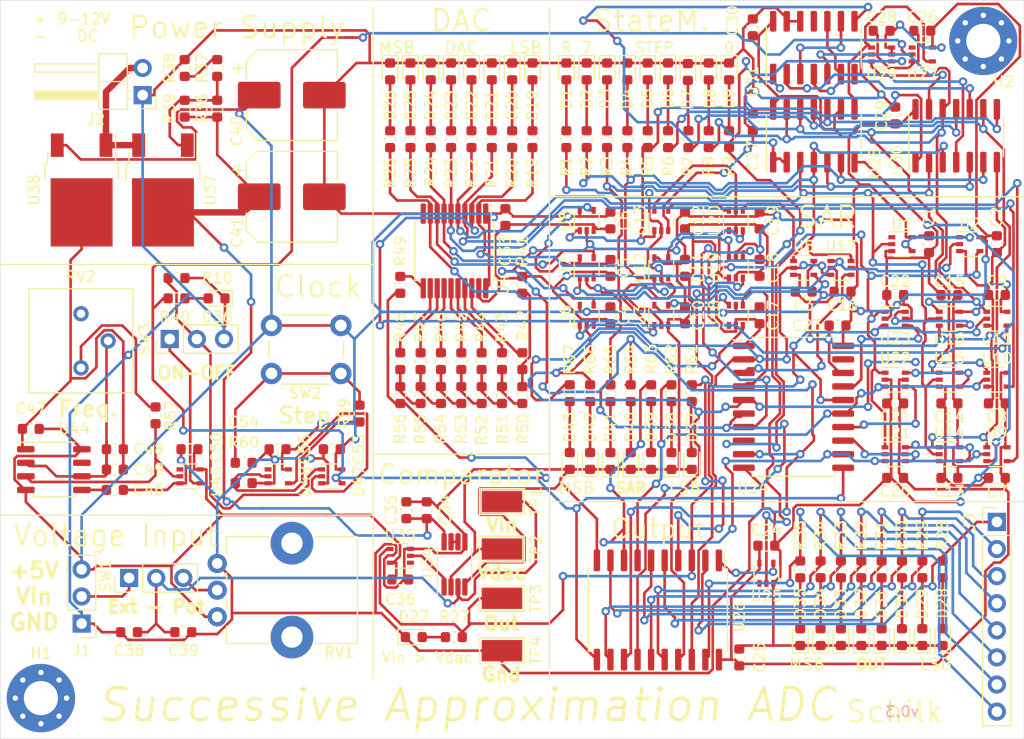
<source format=kicad_pcb>
(kicad_pcb (version 20171130) (host pcbnew "(5.1.12)-1")
  (title_block (title SA-ADC) (date 2020-08-26) (rev v0.3) (company "Philipp Schilk"))
  (layers (0 F.Cu signal) (31 B.Cu signal) (34 B.Paste user hide) (35 F.Paste user hide) (36 B.SilkS user hide) (37 F.SilkS user hide) (38 B.Mask user hide) (39 F.Mask user hide) (44 Edge.Cuts user))
  (net 0 "")
  (net 1 GND)
  (net 2 +5V)
  (net 3 VDDA)
  (net 4 /Input/VIN)
  (net 5 "Net-(C46-Pad2)")
  (net 6 "Net-(C48-Pad2)")
  (net 7 "Net-(C54-Pad1)")
  (net 8 "Net-(D1-Pad2)")
  (net 9 "Net-(D2-Pad2)")
  (net 10 "Net-(D3-Pad2)")
  (net 11 "Net-(D4-Pad2)")
  (net 12 "Net-(D5-Pad2)")
  (net 13 "Net-(D6-Pad2)")
  (net 14 "Net-(D7-Pad2)")
  (net 15 "Net-(D8-Pad2)")
  (net 16 "Net-(D9-Pad2)")
  (net 17 "Net-(D19-Pad2)")
  (net 18 "Net-(D20-Pad2)")
  (net 19 "Net-(D21-Pad2)")
  (net 20 "Net-(D22-Pad2)")
  (net 21 "Net-(D23-Pad2)")
  (net 22 "Net-(D24-Pad2)")
  (net 23 "Net-(D25-Pad2)")
  (net 24 "Net-(D26-Pad2)")
  (net 25 "Net-(D27-Pad2)")
  (net 26 "Net-(D28-Pad2)")
  (net 27 "Net-(D29-Pad2)")
  (net 28 "Net-(D30-Pad2)")
  (net 29 "Net-(D31-Pad2)")
  (net 30 "Net-(D32-Pad2)")
  (net 31 "Net-(D33-Pad2)")
  (net 32 "Net-(D34-Pad2)")
  (net 33 "Net-(D35-Pad2)")
  (net 34 "Net-(D36-Pad2)")
  (net 35 "Net-(J1-Pad2)")
  (net 36 "Net-(J2-Pad2)")
  (net 37 /Analog/D0)
  (net 38 /Analog/D1)
  (net 39 /Analog/D2)
  (net 40 /Analog/D3)
  (net 41 /Analog/D4)
  (net 42 /Analog/D5)
  (net 43 /Analog/D6)
  (net 44 /Analog/D7)
  (net 45 /Analog/COMP_OUT)
  (net 46 "Net-(R36-Pad2)")
  (net 47 "Net-(R37-Pad2)")
  (net 48 /Clock/CLK)
  (net 49 "Net-(R41-Pad1)")
  (net 50 /Analog/DAC/D0)
  (net 51 /Analog/DAC/D1)
  (net 52 "Net-(R43-Pad1)")
  (net 53 /Analog/DAC/D2)
  (net 54 "Net-(R44-Pad1)")
  (net 55 /Analog/DAC/D3)
  (net 56 "Net-(R45-Pad1)")
  (net 57 /Analog/DAC/D4)
  (net 58 "Net-(R46-Pad1)")
  (net 59 /Analog/DAC/D5)
  (net 60 "Net-(R47-Pad1)")
  (net 61 "Net-(R48-Pad1)")
  (net 62 /Analog/DAC/D6)
  (net 63 /Analog/DAC/D7)
  (net 64 /Analog/DAC/Vdac)
  (net 65 "Net-(R57-Pad2)")
  (net 66 "Net-(R57-Pad1)")
  (net 67 "Net-(R59-Pad2)")
  (net 68 "Net-(RV1-Pad2)")
  (net 69 "Net-(U34-Pad1)")
  (net 70 "Net-(U47-Pad2)")
  (net 71 "Net-(D37-Pad2)")
  (net 72 "Net-(D38-Pad2)")
  (net 73 "Net-(D39-Pad2)")
  (net 74 "Net-(D40-Pad2)")
  (net 75 "Net-(D41-Pad2)")
  (net 76 "Net-(D42-Pad2)")
  (net 77 "Net-(D43-Pad2)")
  (net 78 "Net-(J3-Pad1)")
  (net 79 "Net-(J3-Pad2)")
  (net 80 "Net-(J3-Pad3)")
  (net 81 "Net-(J3-Pad4)")
  (net 82 "Net-(J3-Pad5)")
  (net 83 "Net-(J3-Pad6)")
  (net 84 "Net-(J3-Pad7)")
  (net 85 "Net-(J3-Pad8)")
  (net 86 /Output/OUT_1)
  (net 87 /Output/OUT_2)
  (net 88 /Output/OUT_3)
  (net 89 /Output/OUT_4)
  (net 90 /Output/OUT_5)
  (net 91 /Output/OUT_6)
  (net 92 /SA-Register.sch/STATE_RST)
  (net 93 /SA-Register.sch/STATE1)
  (net 94 /SA-Register.sch/STATE2)
  (net 95 /SA-Register.sch/STATE3)
  (net 96 /SA-Register.sch/STATE4)
  (net 97 /SA-Register.sch/STATE5)
  (net 98 /SA-Register.sch/STATE6)
  (net 99 "Net-(U1-Pad4)")
  (net 100 /SA-Register.sch/D)
  (net 101 "Net-(U18-Pad6)")
  (net 102 "Net-(U12-Pad4)")
  (net 103 "Net-(U13-Pad4)")
  (net 104 "Net-(U14-Pad4)")
  (net 105 "Net-(U15-Pad4)")
  (net 106 "Net-(U16-Pad4)")
  (net 107 "Net-(U17-Pad4)")
  (net 108 "Net-(U18-Pad4)")
  (net 109 "Net-(U19-Pad4)")
  (net 110 "Net-(U20-Pad4)")
  (net 111 "Net-(U21-Pad4)")
  (net 112 "Net-(U22-Pad4)")
  (net 113 "Net-(U23-Pad4)")
  (net 114 "Net-(U25-Pad4)")
  (net 115 "Net-(U27-Pad4)")
  (net 116 /StateMaschine.sch/C_IN)
  (net 117 "Net-(U30-Pad13)")
  (net 118 "Net-(U30-Pad10)")
  (net 119 "Net-(U30-Pad4)")
  (net 120 "Net-(U30-Pad1)")
  (net 121 /SA-Register.sch/STATE7)
  (net 122 /Output/OUT_7)
  (net 123 "Net-(U34-Pad6)")
  (net 124 "Net-(U31-Pad10)")
  (net 125 "Net-(U31-Pad3)")
  (net 126 "Net-(SW3-Pad1)")
  (net 127 "Net-(R10-Pad2)")
  (module Package_TO_SOT_SMD:SOT-353_SC-70-5 (layer F.Cu) (at 112.395 90.975)
    (fp_text reference U45 (at 2.54 0.464999 90) (layer F.SilkS))
    (fp_text value 74LVC1G17DCK)
    (pad 5 smd rect (at 0.95 -0.65) (size 0.65 0.4) (layers F.Cu F.Paste F.Mask) (net 2 +5V))
    (pad 4 smd rect (at 0.95 0.65) (size 0.65 0.4) (layers F.Cu F.Paste F.Mask) (net 126 "Net-(SW3-Pad1)"))
    (pad 2 smd rect (at -0.95 0) (size 0.65 0.4) (layers F.Cu F.Paste F.Mask) (net 65 "Net-(R57-Pad2)"))
    (pad 3 smd rect (at -0.95 0.65) (size 0.65 0.4) (layers F.Cu F.Paste F.Mask) (net 1 GND))
    (pad 1 smd rect (at -0.95 -0.65) (size 0.65 0.4) (layers F.Cu F.Paste F.Mask))
  )
  (module Package_TO_SOT_SMD:SOT-353_SC-70-5 (layer F.Cu) (at 132.08 98.425 180)
    (fp_text reference U35 (at 0 1.905) (layer F.SilkS))
    (fp_text value 74LVC1G17DCK)
    (pad 5 smd rect (at 0.95 -0.65 180) (size 0.65 0.4) (layers F.Cu F.Paste F.Mask) (net 2 +5V))
    (pad 4 smd rect (at 0.95 0.65 180) (size 0.65 0.4) (layers F.Cu F.Paste F.Mask) (net 45 /Analog/COMP_OUT))
    (pad 2 smd rect (at -0.95 0 180) (size 0.65 0.4) (layers F.Cu F.Paste F.Mask) (net 69 "Net-(U34-Pad1)"))
    (pad 3 smd rect (at -0.95 0.65 180) (size 0.65 0.4) (layers F.Cu F.Paste F.Mask) (net 1 GND))
    (pad 1 smd rect (at -0.95 -0.65 180) (size 0.65 0.4) (layers F.Cu F.Paste F.Mask))
  )
  (module Resistor_SMD:R_0603_1608Metric (layer F.Cu) (at 111.125 74.295 180)
    (fp_text reference R40 (at 0.1525 -1.734999) (layer F.SilkS))
    (fp_text value 39K)
    (pad 2 smd roundrect (at 0.7875 0 180) (size 0.875 0.95) (layers F.Cu F.Paste F.Mask) (net 48 /Clock/CLK))
    (pad 1 smd roundrect (at -0.7875 0 180) (size 0.875 0.95) (layers F.Cu F.Paste F.Mask) (net 34 "Net-(D36-Pad2)"))
  )
  (module Package_TO_SOT_SMD:SOT-353_SC-70-5 (layer F.Cu) (at 120.65 90.975)
    (fp_text reference U48 (at 2.54 0.464999 90) (layer F.SilkS))
    (fp_text value 74LVC1G17DCK)
    (pad 5 smd rect (at 0.95 -0.65) (size 0.65 0.4) (layers F.Cu F.Paste F.Mask) (net 2 +5V))
    (pad 4 smd rect (at 0.95 0.65) (size 0.65 0.4) (layers F.Cu F.Paste F.Mask) (net 70 "Net-(U47-Pad2)"))
    (pad 2 smd rect (at -0.95 0) (size 0.65 0.4) (layers F.Cu F.Paste F.Mask) (net 7 "Net-(C54-Pad1)"))
    (pad 3 smd rect (at -0.95 0.65) (size 0.65 0.4) (layers F.Cu F.Paste F.Mask) (net 1 GND))
    (pad 1 smd rect (at -0.95 -0.65) (size 0.65 0.4) (layers F.Cu F.Paste F.Mask))
  )
  (module Resistor_SMD:R_0603_1608Metric (layer F.Cu) (at 111.125 72.39 180)
    (fp_text reference R10 (at -3.81 0) (layer F.SilkS))
    (fp_text value 10K)
    (pad 2 smd roundrect (at 0.7875 0 180) (size 0.875 0.95) (layers F.Cu F.Paste F.Mask) (net 127 "Net-(R10-Pad2)"))
    (pad 1 smd roundrect (at -0.7875 0 180) (size 0.875 0.95) (layers F.Cu F.Paste F.Mask) (net 1 GND))
  )
  (module Connector_PinHeader_2.54mm:PinHeader_1x03_P2.54mm_Vertical (layer F.Cu) (at 110.49 78.105 90)
    (fp_text reference SW3 (at 0 -2.33 90) (layer F.SilkS))
    (fp_text value SW_Push_SPDT)
    (pad 3 thru_hole oval (at 0 5.08 90) (size 1.7 1.7) (drill 1) (layers *.Cu *.Mask) (net 1 GND))
    (pad 2 thru_hole oval (at 0 2.54 90) (size 1.7 1.7) (drill 1) (layers *.Cu *.Mask) (net 127 "Net-(R10-Pad2)"))
    (pad 1 thru_hole rect (at 0 0 90) (size 1.7 1.7) (drill 1) (layers *.Cu *.Mask) (net 126 "Net-(SW3-Pad1)"))
  )
  (module Resistor_SMD:R_0603_1608Metric (layer F.Cu) (at 147.955 83.185 90)
    (fp_text reference R67 (at 3.175 0 90) (layer F.SilkS))
    (fp_text value 39K)
    (pad 2 smd roundrect (at 0.7875 0 90) (size 0.875 0.95) (layers F.Cu F.Paste F.Mask) (net 122 /Output/OUT_7))
    (pad 1 smd roundrect (at -0.7875 0 90) (size 0.875 0.95) (layers F.Cu F.Paste F.Mask) (net 77 "Net-(D43-Pad2)"))
  )
  (module Package_TO_SOT_SMD:SOT-363_SC-70-6 (layer F.Cu) (at 163.512 66.9925 90)
    (fp_text reference U20 (at 0 -2 90) (layer F.SilkS))
    (fp_text value 74LVC1G157GW)
    (pad 6 smd rect (at 0.95 -0.65 90) (size 0.65 0.4) (layers F.Cu F.Paste F.Mask) (net 103 "Net-(U13-Pad4)"))
    (pad 4 smd rect (at 0.95 0.65 90) (size 0.65 0.4) (layers F.Cu F.Paste F.Mask) (net 110 "Net-(U20-Pad4)"))
    (pad 2 smd rect (at -0.95 0 90) (size 0.65 0.4) (layers F.Cu F.Paste F.Mask) (net 1 GND))
    (pad 5 smd rect (at 0.95 0 90) (size 0.65 0.4) (layers F.Cu F.Paste F.Mask) (net 2 +5V))
    (pad 3 smd rect (at -0.95 0.65 90) (size 0.65 0.4) (layers F.Cu F.Paste F.Mask) (net 89 /Output/OUT_4))
    (pad 1 smd rect (at -0.95 -0.65 90) (size 0.65 0.4) (layers F.Cu F.Paste F.Mask) (net 100 /SA-Register.sch/D))
  )
  (module TestPoint:TestPoint_Keystone_5019_Minature (layer F.Cu) (at 141.605 107.315)
    (fp_text reference TP4 (at 3.175 0 90) (layer F.SilkS))
    (fp_text value GND)
    (pad 1 smd rect (at 0 0) (size 3.8 2) (layers F.Cu F.Paste F.Mask) (net 1 GND))
  )
  (module Capacitor_SMD:C_0603_1608Metric (layer F.Cu) (at 173.038 76.835)
    (fp_text reference C23 (at -2.8575 0) (layer F.SilkS))
    (fp_text value 0u1)
    (pad 2 smd roundrect (at 0.7875 0) (size 0.875 0.95) (layers F.Cu F.Paste F.Mask) (net 2 +5V))
    (pad 1 smd roundrect (at -0.7875 0) (size 0.875 0.95) (layers F.Cu F.Paste F.Mask) (net 1 GND))
  )
  (module Package_TO_SOT_SMD:SOT-363_SC-70-6 (layer F.Cu) (at 177.165 51.435)
    (fp_text reference U29 (at 0 1.905) (layer F.SilkS))
    (fp_text value SN74LVC1G175DCK)
    (pad 6 smd rect (at 0.95 -0.65) (size 0.65 0.4) (layers F.Cu F.Paste F.Mask) (net 2 +5V))
    (pad 4 smd rect (at 0.95 0.65) (size 0.65 0.4) (layers F.Cu F.Paste F.Mask) (net 37 /Analog/D0))
    (pad 2 smd rect (at -0.95 0) (size 0.65 0.4) (layers F.Cu F.Paste F.Mask) (net 1 GND))
    (pad 5 smd rect (at 0.95 0) (size 0.65 0.4) (layers F.Cu F.Paste F.Mask) (net 2 +5V))
    (pad 3 smd rect (at -0.95 0.65) (size 0.65 0.4) (layers F.Cu F.Paste F.Mask) (net 93 /SA-Register.sch/STATE1))
    (pad 1 smd rect (at -0.95 -0.65) (size 0.65 0.4) (layers F.Cu F.Paste F.Mask) (net 115 "Net-(U27-Pad4)"))
  )
  (module Resistor_SMD:R_0603_1608Metric (layer F.Cu) (at 169.545 99.695 90)
    (fp_text reference R35 (at 3.175 0 90) (layer F.SilkS))
    (fp_text value 39K)
    (pad 2 smd roundrect (at 0.7875 0 90) (size 0.875 0.95) (layers F.Cu F.Paste F.Mask) (net 85 "Net-(J3-Pad8)"))
    (pad 1 smd roundrect (at -0.7875 0 90) (size 0.875 0.95) (layers F.Cu F.Paste F.Mask) (net 33 "Net-(D35-Pad2)"))
  )
  (module LED_SMD:LED_0603_1608Metric (layer F.Cu) (at 180.975 106.045 90)
    (fp_text reference D29 (at 3.115001 0 90) (layer F.SilkS))
    (fp_text value LED)
    (pad 2 smd roundrect (at 0.7875 0 90) (size 0.875 0.95) (layers F.Cu F.Paste F.Mask) (net 27 "Net-(D29-Pad2)"))
    (pad 1 smd roundrect (at -0.7875 0 90) (size 0.875 0.95) (layers F.Cu F.Paste F.Mask) (net 1 GND))
  )
  (module LED_SMD:LED_0603_1608Metric (layer F.Cu) (at 144.462 53.0225 270)
    (fp_text reference D19 (at 3.175 0 90) (layer F.SilkS))
    (fp_text value LED)
    (pad 2 smd roundrect (at 0.7875 0 270) (size 0.875 0.95) (layers F.Cu F.Paste F.Mask) (net 17 "Net-(D19-Pad2)"))
    (pad 1 smd roundrect (at -0.7875 0 270) (size 0.875 0.95) (layers F.Cu F.Paste F.Mask) (net 1 GND))
  )
  (module LED_SMD:LED_0603_1608Metric (layer F.Cu) (at 142.558 53.0225 270)
    (fp_text reference D20 (at 3.175 0 90) (layer F.SilkS))
    (fp_text value LED)
    (pad 2 smd roundrect (at 0.7875 0 270) (size 0.875 0.95) (layers F.Cu F.Paste F.Mask) (net 18 "Net-(D20-Pad2)"))
    (pad 1 smd roundrect (at -0.7875 0 270) (size 0.875 0.95) (layers F.Cu F.Paste F.Mask) (net 1 GND))
  )
  (module Resistor_SMD:R_0603_1608Metric (layer F.Cu) (at 142.558 59.3725 270)
    (fp_text reference R20 (at 3.175 0 90) (layer F.SilkS))
    (fp_text value 39K)
    (pad 1 smd roundrect (at -0.7875 0 270) (size 0.875 0.95) (layers F.Cu F.Paste F.Mask) (net 18 "Net-(D20-Pad2)"))
    (pad 2 smd roundrect (at 0.7875 0 270) (size 0.875 0.95) (layers F.Cu F.Paste F.Mask) (net 38 /Analog/D1))
  )
  (module Package_SO:SOIC-14_3.9x8.7mm_P1.27mm (layer F.Cu) (at 170.815 59.055 90)
    (fp_text reference U28 (at -2.54 5.715 90) (layer F.SilkS))
    (fp_text value 74HC161D)
    (pad 14 smd roundrect (at 2.475 -3.81 90) (size 1.95 0.6) (layers F.Cu F.Paste F.Mask) (net 2 +5V))
    (pad 13 smd roundrect (at 2.475 -2.54 90) (size 1.95 0.6) (layers F.Cu F.Paste F.Mask) (net 93 /SA-Register.sch/STATE1))
    (pad 12 smd roundrect (at 2.475 -1.27 90) (size 1.95 0.6) (layers F.Cu F.Paste F.Mask) (net 94 /SA-Register.sch/STATE2))
    (pad 11 smd roundrect (at 2.475 0 90) (size 1.95 0.6) (layers F.Cu F.Paste F.Mask) (net 95 /SA-Register.sch/STATE3))
    (pad 10 smd roundrect (at 2.475 1.27 90) (size 1.95 0.6) (layers F.Cu F.Paste F.Mask) (net 96 /SA-Register.sch/STATE4))
    (pad 9 smd roundrect (at 2.475 2.54 90) (size 1.95 0.6) (layers F.Cu F.Paste F.Mask) (net 2 +5V))
    (pad 8 smd roundrect (at 2.475 3.81 90) (size 1.95 0.6) (layers F.Cu F.Paste F.Mask) (net 115 "Net-(U27-Pad4)"))
    (pad 7 smd roundrect (at -2.475 3.81 90) (size 1.95 0.6) (layers F.Cu F.Paste F.Mask) (net 1 GND))
    (pad 6 smd roundrect (at -2.475 2.54 90) (size 1.95 0.6) (layers F.Cu F.Paste F.Mask) (net 97 /SA-Register.sch/STATE5))
    (pad 5 smd roundrect (at -2.475 1.27 90) (size 1.95 0.6) (layers F.Cu F.Paste F.Mask) (net 98 /SA-Register.sch/STATE6))
    (pad 4 smd roundrect (at -2.475 0 90) (size 1.95 0.6) (layers F.Cu F.Paste F.Mask) (net 121 /SA-Register.sch/STATE7))
    (pad 3 smd roundrect (at -2.475 -1.27 90) (size 1.95 0.6) (layers F.Cu F.Paste F.Mask) (net 92 /SA-Register.sch/STATE_RST))
    (pad 2 smd roundrect (at -2.475 -2.54 90) (size 1.95 0.6) (layers F.Cu F.Paste F.Mask) (net 116 /StateMaschine.sch/C_IN))
    (pad 1 smd roundrect (at -2.475 -3.81 90) (size 1.95 0.6) (layers F.Cu F.Paste F.Mask) (net 116 /StateMaschine.sch/C_IN))
  )
  (module LED_SMD:LED_0603_1608Metric (layer F.Cu) (at 147.955 89.535 90)
    (fp_text reference D43 (at 3.175 0 90) (layer F.SilkS))
    (fp_text value LED)
    (pad 2 smd roundrect (at 0.7875 0 90) (size 0.875 0.95) (layers F.Cu F.Paste F.Mask) (net 77 "Net-(D43-Pad2)"))
    (pad 1 smd roundrect (at -0.7875 0 90) (size 0.875 0.95) (layers F.Cu F.Paste F.Mask) (net 1 GND))
  )
  (module LED_SMD:LED_0603_1608Metric (layer F.Cu) (at 149.86 89.535 90)
    (fp_text reference D42 (at 3.175 0 90) (layer F.SilkS))
    (fp_text value LED)
    (pad 2 smd roundrect (at 0.7875 0 90) (size 0.875 0.95) (layers F.Cu F.Paste F.Mask) (net 76 "Net-(D42-Pad2)"))
    (pad 1 smd roundrect (at -0.7875 0 90) (size 0.875 0.95) (layers F.Cu F.Paste F.Mask) (net 1 GND))
  )
  (module LED_SMD:LED_0603_1608Metric (layer F.Cu) (at 151.765 89.535 90)
    (fp_text reference D41 (at 3.175 0 90) (layer F.SilkS))
    (fp_text value LED)
    (pad 2 smd roundrect (at 0.7875 0 90) (size 0.875 0.95) (layers F.Cu F.Paste F.Mask) (net 75 "Net-(D41-Pad2)"))
    (pad 1 smd roundrect (at -0.7875 0 90) (size 0.875 0.95) (layers F.Cu F.Paste F.Mask) (net 1 GND))
  )
  (module LED_SMD:LED_0603_1608Metric (layer F.Cu) (at 153.67 89.535 90)
    (fp_text reference D40 (at 3.175 0 90) (layer F.SilkS))
    (fp_text value LED)
    (pad 2 smd roundrect (at 0.7875 0 90) (size 0.875 0.95) (layers F.Cu F.Paste F.Mask) (net 74 "Net-(D40-Pad2)"))
    (pad 1 smd roundrect (at -0.7875 0 90) (size 0.875 0.95) (layers F.Cu F.Paste F.Mask) (net 1 GND))
  )
  (module LED_SMD:LED_0603_1608Metric (layer F.Cu) (at 155.575 89.535 90)
    (fp_text reference D39 (at 3.175 0 90) (layer F.SilkS))
    (fp_text value LED)
    (pad 2 smd roundrect (at 0.7875 0 90) (size 0.875 0.95) (layers F.Cu F.Paste F.Mask) (net 73 "Net-(D39-Pad2)"))
    (pad 1 smd roundrect (at -0.7875 0 90) (size 0.875 0.95) (layers F.Cu F.Paste F.Mask) (net 1 GND))
  )
  (module LED_SMD:LED_0603_1608Metric (layer F.Cu) (at 157.48 89.535 90)
    (fp_text reference D38 (at 3.175 0 90) (layer F.SilkS))
    (fp_text value LED)
    (pad 2 smd roundrect (at 0.7875 0 90) (size 0.875 0.95) (layers F.Cu F.Paste F.Mask) (net 72 "Net-(D38-Pad2)"))
    (pad 1 smd roundrect (at -0.7875 0 90) (size 0.875 0.95) (layers F.Cu F.Paste F.Mask) (net 1 GND))
  )
  (module LED_SMD:LED_0603_1608Metric (layer F.Cu) (at 159.385 89.535 90)
    (fp_text reference D37 (at 3.175 0.065 90) (layer F.SilkS))
    (fp_text value LED)
    (pad 2 smd roundrect (at 0.7875 0 90) (size 0.875 0.95) (layers F.Cu F.Paste F.Mask) (net 71 "Net-(D37-Pad2)"))
    (pad 1 smd roundrect (at -0.7875 0 90) (size 0.875 0.95) (layers F.Cu F.Paste F.Mask) (net 1 GND))
  )
  (module LED_SMD:LED_0603_1608Metric (layer F.Cu) (at 114.875 74.295 180)
    (fp_text reference D36 (at -0.059999 -1.734999) (layer F.SilkS))
    (fp_text value LED)
    (pad 2 smd roundrect (at 0.7875 0 180) (size 0.875 0.95) (layers F.Cu F.Paste F.Mask) (net 34 "Net-(D36-Pad2)"))
    (pad 1 smd roundrect (at -0.7875 0 180) (size 0.875 0.95) (layers F.Cu F.Paste F.Mask) (net 1 GND))
  )
  (module LED_SMD:LED_0603_1608Metric (layer F.Cu) (at 169.545 106.045 90)
    (fp_text reference D35 (at 3.175 0 90) (layer F.SilkS))
    (fp_text value LED)
    (pad 2 smd roundrect (at 0.7875 0 90) (size 0.875 0.95) (layers F.Cu F.Paste F.Mask) (net 33 "Net-(D35-Pad2)"))
    (pad 1 smd roundrect (at -0.7875 0 90) (size 0.875 0.95) (layers F.Cu F.Paste F.Mask) (net 1 GND))
  )
  (module LED_SMD:LED_0603_1608Metric (layer F.Cu) (at 171.45 106.045 90)
    (fp_text reference D34 (at 3.175 0 90) (layer F.SilkS))
    (fp_text value LED)
    (pad 2 smd roundrect (at 0.7875 0 90) (size 0.875 0.95) (layers F.Cu F.Paste F.Mask) (net 32 "Net-(D34-Pad2)"))
    (pad 1 smd roundrect (at -0.7875 0 90) (size 0.875 0.95) (layers F.Cu F.Paste F.Mask) (net 1 GND))
  )
  (module LED_SMD:LED_0603_1608Metric (layer F.Cu) (at 173.355 106.045 90)
    (fp_text reference D33 (at 3.115001 0 90) (layer F.SilkS))
    (fp_text value LED)
    (pad 2 smd roundrect (at 0.7875 0 90) (size 0.875 0.95) (layers F.Cu F.Paste F.Mask) (net 31 "Net-(D33-Pad2)"))
    (pad 1 smd roundrect (at -0.7875 0 90) (size 0.875 0.95) (layers F.Cu F.Paste F.Mask) (net 1 GND))
  )
  (module LED_SMD:LED_0603_1608Metric (layer F.Cu) (at 175.26 106.045 90)
    (fp_text reference D32 (at 3.175 0 90) (layer F.SilkS))
    (fp_text value LED)
    (pad 2 smd roundrect (at 0.7875 0 90) (size 0.875 0.95) (layers F.Cu F.Paste F.Mask) (net 30 "Net-(D32-Pad2)"))
    (pad 1 smd roundrect (at -0.7875 0 90) (size 0.875 0.95) (layers F.Cu F.Paste F.Mask) (net 1 GND))
  )
  (module LED_SMD:LED_0603_1608Metric (layer F.Cu) (at 177.165 106.045 90)
    (fp_text reference D31 (at 3.175 0 90) (layer F.SilkS))
    (fp_text value LED)
    (pad 2 smd roundrect (at 0.7875 0 90) (size 0.875 0.95) (layers F.Cu F.Paste F.Mask) (net 29 "Net-(D31-Pad2)"))
    (pad 1 smd roundrect (at -0.7875 0 90) (size 0.875 0.95) (layers F.Cu F.Paste F.Mask) (net 1 GND))
  )
  (module LED_SMD:LED_0603_1608Metric (layer F.Cu) (at 179.07 106.045 90)
    (fp_text reference D30 (at 3.175 0 90) (layer F.SilkS))
    (fp_text value LED)
    (pad 2 smd roundrect (at 0.7875 0 90) (size 0.875 0.95) (layers F.Cu F.Paste F.Mask) (net 28 "Net-(D30-Pad2)"))
    (pad 1 smd roundrect (at -0.7875 0 90) (size 0.875 0.95) (layers F.Cu F.Paste F.Mask) (net 1 GND))
  )
  (module LED_SMD:LED_0603_1608Metric (layer F.Cu) (at 182.88 106.045 90)
    (fp_text reference D28 (at 3.175 0 90) (layer F.SilkS))
    (fp_text value LED)
    (pad 2 smd roundrect (at 0.7875 0 90) (size 0.875 0.95) (layers F.Cu F.Paste F.Mask) (net 26 "Net-(D28-Pad2)"))
    (pad 1 smd roundrect (at -0.7875 0 90) (size 0.875 0.95) (layers F.Cu F.Paste F.Mask) (net 1 GND))
  )
  (module LED_SMD:LED_0603_1608Metric (layer F.Cu) (at 133.35 106.045)
    (fp_text reference D27 (at 0 -1.905) (layer F.SilkS))
    (fp_text value LED)
    (pad 2 smd roundrect (at 0.7875 0) (size 0.875 0.95) (layers F.Cu F.Paste F.Mask) (net 25 "Net-(D27-Pad2)"))
    (pad 1 smd roundrect (at -0.7875 0) (size 0.875 0.95) (layers F.Cu F.Paste F.Mask) (net 1 GND))
  )
  (module LED_SMD:LED_0603_1608Metric (layer F.Cu) (at 131.128 53.0225 270)
    (fp_text reference D26 (at 3.175 0 90) (layer F.SilkS))
    (fp_text value LED)
    (pad 2 smd roundrect (at 0.7875 0 270) (size 0.875 0.95) (layers F.Cu F.Paste F.Mask) (net 24 "Net-(D26-Pad2)"))
    (pad 1 smd roundrect (at -0.7875 0 270) (size 0.875 0.95) (layers F.Cu F.Paste F.Mask) (net 1 GND))
  )
  (module LED_SMD:LED_0603_1608Metric (layer F.Cu) (at 133.032 53.0225 270)
    (fp_text reference D25 (at 3.175 0 90) (layer F.SilkS))
    (fp_text value LED)
    (pad 2 smd roundrect (at 0.7875 0 270) (size 0.875 0.95) (layers F.Cu F.Paste F.Mask) (net 23 "Net-(D25-Pad2)"))
    (pad 1 smd roundrect (at -0.7875 0 270) (size 0.875 0.95) (layers F.Cu F.Paste F.Mask) (net 1 GND))
  )
  (module LED_SMD:LED_0603_1608Metric (layer F.Cu) (at 134.938 53.0225 270)
    (fp_text reference D24 (at 3.175 0 90) (layer F.SilkS))
    (fp_text value LED)
    (pad 2 smd roundrect (at 0.7875 0 270) (size 0.875 0.95) (layers F.Cu F.Paste F.Mask) (net 22 "Net-(D24-Pad2)"))
    (pad 1 smd roundrect (at -0.7875 0 270) (size 0.875 0.95) (layers F.Cu F.Paste F.Mask) (net 1 GND))
  )
  (module LED_SMD:LED_0603_1608Metric (layer F.Cu) (at 136.842 53.0225 270)
    (fp_text reference D23 (at 3.175 0 90) (layer F.SilkS))
    (fp_text value LED)
    (pad 2 smd roundrect (at 0.7875 0 270) (size 0.875 0.95) (layers F.Cu F.Paste F.Mask) (net 21 "Net-(D23-Pad2)"))
    (pad 1 smd roundrect (at -0.7875 0 270) (size 0.875 0.95) (layers F.Cu F.Paste F.Mask) (net 1 GND))
  )
  (module LED_SMD:LED_0603_1608Metric (layer F.Cu) (at 138.748 53.0225 270)
    (fp_text reference D22 (at 3.175 0 90) (layer F.SilkS))
    (fp_text value LED)
    (pad 2 smd roundrect (at 0.7875 0 270) (size 0.875 0.95) (layers F.Cu F.Paste F.Mask) (net 20 "Net-(D22-Pad2)"))
    (pad 1 smd roundrect (at -0.7875 0 270) (size 0.875 0.95) (layers F.Cu F.Paste F.Mask) (net 1 GND))
  )
  (module LED_SMD:LED_0603_1608Metric (layer F.Cu) (at 140.652 53.0225 270)
    (fp_text reference D21 (at 3.175 0 90) (layer F.SilkS))
    (fp_text value LED)
    (pad 2 smd roundrect (at 0.7875 0 270) (size 0.875 0.95) (layers F.Cu F.Paste F.Mask) (net 19 "Net-(D21-Pad2)"))
    (pad 1 smd roundrect (at -0.7875 0 270) (size 0.875 0.95) (layers F.Cu F.Paste F.Mask) (net 1 GND))
  )
  (module LED_SMD:LED_0603_1608Metric (layer F.Cu) (at 162.878 53.0225 270)
    (fp_text reference D9 (at 2.54 0 90) (layer F.SilkS))
    (fp_text value LED)
    (pad 2 smd roundrect (at 0.7875 0 270) (size 0.875 0.95) (layers F.Cu F.Paste F.Mask) (net 16 "Net-(D9-Pad2)"))
    (pad 1 smd roundrect (at -0.7875 0 270) (size 0.875 0.95) (layers F.Cu F.Paste F.Mask) (net 1 GND))
  )
  (module LED_SMD:LED_0603_1608Metric (layer F.Cu) (at 160.972 53.0225 270)
    (fp_text reference D8 (at 2.54 -0.115 90) (layer F.SilkS))
    (fp_text value LED)
    (pad 2 smd roundrect (at 0.7875 0 270) (size 0.875 0.95) (layers F.Cu F.Paste F.Mask) (net 15 "Net-(D8-Pad2)"))
    (pad 1 smd roundrect (at -0.7875 0 270) (size 0.875 0.95) (layers F.Cu F.Paste F.Mask) (net 1 GND))
  )
  (module LED_SMD:LED_0603_1608Metric (layer F.Cu) (at 159.018 53.0775 270)
    (fp_text reference D7 (at 2.595 0.05 90) (layer F.SilkS))
    (fp_text value LED)
    (pad 2 smd roundrect (at 0.7875 0 270) (size 0.875 0.95) (layers F.Cu F.Paste F.Mask) (net 14 "Net-(D7-Pad2)"))
    (pad 1 smd roundrect (at -0.7875 0 270) (size 0.875 0.95) (layers F.Cu F.Paste F.Mask) (net 1 GND))
  )
  (module LED_SMD:LED_0603_1608Metric (layer F.Cu) (at 157.162 53.0225 270)
    (fp_text reference D6 (at 2.54 0 90) (layer F.SilkS))
    (fp_text value LED)
    (pad 2 smd roundrect (at 0.7875 0 270) (size 0.875 0.95) (layers F.Cu F.Paste F.Mask) (net 13 "Net-(D6-Pad2)"))
    (pad 1 smd roundrect (at -0.7875 0 270) (size 0.875 0.95) (layers F.Cu F.Paste F.Mask) (net 1 GND))
  )
  (module LED_SMD:LED_0603_1608Metric (layer F.Cu) (at 155.258 53.0225 270)
    (fp_text reference D5 (at 2.54 0 90) (layer F.SilkS))
    (fp_text value LED)
    (pad 2 smd roundrect (at 0.7875 0 270) (size 0.875 0.95) (layers F.Cu F.Paste F.Mask) (net 12 "Net-(D5-Pad2)"))
    (pad 1 smd roundrect (at -0.7875 0 270) (size 0.875 0.95) (layers F.Cu F.Paste F.Mask) (net 1 GND))
  )
  (module LED_SMD:LED_0603_1608Metric (layer F.Cu) (at 153.352 53.0225 270)
    (fp_text reference D4 (at 2.585 0.02 90) (layer F.SilkS))
    (fp_text value LED)
    (pad 2 smd roundrect (at 0.7875 0 270) (size 0.875 0.95) (layers F.Cu F.Paste F.Mask) (net 11 "Net-(D4-Pad2)"))
    (pad 1 smd roundrect (at -0.7875 0 270) (size 0.875 0.95) (layers F.Cu F.Paste F.Mask) (net 1 GND))
  )
  (module LED_SMD:LED_0603_1608Metric (layer F.Cu) (at 151.448 53.0225 270)
    (fp_text reference D3 (at 2.585 0.155 90) (layer F.SilkS))
    (fp_text value LED)
    (pad 2 smd roundrect (at 0.7875 0 270) (size 0.875 0.95) (layers F.Cu F.Paste F.Mask) (net 10 "Net-(D3-Pad2)"))
    (pad 1 smd roundrect (at -0.7875 0 270) (size 0.875 0.95) (layers F.Cu F.Paste F.Mask) (net 1 GND))
  )
  (module LED_SMD:LED_0603_1608Metric (layer F.Cu) (at 149.542 53.0225 270)
    (fp_text reference D2 (at 2.54 0 90) (layer F.SilkS))
    (fp_text value LED)
    (pad 2 smd roundrect (at 0.7875 0 270) (size 0.875 0.95) (layers F.Cu F.Paste F.Mask) (net 9 "Net-(D2-Pad2)"))
    (pad 1 smd roundrect (at -0.7875 0 270) (size 0.875 0.95) (layers F.Cu F.Paste F.Mask) (net 1 GND))
  )
  (module LED_SMD:LED_0603_1608Metric (layer F.Cu) (at 147.638 53.0225 270)
    (fp_text reference D1 (at 2.54 0 90) (layer F.SilkS))
    (fp_text value LED)
    (pad 2 smd roundrect (at 0.7875 0 270) (size 0.875 0.95) (layers F.Cu F.Paste F.Mask) (net 8 "Net-(D1-Pad2)"))
    (pad 1 smd roundrect (at -0.7875 0 270) (size 0.875 0.95) (layers F.Cu F.Paste F.Mask) (net 1 GND))
  )
  (module Package_SO:SOIC-14_3.9x8.7mm_P1.27mm (layer F.Cu) (at 170.815 50.8 90)
    (fp_text reference U31 (at -3.175 -5.715 90) (layer F.SilkS))
    (fp_text value SN74HC08D)
    (pad 14 smd roundrect (at 2.475 -3.81 90) (size 1.95 0.6) (layers F.Cu F.Paste F.Mask) (net 2 +5V))
    (pad 13 smd roundrect (at 2.475 -2.54 90) (size 1.95 0.6) (layers F.Cu F.Paste F.Mask) (net 1 GND))
    (pad 12 smd roundrect (at 2.475 -1.27 90) (size 1.95 0.6) (layers F.Cu F.Paste F.Mask) (net 1 GND))
    (pad 11 smd roundrect (at 2.475 0 90) (size 1.95 0.6) (layers F.Cu F.Paste F.Mask))
    (pad 10 smd roundrect (at 2.475 1.27 90) (size 1.95 0.6) (layers F.Cu F.Paste F.Mask) (net 124 "Net-(U31-Pad10)"))
    (pad 9 smd roundrect (at 2.475 2.54 90) (size 1.95 0.6) (layers F.Cu F.Paste F.Mask) (net 125 "Net-(U31-Pad3)"))
    (pad 8 smd roundrect (at 2.475 3.81 90) (size 1.95 0.6) (layers F.Cu F.Paste F.Mask) (net 116 /StateMaschine.sch/C_IN))
    (pad 7 smd roundrect (at -2.475 3.81 90) (size 1.95 0.6) (layers F.Cu F.Paste F.Mask) (net 1 GND))
    (pad 6 smd roundrect (at -2.475 2.54 90) (size 1.95 0.6) (layers F.Cu F.Paste F.Mask) (net 124 "Net-(U31-Pad10)"))
    (pad 5 smd roundrect (at -2.475 1.27 90) (size 1.95 0.6) (layers F.Cu F.Paste F.Mask) (net 117 "Net-(U30-Pad13)"))
    (pad 4 smd roundrect (at -2.475 0 90) (size 1.95 0.6) (layers F.Cu F.Paste F.Mask) (net 118 "Net-(U30-Pad10)"))
    (pad 3 smd roundrect (at -2.475 -1.27 90) (size 1.95 0.6) (layers F.Cu F.Paste F.Mask) (net 125 "Net-(U31-Pad3)"))
    (pad 2 smd roundrect (at -2.475 -2.54 90) (size 1.95 0.6) (layers F.Cu F.Paste F.Mask) (net 119 "Net-(U30-Pad4)"))
    (pad 1 smd roundrect (at -2.475 -3.81 90) (size 1.95 0.6) (layers F.Cu F.Paste F.Mask) (net 120 "Net-(U30-Pad1)"))
  )
  (module Package_SO:SOIC-14_3.9x8.7mm_P1.27mm (layer F.Cu) (at 184.15 59.055 90)
    (fp_text reference U30 (at -2.315 -5.555 90) (layer F.SilkS))
    (fp_text value SN74HC02D)
    (pad 14 smd roundrect (at 2.475 -3.81 90) (size 1.95 0.6) (layers F.Cu F.Paste F.Mask) (net 2 +5V))
    (pad 13 smd roundrect (at 2.475 -2.54 90) (size 1.95 0.6) (layers F.Cu F.Paste F.Mask) (net 117 "Net-(U30-Pad13)"))
    (pad 12 smd roundrect (at 2.475 -1.27 90) (size 1.95 0.6) (layers F.Cu F.Paste F.Mask) (net 93 /SA-Register.sch/STATE1))
    (pad 11 smd roundrect (at 2.475 0 90) (size 1.95 0.6) (layers F.Cu F.Paste F.Mask) (net 94 /SA-Register.sch/STATE2))
    (pad 10 smd roundrect (at 2.475 1.27 90) (size 1.95 0.6) (layers F.Cu F.Paste F.Mask) (net 118 "Net-(U30-Pad10)"))
    (pad 9 smd roundrect (at 2.475 2.54 90) (size 1.95 0.6) (layers F.Cu F.Paste F.Mask) (net 95 /SA-Register.sch/STATE3))
    (pad 8 smd roundrect (at 2.475 3.81 90) (size 1.95 0.6) (layers F.Cu F.Paste F.Mask) (net 96 /SA-Register.sch/STATE4))
    (pad 7 smd roundrect (at -2.475 3.81 90) (size 1.95 0.6) (layers F.Cu F.Paste F.Mask) (net 1 GND))
    (pad 6 smd roundrect (at -2.475 2.54 90) (size 1.95 0.6) (layers F.Cu F.Paste F.Mask) (net 97 /SA-Register.sch/STATE5))
    (pad 5 smd roundrect (at -2.475 1.27 90) (size 1.95 0.6) (layers F.Cu F.Paste F.Mask) (net 98 /SA-Register.sch/STATE6))
    (pad 4 smd roundrect (at -2.475 0 90) (size 1.95 0.6) (layers F.Cu F.Paste F.Mask) (net 119 "Net-(U30-Pad4)"))
    (pad 3 smd roundrect (at -2.475 -1.27 90) (size 1.95 0.6) (layers F.Cu F.Paste F.Mask) (net 121 /SA-Register.sch/STATE7))
    (pad 2 smd roundrect (at -2.475 -2.54 90) (size 1.95 0.6) (layers F.Cu F.Paste F.Mask) (net 92 /SA-Register.sch/STATE_RST))
    (pad 1 smd roundrect (at -2.475 -3.81 90) (size 1.95 0.6) (layers F.Cu F.Paste F.Mask) (net 120 "Net-(U30-Pad1)"))
  )
  (module Package_TO_SOT_SMD:SOT-353_SC-70-5 (layer F.Cu) (at 180.975 51.435)
    (fp_text reference U27 (at 0 1.905) (layer F.SilkS))
    (fp_text value SN74LVC1G04DCK)
    (pad 5 smd rect (at 0.95 -0.65) (size 0.65 0.4) (layers F.Cu F.Paste F.Mask) (net 2 +5V))
    (pad 4 smd rect (at 0.95 0.65) (size 0.65 0.4) (layers F.Cu F.Paste F.Mask) (net 115 "Net-(U27-Pad4)"))
    (pad 2 smd rect (at -0.95 0) (size 0.65 0.4) (layers F.Cu F.Paste F.Mask) (net 48 /Clock/CLK))
    (pad 3 smd rect (at -0.95 0.65) (size 0.65 0.4) (layers F.Cu F.Paste F.Mask) (net 1 GND))
    (pad 1 smd rect (at -0.95 -0.65) (size 0.65 0.4) (layers F.Cu F.Paste F.Mask))
  )
  (module Package_SO:SOIC-20W_7.5x12.8mm_P1.27mm (layer F.Cu) (at 156.21 103.505 270)
    (fp_text reference U26 (at 0.635 -7.62 90) (layer F.SilkS))
    (fp_text value SN74HC377DW)
    (pad 20 smd roundrect (at 4.65 -5.715 270) (size 2.05 0.6) (layers F.Cu F.Paste F.Mask) (net 2 +5V))
    (pad 19 smd roundrect (at 4.65 -4.445 270) (size 2.05 0.6) (layers F.Cu F.Paste F.Mask) (net 85 "Net-(J3-Pad8)"))
    (pad 18 smd roundrect (at 4.65 -3.175 270) (size 2.05 0.6) (layers F.Cu F.Paste F.Mask) (net 122 /Output/OUT_7))
    (pad 17 smd roundrect (at 4.65 -1.905 270) (size 2.05 0.6) (layers F.Cu F.Paste F.Mask) (net 91 /Output/OUT_6))
    (pad 16 smd roundrect (at 4.65 -0.635 270) (size 2.05 0.6) (layers F.Cu F.Paste F.Mask) (net 84 "Net-(J3-Pad7)"))
    (pad 15 smd roundrect (at 4.65 0.635 270) (size 2.05 0.6) (layers F.Cu F.Paste F.Mask) (net 83 "Net-(J3-Pad6)"))
    (pad 14 smd roundrect (at 4.65 1.905 270) (size 2.05 0.6) (layers F.Cu F.Paste F.Mask) (net 90 /Output/OUT_5))
    (pad 13 smd roundrect (at 4.65 3.175 270) (size 2.05 0.6) (layers F.Cu F.Paste F.Mask) (net 89 /Output/OUT_4))
    (pad 12 smd roundrect (at 4.65 4.445 270) (size 2.05 0.6) (layers F.Cu F.Paste F.Mask) (net 82 "Net-(J3-Pad5)"))
    (pad 11 smd roundrect (at 4.65 5.715 270) (size 2.05 0.6) (layers F.Cu F.Paste F.Mask) (net 48 /Clock/CLK))
    (pad 10 smd roundrect (at -4.65 5.715 270) (size 2.05 0.6) (layers F.Cu F.Paste F.Mask) (net 1 GND))
    (pad 9 smd roundrect (at -4.65 4.445 270) (size 2.05 0.6) (layers F.Cu F.Paste F.Mask) (net 81 "Net-(J3-Pad4)"))
    (pad 8 smd roundrect (at -4.65 3.175 270) (size 2.05 0.6) (layers F.Cu F.Paste F.Mask) (net 88 /Output/OUT_3))
    (pad 7 smd roundrect (at -4.65 1.905 270) (size 2.05 0.6) (layers F.Cu F.Paste F.Mask) (net 87 /Output/OUT_2))
    (pad 6 smd roundrect (at -4.65 0.635 270) (size 2.05 0.6) (layers F.Cu F.Paste F.Mask) (net 80 "Net-(J3-Pad3)"))
    (pad 5 smd roundrect (at -4.65 -0.635 270) (size 2.05 0.6) (layers F.Cu F.Paste F.Mask) (net 79 "Net-(J3-Pad2)"))
    (pad 4 smd roundrect (at -4.65 -1.905 270) (size 2.05 0.6) (layers F.Cu F.Paste F.Mask) (net 86 /Output/OUT_1))
    (pad 3 smd roundrect (at -4.65 -3.175 270) (size 2.05 0.6) (layers F.Cu F.Paste F.Mask) (net 45 /Analog/COMP_OUT))
    (pad 2 smd roundrect (at -4.65 -4.445 270) (size 2.05 0.6) (layers F.Cu F.Paste F.Mask) (net 78 "Net-(J3-Pad1)"))
    (pad 1 smd roundrect (at -4.65 -5.715 270) (size 2.05 0.6) (layers F.Cu F.Paste F.Mask) (net 114 "Net-(U25-Pad4)"))
  )
  (module Package_TO_SOT_SMD:SOT-353_SC-70-5 (layer F.Cu) (at 166.37 100.055 90)
    (fp_text reference U25 (at -2.18 0) (layer F.SilkS))
    (fp_text value SN74LVC1G04DCK)
    (pad 5 smd rect (at 0.95 -0.65 90) (size 0.65 0.4) (layers F.Cu F.Paste F.Mask) (net 2 +5V))
    (pad 4 smd rect (at 0.95 0.65 90) (size 0.65 0.4) (layers F.Cu F.Paste F.Mask) (net 114 "Net-(U25-Pad4)"))
    (pad 2 smd rect (at -0.95 0 90) (size 0.65 0.4) (layers F.Cu F.Paste F.Mask) (net 37 /Analog/D0))
    (pad 3 smd rect (at -0.95 0.65 90) (size 0.65 0.4) (layers F.Cu F.Paste F.Mask) (net 1 GND))
    (pad 1 smd rect (at -0.95 -0.65 90) (size 0.65 0.4) (layers F.Cu F.Paste F.Mask))
  )
  (module Package_SO:SOIC-20W_7.5x12.8mm_P1.27mm (layer F.Cu) (at 168.91 84.455)
    (fp_text reference U24 (at -3.81 7.62) (layer F.SilkS))
    (fp_text value SN74HC377DW)
    (pad 20 smd roundrect (at 4.65 -5.715) (size 2.05 0.6) (layers F.Cu F.Paste F.Mask) (net 2 +5V))
    (pad 19 smd roundrect (at 4.65 -4.445) (size 2.05 0.6) (layers F.Cu F.Paste F.Mask))
    (pad 18 smd roundrect (at 4.65 -3.175) (size 2.05 0.6) (layers F.Cu F.Paste F.Mask) (net 1 GND))
    (pad 17 smd roundrect (at 4.65 -1.905) (size 2.05 0.6) (layers F.Cu F.Paste F.Mask) (net 113 "Net-(U23-Pad4)"))
    (pad 16 smd roundrect (at 4.65 -0.635) (size 2.05 0.6) (layers F.Cu F.Paste F.Mask) (net 86 /Output/OUT_1))
    (pad 15 smd roundrect (at 4.65 0.635) (size 2.05 0.6) (layers F.Cu F.Paste F.Mask) (net 87 /Output/OUT_2))
    (pad 14 smd roundrect (at 4.65 1.905) (size 2.05 0.6) (layers F.Cu F.Paste F.Mask) (net 112 "Net-(U22-Pad4)"))
    (pad 13 smd roundrect (at 4.65 3.175) (size 2.05 0.6) (layers F.Cu F.Paste F.Mask) (net 111 "Net-(U21-Pad4)"))
    (pad 12 smd roundrect (at 4.65 4.445) (size 2.05 0.6) (layers F.Cu F.Paste F.Mask) (net 88 /Output/OUT_3))
    (pad 11 smd roundrect (at 4.65 5.715) (size 2.05 0.6) (layers F.Cu F.Paste F.Mask) (net 48 /Clock/CLK))
    (pad 10 smd roundrect (at -4.65 5.715) (size 2.05 0.6) (layers F.Cu F.Paste F.Mask) (net 1 GND))
    (pad 9 smd roundrect (at -4.65 4.445) (size 2.05 0.6) (layers F.Cu F.Paste F.Mask) (net 89 /Output/OUT_4))
    (pad 8 smd roundrect (at -4.65 3.175) (size 2.05 0.6) (layers F.Cu F.Paste F.Mask) (net 110 "Net-(U20-Pad4)"))
    (pad 7 smd roundrect (at -4.65 1.905) (size 2.05 0.6) (layers F.Cu F.Paste F.Mask) (net 109 "Net-(U19-Pad4)"))
    (pad 6 smd roundrect (at -4.65 0.635) (size 2.05 0.6) (layers F.Cu F.Paste F.Mask) (net 90 /Output/OUT_5))
    (pad 5 smd roundrect (at -4.65 -0.635) (size 2.05 0.6) (layers F.Cu F.Paste F.Mask) (net 91 /Output/OUT_6))
    (pad 4 smd roundrect (at -4.65 -1.905) (size 2.05 0.6) (layers F.Cu F.Paste F.Mask) (net 108 "Net-(U18-Pad4)"))
    (pad 3 smd roundrect (at -4.65 -3.175) (size 2.05 0.6) (layers F.Cu F.Paste F.Mask) (net 107 "Net-(U17-Pad4)"))
    (pad 2 smd roundrect (at -4.65 -4.445) (size 2.05 0.6) (layers F.Cu F.Paste F.Mask) (net 122 /Output/OUT_7))
    (pad 1 smd roundrect (at -4.65 -5.715) (size 2.05 0.6) (layers F.Cu F.Paste F.Mask) (net 1 GND))
  )
  (module Package_TO_SOT_SMD:SOT-363_SC-70-6 (layer F.Cu) (at 178.435 76.2)
    (fp_text reference U23 (at 0 1.905) (layer F.SilkS))
    (fp_text value 74LVC1G157GW)
    (pad 6 smd rect (at 0.95 -0.65) (size 0.65 0.4) (layers F.Cu F.Paste F.Mask) (net 106 "Net-(U16-Pad4)"))
    (pad 4 smd rect (at 0.95 0.65) (size 0.65 0.4) (layers F.Cu F.Paste F.Mask) (net 113 "Net-(U23-Pad4)"))
    (pad 2 smd rect (at -0.95 0) (size 0.65 0.4) (layers F.Cu F.Paste F.Mask) (net 1 GND))
    (pad 5 smd rect (at 0.95 0) (size 0.65 0.4) (layers F.Cu F.Paste F.Mask) (net 2 +5V))
    (pad 3 smd rect (at -0.95 0.65) (size 0.65 0.4) (layers F.Cu F.Paste F.Mask) (net 86 /Output/OUT_1))
    (pad 1 smd rect (at -0.95 -0.65) (size 0.65 0.4) (layers F.Cu F.Paste F.Mask) (net 100 /SA-Register.sch/D))
  )
  (module Package_TO_SOT_SMD:SOT-363_SC-70-6 (layer F.Cu) (at 178.435 81.915)
    (fp_text reference U22 (at 0 -2) (layer F.SilkS))
    (fp_text value 74LVC1G157GW)
    (pad 6 smd rect (at 0.95 -0.65) (size 0.65 0.4) (layers F.Cu F.Paste F.Mask) (net 105 "Net-(U15-Pad4)"))
    (pad 4 smd rect (at 0.95 0.65) (size 0.65 0.4) (layers F.Cu F.Paste F.Mask) (net 112 "Net-(U22-Pad4)"))
    (pad 2 smd rect (at -0.95 0) (size 0.65 0.4) (layers F.Cu F.Paste F.Mask) (net 1 GND))
    (pad 5 smd rect (at 0.95 0) (size 0.65 0.4) (layers F.Cu F.Paste F.Mask) (net 2 +5V))
    (pad 3 smd rect (at -0.95 0.65) (size 0.65 0.4) (layers F.Cu F.Paste F.Mask) (net 87 /Output/OUT_2))
    (pad 1 smd rect (at -0.95 -0.65) (size 0.65 0.4) (layers F.Cu F.Paste F.Mask) (net 100 /SA-Register.sch/D))
  )
  (module Package_TO_SOT_SMD:SOT-363_SC-70-6 (layer F.Cu) (at 178.435 88.9)
    (fp_text reference U21 (at 0 -2) (layer F.SilkS))
    (fp_text value 74LVC1G157GW)
    (pad 6 smd rect (at 0.95 -0.65) (size 0.65 0.4) (layers F.Cu F.Paste F.Mask) (net 104 "Net-(U14-Pad4)"))
    (pad 4 smd rect (at 0.95 0.65) (size 0.65 0.4) (layers F.Cu F.Paste F.Mask) (net 111 "Net-(U21-Pad4)"))
    (pad 2 smd rect (at -0.95 0) (size 0.65 0.4) (layers F.Cu F.Paste F.Mask) (net 1 GND))
    (pad 5 smd rect (at 0.95 0) (size 0.65 0.4) (layers F.Cu F.Paste F.Mask) (net 2 +5V))
    (pad 3 smd rect (at -0.95 0.65) (size 0.65 0.4) (layers F.Cu F.Paste F.Mask) (net 88 /Output/OUT_3))
    (pad 1 smd rect (at -0.95 -0.65) (size 0.65 0.4) (layers F.Cu F.Paste F.Mask) (net 100 /SA-Register.sch/D))
  )
  (module Package_TO_SOT_SMD:SOT-363_SC-70-6 (layer F.Cu) (at 163.512 71.4375 90)
    (fp_text reference U19 (at 0 -2 90) (layer F.SilkS))
    (fp_text value 74LVC1G157GW)
    (pad 6 smd rect (at 0.95 -0.65 90) (size 0.65 0.4) (layers F.Cu F.Paste F.Mask) (net 102 "Net-(U12-Pad4)"))
    (pad 4 smd rect (at 0.95 0.65 90) (size 0.65 0.4) (layers F.Cu F.Paste F.Mask) (net 109 "Net-(U19-Pad4)"))
    (pad 2 smd rect (at -0.95 0 90) (size 0.65 0.4) (layers F.Cu F.Paste F.Mask) (net 1 GND))
    (pad 5 smd rect (at 0.95 0 90) (size 0.65 0.4) (layers F.Cu F.Paste F.Mask) (net 2 +5V))
    (pad 3 smd rect (at -0.95 0.65 90) (size 0.65 0.4) (layers F.Cu F.Paste F.Mask) (net 90 /Output/OUT_5))
    (pad 1 smd rect (at -0.95 -0.65 90) (size 0.65 0.4) (layers F.Cu F.Paste F.Mask) (net 100 /SA-Register.sch/D))
  )
  (module Package_TO_SOT_SMD:SOT-363_SC-70-6 (layer F.Cu) (at 163.512 75.8825 90)
    (fp_text reference U18 (at 0 -2 90) (layer F.SilkS))
    (fp_text value 74LVC1G157GW)
    (pad 1 smd rect (at -0.95 -0.65 90) (size 0.65 0.4) (layers F.Cu F.Paste F.Mask) (net 100 /SA-Register.sch/D))
    (pad 3 smd rect (at -0.95 0.65 90) (size 0.65 0.4) (layers F.Cu F.Paste F.Mask) (net 91 /Output/OUT_6))
    (pad 5 smd rect (at 0.95 0 90) (size 0.65 0.4) (layers F.Cu F.Paste F.Mask) (net 2 +5V))
    (pad 2 smd rect (at -0.95 0 90) (size 0.65 0.4) (layers F.Cu F.Paste F.Mask) (net 1 GND))
    (pad 4 smd rect (at 0.95 0.65 90) (size 0.65 0.4) (layers F.Cu F.Paste F.Mask) (net 108 "Net-(U18-Pad4)"))
    (pad 6 smd rect (at 0.95 -0.65 90) (size 0.65 0.4) (layers F.Cu F.Paste F.Mask) (net 101 "Net-(U18-Pad6)"))
  )
  (module Package_TO_SOT_SMD:SOT-363_SC-70-6 (layer F.Cu) (at 173.355 71.4375)
    (fp_text reference U17 (at 0 -2) (layer F.SilkS))
    (fp_text value 74LVC1G157GW)
    (pad 6 smd rect (at 0.95 -0.65) (size 0.65 0.4) (layers F.Cu F.Paste F.Mask) (net 121 /SA-Register.sch/STATE7))
    (pad 4 smd rect (at 0.95 0.65) (size 0.65 0.4) (layers F.Cu F.Paste F.Mask) (net 107 "Net-(U17-Pad4)"))
    (pad 2 smd rect (at -0.95 0) (size 0.65 0.4) (layers F.Cu F.Paste F.Mask) (net 1 GND))
    (pad 5 smd rect (at 0.95 0) (size 0.65 0.4) (layers F.Cu F.Paste F.Mask) (net 2 +5V))
    (pad 3 smd rect (at -0.95 0.65) (size 0.65 0.4) (layers F.Cu F.Paste F.Mask) (net 122 /Output/OUT_7))
    (pad 1 smd rect (at -0.95 -0.65) (size 0.65 0.4) (layers F.Cu F.Paste F.Mask) (net 45 /Analog/COMP_OUT))
  )
  (module Package_TO_SOT_SMD:SOT-353_SC-70-5 (layer F.Cu) (at 183.515 76.2)
    (fp_text reference U16 (at 0 1.905) (layer F.SilkS))
    (fp_text value SN74LVC1G32DCK)
    (pad 5 smd rect (at 0.95 -0.65) (size 0.65 0.4) (layers F.Cu F.Paste F.Mask) (net 2 +5V))
    (pad 4 smd rect (at 0.95 0.65) (size 0.65 0.4) (layers F.Cu F.Paste F.Mask) (net 106 "Net-(U16-Pad4)"))
    (pad 2 smd rect (at -0.95 0) (size 0.65 0.4) (layers F.Cu F.Paste F.Mask) (net 92 /SA-Register.sch/STATE_RST))
    (pad 3 smd rect (at -0.95 0.65) (size 0.65 0.4) (layers F.Cu F.Paste F.Mask) (net 1 GND))
    (pad 1 smd rect (at -0.95 -0.65) (size 0.65 0.4) (layers F.Cu F.Paste F.Mask) (net 93 /SA-Register.sch/STATE1))
  )
  (module Package_TO_SOT_SMD:SOT-353_SC-70-5 (layer F.Cu) (at 183.515 81.915)
    (fp_text reference U15 (at 0 -2) (layer F.SilkS))
    (fp_text value SN74LVC1G32DCK)
    (pad 5 smd rect (at 0.95 -0.65) (size 0.65 0.4) (layers F.Cu F.Paste F.Mask) (net 2 +5V))
    (pad 4 smd rect (at 0.95 0.65) (size 0.65 0.4) (layers F.Cu F.Paste F.Mask) (net 105 "Net-(U15-Pad4)"))
    (pad 2 smd rect (at -0.95 0) (size 0.65 0.4) (layers F.Cu F.Paste F.Mask) (net 92 /SA-Register.sch/STATE_RST))
    (pad 3 smd rect (at -0.95 0.65) (size 0.65 0.4) (layers F.Cu F.Paste F.Mask) (net 1 GND))
    (pad 1 smd rect (at -0.95 -0.65) (size 0.65 0.4) (layers F.Cu F.Paste F.Mask) (net 94 /SA-Register.sch/STATE2))
  )
  (module Package_TO_SOT_SMD:SOT-353_SC-70-5 (layer F.Cu) (at 183.515 88.9)
    (fp_text reference U14 (at 0 -2) (layer F.SilkS))
    (fp_text value SN74LVC1G32DCK)
    (pad 5 smd rect (at 0.95 -0.65) (size 0.65 0.4) (layers F.Cu F.Paste F.Mask) (net 2 +5V))
    (pad 4 smd rect (at 0.95 0.65) (size 0.65 0.4) (layers F.Cu F.Paste F.Mask) (net 104 "Net-(U14-Pad4)"))
    (pad 2 smd rect (at -0.95 0) (size 0.65 0.4) (layers F.Cu F.Paste F.Mask) (net 92 /SA-Register.sch/STATE_RST))
    (pad 3 smd rect (at -0.95 0.65) (size 0.65 0.4) (layers F.Cu F.Paste F.Mask) (net 1 GND))
    (pad 1 smd rect (at -0.95 -0.65) (size 0.65 0.4) (layers F.Cu F.Paste F.Mask) (net 95 /SA-Register.sch/STATE3))
  )
  (module Package_TO_SOT_SMD:SOT-353_SC-70-5 (layer F.Cu) (at 156.528 66.9925 90)
    (fp_text reference U13 (at 0 -2 90) (layer F.SilkS))
    (fp_text value SN74LVC1G32DCK)
    (pad 5 smd rect (at 0.95 -0.65 90) (size 0.65 0.4) (layers F.Cu F.Paste F.Mask) (net 2 +5V))
    (pad 4 smd rect (at 0.95 0.65 90) (size 0.65 0.4) (layers F.Cu F.Paste F.Mask) (net 103 "Net-(U13-Pad4)"))
    (pad 2 smd rect (at -0.95 0 90) (size 0.65 0.4) (layers F.Cu F.Paste F.Mask) (net 92 /SA-Register.sch/STATE_RST))
    (pad 3 smd rect (at -0.95 0.65 90) (size 0.65 0.4) (layers F.Cu F.Paste F.Mask) (net 1 GND))
    (pad 1 smd rect (at -0.95 -0.65 90) (size 0.65 0.4) (layers F.Cu F.Paste F.Mask) (net 96 /SA-Register.sch/STATE4))
  )
  (module Package_TO_SOT_SMD:SOT-353_SC-70-5 (layer F.Cu) (at 156.528 71.4375 90)
    (fp_text reference U12 (at 0 -2 90) (layer F.SilkS))
    (fp_text value SN74LVC1G32DCK)
    (pad 5 smd rect (at 0.95 -0.65 90) (size 0.65 0.4) (layers F.Cu F.Paste F.Mask) (net 2 +5V))
    (pad 4 smd rect (at 0.95 0.65 90) (size 0.65 0.4) (layers F.Cu F.Paste F.Mask) (net 102 "Net-(U12-Pad4)"))
    (pad 2 smd rect (at -0.95 0 90) (size 0.65 0.4) (layers F.Cu F.Paste F.Mask) (net 92 /SA-Register.sch/STATE_RST))
    (pad 3 smd rect (at -0.95 0.65 90) (size 0.65 0.4) (layers F.Cu F.Paste F.Mask))
    (pad 1 smd rect (at -0.95 -0.65 90) (size 0.65 0.4) (layers F.Cu F.Paste F.Mask) (net 97 /SA-Register.sch/STATE5))
  )
  (module Package_TO_SOT_SMD:SOT-353_SC-70-5 (layer F.Cu) (at 187.96 76.2)
    (fp_text reference U11 (at 0 1.905) (layer F.SilkS))
    (fp_text value SN74LVC1G32DCK)
    (pad 5 smd rect (at 0.95 -0.65) (size 0.65 0.4) (layers F.Cu F.Paste F.Mask) (net 2 +5V))
    (pad 4 smd rect (at 0.95 0.65) (size 0.65 0.4) (layers F.Cu F.Paste F.Mask) (net 38 /Analog/D1))
    (pad 2 smd rect (at -0.95 0) (size 0.65 0.4) (layers F.Cu F.Paste F.Mask) (net 86 /Output/OUT_1))
    (pad 3 smd rect (at -0.95 0.65) (size 0.65 0.4) (layers F.Cu F.Paste F.Mask) (net 1 GND))
    (pad 1 smd rect (at -0.95 -0.65) (size 0.65 0.4) (layers F.Cu F.Paste F.Mask) (net 93 /SA-Register.sch/STATE1))
  )
  (module Package_TO_SOT_SMD:SOT-353_SC-70-5 (layer F.Cu) (at 187.96 81.915)
    (fp_text reference U10 (at 0 -2) (layer F.SilkS))
    (fp_text value SN74LVC1G32DCK)
    (pad 5 smd rect (at 0.95 -0.65) (size 0.65 0.4) (layers F.Cu F.Paste F.Mask) (net 2 +5V))
    (pad 4 smd rect (at 0.95 0.65) (size 0.65 0.4) (layers F.Cu F.Paste F.Mask) (net 39 /Analog/D2))
    (pad 2 smd rect (at -0.95 0) (size 0.65 0.4) (layers F.Cu F.Paste F.Mask) (net 87 /Output/OUT_2))
    (pad 3 smd rect (at -0.95 0.65) (size 0.65 0.4) (layers F.Cu F.Paste F.Mask) (net 1 GND))
    (pad 1 smd rect (at -0.95 -0.65) (size 0.65 0.4) (layers F.Cu F.Paste F.Mask) (net 94 /SA-Register.sch/STATE2))
  )
  (module Package_TO_SOT_SMD:SOT-353_SC-70-5 (layer F.Cu) (at 187.96 88.9)
    (fp_text reference U9 (at 0 -2) (layer F.SilkS))
    (fp_text value SN74LVC1G32DCK)
    (pad 5 smd rect (at 0.95 -0.65) (size 0.65 0.4) (layers F.Cu F.Paste F.Mask) (net 2 +5V))
    (pad 4 smd rect (at 0.95 0.65) (size 0.65 0.4) (layers F.Cu F.Paste F.Mask) (net 40 /Analog/D3))
    (pad 2 smd rect (at -0.95 0) (size 0.65 0.4) (layers F.Cu F.Paste F.Mask) (net 88 /Output/OUT_3))
    (pad 3 smd rect (at -0.95 0.65) (size 0.65 0.4) (layers F.Cu F.Paste F.Mask) (net 1 GND))
    (pad 1 smd rect (at -0.95 -0.65) (size 0.65 0.4) (layers F.Cu F.Paste F.Mask) (net 95 /SA-Register.sch/STATE3))
  )
  (module Package_TO_SOT_SMD:SOT-353_SC-70-5 (layer F.Cu) (at 149.542 66.9925 90)
    (fp_text reference U8 (at 0 -2 90) (layer F.SilkS))
    (fp_text value SN74LVC1G32DCK)
    (pad 5 smd rect (at 0.95 -0.65 90) (size 0.65 0.4) (layers F.Cu F.Paste F.Mask) (net 2 +5V))
    (pad 4 smd rect (at 0.95 0.65 90) (size 0.65 0.4) (layers F.Cu F.Paste F.Mask) (net 41 /Analog/D4))
    (pad 2 smd rect (at -0.95 0 90) (size 0.65 0.4) (layers F.Cu F.Paste F.Mask) (net 89 /Output/OUT_4))
    (pad 3 smd rect (at -0.95 0.65 90) (size 0.65 0.4) (layers F.Cu F.Paste F.Mask) (net 1 GND))
    (pad 1 smd rect (at -0.95 -0.65 90) (size 0.65 0.4) (layers F.Cu F.Paste F.Mask) (net 96 /SA-Register.sch/STATE4))
  )
  (module Package_TO_SOT_SMD:SOT-353_SC-70-5 (layer F.Cu) (at 149.542 71.4375 90)
    (fp_text reference U7 (at 0 -2 90) (layer F.SilkS))
    (fp_text value SN74LVC1G32DCK)
    (pad 5 smd rect (at 0.95 -0.65 90) (size 0.65 0.4) (layers F.Cu F.Paste F.Mask) (net 2 +5V))
    (pad 4 smd rect (at 0.95 0.65 90) (size 0.65 0.4) (layers F.Cu F.Paste F.Mask) (net 42 /Analog/D5))
    (pad 2 smd rect (at -0.95 0 90) (size 0.65 0.4) (layers F.Cu F.Paste F.Mask) (net 90 /Output/OUT_5))
    (pad 3 smd rect (at -0.95 0.65 90) (size 0.65 0.4) (layers F.Cu F.Paste F.Mask) (net 1 GND))
    (pad 1 smd rect (at -0.95 -0.65 90) (size 0.65 0.4) (layers F.Cu F.Paste F.Mask) (net 97 /SA-Register.sch/STATE5))
  )
  (module Package_TO_SOT_SMD:SOT-353_SC-70-5 (layer F.Cu) (at 149.542 75.8825 90)
    (fp_text reference U6 (at 0 -2 90) (layer F.SilkS))
    (fp_text value SN74LVC1G32DCK)
    (pad 1 smd rect (at -0.95 -0.65 90) (size 0.65 0.4) (layers F.Cu F.Paste F.Mask) (net 98 /SA-Register.sch/STATE6))
    (pad 3 smd rect (at -0.95 0.65 90) (size 0.65 0.4) (layers F.Cu F.Paste F.Mask) (net 1 GND))
    (pad 2 smd rect (at -0.95 0 90) (size 0.65 0.4) (layers F.Cu F.Paste F.Mask) (net 91 /Output/OUT_6))
    (pad 4 smd rect (at 0.95 0.65 90) (size 0.65 0.4) (layers F.Cu F.Paste F.Mask) (net 43 /Analog/D6))
    (pad 5 smd rect (at 0.95 -0.65 90) (size 0.65 0.4) (layers F.Cu F.Paste F.Mask) (net 2 +5V))
  )
  (module Package_TO_SOT_SMD:SOT-353_SC-70-5 (layer F.Cu) (at 169.862 71.4375)
    (fp_text reference U5 (at 0 -2) (layer F.SilkS))
    (fp_text value SN74LVC1G32DCK)
    (pad 5 smd rect (at 0.95 -0.65) (size 0.65 0.4) (layers F.Cu F.Paste F.Mask) (net 2 +5V))
    (pad 4 smd rect (at 0.95 0.65) (size 0.65 0.4) (layers F.Cu F.Paste F.Mask) (net 44 /Analog/D7))
    (pad 2 smd rect (at -0.95 0) (size 0.65 0.4) (layers F.Cu F.Paste F.Mask) (net 122 /Output/OUT_7))
    (pad 3 smd rect (at -0.95 0.65) (size 0.65 0.4) (layers F.Cu F.Paste F.Mask) (net 1 GND))
    (pad 1 smd rect (at -0.95 -0.65) (size 0.65 0.4) (layers F.Cu F.Paste F.Mask) (net 121 /SA-Register.sch/STATE7))
  )
  (module Package_SO:SSOP-20_5.3x7.2mm_P0.65mm (layer F.Cu) (at 137.16 69.85 270)
    (fp_text reference U4 (at 3.175 -4.55 90) (layer F.SilkS))
    (fp_text value SN74HC245DBR)
    (pad 20 smd roundrect (at 3.5 -2.925 270) (size 1.9 0.5) (layers F.Cu F.Paste F.Mask) (net 2 +5V))
    (pad 19 smd roundrect (at 3.5 -2.275 270) (size 1.9 0.5) (layers F.Cu F.Paste F.Mask) (net 1 GND))
    (pad 18 smd roundrect (at 3.5 -1.625 270) (size 1.9 0.5) (layers F.Cu F.Paste F.Mask) (net 50 /Analog/DAC/D0))
    (pad 17 smd roundrect (at 3.5 -0.975 270) (size 1.9 0.5) (layers F.Cu F.Paste F.Mask) (net 51 /Analog/DAC/D1))
    (pad 16 smd roundrect (at 3.5 -0.325 270) (size 1.9 0.5) (layers F.Cu F.Paste F.Mask) (net 53 /Analog/DAC/D2))
    (pad 15 smd roundrect (at 3.5 0.325 270) (size 1.9 0.5) (layers F.Cu F.Paste F.Mask) (net 55 /Analog/DAC/D3))
    (pad 14 smd roundrect (at 3.5 0.975 270) (size 1.9 0.5) (layers F.Cu F.Paste F.Mask) (net 57 /Analog/DAC/D4))
    (pad 13 smd roundrect (at 3.5 1.625 270) (size 1.9 0.5) (layers F.Cu F.Paste F.Mask) (net 59 /Analog/DAC/D5))
    (pad 12 smd roundrect (at 3.5 2.275 270) (size 1.9 0.5) (layers F.Cu F.Paste F.Mask) (net 62 /Analog/DAC/D6))
    (pad 11 smd roundrect (at 3.5 2.925 270) (size 1.9 0.5) (layers F.Cu F.Paste F.Mask) (net 63 /Analog/DAC/D7))
    (pad 10 smd roundrect (at -3.5 2.925 270) (size 1.9 0.5) (layers F.Cu F.Paste F.Mask) (net 1 GND))
    (pad 9 smd roundrect (at -3.5 2.275 270) (size 1.9 0.5) (layers F.Cu F.Paste F.Mask) (net 44 /Analog/D7))
    (pad 8 smd roundrect (at -3.5 1.625 270) (size 1.9 0.5) (layers F.Cu F.Paste F.Mask) (net 43 /Analog/D6))
    (pad 7 smd roundrect (at -3.5 0.975 270) (size 1.9 0.5) (layers F.Cu F.Paste F.Mask) (net 42 /Analog/D5))
    (pad 6 smd roundrect (at -3.5 0.325 270) (size 1.9 0.5) (layers F.Cu F.Paste F.Mask) (net 41 /Analog/D4))
    (pad 5 smd roundrect (at -3.5 -0.325 270) (size 1.9 0.5) (layers F.Cu F.Paste F.Mask) (net 40 /Analog/D3))
    (pad 4 smd roundrect (at -3.5 -0.975 270) (size 1.9 0.5) (layers F.Cu F.Paste F.Mask) (net 39 /Analog/D2))
    (pad 3 smd roundrect (at -3.5 -1.625 270) (size 1.9 0.5) (layers F.Cu F.Paste F.Mask) (net 38 /Analog/D1))
    (pad 2 smd roundrect (at -3.5 -2.275 270) (size 1.9 0.5) (layers F.Cu F.Paste F.Mask) (net 37 /Analog/D0))
    (pad 1 smd roundrect (at -3.5 -2.925 270) (size 1.9 0.5) (layers F.Cu F.Paste F.Mask) (net 2 +5V))
  )
  (module Package_TO_SOT_SMD:SOT-353_SC-70-5 (layer F.Cu) (at 156.528 75.8825 90)
    (fp_text reference U3 (at 0 -2 90) (layer F.SilkS))
    (fp_text value SN74LVC1G32DCK)
    (pad 1 smd rect (at -0.95 -0.65 90) (size 0.65 0.4) (layers F.Cu F.Paste F.Mask) (net 98 /SA-Register.sch/STATE6))
    (pad 3 smd rect (at -0.95 0.65 90) (size 0.65 0.4) (layers F.Cu F.Paste F.Mask) (net 1 GND))
    (pad 2 smd rect (at -0.95 0 90) (size 0.65 0.4) (layers F.Cu F.Paste F.Mask) (net 92 /SA-Register.sch/STATE_RST))
    (pad 4 smd rect (at 0.95 0.65 90) (size 0.65 0.4) (layers F.Cu F.Paste F.Mask) (net 101 "Net-(U18-Pad6)"))
    (pad 5 smd rect (at 0.95 -0.65 90) (size 0.65 0.4) (layers F.Cu F.Paste F.Mask) (net 2 +5V))
  )
  (module Package_TO_SOT_SMD:SOT-353_SC-70-5 (layer F.Cu) (at 185.42 69.215)
    (fp_text reference U2 (at 0 -1.905) (layer F.SilkS))
    (fp_text value SN74LVC1G08DCK)
    (pad 5 smd rect (at 0.95 -0.65) (size 0.65 0.4) (layers F.Cu F.Paste F.Mask) (net 2 +5V))
    (pad 4 smd rect (at 0.95 0.65) (size 0.65 0.4) (layers F.Cu F.Paste F.Mask) (net 100 /SA-Register.sch/D))
    (pad 2 smd rect (at -0.95 0) (size 0.65 0.4) (layers F.Cu F.Paste F.Mask) (net 45 /Analog/COMP_OUT))
    (pad 3 smd rect (at -0.95 0.65) (size 0.65 0.4) (layers F.Cu F.Paste F.Mask) (net 1 GND))
    (pad 1 smd rect (at -0.95 -0.65) (size 0.65 0.4) (layers F.Cu F.Paste F.Mask) (net 99 "Net-(U1-Pad4)"))
  )
  (module Package_TO_SOT_SMD:SOT-353_SC-70-5 (layer F.Cu) (at 179.07 69.215)
    (fp_text reference U1 (at 0 -1.905) (layer F.SilkS))
    (fp_text value SN74LVC1G04DCK)
    (pad 5 smd rect (at 0.95 -0.65) (size 0.65 0.4) (layers F.Cu F.Paste F.Mask) (net 2 +5V))
    (pad 4 smd rect (at 0.95 0.65) (size 0.65 0.4) (layers F.Cu F.Paste F.Mask) (net 99 "Net-(U1-Pad4)"))
    (pad 2 smd rect (at -0.95 0) (size 0.65 0.4) (layers F.Cu F.Paste F.Mask) (net 92 /SA-Register.sch/STATE_RST))
    (pad 3 smd rect (at -0.95 0.65) (size 0.65 0.4) (layers F.Cu F.Paste F.Mask) (net 1 GND))
    (pad 1 smd rect (at -0.95 -0.65) (size 0.65 0.4) (layers F.Cu F.Paste F.Mask))
  )
  (module Resistor_SMD:R_0603_1608Metric (layer F.Cu) (at 149.86 83.185 90)
    (fp_text reference R66 (at 3.175 0 90) (layer F.SilkS))
    (fp_text value 39K)
    (pad 2 smd roundrect (at 0.7875 0 90) (size 0.875 0.95) (layers F.Cu F.Paste F.Mask) (net 91 /Output/OUT_6))
    (pad 1 smd roundrect (at -0.7875 0 90) (size 0.875 0.95) (layers F.Cu F.Paste F.Mask) (net 76 "Net-(D42-Pad2)"))
  )
  (module Resistor_SMD:R_0603_1608Metric (layer F.Cu) (at 151.765 83.185 90)
    (fp_text reference R65 (at 3.175 0 90) (layer F.SilkS))
    (fp_text value 39K)
    (pad 2 smd roundrect (at 0.7875 0 90) (size 0.875 0.95) (layers F.Cu F.Paste F.Mask) (net 90 /Output/OUT_5))
    (pad 1 smd roundrect (at -0.7875 0 90) (size 0.875 0.95) (layers F.Cu F.Paste F.Mask) (net 75 "Net-(D41-Pad2)"))
  )
  (module Resistor_SMD:R_0603_1608Metric (layer F.Cu) (at 153.67 83.185 90)
    (fp_text reference R64 (at 3.175 0 90) (layer F.SilkS))
    (fp_text value 39K)
    (pad 2 smd roundrect (at 0.7875 0 90) (size 0.875 0.95) (layers F.Cu F.Paste F.Mask) (net 89 /Output/OUT_4))
    (pad 1 smd roundrect (at -0.7875 0 90) (size 0.875 0.95) (layers F.Cu F.Paste F.Mask) (net 74 "Net-(D40-Pad2)"))
  )
  (module Resistor_SMD:R_0603_1608Metric (layer F.Cu) (at 155.575 83.185 90)
    (fp_text reference R63 (at 3.22 0 90) (layer F.SilkS))
    (fp_text value 39K)
    (pad 2 smd roundrect (at 0.7875 0 90) (size 0.875 0.95) (layers F.Cu F.Paste F.Mask) (net 88 /Output/OUT_3))
    (pad 1 smd roundrect (at -0.7875 0 90) (size 0.875 0.95) (layers F.Cu F.Paste F.Mask) (net 73 "Net-(D39-Pad2)"))
  )
  (module Resistor_SMD:R_0603_1608Metric (layer F.Cu) (at 157.48 83.185 90)
    (fp_text reference R62 (at 3.175 0 90) (layer F.SilkS))
    (fp_text value 39K)
    (pad 2 smd roundrect (at 0.7875 0 90) (size 0.875 0.95) (layers F.Cu F.Paste F.Mask) (net 87 /Output/OUT_2))
    (pad 1 smd roundrect (at -0.7875 0 90) (size 0.875 0.95) (layers F.Cu F.Paste F.Mask) (net 72 "Net-(D38-Pad2)"))
  )
  (module Resistor_SMD:R_0603_1608Metric (layer F.Cu) (at 159.385 83.185 90)
    (fp_text reference R61 (at 3.175 0 90) (layer F.SilkS))
    (fp_text value 39K)
    (pad 2 smd roundrect (at 0.7875 0 90) (size 0.875 0.95) (layers F.Cu F.Paste F.Mask) (net 86 /Output/OUT_1))
    (pad 1 smd roundrect (at -0.7875 0 90) (size 0.875 0.95) (layers F.Cu F.Paste F.Mask) (net 71 "Net-(D37-Pad2)"))
  )
  (module Resistor_SMD:R_0603_1608Metric (layer F.Cu) (at 162.878 59.3725 270)
    (fp_text reference R9 (at 2.54 0 90) (layer F.SilkS))
    (fp_text value 39K)
    (pad 2 smd roundrect (at 0.7875 0 270) (size 0.875 0.95) (layers F.Cu F.Paste F.Mask) (net 37 /Analog/D0))
    (pad 1 smd roundrect (at -0.7875 0 270) (size 0.875 0.95) (layers F.Cu F.Paste F.Mask) (net 16 "Net-(D9-Pad2)"))
  )
  (module Resistor_SMD:R_0603_1608Metric (layer F.Cu) (at 160.972 59.3725 270)
    (fp_text reference R8 (at 2.54 0 90) (layer F.SilkS))
    (fp_text value 39K)
    (pad 2 smd roundrect (at 0.7875 0 270) (size 0.875 0.95) (layers F.Cu F.Paste F.Mask) (net 93 /SA-Register.sch/STATE1))
    (pad 1 smd roundrect (at -0.7875 0 270) (size 0.875 0.95) (layers F.Cu F.Paste F.Mask) (net 15 "Net-(D8-Pad2)"))
  )
  (module Resistor_SMD:R_0603_1608Metric (layer F.Cu) (at 159.068 59.3725 270)
    (fp_text reference R7 (at 2.54 0 90) (layer F.SilkS))
    (fp_text value 39K)
    (pad 2 smd roundrect (at 0.7875 0 270) (size 0.875 0.95) (layers F.Cu F.Paste F.Mask) (net 94 /SA-Register.sch/STATE2))
    (pad 1 smd roundrect (at -0.7875 0 270) (size 0.875 0.95) (layers F.Cu F.Paste F.Mask) (net 14 "Net-(D7-Pad2)"))
  )
  (module Resistor_SMD:R_0603_1608Metric (layer F.Cu) (at 157.162 59.3725 270)
    (fp_text reference R6 (at 2.54 0 90) (layer F.SilkS))
    (fp_text value 39K)
    (pad 2 smd roundrect (at 0.7875 0 270) (size 0.875 0.95) (layers F.Cu F.Paste F.Mask) (net 95 /SA-Register.sch/STATE3))
    (pad 1 smd roundrect (at -0.7875 0 270) (size 0.875 0.95) (layers F.Cu F.Paste F.Mask) (net 13 "Net-(D6-Pad2)"))
  )
  (module Resistor_SMD:R_0603_1608Metric (layer F.Cu) (at 155.258 59.3725 270)
    (fp_text reference R5 (at 2.54 0 90) (layer F.SilkS))
    (fp_text value 39K)
    (pad 2 smd roundrect (at 0.7875 0 270) (size 0.875 0.95) (layers F.Cu F.Paste F.Mask) (net 96 /SA-Register.sch/STATE4))
    (pad 1 smd roundrect (at -0.7875 0 270) (size 0.875 0.95) (layers F.Cu F.Paste F.Mask) (net 12 "Net-(D5-Pad2)"))
  )
  (module Resistor_SMD:R_0603_1608Metric (layer F.Cu) (at 153.352 59.3725 270)
    (fp_text reference R4 (at 2.54 0 90) (layer F.SilkS))
    (fp_text value 39K)
    (pad 2 smd roundrect (at 0.7875 0 270) (size 0.875 0.95) (layers F.Cu F.Paste F.Mask) (net 97 /SA-Register.sch/STATE5))
    (pad 1 smd roundrect (at -0.7875 0 270) (size 0.875 0.95) (layers F.Cu F.Paste F.Mask) (net 11 "Net-(D4-Pad2)"))
  )
  (module Resistor_SMD:R_0603_1608Metric (layer F.Cu) (at 151.448 59.3725 270)
    (fp_text reference R3 (at 2.54 0 90) (layer F.SilkS))
    (fp_text value 39K)
    (pad 2 smd roundrect (at 0.7875 0 270) (size 0.875 0.95) (layers F.Cu F.Paste F.Mask) (net 98 /SA-Register.sch/STATE6))
    (pad 1 smd roundrect (at -0.7875 0 270) (size 0.875 0.95) (layers F.Cu F.Paste F.Mask) (net 10 "Net-(D3-Pad2)"))
  )
  (module Resistor_SMD:R_0603_1608Metric (layer F.Cu) (at 149.542 59.3725 270)
    (fp_text reference R2 (at 2.54 0 90) (layer F.SilkS))
    (fp_text value 39K)
    (pad 2 smd roundrect (at 0.7875 0 270) (size 0.875 0.95) (layers F.Cu F.Paste F.Mask) (net 121 /SA-Register.sch/STATE7))
    (pad 1 smd roundrect (at -0.7875 0 270) (size 0.875 0.95) (layers F.Cu F.Paste F.Mask) (net 9 "Net-(D2-Pad2)"))
  )
  (module Resistor_SMD:R_0603_1608Metric (layer F.Cu) (at 147.638 59.3725 270)
    (fp_text reference R1 (at 2.54 0 90) (layer F.SilkS))
    (fp_text value 39K)
    (pad 2 smd roundrect (at 0.7875 0 270) (size 0.875 0.95) (layers F.Cu F.Paste F.Mask) (net 92 /SA-Register.sch/STATE_RST))
    (pad 1 smd roundrect (at -0.7875 0 270) (size 0.875 0.95) (layers F.Cu F.Paste F.Mask) (net 8 "Net-(D1-Pad2)"))
  )
  (module MountingHole:MountingHole_3.2mm_M3_Pad_Via (layer F.Cu) (at 186.69 50.165 180)
    (fp_text reference H2 (at -1.905 -3.81) (layer F.SilkS))
    (fp_text value MountingHole)
    (pad 1 thru_hole circle (at 1.697056 -1.697056 180) (size 0.8 0.8) (drill 0.5) (layers *.Cu *.Mask))
    (pad 1 thru_hole circle (at 0 -2.4 180) (size 0.8 0.8) (drill 0.5) (layers *.Cu *.Mask))
    (pad 1 thru_hole circle (at -1.697056 -1.697056 180) (size 0.8 0.8) (drill 0.5) (layers *.Cu *.Mask))
    (pad 1 thru_hole circle (at -2.4 0 180) (size 0.8 0.8) (drill 0.5) (layers *.Cu *.Mask))
    (pad 1 thru_hole circle (at -1.697056 1.697056 180) (size 0.8 0.8) (drill 0.5) (layers *.Cu *.Mask))
    (pad 1 thru_hole circle (at 0 2.4 180) (size 0.8 0.8) (drill 0.5) (layers *.Cu *.Mask))
    (pad 1 thru_hole circle (at 1.697056 1.697056 180) (size 0.8 0.8) (drill 0.5) (layers *.Cu *.Mask))
    (pad 1 thru_hole circle (at 2.4 0 180) (size 0.8 0.8) (drill 0.5) (layers *.Cu *.Mask))
    (pad 1 thru_hole circle (at 0 0 180) (size 6.4 6.4) (drill 3.2) (layers *.Cu *.Mask))
  )
  (module MountingHole:MountingHole_3.2mm_M3_Pad_Via (layer F.Cu) (at 98.425 111.76)
    (fp_text reference H1 (at 0 -4.2) (layer F.SilkS))
    (fp_text value MountingHole)
    (pad 1 thru_hole circle (at 1.697056 -1.697056) (size 0.8 0.8) (drill 0.5) (layers *.Cu *.Mask))
    (pad 1 thru_hole circle (at 0 -2.4) (size 0.8 0.8) (drill 0.5) (layers *.Cu *.Mask))
    (pad 1 thru_hole circle (at -1.697056 -1.697056) (size 0.8 0.8) (drill 0.5) (layers *.Cu *.Mask))
    (pad 1 thru_hole circle (at -2.4 0) (size 0.8 0.8) (drill 0.5) (layers *.Cu *.Mask))
    (pad 1 thru_hole circle (at -1.697056 1.697056) (size 0.8 0.8) (drill 0.5) (layers *.Cu *.Mask))
    (pad 1 thru_hole circle (at 0 2.4) (size 0.8 0.8) (drill 0.5) (layers *.Cu *.Mask))
    (pad 1 thru_hole circle (at 1.697056 1.697056) (size 0.8 0.8) (drill 0.5) (layers *.Cu *.Mask))
    (pad 1 thru_hole circle (at 2.4 0) (size 0.8 0.8) (drill 0.5) (layers *.Cu *.Mask))
    (pad 1 thru_hole circle (at 0 0) (size 6.4 6.4) (drill 3.2) (layers *.Cu *.Mask))
  )
  (module Capacitor_SMD:C_0603_1608Metric (layer F.Cu) (at 165.1 48.895 90)
    (fp_text reference C30 (at 0.635 -1.905 90) (layer F.SilkS))
    (fp_text value 0u1)
    (pad 2 smd roundrect (at 0.7875 0 90) (size 0.875 0.95) (layers F.Cu F.Paste F.Mask) (net 1 GND))
    (pad 1 smd roundrect (at -0.7875 0 90) (size 0.875 0.95) (layers F.Cu F.Paste F.Mask) (net 2 +5V))
  )
  (module Capacitor_SMD:C_0603_1608Metric (layer F.Cu) (at 178.435 57.15 90)
    (fp_text reference C29 (at 0 -1.27 90) (layer F.SilkS))
    (fp_text value 0u1)
    (pad 2 smd roundrect (at 0.7875 0 90) (size 0.875 0.95) (layers F.Cu F.Paste F.Mask) (net 1 GND))
    (pad 1 smd roundrect (at -0.7875 0 90) (size 0.875 0.95) (layers F.Cu F.Paste F.Mask) (net 2 +5V))
  )
  (module Capacitor_SMD:C_0603_1608Metric (layer F.Cu) (at 177.165 49.2125 180)
    (fp_text reference C28 (at 0 1.27) (layer F.SilkS))
    (fp_text value 0u1)
    (pad 2 smd roundrect (at 0.7875 0 180) (size 0.875 0.95) (layers F.Cu F.Paste F.Mask) (net 1 GND))
    (pad 1 smd roundrect (at -0.7875 0 180) (size 0.875 0.95) (layers F.Cu F.Paste F.Mask) (net 2 +5V))
  )
  (module Capacitor_SMD:C_0603_1608Metric (layer F.Cu) (at 165.1 57.785 270)
    (fp_text reference C27 (at 3.175 0 90) (layer F.SilkS))
    (fp_text value 0u1)
    (pad 2 smd roundrect (at 0.7875 0 270) (size 0.875 0.95) (layers F.Cu F.Paste F.Mask) (net 1 GND))
    (pad 1 smd roundrect (at -0.7875 0 270) (size 0.875 0.95) (layers F.Cu F.Paste F.Mask) (net 2 +5V))
  )
  (module Capacitor_SMD:C_0603_1608Metric (layer F.Cu) (at 180.975 49.2125 180)
    (fp_text reference C26 (at 0 1.27) (layer F.SilkS))
    (fp_text value 0u1)
    (pad 2 smd roundrect (at 0.7875 0 180) (size 0.875 0.95) (layers F.Cu F.Paste F.Mask) (net 1 GND))
    (pad 1 smd roundrect (at -0.7875 0 180) (size 0.875 0.95) (layers F.Cu F.Paste F.Mask) (net 2 +5V))
  )
  (module Capacitor_SMD:C_0603_1608Metric (layer F.Cu) (at 163.83 107.95 270)
    (fp_text reference C25 (at 0 -1.905 90) (layer F.SilkS))
    (fp_text value 0u1)
    (pad 2 smd roundrect (at 0.7875 0 270) (size 0.875 0.95) (layers F.Cu F.Paste F.Mask) (net 2 +5V))
    (pad 1 smd roundrect (at -0.7875 0 270) (size 0.875 0.95) (layers F.Cu F.Paste F.Mask) (net 1 GND))
  )
  (module Capacitor_SMD:C_0603_1608Metric (layer F.Cu) (at 166.37 97.4725)
    (fp_text reference C24 (at 0 -1.43) (layer F.SilkS))
    (fp_text value 0u1)
    (pad 2 smd roundrect (at 0.7875 0) (size 0.875 0.95) (layers F.Cu F.Paste F.Mask) (net 1 GND))
    (pad 1 smd roundrect (at -0.7875 0) (size 0.875 0.95) (layers F.Cu F.Paste F.Mask) (net 2 +5V))
  )
  (module Capacitor_SMD:C_0603_1608Metric (layer F.Cu) (at 178.435 73.9775)
    (fp_text reference C22 (at 0 -1.27) (layer F.SilkS))
    (fp_text value 0u1)
    (pad 2 smd roundrect (at 0.7875 0) (size 0.875 0.95) (layers F.Cu F.Paste F.Mask) (net 2 +5V))
    (pad 1 smd roundrect (at -0.7875 0) (size 0.875 0.95) (layers F.Cu F.Paste F.Mask) (net 1 GND))
  )
  (module Capacitor_SMD:C_0603_1608Metric (layer F.Cu) (at 178.435 84.1375)
    (fp_text reference C21 (at 0 1.27) (layer F.SilkS))
    (fp_text value 0u1)
    (pad 2 smd roundrect (at 0.7875 0) (size 0.875 0.95) (layers F.Cu F.Paste F.Mask) (net 2 +5V))
    (pad 1 smd roundrect (at -0.7875 0) (size 0.875 0.95) (layers F.Cu F.Paste F.Mask) (net 1 GND))
  )
  (module Capacitor_SMD:C_0603_1608Metric (layer F.Cu) (at 178.435 91.1225)
    (fp_text reference C20 (at 0 1.27) (layer F.SilkS))
    (fp_text value 0u1)
    (pad 2 smd roundrect (at 0.7875 0) (size 0.875 0.95) (layers F.Cu F.Paste F.Mask) (net 2 +5V))
    (pad 1 smd roundrect (at -0.7875 0) (size 0.875 0.95) (layers F.Cu F.Paste F.Mask) (net 1 GND))
  )
  (module Capacitor_SMD:C_0603_1608Metric (layer F.Cu) (at 165.735 66.9925 90)
    (fp_text reference C19 (at 0 1.27 90) (layer F.SilkS))
    (fp_text value 0u1)
    (pad 2 smd roundrect (at 0.7875 0 90) (size 0.875 0.95) (layers F.Cu F.Paste F.Mask) (net 2 +5V))
    (pad 1 smd roundrect (at -0.7875 0 90) (size 0.875 0.95) (layers F.Cu F.Paste F.Mask) (net 1 GND))
  )
  (module Capacitor_SMD:C_0603_1608Metric (layer F.Cu) (at 165.735 71.4375 90)
    (fp_text reference C18 (at 0 1.27 90) (layer F.SilkS))
    (fp_text value 0u1)
    (pad 2 smd roundrect (at 0.7875 0 90) (size 0.875 0.95) (layers F.Cu F.Paste F.Mask) (net 2 +5V))
    (pad 1 smd roundrect (at -0.7875 0 90) (size 0.875 0.95) (layers F.Cu F.Paste F.Mask) (net 1 GND))
  )
  (module Capacitor_SMD:C_0603_1608Metric (layer F.Cu) (at 165.735 75.8825 90)
    (fp_text reference C17 (at 0 1.27 90) (layer F.SilkS))
    (fp_text value 0u1)
    (pad 1 smd roundrect (at -0.7875 0 90) (size 0.875 0.95) (layers F.Cu F.Paste F.Mask) (net 1 GND))
    (pad 2 smd roundrect (at 0.7875 0 90) (size 0.875 0.95) (layers F.Cu F.Paste F.Mask) (net 2 +5V))
  )
  (module Capacitor_SMD:C_0603_1608Metric (layer F.Cu) (at 173.508 73.66)
    (fp_text reference C16 (at 0 1.27) (layer F.SilkS))
    (fp_text value 0u1)
    (pad 2 smd roundrect (at 0.7875 0) (size 0.875 0.95) (layers F.Cu F.Paste F.Mask) (net 2 +5V))
    (pad 1 smd roundrect (at -0.7875 0) (size 0.875 0.95) (layers F.Cu F.Paste F.Mask) (net 1 GND))
  )
  (module Capacitor_SMD:C_0603_1608Metric (layer F.Cu) (at 183.515 73.9775)
    (fp_text reference C15 (at 0 -1.27) (layer F.SilkS))
    (fp_text value 0u1)
    (pad 2 smd roundrect (at 0.7875 0) (size 0.875 0.95) (layers F.Cu F.Paste F.Mask) (net 2 +5V))
    (pad 1 smd roundrect (at -0.7875 0) (size 0.875 0.95) (layers F.Cu F.Paste F.Mask) (net 1 GND))
  )
  (module Capacitor_SMD:C_0603_1608Metric (layer F.Cu) (at 183.515 84.1375)
    (fp_text reference C14 (at 0 1.27) (layer F.SilkS))
    (fp_text value 0u1)
    (pad 2 smd roundrect (at 0.7875 0) (size 0.875 0.95) (layers F.Cu F.Paste F.Mask) (net 2 +5V))
    (pad 1 smd roundrect (at -0.7875 0) (size 0.875 0.95) (layers F.Cu F.Paste F.Mask) (net 1 GND))
  )
  (module Capacitor_SMD:C_0603_1608Metric (layer F.Cu) (at 183.515 91.1225)
    (fp_text reference C13 (at 0 1.27) (layer F.SilkS))
    (fp_text value 0u1)
    (pad 2 smd roundrect (at 0.7875 0) (size 0.875 0.95) (layers F.Cu F.Paste F.Mask) (net 2 +5V))
    (pad 1 smd roundrect (at -0.7875 0) (size 0.875 0.95) (layers F.Cu F.Paste F.Mask) (net 1 GND))
  )
  (module Capacitor_SMD:C_0603_1608Metric (layer F.Cu) (at 158.75 66.9925 90)
    (fp_text reference C12 (at 0 1.27 90) (layer F.SilkS))
    (fp_text value 0u1)
    (pad 2 smd roundrect (at 0.7875 0 90) (size 0.875 0.95) (layers F.Cu F.Paste F.Mask) (net 2 +5V))
    (pad 1 smd roundrect (at -0.7875 0 90) (size 0.875 0.95) (layers F.Cu F.Paste F.Mask) (net 1 GND))
  )
  (module Capacitor_SMD:C_0603_1608Metric (layer F.Cu) (at 158.75 71.4375 90)
    (fp_text reference C11 (at 0 1.27 90) (layer F.SilkS))
    (fp_text value 0u1)
    (pad 2 smd roundrect (at 0.7875 0 90) (size 0.875 0.95) (layers F.Cu F.Paste F.Mask) (net 2 +5V))
    (pad 1 smd roundrect (at -0.7875 0 90) (size 0.875 0.95) (layers F.Cu F.Paste F.Mask) (net 1 GND))
  )
  (module Capacitor_SMD:C_0603_1608Metric (layer F.Cu) (at 158.75 75.8825 90)
    (fp_text reference C10 (at 0 1.27 90) (layer F.SilkS))
    (fp_text value 0u1)
    (pad 1 smd roundrect (at -0.7875 0 90) (size 0.875 0.95) (layers F.Cu F.Paste F.Mask) (net 1 GND))
    (pad 2 smd roundrect (at 0.7875 0 90) (size 0.875 0.95) (layers F.Cu F.Paste F.Mask) (net 2 +5V))
  )
  (module Capacitor_SMD:C_0603_1608Metric (layer F.Cu) (at 187.96 73.9775)
    (fp_text reference C9 (at 0 -1.27) (layer F.SilkS))
    (fp_text value 0u1)
    (pad 2 smd roundrect (at 0.7875 0) (size 0.875 0.95) (layers F.Cu F.Paste F.Mask) (net 2 +5V))
    (pad 1 smd roundrect (at -0.7875 0) (size 0.875 0.95) (layers F.Cu F.Paste F.Mask) (net 1 GND))
  )
  (module Capacitor_SMD:C_0603_1608Metric (layer F.Cu) (at 187.96 84.1375)
    (fp_text reference C8 (at 0 1.27) (layer F.SilkS))
    (fp_text value 0u1)
    (pad 2 smd roundrect (at 0.7875 0) (size 0.875 0.95) (layers F.Cu F.Paste F.Mask) (net 2 +5V))
    (pad 1 smd roundrect (at -0.7875 0) (size 0.875 0.95) (layers F.Cu F.Paste F.Mask) (net 1 GND))
  )
  (module Capacitor_SMD:C_0603_1608Metric (layer F.Cu) (at 187.96 91.1225)
    (fp_text reference C7 (at 0 1.27) (layer F.SilkS))
    (fp_text value 0u1)
    (pad 2 smd roundrect (at 0.7875 0) (size 0.875 0.95) (layers F.Cu F.Paste F.Mask) (net 2 +5V))
    (pad 1 smd roundrect (at -0.7875 0) (size 0.875 0.95) (layers F.Cu F.Paste F.Mask) (net 1 GND))
  )
  (module Capacitor_SMD:C_0603_1608Metric (layer F.Cu) (at 151.765 66.9925 90)
    (fp_text reference C6 (at 0 1.27 90) (layer F.SilkS))
    (fp_text value 0u1)
    (pad 2 smd roundrect (at 0.7875 0 90) (size 0.875 0.95) (layers F.Cu F.Paste F.Mask) (net 2 +5V))
    (pad 1 smd roundrect (at -0.7875 0 90) (size 0.875 0.95) (layers F.Cu F.Paste F.Mask) (net 1 GND))
  )
  (module Capacitor_SMD:C_0603_1608Metric (layer F.Cu) (at 151.765 71.4375 90)
    (fp_text reference C5 (at 0 1.27 90) (layer F.SilkS))
    (fp_text value 0u1)
    (pad 2 smd roundrect (at 0.7875 0 90) (size 0.875 0.95) (layers F.Cu F.Paste F.Mask) (net 2 +5V))
    (pad 1 smd roundrect (at -0.7875 0 90) (size 0.875 0.95) (layers F.Cu F.Paste F.Mask) (net 1 GND))
  )
  (module Capacitor_SMD:C_0603_1608Metric (layer F.Cu) (at 151.765 75.8825 90)
    (fp_text reference C4 (at 0 1.27 90) (layer F.SilkS))
    (fp_text value 0u1)
    (pad 1 smd roundrect (at -0.7875 0 90) (size 0.875 0.95) (layers F.Cu F.Paste F.Mask) (net 1 GND))
    (pad 2 smd roundrect (at 0.7875 0 90) (size 0.875 0.95) (layers F.Cu F.Paste F.Mask) (net 2 +5V))
  )
  (module Capacitor_SMD:C_0603_1608Metric (layer F.Cu) (at 169.862 73.66)
    (fp_text reference C3 (at 0 1.27) (layer F.SilkS))
    (fp_text value 0u1)
    (pad 2 smd roundrect (at 0.7875 0) (size 0.875 0.95) (layers F.Cu F.Paste F.Mask) (net 2 +5V))
    (pad 1 smd roundrect (at -0.7875 0) (size 0.875 0.95) (layers F.Cu F.Paste F.Mask) (net 1 GND))
  )
  (module Capacitor_SMD:C_0603_1608Metric (layer F.Cu) (at 187.96 69.215 90)
    (fp_text reference C2 (at 2.54 0 90) (layer F.SilkS))
    (fp_text value 0u1)
    (pad 2 smd roundrect (at 0.7875 0 90) (size 0.875 0.95) (layers F.Cu F.Paste F.Mask) (net 2 +5V))
    (pad 1 smd roundrect (at -0.7875 0 90) (size 0.875 0.95) (layers F.Cu F.Paste F.Mask) (net 1 GND))
  )
  (module Capacitor_SMD:C_0603_1608Metric (layer F.Cu) (at 181.61 69.215 270)
    (fp_text reference C1 (at -2.54 0 90) (layer F.SilkS))
    (fp_text value 0u1)
    (pad 2 smd roundrect (at 0.7875 0 270) (size 0.875 0.95) (layers F.Cu F.Paste F.Mask) (net 1 GND))
    (pad 1 smd roundrect (at -0.7875 0 270) (size 0.875 0.95) (layers F.Cu F.Paste F.Mask) (net 2 +5V))
  )
  (module Capacitor_SMD:C_0603_1608Metric (layer F.Cu) (at 141.922 66.675 90)
    (fp_text reference C33 (at -3.175 0 90) (layer F.SilkS))
    (fp_text value 0u1)
    (pad 1 smd roundrect (at -0.7875 0 90) (size 0.875 0.95) (layers F.Cu F.Paste F.Mask) (net 1 GND))
    (pad 2 smd roundrect (at 0.7875 0 90) (size 0.875 0.95) (layers F.Cu F.Paste F.Mask) (net 2 +5V))
  )
  (module Capacitor_SMD:C_0603_1608Metric (layer F.Cu) (at 134.56 94.15 90)
    (fp_text reference C34 (at 0 1.755 90) (layer F.SilkS))
    (fp_text value 0u1)
    (pad 1 smd roundrect (at -0.7875 0 90) (size 0.875 0.95) (layers F.Cu F.Paste F.Mask) (net 3 VDDA))
    (pad 2 smd roundrect (at 0.7875 0 90) (size 0.875 0.95) (layers F.Cu F.Paste F.Mask) (net 1 GND))
  )
  (module Capacitor_SMD:C_0603_1608Metric (layer F.Cu) (at 132.655 94.15 90)
    (fp_text reference C35 (at 0 -1.43 90) (layer F.SilkS))
    (fp_text value DNS)
    (pad 2 smd roundrect (at 0.7875 0 90) (size 0.875 0.95) (layers F.Cu F.Paste F.Mask) (net 1 GND))
    (pad 1 smd roundrect (at -0.7875 0 90) (size 0.875 0.95) (layers F.Cu F.Paste F.Mask) (net 3 VDDA))
  )
  (module Capacitor_SMD:C_0603_1608Metric (layer F.Cu) (at 132.08 100.648 180)
    (fp_text reference C36 (at 0 -1.845001) (layer F.SilkS))
    (fp_text value 0u1)
    (pad 1 smd roundrect (at -0.7875 0 180) (size 0.875 0.95) (layers F.Cu F.Paste F.Mask) (net 1 GND))
    (pad 2 smd roundrect (at 0.7875 0 180) (size 0.875 0.95) (layers F.Cu F.Paste F.Mask) (net 2 +5V))
  )
  (module Capacitor_SMD:C_0603_1608Metric (layer F.Cu) (at 106.68 105.58 180)
    (fp_text reference C38 (at 0 -1.734999) (layer F.SilkS))
    (fp_text value DNS)
    (pad 1 smd roundrect (at -0.7875 0 180) (size 0.875 0.95) (layers F.Cu F.Paste F.Mask) (net 4 /Input/VIN))
    (pad 2 smd roundrect (at 0.7875 0 180) (size 0.875 0.95) (layers F.Cu F.Paste F.Mask) (net 1 GND))
  )
  (module Capacitor_SMD:C_0603_1608Metric (layer F.Cu) (at 111.76 105.58)
    (fp_text reference C39 (at 0 1.734999) (layer F.SilkS))
    (fp_text value DNS)
    (pad 2 smd roundrect (at 0.7875 0) (size 0.875 0.95) (layers F.Cu F.Paste F.Mask) (net 1 GND))
    (pad 1 smd roundrect (at -0.7875 0) (size 0.875 0.95) (layers F.Cu F.Paste F.Mask) (net 4 /Input/VIN))
  )
  (module Capacitor_SMD:CP_Elec_8x6.5 (layer F.Cu) (at 121.92 55.245)
    (fp_text reference C40 (at -5.139999 3.345001 90) (layer F.SilkS))
    (fp_text value 100u)
    (pad 1 smd roundrect (at -3.05 0) (size 4 2.5) (layers F.Cu F.Paste F.Mask) (roundrect_rratio 0.1) (net 2 +5V))
    (pad 2 smd roundrect (at 3.05 0) (size 4 2.5) (layers F.Cu F.Paste F.Mask) (roundrect_rratio 0.1) (net 1 GND))
  )
  (module Capacitor_SMD:CP_Elec_8x6.5 (layer F.Cu) (at 121.92 64.77)
    (fp_text reference C41 (at -5.139999 3.345001 90) (layer F.SilkS))
    (fp_text value 100u)
    (pad 2 smd roundrect (at 3.05 0) (size 4 2.5) (layers F.Cu F.Paste F.Mask) (roundrect_rratio 0.1) (net 1 GND))
    (pad 1 smd roundrect (at -3.05 0) (size 4 2.5) (layers F.Cu F.Paste F.Mask) (roundrect_rratio 0.1) (net 3 VDDA))
  )
  (module Capacitor_SMD:C_0603_1608Metric (layer F.Cu) (at 105.35 92.245 180)
    (fp_text reference C46 (at -3.175 0) (layer F.SilkS))
    (fp_text value 0u1)
    (pad 1 smd roundrect (at -0.7875 0 180) (size 0.875 0.95) (layers F.Cu F.Paste F.Mask) (net 1 GND))
    (pad 2 smd roundrect (at 0.7875 0 180) (size 0.875 0.95) (layers F.Cu F.Paste F.Mask) (net 5 "Net-(C46-Pad2)"))
  )
  (module Capacitor_SMD:C_0603_1608Metric (layer F.Cu) (at 97.4725 86.53)
    (fp_text reference C47 (at 0 -1.905 180) (layer F.SilkS))
    (fp_text value 0u1)
    (pad 2 smd roundrect (at 0.7875 0) (size 0.875 0.95) (layers F.Cu F.Paste F.Mask) (net 2 +5V))
    (pad 1 smd roundrect (at -0.7875 0) (size 0.875 0.95) (layers F.Cu F.Paste F.Mask) (net 1 GND))
  )
  (module Capacitor_SMD:C_0603_1608Metric (layer F.Cu) (at 105.35 88.435 180)
    (fp_text reference C48 (at -3.175 0) (layer F.SilkS))
    (fp_text value 0u1)
    (pad 1 smd roundrect (at -0.7875 0 180) (size 0.875 0.95) (layers F.Cu F.Paste F.Mask) (net 1 GND))
    (pad 2 smd roundrect (at 0.7875 0 180) (size 0.875 0.95) (layers F.Cu F.Paste F.Mask) (net 6 "Net-(C48-Pad2)"))
  )
  (module Capacitor_SMD:C_0603_1608Metric (layer F.Cu) (at 105.35 90.34 180)
    (fp_text reference C49 (at -3.175 0) (layer F.SilkS))
    (fp_text value DNS)
    (pad 2 smd roundrect (at 0.7875 0 180) (size 0.875 0.95) (layers F.Cu F.Paste F.Mask) (net 6 "Net-(C48-Pad2)"))
    (pad 1 smd roundrect (at -0.7875 0 180) (size 0.875 0.95) (layers F.Cu F.Paste F.Mask) (net 1 GND))
  )
  (module Capacitor_SMD:C_0603_1608Metric (layer F.Cu) (at 112.335 88.435)
    (fp_text reference C50 (at 2.54 -0.170001 90) (layer F.SilkS))
    (fp_text value 0u1)
    (pad 2 smd roundrect (at 0.7875 0) (size 0.875 0.95) (layers F.Cu F.Paste F.Mask) (net 2 +5V))
    (pad 1 smd roundrect (at -0.7875 0) (size 0.875 0.95) (layers F.Cu F.Paste F.Mask) (net 1 GND))
  )
  (module Capacitor_SMD:C_0603_1608Metric (layer F.Cu) (at 125.67 88.435)
    (fp_text reference C53 (at 2.54 0 90) (layer F.SilkS))
    (fp_text value 0u1)
    (pad 2 smd roundrect (at 0.7875 0) (size 0.875 0.95) (layers F.Cu F.Paste F.Mask) (net 2 +5V))
    (pad 1 smd roundrect (at -0.7875 0) (size 0.875 0.95) (layers F.Cu F.Paste F.Mask) (net 1 GND))
  )
  (module Capacitor_SMD:C_0603_1608Metric (layer F.Cu) (at 117.415 91.61)
    (fp_text reference C54 (at 0 -5.715) (layer F.SilkS))
    (fp_text value 0u1)
    (pad 1 smd roundrect (at -0.7875 0) (size 0.875 0.95) (layers F.Cu F.Paste F.Mask) (net 7 "Net-(C54-Pad1)"))
    (pad 2 smd roundrect (at 0.7875 0) (size 0.875 0.95) (layers F.Cu F.Paste F.Mask) (net 1 GND))
  )
  (module Capacitor_SMD:C_0603_1608Metric (layer F.Cu) (at 120.59 88.435)
    (fp_text reference C55 (at 2.54 0 90) (layer F.SilkS))
    (fp_text value 0u1)
    (pad 2 smd roundrect (at 0.7875 0) (size 0.875 0.95) (layers F.Cu F.Paste F.Mask) (net 2 +5V))
    (pad 1 smd roundrect (at -0.7875 0) (size 0.875 0.95) (layers F.Cu F.Paste F.Mask) (net 1 GND))
  )
  (module Connector_PinHeader_2.54mm:PinHeader_1x03_P2.54mm_Vertical (layer F.Cu) (at 102.235 104.775 180)
    (fp_text reference J1 (at 0 -2.54) (layer F.SilkS))
    (fp_text value Vin)
    (pad 3 thru_hole oval (at 0 5.08 180) (size 1.7 1.7) (drill 1) (layers *.Cu *.Mask) (net 2 +5V))
    (pad 2 thru_hole oval (at 0 2.54 180) (size 1.7 1.7) (drill 1) (layers *.Cu *.Mask) (net 35 "Net-(J1-Pad2)"))
    (pad 1 thru_hole rect (at 0 0 180) (size 1.7 1.7) (drill 1) (layers *.Cu *.Mask) (net 1 GND))
  )
  (module Connector_PinHeader_2.54mm:PinHeader_1x02_P2.54mm_Horizontal (layer F.Cu) (at 107.95 55.245 180)
    (fp_text reference J2 (at 4.385 -2.27) (layer F.SilkS))
    (fp_text value Power)
    (pad 1 thru_hole rect (at 0 0 180) (size 1.7 1.7) (drill 1) (layers *.Cu *.Mask) (net 1 GND))
    (pad 2 thru_hole oval (at 0 2.54 180) (size 1.7 1.7) (drill 1) (layers *.Cu *.Mask) (net 36 "Net-(J2-Pad2)"))
  )
  (module Resistor_SMD:R_0603_1608Metric (layer F.Cu) (at 144.462 59.3725 270)
    (fp_text reference R19 (at 3.175 0 90) (layer F.SilkS))
    (fp_text value 39K)
    (pad 1 smd roundrect (at -0.7875 0 270) (size 0.875 0.95) (layers F.Cu F.Paste F.Mask) (net 17 "Net-(D19-Pad2)"))
    (pad 2 smd roundrect (at 0.7875 0 270) (size 0.875 0.95) (layers F.Cu F.Paste F.Mask) (net 37 /Analog/D0))
  )
  (module Resistor_SMD:R_0603_1608Metric (layer F.Cu) (at 140.652 59.3725 270)
    (fp_text reference R21 (at 3.175 0 90) (layer F.SilkS))
    (fp_text value 39K)
    (pad 2 smd roundrect (at 0.7875 0 270) (size 0.875 0.95) (layers F.Cu F.Paste F.Mask) (net 39 /Analog/D2))
    (pad 1 smd roundrect (at -0.7875 0 270) (size 0.875 0.95) (layers F.Cu F.Paste F.Mask) (net 19 "Net-(D21-Pad2)"))
  )
  (module Resistor_SMD:R_0603_1608Metric (layer F.Cu) (at 138.748 59.3725 270)
    (fp_text reference R22 (at 3.175 0 90) (layer F.SilkS))
    (fp_text value 39K)
    (pad 1 smd roundrect (at -0.7875 0 270) (size 0.875 0.95) (layers F.Cu F.Paste F.Mask) (net 20 "Net-(D22-Pad2)"))
    (pad 2 smd roundrect (at 0.7875 0 270) (size 0.875 0.95) (layers F.Cu F.Paste F.Mask) (net 40 /Analog/D3))
  )
  (module Resistor_SMD:R_0603_1608Metric (layer F.Cu) (at 136.842 59.3725 270)
    (fp_text reference R23 (at 3.175 0 90) (layer F.SilkS))
    (fp_text value 39K)
    (pad 1 smd roundrect (at -0.7875 0 270) (size 0.875 0.95) (layers F.Cu F.Paste F.Mask) (net 21 "Net-(D23-Pad2)"))
    (pad 2 smd roundrect (at 0.7875 0 270) (size 0.875 0.95) (layers F.Cu F.Paste F.Mask) (net 41 /Analog/D4))
  )
  (module Resistor_SMD:R_0603_1608Metric (layer F.Cu) (at 134.938 59.3725 270)
    (fp_text reference R24 (at 3.0225 0 90) (layer F.SilkS))
    (fp_text value 39K)
    (pad 1 smd roundrect (at -0.7875 0 270) (size 0.875 0.95) (layers F.Cu F.Paste F.Mask) (net 22 "Net-(D24-Pad2)"))
    (pad 2 smd roundrect (at 0.7875 0 270) (size 0.875 0.95) (layers F.Cu F.Paste F.Mask) (net 42 /Analog/D5))
  )
  (module Resistor_SMD:R_0603_1608Metric (layer F.Cu) (at 133.032 59.3725 270)
    (fp_text reference R25 (at 3.175 0 90) (layer F.SilkS))
    (fp_text value 39K)
    (pad 1 smd roundrect (at -0.7875 0 270) (size 0.875 0.95) (layers F.Cu F.Paste F.Mask) (net 23 "Net-(D25-Pad2)"))
    (pad 2 smd roundrect (at 0.7875 0 270) (size 0.875 0.95) (layers F.Cu F.Paste F.Mask) (net 43 /Analog/D6))
  )
  (module Resistor_SMD:R_0603_1608Metric (layer F.Cu) (at 131.128 59.3725 270)
    (fp_text reference R26 (at 3.175 0 90) (layer F.SilkS))
    (fp_text value 39K)
    (pad 2 smd roundrect (at 0.7875 0 270) (size 0.875 0.95) (layers F.Cu F.Paste F.Mask) (net 44 /Analog/D7))
    (pad 1 smd roundrect (at -0.7875 0 270) (size 0.875 0.95) (layers F.Cu F.Paste F.Mask) (net 24 "Net-(D26-Pad2)"))
  )
  (module Resistor_SMD:R_0603_1608Metric (layer F.Cu) (at 137.1 106.045)
    (fp_text reference R27 (at 0.059999 -1.905) (layer F.SilkS))
    (fp_text value 39K)
    (pad 2 smd roundrect (at 0.7875 0) (size 0.875 0.95) (layers F.Cu F.Paste F.Mask) (net 45 /Analog/COMP_OUT))
    (pad 1 smd roundrect (at -0.7875 0) (size 0.875 0.95) (layers F.Cu F.Paste F.Mask) (net 25 "Net-(D27-Pad2)"))
  )
  (module Resistor_SMD:R_0603_1608Metric (layer F.Cu) (at 182.88 99.695 90)
    (fp_text reference R28 (at 3.234999 0 90) (layer F.SilkS))
    (fp_text value 39K)
    (pad 1 smd roundrect (at -0.7875 0 90) (size 0.875 0.95) (layers F.Cu F.Paste F.Mask) (net 26 "Net-(D28-Pad2)"))
    (pad 2 smd roundrect (at 0.7875 0 90) (size 0.875 0.95) (layers F.Cu F.Paste F.Mask) (net 78 "Net-(J3-Pad1)"))
  )
  (module Resistor_SMD:R_0603_1608Metric (layer F.Cu) (at 180.975 99.695 90)
    (fp_text reference R29 (at 3.175 0 90) (layer F.SilkS))
    (fp_text value 39K)
    (pad 1 smd roundrect (at -0.7875 0 90) (size 0.875 0.95) (layers F.Cu F.Paste F.Mask) (net 27 "Net-(D29-Pad2)"))
    (pad 2 smd roundrect (at 0.7875 0 90) (size 0.875 0.95) (layers F.Cu F.Paste F.Mask) (net 79 "Net-(J3-Pad2)"))
  )
  (module Resistor_SMD:R_0603_1608Metric (layer F.Cu) (at 179.07 99.695 90)
    (fp_text reference R30 (at 3.175 0 90) (layer F.SilkS))
    (fp_text value 39K)
    (pad 1 smd roundrect (at -0.7875 0 90) (size 0.875 0.95) (layers F.Cu F.Paste F.Mask) (net 28 "Net-(D30-Pad2)"))
    (pad 2 smd roundrect (at 0.7875 0 90) (size 0.875 0.95) (layers F.Cu F.Paste F.Mask) (net 80 "Net-(J3-Pad3)"))
  )
  (module Resistor_SMD:R_0603_1608Metric (layer F.Cu) (at 177.165 99.695 90)
    (fp_text reference R31 (at 3.175 0 90) (layer F.SilkS))
    (fp_text value 39K)
    (pad 1 smd roundrect (at -0.7875 0 90) (size 0.875 0.95) (layers F.Cu F.Paste F.Mask) (net 29 "Net-(D31-Pad2)"))
    (pad 2 smd roundrect (at 0.7875 0 90) (size 0.875 0.95) (layers F.Cu F.Paste F.Mask) (net 81 "Net-(J3-Pad4)"))
  )
  (module Resistor_SMD:R_0603_1608Metric (layer F.Cu) (at 175.26 99.695 90)
    (fp_text reference R32 (at 3.175 0 90) (layer F.SilkS))
    (fp_text value 39K)
    (pad 1 smd roundrect (at -0.7875 0 90) (size 0.875 0.95) (layers F.Cu F.Paste F.Mask) (net 30 "Net-(D32-Pad2)"))
    (pad 2 smd roundrect (at 0.7875 0 90) (size 0.875 0.95) (layers F.Cu F.Paste F.Mask) (net 82 "Net-(J3-Pad5)"))
  )
  (module Resistor_SMD:R_0603_1608Metric (layer F.Cu) (at 173.355 99.695 90)
    (fp_text reference R33 (at 3.175 0 90) (layer F.SilkS))
    (fp_text value 39K)
    (pad 1 smd roundrect (at -0.7875 0 90) (size 0.875 0.95) (layers F.Cu F.Paste F.Mask) (net 31 "Net-(D33-Pad2)"))
    (pad 2 smd roundrect (at 0.7875 0 90) (size 0.875 0.95) (layers F.Cu F.Paste F.Mask) (net 83 "Net-(J3-Pad6)"))
  )
  (module Resistor_SMD:R_0603_1608Metric (layer F.Cu) (at 171.45 99.695 90)
    (fp_text reference R34 (at 3.175 0 90) (layer F.SilkS))
    (fp_text value 39K)
    (pad 2 smd roundrect (at 0.7875 0 90) (size 0.875 0.95) (layers F.Cu F.Paste F.Mask) (net 84 "Net-(J3-Pad7)"))
    (pad 1 smd roundrect (at -0.7875 0 90) (size 0.875 0.95) (layers F.Cu F.Paste F.Mask) (net 32 "Net-(D34-Pad2)"))
  )
  (module Resistor_SMD:R_0603_1608Metric (layer F.Cu) (at 114.935 56.515 90)
    (fp_text reference R36 (at 0 -1.43 90) (layer F.SilkS))
    (fp_text value 270R)
    (pad 2 smd roundrect (at 0.7875 0 90) (size 0.875 0.95) (layers F.Cu F.Paste F.Mask) (net 46 "Net-(R36-Pad2)"))
    (pad 1 smd roundrect (at -0.7875 0 90) (size 0.875 0.95) (layers F.Cu F.Paste F.Mask) (net 3 VDDA))
  )
  (module Resistor_SMD:R_0603_1608Metric (layer F.Cu) (at 114.935 52.705 90)
    (fp_text reference R37 (at 0 -1.43 90) (layer F.SilkS))
    (fp_text value 1K)
    (pad 1 smd roundrect (at -0.7875 0 90) (size 0.875 0.95) (layers F.Cu F.Paste F.Mask) (net 46 "Net-(R36-Pad2)"))
    (pad 2 smd roundrect (at 0.7875 0 90) (size 0.875 0.95) (layers F.Cu F.Paste F.Mask) (net 47 "Net-(R37-Pad2)"))
  )
  (module Resistor_SMD:R_0603_1608Metric (layer F.Cu) (at 111.89 52.705 90)
    (fp_text reference R38 (at 0 -1.43 90) (layer F.SilkS))
    (fp_text value 100R)
    (pad 1 smd roundrect (at -0.7875 0 90) (size 0.875 0.95) (layers F.Cu F.Paste F.Mask) (net 47 "Net-(R37-Pad2)"))
    (pad 2 smd roundrect (at 0.7875 0 90) (size 0.875 0.95) (layers F.Cu F.Paste F.Mask) (net 1 GND))
  )
  (module Resistor_SMD:R_0603_1608Metric (layer F.Cu) (at 111.89 56.515 90)
    (fp_text reference R39 (at 0 -1.43 90) (layer F.SilkS))
    (fp_text value DNS)
    (pad 2 smd roundrect (at 0.7875 0 90) (size 0.875 0.95) (layers F.Cu F.Paste F.Mask) (net 46 "Net-(R36-Pad2)"))
    (pad 1 smd roundrect (at -0.7875 0 90) (size 0.875 0.95) (layers F.Cu F.Paste F.Mask) (net 3 VDDA))
  )
  (module Resistor_SMD:R_0603_1608Metric (layer F.Cu) (at 143.51 73.025 90)
    (fp_text reference R41 (at 3.175 0 90) (layer F.SilkS))
    (fp_text value "20K 0.1%")
    (pad 1 smd roundrect (at -0.7875 0 90) (size 0.875 0.95) (layers F.Cu F.Paste F.Mask) (net 49 "Net-(R41-Pad1)"))
    (pad 2 smd roundrect (at 0.7875 0 90) (size 0.875 0.95) (layers F.Cu F.Paste F.Mask) (net 1 GND))
  )
  (module Resistor_SMD:R_0603_1608Metric (layer F.Cu) (at 143.51 80.18 90)
    (fp_text reference R42 (at 3.345001 0.059999 90) (layer F.SilkS))
    (fp_text value "20K 0.1%")
    (pad 2 smd roundrect (at 0.7875 0 90) (size 0.875 0.95) (layers F.Cu F.Paste F.Mask) (net 50 /Analog/DAC/D0))
    (pad 1 smd roundrect (at -0.7875 0 90) (size 0.875 0.95) (layers F.Cu F.Paste F.Mask) (net 49 "Net-(R41-Pad1)"))
  )
  (module Resistor_SMD:R_0603_1608Metric (layer F.Cu) (at 141.605 80.18 90)
    (fp_text reference R43 (at 3.175 0 90) (layer F.SilkS))
    (fp_text value "20K 0.1%")
    (pad 2 smd roundrect (at 0.7875 0 90) (size 0.875 0.95) (layers F.Cu F.Paste F.Mask) (net 51 /Analog/DAC/D1))
    (pad 1 smd roundrect (at -0.7875 0 90) (size 0.875 0.95) (layers F.Cu F.Paste F.Mask) (net 52 "Net-(R43-Pad1)"))
  )
  (module Resistor_SMD:R_0603_1608Metric (layer F.Cu) (at 139.7 80.18 90)
    (fp_text reference R44 (at 3.175 0 90) (layer F.SilkS))
    (fp_text value "20K 0.1%")
    (pad 2 smd roundrect (at 0.7875 0 90) (size 0.875 0.95) (layers F.Cu F.Paste F.Mask) (net 53 /Analog/DAC/D2))
    (pad 1 smd roundrect (at -0.7875 0 90) (size 0.875 0.95) (layers F.Cu F.Paste F.Mask) (net 54 "Net-(R44-Pad1)"))
  )
  (module Resistor_SMD:R_0603_1608Metric (layer F.Cu) (at 137.795 80.18 90)
    (fp_text reference R45 (at 3.175 0 90) (layer F.SilkS))
    (fp_text value "20K 0.1%")
    (pad 2 smd roundrect (at 0.7875 0 90) (size 0.875 0.95) (layers F.Cu F.Paste F.Mask) (net 55 /Analog/DAC/D3))
    (pad 1 smd roundrect (at -0.7875 0 90) (size 0.875 0.95) (layers F.Cu F.Paste F.Mask) (net 56 "Net-(R45-Pad1)"))
  )
  (module Resistor_SMD:R_0603_1608Metric (layer F.Cu) (at 135.89 80.18 90)
    (fp_text reference R46 (at 3.175 0 90) (layer F.SilkS))
    (fp_text value "20K 0.1%")
    (pad 2 smd roundrect (at 0.7875 0 90) (size 0.875 0.95) (layers F.Cu F.Paste F.Mask) (net 57 /Analog/DAC/D4))
    (pad 1 smd roundrect (at -0.7875 0 90) (size 0.875 0.95) (layers F.Cu F.Paste F.Mask) (net 58 "Net-(R46-Pad1)"))
  )
  (module Resistor_SMD:R_0603_1608Metric (layer F.Cu) (at 133.985 80.18 90)
    (fp_text reference R47 (at 3.175 0 90) (layer F.SilkS))
    (fp_text value "20K 0.1%")
    (pad 2 smd roundrect (at 0.7875 0 90) (size 0.875 0.95) (layers F.Cu F.Paste F.Mask) (net 59 /Analog/DAC/D5))
    (pad 1 smd roundrect (at -0.7875 0 90) (size 0.875 0.95) (layers F.Cu F.Paste F.Mask) (net 60 "Net-(R47-Pad1)"))
  )
  (module Resistor_SMD:R_0603_1608Metric (layer F.Cu) (at 132.08 80.18 90)
    (fp_text reference R48 (at 3.175 0 90) (layer F.SilkS))
    (fp_text value "20K 0.1%")
    (pad 1 smd roundrect (at -0.7875 0 90) (size 0.875 0.95) (layers F.Cu F.Paste F.Mask) (net 61 "Net-(R48-Pad1)"))
    (pad 2 smd roundrect (at 0.7875 0 90) (size 0.875 0.95) (layers F.Cu F.Paste F.Mask) (net 62 /Analog/DAC/D6))
  )
  (module Resistor_SMD:R_0603_1608Metric (layer F.Cu) (at 132.08 73.025 90)
    (fp_text reference R49 (at 3.175 0 90) (layer F.SilkS))
    (fp_text value "20K 0.1%")
    (pad 2 smd roundrect (at 0.7875 0 90) (size 0.875 0.95) (layers F.Cu F.Paste F.Mask) (net 63 /Analog/DAC/D7))
    (pad 1 smd roundrect (at -0.7875 0 90) (size 0.875 0.95) (layers F.Cu F.Paste F.Mask) (net 64 /Analog/DAC/Vdac))
  )
  (module Resistor_SMD:R_0603_1608Metric (layer F.Cu) (at 143.51 83.355 270)
    (fp_text reference R50 (at 3.175 -0.059999 90) (layer F.SilkS))
    (fp_text value "10K 0.1%")
    (pad 2 smd roundrect (at 0.7875 0 270) (size 0.875 0.95) (layers F.Cu F.Paste F.Mask) (net 52 "Net-(R43-Pad1)"))
    (pad 1 smd roundrect (at -0.7875 0 270) (size 0.875 0.95) (layers F.Cu F.Paste F.Mask) (net 49 "Net-(R41-Pad1)"))
  )
  (module Resistor_SMD:R_0603_1608Metric (layer F.Cu) (at 141.605 83.355 90)
    (fp_text reference R51 (at -3.175 0.059999 90) (layer F.SilkS))
    (fp_text value "10K 0.1%")
    (pad 1 smd roundrect (at -0.7875 0 90) (size 0.875 0.95) (layers F.Cu F.Paste F.Mask) (net 54 "Net-(R44-Pad1)"))
    (pad 2 smd roundrect (at 0.7875 0 90) (size 0.875 0.95) (layers F.Cu F.Paste F.Mask) (net 52 "Net-(R43-Pad1)"))
  )
  (module Resistor_SMD:R_0603_1608Metric (layer F.Cu) (at 139.7 83.355 90)
    (fp_text reference R52 (at -3.302 0 90) (layer F.SilkS))
    (fp_text value "10K 0.1%")
    (pad 1 smd roundrect (at -0.7875 0 90) (size 0.875 0.95) (layers F.Cu F.Paste F.Mask) (net 56 "Net-(R45-Pad1)"))
    (pad 2 smd roundrect (at 0.7875 0 90) (size 0.875 0.95) (layers F.Cu F.Paste F.Mask) (net 54 "Net-(R44-Pad1)"))
  )
  (module Resistor_SMD:R_0603_1608Metric (layer F.Cu) (at 137.795 83.355 90)
    (fp_text reference R53 (at -3.175 0 90) (layer F.SilkS))
    (fp_text value "10K 0.1%")
    (pad 1 smd roundrect (at -0.7875 0 90) (size 0.875 0.95) (layers F.Cu F.Paste F.Mask) (net 58 "Net-(R46-Pad1)"))
    (pad 2 smd roundrect (at 0.7875 0 90) (size 0.875 0.95) (layers F.Cu F.Paste F.Mask) (net 56 "Net-(R45-Pad1)"))
  )
  (module Resistor_SMD:R_0603_1608Metric (layer F.Cu) (at 135.89 83.355 90)
    (fp_text reference R54 (at -3.175 0 90) (layer F.SilkS))
    (fp_text value "10K 0.1%")
    (pad 1 smd roundrect (at -0.7875 0 90) (size 0.875 0.95) (layers F.Cu F.Paste F.Mask) (net 60 "Net-(R47-Pad1)"))
    (pad 2 smd roundrect (at 0.7875 0 90) (size 0.875 0.95) (layers F.Cu F.Paste F.Mask) (net 58 "Net-(R46-Pad1)"))
  )
  (module Resistor_SMD:R_0603_1608Metric (layer F.Cu) (at 133.985 83.355 90)
    (fp_text reference R55 (at -3.175 0 90) (layer F.SilkS))
    (fp_text value "10K 0.1%")
    (pad 1 smd roundrect (at -0.7875 0 90) (size 0.875 0.95) (layers F.Cu F.Paste F.Mask) (net 61 "Net-(R48-Pad1)"))
    (pad 2 smd roundrect (at 0.7875 0 90) (size 0.875 0.95) (layers F.Cu F.Paste F.Mask) (net 60 "Net-(R47-Pad1)"))
  )
  (module Resistor_SMD:R_0603_1608Metric (layer F.Cu) (at 132.08 83.355 90)
    (fp_text reference R56 (at -3.175 0 90) (layer F.SilkS))
    (fp_text value "10K 0.1%")
    (pad 1 smd roundrect (at -0.7875 0 90) (size 0.875 0.95) (layers F.Cu F.Paste F.Mask) (net 64 /Analog/DAC/Vdac))
    (pad 2 smd roundrect (at 0.7875 0 90) (size 0.875 0.95) (layers F.Cu F.Paste F.Mask) (net 61 "Net-(R48-Pad1)"))
  )
  (module Resistor_SMD:R_0603_1608Metric (layer F.Cu) (at 109.16 85.26 270)
    (fp_text reference R57 (at 0 -1.43 90) (layer F.SilkS))
    (fp_text value 5K6)
    (pad 2 smd roundrect (at 0.7875 0 270) (size 0.875 0.95) (layers F.Cu F.Paste F.Mask) (net 65 "Net-(R57-Pad2)"))
    (pad 1 smd roundrect (at -0.7875 0 270) (size 0.875 0.95) (layers F.Cu F.Paste F.Mask) (net 66 "Net-(R57-Pad1)"))
  )
  (module Resistor_SMD:R_0603_1608Metric (layer F.Cu) (at 128.27 85.09 90)
    (fp_text reference R59 (at 0 -1.43 90) (layer F.SilkS))
    (fp_text value 10K)
    (pad 2 smd roundrect (at 0.7875 0 90) (size 0.875 0.95) (layers F.Cu F.Paste F.Mask) (net 67 "Net-(R59-Pad2)"))
    (pad 1 smd roundrect (at -0.7875 0 90) (size 0.875 0.95) (layers F.Cu F.Paste F.Mask) (net 7 "Net-(C54-Pad1)"))
  )
  (module Resistor_SMD:R_0603_1608Metric (layer F.Cu) (at 117.415 89.705)
    (fp_text reference R60 (at 0 -1.905) (layer F.SilkS))
    (fp_text value 10K)
    (pad 1 smd roundrect (at -0.7875 0) (size 0.875 0.95) (layers F.Cu F.Paste F.Mask) (net 67 "Net-(R59-Pad2)"))
    (pad 2 smd roundrect (at 0.7875 0) (size 0.875 0.95) (layers F.Cu F.Paste F.Mask) (net 1 GND))
  )
  (module Potentiometer_THT:Potentiometer_Alps_RK09K_Single_Vertical (layer F.Cu) (at 114.935 104.14)
    (fp_text reference RV1 (at 11.43 3.345001) (layer F.SilkS))
    (fp_text value 10K)
    (pad 3 thru_hole circle (at 0 -5) (size 1.8 1.8) (drill 1) (layers *.Cu *.Mask) (net 1 GND))
    (pad 2 thru_hole circle (at 0 -2.5) (size 1.8 1.8) (drill 1) (layers *.Cu *.Mask) (net 68 "Net-(RV1-Pad2)"))
    (pad 1 thru_hole circle (at 0 0) (size 1.8 1.8) (drill 1) (layers *.Cu *.Mask) (net 2 +5V))
    (pad "" np_thru_hole circle (at 7 -6.9) (size 4 4) (drill 2) (layers *.Cu *.Mask))
    (pad "" np_thru_hole circle (at 7 1.9) (size 4 4) (drill 2) (layers *.Cu *.Mask))
  )
  (module Potentiometer_THT:Potentiometer_Bourns_3386P_Vertical (layer F.Cu) (at 102.175 80.815)
    (fp_text reference RV2 (at -0.015 -8.555) (layer F.SilkS))
    (fp_text value 1Meg)
    (pad 3 thru_hole circle (at 0 -5.08) (size 1.44 1.44) (drill 0.8) (layers *.Cu *.Mask))
    (pad 2 thru_hole circle (at 2.54 -2.54) (size 1.44 1.44) (drill 0.8) (layers *.Cu *.Mask) (net 6 "Net-(C48-Pad2)"))
    (pad 1 thru_hole circle (at 0 0) (size 1.44 1.44) (drill 0.8) (layers *.Cu *.Mask) (net 66 "Net-(R57-Pad1)"))
  )
  (module Connector_PinHeader_2.54mm:PinHeader_1x03_P2.54mm_Vertical (layer F.Cu) (at 106.68 100.5 90)
    (fp_text reference SW1 (at 0.170001 -2.2225 270) (layer F.SilkS))
    (fp_text value SW_Push_SPDT)
    (pad 1 thru_hole rect (at 0 0 90) (size 1.7 1.7) (drill 1) (layers *.Cu *.Mask) (net 35 "Net-(J1-Pad2)"))
    (pad 2 thru_hole oval (at 0 2.54 90) (size 1.7 1.7) (drill 1) (layers *.Cu *.Mask) (net 4 /Input/VIN))
    (pad 3 thru_hole oval (at 0 5.08 90) (size 1.7 1.7) (drill 1) (layers *.Cu *.Mask) (net 68 "Net-(RV1-Pad2)"))
  )
  (module Button_Switch_THT:SW_PUSH_6mm (layer F.Cu) (at 120.015 76.835)
    (fp_text reference SW2 (at 3.175 6.35) (layer F.SilkS))
    (fp_text value SW_Push)
    (pad 2 thru_hole circle (at 0 4.5 90) (size 2 2) (drill 1.1) (layers *.Cu *.Mask) (net 67 "Net-(R59-Pad2)"))
    (pad 1 thru_hole circle (at 0 0 90) (size 2 2) (drill 1.1) (layers *.Cu *.Mask) (net 2 +5V))
    (pad 2 thru_hole circle (at 6.5 4.5 90) (size 2 2) (drill 1.1) (layers *.Cu *.Mask) (net 67 "Net-(R59-Pad2)"))
    (pad 1 thru_hole circle (at 6.5 0 90) (size 2 2) (drill 1.1) (layers *.Cu *.Mask) (net 2 +5V))
  )
  (module Package_SO:MSOP-8_3x3mm_P0.65mm (layer F.Cu) (at 137.16 99.23 90)
    (fp_text reference U34 (at 0.170001 -2.54 90) (layer F.SilkS))
    (fp_text value LM358ST)
    (pad 1 smd roundrect (at -2.1125 -0.975 90) (size 1.625 0.5) (layers F.Cu F.Paste F.Mask) (net 69 "Net-(U34-Pad1)"))
    (pad 2 smd roundrect (at -2.1125 -0.325 90) (size 1.625 0.5) (layers F.Cu F.Paste F.Mask) (net 64 /Analog/DAC/Vdac))
    (pad 3 smd roundrect (at -2.1125 0.325 90) (size 1.625 0.5) (layers F.Cu F.Paste F.Mask) (net 4 /Input/VIN))
    (pad 4 smd roundrect (at -2.1125 0.975 90) (size 1.625 0.5) (layers F.Cu F.Paste F.Mask) (net 1 GND))
    (pad 5 smd roundrect (at 2.1125 0.975 90) (size 1.625 0.5) (layers F.Cu F.Paste F.Mask) (net 1 GND))
    (pad 6 smd roundrect (at 2.1125 0.325 90) (size 1.625 0.5) (layers F.Cu F.Paste F.Mask) (net 123 "Net-(U34-Pad6)"))
    (pad 7 smd roundrect (at 2.1125 -0.325 90) (size 1.625 0.5) (layers F.Cu F.Paste F.Mask) (net 123 "Net-(U34-Pad6)"))
    (pad 8 smd roundrect (at 2.1125 -0.975 90) (size 1.625 0.5) (layers F.Cu F.Paste F.Mask) (net 3 VDDA))
  )
  (module Package_TO_SOT_SMD:TO-252-2 (layer F.Cu) (at 109.855 64.135 270)
    (fp_text reference U37 (at 0 -4.445 90) (layer F.SilkS))
    (fp_text value LM317)
    (pad 1 smd rect (at -4.2 -2.28 270) (size 2.2 1.2) (layers F.Cu F.Paste F.Mask) (net 46 "Net-(R36-Pad2)"))
    (pad 3 smd rect (at -4.2 2.28 270) (size 2.2 1.2) (layers F.Cu F.Paste F.Mask) (net 36 "Net-(J2-Pad2)"))
    (pad 2 smd rect (at 2.1 0 270) (size 6.4 5.8) (layers F.Cu F.Mask) (net 3 VDDA))
  )
  (module Package_TO_SOT_SMD:TO-252-2 (layer F.Cu) (at 102.235 64.135 270)
    (fp_text reference U38 (at 0 4.445 90) (layer F.SilkS))
    (fp_text value L7805CDT)
    (pad 2 smd rect (at 2.1 0 270) (size 6.4 5.8) (layers F.Cu F.Mask) (net 1 GND))
    (pad 3 smd rect (at -4.2 2.28 270) (size 2.2 1.2) (layers F.Cu F.Paste F.Mask) (net 2 +5V))
    (pad 1 smd rect (at -4.2 -2.28 270) (size 2.2 1.2) (layers F.Cu F.Paste F.Mask) (net 36 "Net-(J2-Pad2)"))
  )
  (module Package_SO:SOP-8_3.9x4.9mm_P1.27mm (layer F.Cu) (at 99.635 90.34)
    (fp_text reference U44 (at 1.905 -3.81 180) (layer F.SilkS))
    (fp_text value NE555DR)
    (pad 1 smd roundrect (at -2.625 -1.905) (size 1.65 0.6) (layers F.Cu F.Paste F.Mask) (net 1 GND))
    (pad 2 smd roundrect (at -2.625 -0.635) (size 1.65 0.6) (layers F.Cu F.Paste F.Mask) (net 6 "Net-(C48-Pad2)"))
    (pad 3 smd roundrect (at -2.625 0.635) (size 1.65 0.6) (layers F.Cu F.Paste F.Mask) (net 65 "Net-(R57-Pad2)"))
    (pad 4 smd roundrect (at -2.625 1.905) (size 1.65 0.6) (layers F.Cu F.Paste F.Mask) (net 2 +5V))
    (pad 5 smd roundrect (at 2.625 1.905) (size 1.65 0.6) (layers F.Cu F.Paste F.Mask) (net 5 "Net-(C46-Pad2)"))
    (pad 6 smd roundrect (at 2.625 0.635) (size 1.65 0.6) (layers F.Cu F.Paste F.Mask) (net 6 "Net-(C48-Pad2)"))
    (pad 7 smd roundrect (at 2.625 -0.635) (size 1.65 0.6) (layers F.Cu F.Paste F.Mask))
    (pad 8 smd roundrect (at 2.625 -1.905) (size 1.65 0.6) (layers F.Cu F.Paste F.Mask) (net 2 +5V))
  )
  (module Package_TO_SOT_SMD:SOT-353_SC-70-5 (layer F.Cu) (at 125.67 90.975)
    (fp_text reference U47 (at 2.54 0.464999 90) (layer F.SilkS))
    (fp_text value SN74LVC1G32DCK)
    (pad 5 smd rect (at 0.95 -0.65) (size 0.65 0.4) (layers F.Cu F.Paste F.Mask) (net 2 +5V))
    (pad 4 smd rect (at 0.95 0.65) (size 0.65 0.4) (layers F.Cu F.Paste F.Mask) (net 48 /Clock/CLK))
    (pad 2 smd rect (at -0.95 0) (size 0.65 0.4) (layers F.Cu F.Paste F.Mask) (net 70 "Net-(U47-Pad2)"))
    (pad 3 smd rect (at -0.95 0.65) (size 0.65 0.4) (layers F.Cu F.Paste F.Mask) (net 1 GND))
    (pad 1 smd rect (at -0.95 -0.65) (size 0.65 0.4) (layers F.Cu F.Paste F.Mask) (net 127 "Net-(R10-Pad2)"))
  )
  (module Connector_PinHeader_2.54mm:PinHeader_1x08_P2.54mm_Vertical (layer F.Cu) (at 187.96 95.25)
    (fp_text reference J3 (at -2.54 0 90) (layer F.SilkS))
    (fp_text value Out)
    (pad 1 thru_hole rect (at 0 0) (size 1.7 1.7) (drill 1) (layers *.Cu *.Mask) (net 78 "Net-(J3-Pad1)"))
    (pad 2 thru_hole oval (at 0 2.54) (size 1.7 1.7) (drill 1) (layers *.Cu *.Mask) (net 79 "Net-(J3-Pad2)"))
    (pad 3 thru_hole oval (at 0 5.08) (size 1.7 1.7) (drill 1) (layers *.Cu *.Mask) (net 80 "Net-(J3-Pad3)"))
    (pad 4 thru_hole oval (at 0 7.62) (size 1.7 1.7) (drill 1) (layers *.Cu *.Mask) (net 81 "Net-(J3-Pad4)"))
    (pad 5 thru_hole oval (at 0 10.16) (size 1.7 1.7) (drill 1) (layers *.Cu *.Mask) (net 82 "Net-(J3-Pad5)"))
    (pad 6 thru_hole oval (at 0 12.7) (size 1.7 1.7) (drill 1) (layers *.Cu *.Mask) (net 83 "Net-(J3-Pad6)"))
    (pad 7 thru_hole oval (at 0 15.24) (size 1.7 1.7) (drill 1) (layers *.Cu *.Mask) (net 84 "Net-(J3-Pad7)"))
    (pad 8 thru_hole oval (at 0 17.78) (size 1.7 1.7) (drill 1) (layers *.Cu *.Mask) (net 85 "Net-(J3-Pad8)"))
  )
  (module TestPoint:TestPoint_Keystone_5019_Minature (layer F.Cu) (at 141.605 93.345)
    (fp_text reference TP1 (at 3.175 0 90) (layer F.SilkS))
    (fp_text value Vin)
    (pad 1 smd rect (at 0 0) (size 3.8 2) (layers F.Cu F.Paste F.Mask) (net 4 /Input/VIN))
  )
  (module TestPoint:TestPoint_Keystone_5019_Minature (layer F.Cu) (at 141.605 97.79)
    (fp_text reference TP2 (at 3.175 0 90) (layer F.SilkS))
    (fp_text value Vdac)
    (pad 1 smd rect (at 0 0) (size 3.8 2) (layers F.Cu F.Paste F.Mask) (net 64 /Analog/DAC/Vdac))
  )
  (module TestPoint:TestPoint_Keystone_5019_Minature (layer F.Cu) (at 141.605 102.405)
    (fp_text reference TP3 (at 3.175 0 90) (layer F.SilkS))
    (fp_text value CompOut)
    (pad 1 smd rect (at 0 0) (size 3.8 2) (layers F.Cu F.Paste F.Mask) (net 45 /Analog/COMP_OUT))
  )
  (gr_text Gnd (at 141.545001 109.5375) (layer F.SilkS) (effects (font (size 1.3 1.3) (thickness 0.3))))
  (gr_text DAC (at 137.795 50.8) (layer F.SilkS) (effects (font (size 1.1 1.1))))
  (gr_text MSB (at 131.7625 50.8) (layer F.SilkS) (effects (font (size 1.1 1.1))))
  (gr_text LSB (at 143.8275 50.8) (layer F.SilkS) (effects (font (size 1.1 1.1))))
  (gr_text Schilk (at 178.375001 113.03) (layer F.SilkS) (effects (font (size 2 2) (thickness 0.2))))
  (gr_text StateM. (at 155.575 48.26) (layer F.SilkS) (effects (font (size 2 2) (thickness 0.2))))
  (gr_text SAR (at 172.085 66.675) (layer F.SilkS) (effects (font (size 2 2) (thickness 0.2))))
  (gr_text MSB (at 148.59 92.075) (layer F.SilkS) (effects (font (size 1.1 1.1))))
  (gr_text LSB (at 158.75 92.075) (layer F.SilkS) (effects (font (size 1.1 1.1))))
  (gr_text SAR (at 153.67 92.075) (layer F.SilkS) (effects (font (size 1 1) (thickness 0.25))))
  (gr_text Output (at 156.21 95.885) (layer F.SilkS) (effects (font (size 1.8 1.8) (thickness 0.2))))
  (gr_text STEP (at 155.8925 50.8) (layer F.SilkS) (effects (font (size 1 1))))
  (gr_text 7 (at 149.5425 50.8) (layer F.SilkS) (effects (font (size 1 1))))
  (gr_text 0 (at 162.8775 50.8) (layer F.SilkS) (effects (font (size 1 1)) (justify mirror)))
  (gr_text R (at 147.6375 50.8) (layer F.SilkS) (effects (font (size 1 1))))
  (gr_text LSB (at 182.245 108.585) (layer F.SilkS) (effects (font (size 1.1 1.1))))
  (gr_text MSB (at 170.18 108.585) (layer F.SilkS) (effects (font (size 1.1 1.1))))
  (gr_text OUT (at 176.2125 108.585) (layer F.SilkS) (effects (font (size 1 1) (thickness 0.25))))
  (gr_text "Vin > Vdac" (at 134.62 107.95) (layer F.SilkS) (effects (font (size 1 1))))
  (gr_text Comparator (at 137.795 90.805) (layer F.SilkS) (effects (font (size 1.8 1.8) (thickness 0.2))))
  (gr_text v0.3 (at 179.07 113.03) (layer B.SilkS) (effects (font (size 1 1)) (justify mirror)))
  (gr_text "Successive Approximation ADC" (at 138.43 112.395) (layer F.SilkS) (effects (font (size 3 3) (thickness 0.3) italic)))
  (gr_text DAC (at 137.795 48.26) (layer F.SilkS) (effects (font (size 2 2) (thickness 0.2))))
  (gr_text Out (at 141.545001 104.775) (layer F.SilkS) (effects (font (size 1.3 1.3) (thickness 0.3))))
  (gr_text Vdac (at 141.605 100.0125) (layer F.SilkS) (effects (font (size 1.3 1.3) (thickness 0.3))))
  (gr_text Vin (at 141.605 95.5675) (layer F.SilkS) (effects (font (size 1.3 1.3) (thickness 0.3))))
  (gr_text "+5V\nVin\nGND" (at 97.79 102.235) (layer F.SilkS) (effects (font (size 1.5 1.5) (thickness 0.3))))
  (gr_text "Voltage Input" (at 105.41 96.52) (layer F.SilkS) (effects (font (size 2 1.9) (thickness 0.2))))
  (gr_text "Ext - Pot" (at 109.22 103.1875) (layer F.SilkS) (effects (font (size 1.2 1.2) (thickness 0.3))))
  (gr_text Step (at 123.130001 85.260001) (layer F.SilkS) (effects (font (size 1.5 1.5) (thickness 0.25))))
  (gr_text Clock (at 124.400001 73.195001) (layer F.SilkS) (effects (font (size 2 2) (thickness 0.2))))
  (gr_text ON-OFF (at 113.03 81.28) (layer F.SilkS) (effects (font (size 1.2 1.2) (thickness 0.25))))
  (gr_text Freq. (at 102.810001 84.625001) (layer F.SilkS) (effects (font (size 1.5 1.5) (thickness 0.25))))
  (gr_text "9-12V \nDC" (at 102.810001 48.895) (layer F.SilkS) (effects (font (size 1 1))))
  (gr_text "+\n-" (at 98.365001 48.895) (layer F.SilkS) (effects (font (size 1 1))))
  (gr_text "Power Supply" (at 116.780001 48.895) (layer F.SilkS) (effects (font (size 2 2) (thickness 0.2))))
  (gr_line (start 166.37 93.345) (end 190.5 93.345) (layer F.SilkS) (width 0.12))
  (gr_line (start 146.05 93.345) (end 166.37 93.345) (layer F.SilkS) (width 0.12))
  (gr_line (start 189.865 64.77) (end 190.5 64.77) (layer F.SilkS) (width 0.12))
  (gr_line (start 146.05 64.77) (end 189.865 64.77) (layer F.SilkS) (width 0.12))
  (gr_line (start 129.54 88.9) (end 146.05 88.9) (layer F.SilkS) (width 0.12))
  (gr_line (start 146.05 90.17) (end 146.05 109.855) (layer F.SilkS) (width 0.12))
  (gr_line (start 146.05 46.99) (end 146.05 90.17) (layer F.SilkS) (width 0.12))
  (gr_line (start 129.54 71.12) (end 129.54 46.99) (layer F.SilkS) (width 0.12))
  (gr_line (start 129.54 71.12) (end 94.615 71.12) (layer F.SilkS) (width 0.12))
  (gr_line (start 129.54 86.995) (end 129.54 71.12) (layer F.SilkS) (width 0.12))
  (gr_line (start 129.54 94.615) (end 129.54 86.995) (layer F.SilkS) (width 0.12))
  (gr_line (start 109.855 94.615) (end 94.615 94.615) (layer F.SilkS) (width 0.12))
  (gr_line (start 129.54 94.615) (end 108.585 94.615) (layer F.SilkS) (width 0.12))
  (gr_line (start 129.54 109.855) (end 129.54 94.615) (layer F.SilkS) (width 0.12))
  (gr_line (start 190.5 115.57) (end 94.615 115.57) (layer Edge.Cuts) (width 0.05))
  (gr_line (start 190.5 46.355) (end 190.5 115.57) (layer Edge.Cuts) (width 0.05))
  (gr_line (start 94.615 46.355) (end 190.5 46.355) (layer Edge.Cuts) (width 0.05))
  (gr_line (start 94.615 115.57) (end 94.615 46.355) (layer Edge.Cuts) (width 0.05))
  (segment (start 162.4106 62.5277) (end 159.8495 62.5277) (width 0.25) (layer F.Cu) (net 1))
  (segment (start 159.8495 62.5277) (end 156.7438 65.6334) (width 0.25) (layer F.Cu) (net 1))
  (segment (start 156.7438 65.6334) (end 156.7438 66.5585) (width 0.25) (layer F.Cu) (net 1))
  (segment (start 156.7438 66.5585) (end 157.178 66.9927) (width 0.25) (layer F.Cu) (net 1))
  (segment (start 157.178 66.9927) (end 157.178 67.9425) (width 0.25) (layer F.Cu) (net 1))
  (segment (start 159.1605 72.225) (end 158.75 72.225) (width 0.25) (layer F.Cu) (net 1))
  (segment (start 165.1 58.5725) (end 165.1 59.8383) (width 0.25) (layer F.Cu) (net 1))
  (segment (start 165.1 59.8383) (end 164.6121 60.3262) (width 0.25) (layer F.Cu) (net 1))
  (segment (start 162.4106 62.5277) (end 164.6121 60.3262) (width 0.25) (layer B.Cu) (net 1))
  (segment (start 163.512 67.3675) (end 159.1625 67.3675) (width 0.25) (layer F.Cu) (net 1))
  (segment (start 159.1625 67.3675) (end 158.75 67.78) (width 0.25) (layer F.Cu) (net 1))
  (segment (start 178.435 56.3625) (end 178.3201 56.3625) (width 0.25) (layer F.Cu) (net 1))
  (segment (start 178.3201 56.3625) (end 177.1432 55.1856) (width 0.25) (layer F.Cu) (net 1))
  (segment (start 164.8572 54.888) (end 165.3063 54.888) (width 0.25) (layer F.Cu) (net 1))
  (segment (start 177.1432 55.1856) (end 176.8101 55.5187) (width 0.25) (layer B.Cu) (net 1))
  (segment (start 176.8101 55.5187) (end 165.937 55.5187) (width 0.25) (layer B.Cu) (net 1))
  (segment (start 165.937 55.5187) (end 165.3063 54.888) (width 0.25) (layer B.Cu) (net 1))
  (segment (start 175.2325 53.275) (end 177.1431 55.1856) (width 0.25) (layer F.Cu) (net 1))
  (segment (start 177.1431 55.1856) (end 177.1432 55.1856) (width 0.25) (layer F.Cu) (net 1))
  (segment (start 164.8572 54.888) (end 165.1401 54.6051) (width 0.25) (layer F.Cu) (net 1))
  (segment (start 165.1401 54.6051) (end 165.1401 51.845) (width 0.25) (layer F.Cu) (net 1))
  (segment (start 165.1401 51.845) (end 164.2041 50.9089) (width 0.25) (layer F.Cu) (net 1))
  (segment (start 165.1 58.5725) (end 164.3657 57.8382) (width 0.25) (layer F.Cu) (net 1))
  (segment (start 164.3657 57.8382) (end 164.3657 55.3795) (width 0.25) (layer F.Cu) (net 1))
  (segment (start 164.3657 55.3795) (end 164.8572 54.888) (width 0.25) (layer F.Cu) (net 1))
  (segment (start 151.765 67.78) (end 150.5099 67.78) (width 0.25) (layer F.Cu) (net 1))
  (segment (start 150.5099 67.78) (end 150.192 67.4621) (width 0.25) (layer F.Cu) (net 1))
  (segment (start 181.4567 67.417) (end 175.5697 61.53) (width 0.25) (layer F.Cu) (net 1))
  (segment (start 175.5697 61.53) (end 174.625 61.53) (width 0.25) (layer F.Cu) (net 1))
  (segment (start 181.4567 67.417) (end 181.7498 67.417) (width 0.25) (layer F.Cu) (net 1))
  (segment (start 181.7498 67.417) (end 182.3588 68.026) (width 0.25) (layer F.Cu) (net 1))
  (segment (start 182.3588 68.026) (end 182.3588 69.2537) (width 0.25) (layer F.Cu) (net 1))
  (segment (start 182.3588 69.2537) (end 181.61 70.0025) (width 0.25) (layer F.Cu) (net 1))
  (segment (start 188.2323 77.8066) (end 189.1363 78.7106) (width 0.25) (layer B.Cu) (net 1))
  (segment (start 189.1363 78.7106) (end 189.1363 86.5262) (width 0.25) (layer B.Cu) (net 1))
  (segment (start 189.1363 86.5262) (end 187.8788 87.7837) (width 0.25) (layer B.Cu) (net 1))
  (segment (start 187.3035 77.8066) (end 188.2323 77.8066) (width 0.25) (layer B.Cu) (net 1))
  (segment (start 188.2323 77.8066) (end 189.5231 76.5158) (width 0.25) (layer B.Cu) (net 1))
  (segment (start 189.5231 76.5158) (end 189.5231 71.775) (width 0.25) (layer B.Cu) (net 1))
  (segment (start 189.5231 71.775) (end 185.1651 67.417) (width 0.25) (layer B.Cu) (net 1))
  (segment (start 185.1651 67.417) (end 181.4567 67.417) (width 0.25) (layer B.Cu) (net 1))
  (segment (start 177.9899 91.0524) (end 178.06 90.9823) (width 0.25) (layer F.Cu) (net 1))
  (segment (start 178.06 90.9823) (end 178.06 88.9) (width 0.25) (layer F.Cu) (net 1))
  (segment (start 177.6475 91.1225) (end 177.9198 91.1225) (width 0.25) (layer F.Cu) (net 1))
  (segment (start 177.9198 91.1225) (end 177.9899 91.0524) (width 0.25) (layer F.Cu) (net 1))
  (segment (start 184.5564 93.3703) (end 180.3078 93.3703) (width 0.25) (layer F.Cu) (net 1))
  (segment (start 180.3078 93.3703) (end 177.9899 91.0524) (width 0.25) (layer F.Cu) (net 1))
  (segment (start 167.1575 97.4725) (end 168.91 95.72) (width 0.25) (layer F.Cu) (net 1))
  (segment (start 168.91 95.72) (end 168.91 93.9852) (width 0.25) (layer F.Cu) (net 1))
  (segment (start 168.91 93.9852) (end 169.2327 93.6625) (width 0.25) (layer F.Cu) (net 1))
  (segment (start 169.2327 93.6625) (end 175.1075 93.6625) (width 0.25) (layer F.Cu) (net 1))
  (segment (start 175.1075 93.6625) (end 177.6475 91.1225) (width 0.25) (layer F.Cu) (net 1))
  (segment (start 186.2281 91.1148) (end 184.5564 92.7865) (width 0.25) (layer B.Cu) (net 1))
  (segment (start 184.5564 92.7865) (end 184.5564 93.3703) (width 0.25) (layer B.Cu) (net 1))
  (segment (start 187.8788 87.7837) (end 187.8788 89.4641) (width 0.25) (layer B.Cu) (net 1))
  (segment (start 187.8788 89.4641) (end 186.2281 91.1148) (width 0.25) (layer B.Cu) (net 1))
  (segment (start 183.078 91.1225) (end 183.078 89.55) (width 0.25) (layer F.Cu) (net 1))
  (segment (start 187.1725 91.1225) (end 186.4715 91.8235) (width 0.25) (layer F.Cu) (net 1))
  (segment (start 186.4715 91.8235) (end 183.779 91.8235) (width 0.25) (layer F.Cu) (net 1))
  (segment (start 183.779 91.8235) (end 183.078 91.1225) (width 0.25) (layer F.Cu) (net 1))
  (segment (start 183.078 91.1225) (end 182.7275 91.1225) (width 0.25) (layer F.Cu) (net 1))
  (segment (start 183.078 89.55) (end 183.14 89.55) (width 0.25) (layer F.Cu) (net 1))
  (segment (start 182.565 89.55) (end 183.078 89.55) (width 0.25) (layer F.Cu) (net 1))
  (segment (start 165.3256 71.8357) (end 165.7024 71.8357) (width 0.25) (layer F.Cu) (net 1))
  (segment (start 165.7024 71.8357) (end 166.4589 71.0792) (width 0.25) (layer F.Cu) (net 1))
  (segment (start 166.4589 71.0792) (end 166.4589 68.5039) (width 0.25) (layer F.Cu) (net 1))
  (segment (start 166.4589 68.5039) (end 165.735 67.78) (width 0.25) (layer F.Cu) (net 1))
  (segment (start 165.3256 71.8357) (end 165.3457 71.8357) (width 0.25) (layer F.Cu) (net 1))
  (segment (start 165.3457 71.8357) (end 165.735 72.225) (width 0.25) (layer F.Cu) (net 1))
  (segment (start 163.512 72.3875) (end 163.512 72.1096) (width 0.25) (layer F.Cu) (net 1))
  (segment (start 163.512 72.1096) (end 163.7859 71.8357) (width 0.25) (layer F.Cu) (net 1))
  (segment (start 163.7859 71.8357) (end 165.3256 71.8357) (width 0.25) (layer F.Cu) (net 1))
  (segment (start 186.2281 91.1148) (end 187.1648 91.1148) (width 0.25) (layer F.Cu) (net 1))
  (segment (start 187.1648 91.1148) (end 187.1725 91.1225) (width 0.25) (layer F.Cu) (net 1))
  (segment (start 159.5006 68.9668) (end 159.5006 68.5306) (width 0.25) (layer F.Cu) (net 1))
  (segment (start 159.5006 68.5306) (end 158.75 67.78) (width 0.25) (layer F.Cu) (net 1))
  (segment (start 159.1605 72.225) (end 159.5006 71.8849) (width 0.25) (layer F.Cu) (net 1))
  (segment (start 159.5006 71.8849) (end 159.5006 68.9668) (width 0.25) (layer F.Cu) (net 1))
  (segment (start 159.5006 68.9668) (end 161.1864 68.9668) (width 0.25) (layer F.Cu) (net 1))
  (segment (start 161.1864 68.9668) (end 161.5551 69.3355) (width 0.25) (layer F.Cu) (net 1))
  (segment (start 161.5551 69.3355) (end 161.5551 69.9959) (width 0.25) (layer F.Cu) (net 1))
  (segment (start 161.5551 69.9959) (end 160.982 70.569) (width 0.25) (layer F.Cu) (net 1))
  (segment (start 160.982 70.569) (end 160.982 72.6586) (width 0.25) (layer F.Cu) (net 1))
  (segment (start 163.512 76.8325) (end 163.512 77.4075) (width 0.25) (layer F.Cu) (net 1))
  (segment (start 163.512 77.4075) (end 162.4375 77.4075) (width 0.25) (layer F.Cu) (net 1))
  (segment (start 162.4375 77.4075) (end 160.982 75.952) (width 0.25) (layer F.Cu) (net 1))
  (segment (start 160.982 75.952) (end 160.982 72.6586) (width 0.25) (layer F.Cu) (net 1))
  (segment (start 147.6697 72.1874) (end 160.5108 72.1874) (width 0.25) (layer B.Cu) (net 1))
  (segment (start 160.5108 72.1874) (end 160.982 72.6586) (width 0.25) (layer B.Cu) (net 1))
  (segment (start 147.6697 72.1874) (end 147.6089 72.1874) (width 0.25) (layer F.Cu) (net 1))
  (segment (start 147.6089 72.1874) (end 146.4061 73.3902) (width 0.25) (layer F.Cu) (net 1))
  (segment (start 150.192 71.8249) (end 148.0322 71.8249) (width 0.25) (layer F.Cu) (net 1))
  (segment (start 148.0322 71.8249) (end 147.6697 72.1874) (width 0.25) (layer F.Cu) (net 1))
  (segment (start 163.512 76.545) (end 163.512 76.8325) (width 0.25) (layer F.Cu) (net 1))
  (segment (start 163.512 76.545) (end 163.512 76.2575) (width 0.25) (layer F.Cu) (net 1))
  (segment (start 141.3248 72.4084) (end 140.9669 72.0505) (width 0.25) (layer F.Cu) (net 1))
  (segment (start 140.9669 72.0505) (end 140.9669 68.4176) (width 0.25) (layer F.Cu) (net 1))
  (segment (start 140.9669 68.4176) (end 141.922 67.4625) (width 0.25) (layer F.Cu) (net 1))
  (segment (start 143.51 72.2375) (end 143.3391 72.4084) (width 0.25) (layer F.Cu) (net 1))
  (segment (start 143.3391 72.4084) (end 141.3248 72.4084) (width 0.25) (layer F.Cu) (net 1))
  (segment (start 139.435 73.35) (end 139.435 74.1757) (width 0.25) (layer F.Cu) (net 1))
  (segment (start 139.435 74.1757) (end 139.8233 74.564) (width 0.25) (layer F.Cu) (net 1))
  (segment (start 139.8233 74.564) (end 140.3763 74.564) (width 0.25) (layer F.Cu) (net 1))
  (segment (start 140.3763 74.564) (end 141.3248 73.6155) (width 0.25) (layer F.Cu) (net 1))
  (segment (start 141.3248 73.6155) (end 141.3248 72.4084) (width 0.25) (layer F.Cu) (net 1))
  (segment (start 141.605 107.315) (end 141.605 108.565) (width 0.25) (layer F.Cu) (net 1))
  (segment (start 141.605 108.565) (end 142.4502 109.4102) (width 0.25) (layer F.Cu) (net 1))
  (segment (start 142.4502 109.4102) (end 160.9762 109.4102) (width 0.25) (layer F.Cu) (net 1))
  (segment (start 160.9762 109.4102) (end 161.3452 109.0412) (width 0.25) (layer F.Cu) (net 1))
  (segment (start 161.3452 109.0412) (end 161.3452 103.1361) (width 0.25) (layer F.Cu) (net 1))
  (segment (start 161.3452 103.1361) (end 164.7769 99.7044) (width 0.25) (layer F.Cu) (net 1))
  (segment (start 164.7769 99.7044) (end 164.7769 95.2544) (width 0.25) (layer F.Cu) (net 1))
  (segment (start 164.7769 95.2544) (end 166.0415 93.9898) (width 0.25) (layer F.Cu) (net 1))
  (segment (start 141.605 107.315) (end 133.8325 107.315) (width 0.25) (layer F.Cu) (net 1))
  (segment (start 133.8325 107.315) (end 132.5625 106.045) (width 0.25) (layer F.Cu) (net 1))
  (segment (start 166.0415 93.9898) (end 166.6519 93.9898) (width 0.25) (layer F.Cu) (net 1))
  (segment (start 166.6519 93.9898) (end 167.1575 94.4954) (width 0.25) (layer F.Cu) (net 1))
  (segment (start 167.1575 94.4954) (end 167.1575 97.4725) (width 0.25) (layer F.Cu) (net 1))
  (segment (start 164.26 90.17) (end 166.0415 91.9515) (width 0.25) (layer F.Cu) (net 1))
  (segment (start 166.0415 91.9515) (end 166.0415 93.9898) (width 0.25) (layer F.Cu) (net 1))
  (segment (start 146.4061 73.3902) (end 146.4061 73.6103) (width 0.25) (layer F.Cu) (net 1))
  (segment (start 146.4061 73.6103) (end 149.0657 76.2699) (width 0.25) (layer F.Cu) (net 1))
  (segment (start 149.0657 76.2699) (end 150.192 76.2699) (width 0.25) (layer F.Cu) (net 1))
  (segment (start 146.4061 73.3902) (end 145.2534 72.2375) (width 0.25) (layer F.Cu) (net 1))
  (segment (start 145.2534 72.2375) (end 143.51 72.2375) (width 0.25) (layer F.Cu) (net 1))
  (segment (start 150.192 71.8249) (end 150.192 71.8125) (width 0.25) (layer F.Cu) (net 1))
  (segment (start 150.192 71.8373) (end 150.192 71.8249) (width 0.25) (layer F.Cu) (net 1))
  (segment (start 182.8312 78.1229) (end 186.9872 78.1229) (width 0.25) (layer B.Cu) (net 1))
  (segment (start 186.9872 78.1229) (end 187.3035 77.8066) (width 0.25) (layer B.Cu) (net 1))
  (segment (start 187.3035 77.8066) (end 187.3035 77.779) (width 0.25) (layer B.Cu) (net 1))
  (segment (start 187.8788 87.7837) (end 187.8788 89.2562) (width 0.25) (layer F.Cu) (net 1))
  (segment (start 187.8788 89.2562) (end 187.585 89.55) (width 0.25) (layer F.Cu) (net 1))
  (segment (start 187.01 89.55) (end 187.585 89.55) (width 0.25) (layer F.Cu) (net 1))
  (segment (start 170.4585 74.6383) (end 172.0422 74.6383) (width 0.25) (layer F.Cu) (net 1))
  (segment (start 172.0422 74.6383) (end 172.7205 73.96) (width 0.25) (layer F.Cu) (net 1))
  (segment (start 172.7205 73.96) (end 172.7205 73.66) (width 0.25) (layer F.Cu) (net 1))
  (segment (start 169.0745 73.66) (end 170.0528 74.6383) (width 0.25) (layer F.Cu) (net 1))
  (segment (start 170.0528 74.6383) (end 170.4585 74.6383) (width 0.25) (layer F.Cu) (net 1))
  (segment (start 170.4585 74.6383) (end 170.4585 78.1027) (width 0.25) (layer F.Cu) (net 1))
  (segment (start 172.1776 78.121) (end 170.4768 78.121) (width 0.25) (layer B.Cu) (net 1))
  (segment (start 170.4768 78.121) (end 170.4585 78.1027) (width 0.25) (layer B.Cu) (net 1))
  (segment (start 182.8312 78.1229) (end 182.2227 78.7314) (width 0.25) (layer B.Cu) (net 1))
  (segment (start 182.2227 78.7314) (end 172.788 78.7314) (width 0.25) (layer B.Cu) (net 1))
  (segment (start 172.788 78.7314) (end 172.1776 78.121) (width 0.25) (layer B.Cu) (net 1))
  (segment (start 165.735 76.67) (end 165.3225 76.2575) (width 0.25) (layer F.Cu) (net 1))
  (segment (start 165.3225 76.2575) (end 163.512 76.2575) (width 0.25) (layer F.Cu) (net 1))
  (segment (start 150.192 76.2699) (end 150.192 76.2575) (width 0.25) (layer F.Cu) (net 1))
  (segment (start 150.192 76.2823) (end 150.192 76.2699) (width 0.25) (layer F.Cu) (net 1))
  (segment (start 150.192 67.4623) (end 150.192 67.4621) (width 0.25) (layer F.Cu) (net 1))
  (segment (start 150.192 67.4621) (end 150.192 67.3675) (width 0.25) (layer F.Cu) (net 1))
  (segment (start 150.192 67.5571) (end 150.192 67.4623) (width 0.25) (layer F.Cu) (net 1))
  (segment (start 129.766 103.784) (end 116.3098 103.784) (width 0.25) (layer F.Cu) (net 1))
  (segment (start 132.5625 106.045) (end 130.3015 103.784) (width 0.25) (layer F.Cu) (net 1))
  (segment (start 130.3015 103.784) (end 129.766 103.784) (width 0.25) (layer F.Cu) (net 1))
  (segment (start 132.555 100.5334) (end 131.6915 101.3969) (width 0.25) (layer F.Cu) (net 1))
  (segment (start 131.6915 101.3969) (end 130.8444 101.3969) (width 0.25) (layer F.Cu) (net 1))
  (segment (start 130.8444 101.3969) (end 130.5798 101.1323) (width 0.25) (layer F.Cu) (net 1))
  (segment (start 130.5798 101.1323) (end 130.5798 98.732) (width 0.25) (layer F.Cu) (net 1))
  (segment (start 130.5798 98.732) (end 130.9293 98.3825) (width 0.25) (layer F.Cu) (net 1))
  (segment (start 130.9293 98.3825) (end 131.4152 98.3825) (width 0.25) (layer F.Cu) (net 1))
  (segment (start 131.4152 98.3825) (end 131.7066 98.0911) (width 0.25) (layer F.Cu) (net 1))
  (segment (start 131.7066 98.0911) (end 131.7066 97.5083) (width 0.25) (layer F.Cu) (net 1))
  (segment (start 131.7066 97.5083) (end 131.5417 97.3434) (width 0.25) (layer F.Cu) (net 1))
  (segment (start 131.5417 97.3434) (end 130.6164 97.3434) (width 0.25) (layer F.Cu) (net 1))
  (segment (start 130.6164 97.3434) (end 129.766 98.1938) (width 0.25) (layer F.Cu) (net 1))
  (segment (start 129.766 98.1938) (end 129.766 103.784) (width 0.25) (layer F.Cu) (net 1))
  (segment (start 132.455 97.775) (end 132.455 100.2355) (width 0.25) (layer F.Cu) (net 1))
  (segment (start 132.455 100.2355) (end 132.555 100.3355) (width 0.25) (layer F.Cu) (net 1))
  (segment (start 132.555 100.3355) (end 132.555 100.5334) (width 0.25) (layer F.Cu) (net 1))
  (segment (start 132.8675 100.648) (end 132.7529 100.5334) (width 0.25) (layer F.Cu) (net 1))
  (segment (start 132.7529 100.5334) (end 132.555 100.5334) (width 0.25) (layer F.Cu) (net 1))
  (segment (start 101.2034 81.7839) (end 101.2034 82.0116) (width 0.25) (layer F.Cu) (net 1))
  (segment (start 101.2034 82.0116) (end 96.685 86.53) (width 0.25) (layer F.Cu) (net 1))
  (segment (start 102.235 69.685) (end 101.2034 70.7166) (width 0.25) (layer F.Cu) (net 1))
  (segment (start 101.2034 70.7166) (end 101.2034 81.7839) (width 0.25) (layer F.Cu) (net 1))
  (segment (start 106.1375 79.5962) (end 106.1375 78.3381) (width 0.25) (layer F.Cu) (net 1))
  (segment (start 106.1375 78.3381) (end 105.0925 77.2931) (width 0.25) (layer F.Cu) (net 1))
  (segment (start 105.0925 77.2931) (end 104.3568 77.2931) (width 0.25) (layer F.Cu) (net 1))
  (segment (start 104.3568 77.2931) (end 103.6205 78.0294) (width 0.25) (layer F.Cu) (net 1))
  (segment (start 103.6205 78.0294) (end 103.6205 80.752) (width 0.25) (layer F.Cu) (net 1))
  (segment (start 103.6205 80.752) (end 102.5886 81.7839) (width 0.25) (layer F.Cu) (net 1))
  (segment (start 102.5886 81.7839) (end 101.2034 81.7839) (width 0.25) (layer F.Cu) (net 1))
  (segment (start 102.235 66.235) (end 102.235 69.685) (width 0.25) (layer F.Cu) (net 1))
  (segment (start 115.1547 93.0941) (end 114.935 93.3138) (width 0.25) (layer B.Cu) (net 1))
  (segment (start 114.935 93.3138) (end 114.935 99.14) (width 0.25) (layer B.Cu) (net 1))
  (segment (start 120.3394 89.4234) (end 118.8254 89.4234) (width 0.25) (layer B.Cu) (net 1))
  (segment (start 118.8254 89.4234) (end 115.1547 93.0941) (width 0.25) (layer B.Cu) (net 1))
  (segment (start 115.1547 93.0941) (end 111.5475 89.4869) (width 0.25) (layer B.Cu) (net 1))
  (segment (start 111.5475 89.4869) (end 111.9952 89.9346) (width 0.25) (layer F.Cu) (net 1))
  (segment (start 111.9952 89.9346) (end 111.9952 91.625) (width 0.25) (layer F.Cu) (net 1))
  (segment (start 111.5475 88.435) (end 111.5475 89.4869) (width 0.25) (layer F.Cu) (net 1))
  (segment (start 172.7205 73.66) (end 172.9552 73.4253) (width 0.25) (layer F.Cu) (net 1))
  (segment (start 172.9552 73.4253) (end 172.9552 71.7436) (width 0.25) (layer F.Cu) (net 1))
  (segment (start 172.9552 71.7436) (end 172.6491 71.4375) (width 0.25) (layer F.Cu) (net 1))
  (segment (start 172.6491 71.4375) (end 172.405 71.4375) (width 0.25) (layer F.Cu) (net 1))
  (segment (start 182.7275 84.1375) (end 183.14 83.725) (width 0.25) (layer F.Cu) (net 1))
  (segment (start 183.14 83.725) (end 183.14 82.565) (width 0.25) (layer F.Cu) (net 1))
  (segment (start 187.585 82.565) (end 187.585 83.725) (width 0.25) (layer F.Cu) (net 1))
  (segment (start 187.585 83.725) (end 187.1725 84.1375) (width 0.25) (layer F.Cu) (net 1))
  (segment (start 165.735 67.78) (end 165.3225 67.3675) (width 0.25) (layer F.Cu) (net 1))
  (segment (start 165.3225 67.3675) (end 163.512 67.3675) (width 0.25) (layer F.Cu) (net 1))
  (segment (start 106.1375 88.435) (end 106.1375 79.5962) (width 0.25) (layer F.Cu) (net 1))
  (segment (start 119.7 91.625) (end 120.275 91.625) (width 0.25) (layer F.Cu) (net 1))
  (segment (start 120.275 91.625) (end 120.275 89.4878) (width 0.25) (layer F.Cu) (net 1))
  (segment (start 120.275 89.4878) (end 120.3394 89.4234) (width 0.25) (layer F.Cu) (net 1))
  (segment (start 119.4125 91.625) (end 119.7 91.625) (width 0.25) (layer F.Cu) (net 1))
  (segment (start 119.4125 91.625) (end 119.125 91.625) (width 0.25) (layer F.Cu) (net 1))
  (segment (start 175.2325 53.275) (end 175.2325 51.8425) (width 0.25) (layer F.Cu) (net 1))
  (segment (start 175.2325 51.8425) (end 175.64 51.435) (width 0.25) (layer F.Cu) (net 1))
  (segment (start 175.2325 53.275) (end 174.625 53.275) (width 0.25) (layer F.Cu) (net 1))
  (segment (start 176.215 51.435) (end 175.64 51.435) (width 0.25) (layer F.Cu) (net 1))
  (segment (start 187.4443 77.779) (end 187.4443 79.9968) (width 0.25) (layer F.Cu) (net 1))
  (segment (start 187.4443 79.9968) (end 187.5602 80.1127) (width 0.25) (layer F.Cu) (net 1))
  (segment (start 187.5602 80.1127) (end 187.5602 82.565) (width 0.25) (layer F.Cu) (net 1))
  (segment (start 187.585 76.85) (end 187.585 77.6383) (width 0.25) (layer F.Cu) (net 1))
  (segment (start 187.585 77.6383) (end 187.4443 77.779) (width 0.25) (layer F.Cu) (net 1))
  (segment (start 187.3035 77.779) (end 187.4443 77.779) (width 0.25) (layer F.Cu) (net 1))
  (segment (start 187.5602 82.565) (end 187.585 82.565) (width 0.25) (layer F.Cu) (net 1))
  (segment (start 187.01 82.565) (end 187.5602 82.565) (width 0.25) (layer F.Cu) (net 1))
  (segment (start 172.2505 78.121) (end 172.1776 78.121) (width 0.25) (layer F.Cu) (net 1))
  (segment (start 172.2505 78.121) (end 172.2505 80.27) (width 0.25) (layer F.Cu) (net 1))
  (segment (start 172.2505 80.27) (end 173.2605 81.28) (width 0.25) (layer F.Cu) (net 1))
  (segment (start 173.2605 81.28) (end 173.56 81.28) (width 0.25) (layer F.Cu) (net 1))
  (segment (start 172.2505 76.835) (end 172.2505 78.121) (width 0.25) (layer F.Cu) (net 1))
  (segment (start 123.7063 89.2959) (end 120.4669 89.2959) (width 0.25) (layer B.Cu) (net 1))
  (segment (start 120.4669 89.2959) (end 120.3394 89.4234) (width 0.25) (layer B.Cu) (net 1))
  (segment (start 119.5768 88.6607) (end 119.8025 88.435) (width 0.25) (layer F.Cu) (net 1))
  (segment (start 118.2025 89.705) (end 118.5325 89.705) (width 0.25) (layer F.Cu) (net 1))
  (segment (start 118.5325 89.705) (end 119.5768 88.6607) (width 0.25) (layer F.Cu) (net 1))
  (segment (start 119.5768 88.6607) (end 120.3394 89.4234) (width 0.25) (layer F.Cu) (net 1))
  (segment (start 107.95 55.245) (end 109.05 55.245) (width 0.25) (layer F.Cu) (net 1))
  (segment (start 102.235 104.775) (end 102.235 103.675) (width 0.25) (layer B.Cu) (net 1))
  (segment (start 106.6176 79.5962) (end 101.1364 85.0774) (width 0.25) (layer B.Cu) (net 1))
  (segment (start 101.1364 85.0774) (end 101.1364 102.7138) (width 0.25) (layer B.Cu) (net 1))
  (segment (start 101.1364 102.7138) (end 102.0976 103.675) (width 0.25) (layer B.Cu) (net 1))
  (segment (start 102.0976 103.675) (end 102.235 103.675) (width 0.25) (layer B.Cu) (net 1))
  (segment (start 112.3894 73.8244) (end 106.6176 79.5962) (width 0.25) (layer B.Cu) (net 1))
  (segment (start 135.5 93.7937) (end 138.135 96.4287) (width 0.25) (layer F.Cu) (net 1))
  (segment (start 138.135 96.4287) (end 138.135 97.1175) (width 0.25) (layer F.Cu) (net 1))
  (segment (start 134.56 93.3625) (end 135.0688 93.3625) (width 0.25) (layer F.Cu) (net 1))
  (segment (start 135.0688 93.3625) (end 135.5 93.7937) (width 0.25) (layer F.Cu) (net 1))
  (segment (start 135.5 93.7937) (end 138.9712 90.3225) (width 0.25) (layer F.Cu) (net 1))
  (segment (start 138.9712 90.3225) (end 147.955 90.3225) (width 0.25) (layer F.Cu) (net 1))
  (segment (start 180.3125 52.085) (end 179.6877 52.7098) (width 0.25) (layer F.Cu) (net 1))
  (segment (start 179.6877 52.7098) (end 177.8563 52.7098) (width 0.25) (layer F.Cu) (net 1))
  (segment (start 177.8563 52.7098) (end 176.79 51.6435) (width 0.25) (layer F.Cu) (net 1))
  (segment (start 176.79 51.6435) (end 176.79 51.435) (width 0.25) (layer F.Cu) (net 1))
  (segment (start 180.3125 52.085) (end 180.6 52.085) (width 0.25) (layer F.Cu) (net 1))
  (segment (start 180.025 52.085) (end 180.3125 52.085) (width 0.25) (layer F.Cu) (net 1))
  (segment (start 167.1575 97.4725) (end 167.6739 97.9889) (width 0.25) (layer F.Cu) (net 1))
  (segment (start 167.6739 97.9889) (end 167.6739 100.3511) (width 0.25) (layer F.Cu) (net 1))
  (segment (start 167.6739 100.3511) (end 167.02 101.005) (width 0.25) (layer F.Cu) (net 1))
  (segment (start 182.565 76.85) (end 182.565 77.8567) (width 0.25) (layer F.Cu) (net 1))
  (segment (start 182.565 77.8567) (end 182.8312 78.1229) (width 0.25) (layer F.Cu) (net 1))
  (segment (start 183.14 89.55) (end 183.14 84.55) (width 0.25) (layer F.Cu) (net 1))
  (segment (start 183.14 84.55) (end 182.7275 84.1375) (width 0.25) (layer F.Cu) (net 1))
  (segment (start 163.512 67.9425) (end 163.512 67.3675) (width 0.25) (layer F.Cu) (net 1))
  (segment (start 187.1725 73.0726) (end 186.1521 73.0726) (width 0.25) (layer F.Cu) (net 1))
  (segment (start 186.1521 73.0726) (end 185.045 71.9655) (width 0.25) (layer F.Cu) (net 1))
  (segment (start 185.045 71.9655) (end 185.045 69.865) (width 0.25) (layer F.Cu) (net 1))
  (segment (start 187.96 70.0025) (end 187.5272 70.4353) (width 0.25) (layer F.Cu) (net 1))
  (segment (start 187.5272 70.4353) (end 187.5272 72.7179) (width 0.25) (layer F.Cu) (net 1))
  (segment (start 187.5272 72.7179) (end 187.1725 73.0726) (width 0.25) (layer F.Cu) (net 1))
  (segment (start 187.1725 73.9775) (end 187.1725 73.0726) (width 0.25) (layer F.Cu) (net 1))
  (segment (start 184.47 69.865) (end 185.045 69.865) (width 0.25) (layer F.Cu) (net 1))
  (segment (start 150.192 67.655) (end 150.192 67.5571) (width 0.25) (layer F.Cu) (net 1))
  (segment (start 150.192 67.9425) (end 150.192 67.655) (width 0.25) (layer F.Cu) (net 1))
  (segment (start 150.192 71.9125) (end 150.192 71.8373) (width 0.25) (layer F.Cu) (net 1))
  (segment (start 150.192 72.3875) (end 150.192 71.9125) (width 0.25) (layer F.Cu) (net 1))
  (segment (start 187.96 61.53) (end 187.96 66.9322) (width 0.25) (layer F.Cu) (net 1))
  (segment (start 187.96 66.9322) (end 188.7079 67.6801) (width 0.25) (layer F.Cu) (net 1))
  (segment (start 188.7079 67.6801) (end 188.7079 69.2546) (width 0.25) (layer F.Cu) (net 1))
  (segment (start 188.7079 69.2546) (end 187.96 70.0025) (width 0.25) (layer F.Cu) (net 1))
  (segment (start 177.6475 70.4948) (end 181.61 70.4948) (width 0.25) (layer F.Cu) (net 1))
  (segment (start 177.545 69.865) (end 177.545 70.3923) (width 0.25) (layer F.Cu) (net 1))
  (segment (start 177.545 70.3923) (end 177.6475 70.4948) (width 0.25) (layer F.Cu) (net 1))
  (segment (start 177.6475 73.9775) (end 177.6475 70.4948) (width 0.25) (layer F.Cu) (net 1))
  (segment (start 181.61 70.4948) (end 181.61 70.0025) (width 0.25) (layer F.Cu) (net 1))
  (segment (start 182.7275 73.9775) (end 181.61 72.86) (width 0.25) (layer F.Cu) (net 1))
  (segment (start 181.61 72.86) (end 181.61 70.4948) (width 0.25) (layer F.Cu) (net 1))
  (segment (start 124.8825 89.2959) (end 123.7063 89.2959) (width 0.25) (layer F.Cu) (net 1))
  (segment (start 125.295 91.625) (end 125.295 89.7084) (width 0.25) (layer F.Cu) (net 1))
  (segment (start 125.295 89.7084) (end 124.8825 89.2959) (width 0.25) (layer F.Cu) (net 1))
  (segment (start 124.8825 88.435) (end 124.8825 89.2959) (width 0.25) (layer F.Cu) (net 1))
  (segment (start 112.3894 73.8244) (end 115.57 77.005) (width 0.25) (layer B.Cu) (net 1))
  (segment (start 107.95 55.245) (end 107.95 69.385) (width 0.25) (layer B.Cu) (net 1))
  (segment (start 107.95 69.385) (end 112.3894 73.8244) (width 0.25) (layer B.Cu) (net 1))
  (segment (start 106.6176 79.5962) (end 106.1375 79.5962) (width 0.25) (layer F.Cu) (net 1))
  (segment (start 177.6475 73.9775) (end 177.6475 74.8181) (width 0.25) (layer F.Cu) (net 1))
  (segment (start 177.6475 74.8181) (end 178.0352 75.2058) (width 0.25) (layer F.Cu) (net 1))
  (segment (start 178.0352 75.2058) (end 178.0352 75.9064) (width 0.25) (layer F.Cu) (net 1))
  (segment (start 178.0352 75.9064) (end 177.7416 76.2) (width 0.25) (layer F.Cu) (net 1))
  (segment (start 177.7416 76.2) (end 177.485 76.2) (width 0.25) (layer F.Cu) (net 1))
  (segment (start 129.2171 52.235) (end 131.128 52.235) (width 0.25) (layer F.Cu) (net 1))
  (segment (start 124.97 55.245) (end 127.98 52.235) (width 0.25) (layer F.Cu) (net 1))
  (segment (start 127.98 52.235) (end 129.2171 52.235) (width 0.25) (layer F.Cu) (net 1))
  (segment (start 129.2171 52.235) (end 129.2171 49.5729) (width 0.25) (layer F.Cu) (net 1))
  (segment (start 129.2171 49.5729) (end 128.8235 49.1793) (width 0.25) (layer F.Cu) (net 1))
  (segment (start 128.8235 49.1793) (end 114.6282 49.1793) (width 0.25) (layer F.Cu) (net 1))
  (segment (start 114.6282 49.1793) (end 111.89 51.9175) (width 0.25) (layer F.Cu) (net 1))
  (segment (start 176.215 51.435) (end 176.79 51.435) (width 0.25) (layer F.Cu) (net 1))
  (segment (start 176.3775 49.2125) (end 176.79 49.625) (width 0.25) (layer F.Cu) (net 1))
  (segment (start 176.79 49.625) (end 176.79 51.435) (width 0.25) (layer F.Cu) (net 1))
  (segment (start 164.2041 50.9089) (end 164.204 50.9089) (width 0.25) (layer F.Cu) (net 1))
  (segment (start 164.204 50.9089) (end 164.204 49.0035) (width 0.25) (layer F.Cu) (net 1))
  (segment (start 164.204 49.0035) (end 165.1 48.1075) (width 0.25) (layer F.Cu) (net 1))
  (segment (start 164.2041 50.9089) (end 162.878 52.235) (width 0.25) (layer F.Cu) (net 1))
  (segment (start 180.1875 49.2125) (end 180.6 49.625) (width 0.25) (layer F.Cu) (net 1))
  (segment (start 180.6 49.625) (end 180.6 52.085) (width 0.25) (layer F.Cu) (net 1))
  (segment (start 167.02 106.8325) (end 164.16 106.8325) (width 0.25) (layer F.Cu) (net 1))
  (segment (start 164.16 106.8325) (end 163.83 107.1625) (width 0.25) (layer F.Cu) (net 1))
  (segment (start 169.545 106.8325) (end 167.02 106.8325) (width 0.25) (layer F.Cu) (net 1))
  (segment (start 167.02 106.8325) (end 167.02 101.005) (width 0.25) (layer F.Cu) (net 1))
  (segment (start 178.12 69.865) (end 177.545 69.865) (width 0.25) (layer F.Cu) (net 1))
  (segment (start 177.6475 84.1375) (end 178.0352 84.5252) (width 0.25) (layer F.Cu) (net 1))
  (segment (start 178.0352 84.5252) (end 178.0352 88.9) (width 0.25) (layer F.Cu) (net 1))
  (segment (start 178.0352 88.9) (end 178.06 88.9) (width 0.25) (layer F.Cu) (net 1))
  (segment (start 177.485 88.9) (end 178.0352 88.9) (width 0.25) (layer F.Cu) (net 1))
  (segment (start 178.06 81.915) (end 178.06 83.725) (width 0.25) (layer F.Cu) (net 1))
  (segment (start 178.06 83.725) (end 177.6475 84.1375) (width 0.25) (layer F.Cu) (net 1))
  (segment (start 182.565 82.565) (end 183.14 82.565) (width 0.25) (layer F.Cu) (net 1))
  (segment (start 158.57 76.49) (end 159.451 75.609) (width 0.25) (layer F.Cu) (net 1))
  (segment (start 159.451 75.609) (end 159.451 74.6836) (width 0.25) (layer F.Cu) (net 1))
  (segment (start 159.451 74.6836) (end 159.1605 74.3931) (width 0.25) (layer F.Cu) (net 1))
  (segment (start 159.1605 74.3931) (end 159.1605 72.225) (width 0.25) (layer F.Cu) (net 1))
  (segment (start 187.01 76.85) (end 187.585 76.85) (width 0.25) (layer F.Cu) (net 1))
  (segment (start 187.1725 73.9775) (end 187.585 74.39) (width 0.25) (layer F.Cu) (net 1))
  (segment (start 187.585 74.39) (end 187.585 76.85) (width 0.25) (layer F.Cu) (net 1))
  (segment (start 151.765 72.225) (end 151.3525 71.8125) (width 0.25) (layer F.Cu) (net 1))
  (segment (start 151.3525 71.8125) (end 150.192 71.8125) (width 0.25) (layer F.Cu) (net 1))
  (segment (start 168.912 72.0875) (end 169.487 72.0875) (width 0.25) (layer F.Cu) (net 1))
  (segment (start 169.0745 73.66) (end 169.487 73.2475) (width 0.25) (layer F.Cu) (net 1))
  (segment (start 169.487 73.2475) (end 169.487 72.0875) (width 0.25) (layer F.Cu) (net 1))
  (segment (start 132.655 93.3625) (end 134.56 93.3625) (width 0.25) (layer F.Cu) (net 1))
  (segment (start 116.3098 103.784) (end 116.3098 100.5148) (width 0.25) (layer F.Cu) (net 1))
  (segment (start 116.3098 100.5148) (end 114.935 99.14) (width 0.25) (layer F.Cu) (net 1))
  (segment (start 112.3675 105.76) (end 114.9392 105.76) (width 0.25) (layer F.Cu) (net 1))
  (segment (start 114.9392 105.76) (end 116.3098 104.3894) (width 0.25) (layer F.Cu) (net 1))
  (segment (start 116.3098 104.3894) (end 116.3098 103.784) (width 0.25) (layer F.Cu) (net 1))
  (segment (start 112.3675 105.76) (end 112.5475 105.58) (width 0.25) (layer F.Cu) (net 1))
  (segment (start 105.8925 105.58) (end 106.618 106.3055) (width 0.25) (layer F.Cu) (net 1))
  (segment (start 106.618 106.3055) (end 111.822 106.3055) (width 0.25) (layer F.Cu) (net 1))
  (segment (start 111.822 106.3055) (end 112.3675 105.76) (width 0.25) (layer F.Cu) (net 1))
  (segment (start 97.01 88.435) (end 96.685 88.11) (width 0.25) (layer F.Cu) (net 1))
  (segment (start 96.685 88.11) (end 96.685 86.53) (width 0.25) (layer F.Cu) (net 1))
  (segment (start 106.1375 90.34) (end 106.1375 88.435) (width 0.25) (layer F.Cu) (net 1))
  (segment (start 111.445 91.625) (end 111.9952 91.625) (width 0.25) (layer F.Cu) (net 1))
  (segment (start 124.72 91.625) (end 125.295 91.625) (width 0.25) (layer F.Cu) (net 1))
  (segment (start 115.57 78.105) (end 115.57 77.005) (width 0.25) (layer F.Cu) (net 1))
  (segment (start 115.57 77.005) (end 115.6625 76.9125) (width 0.25) (layer F.Cu) (net 1))
  (segment (start 115.6625 76.9125) (end 115.6625 74.295) (width 0.25) (layer F.Cu) (net 1))
  (segment (start 105.8925 105.58) (end 104.14 105.58) (width 0.25) (layer F.Cu) (net 1))
  (segment (start 104.14 105.58) (end 103.335 104.775) (width 0.25) (layer F.Cu) (net 1))
  (segment (start 177.485 81.915) (end 178.06 81.915) (width 0.25) (layer F.Cu) (net 1))
  (segment (start 171.45 106.8325) (end 169.545 106.8325) (width 0.25) (layer F.Cu) (net 1))
  (segment (start 160.972 52.235) (end 162.878 52.235) (width 0.25) (layer F.Cu) (net 1))
  (segment (start 142.558 52.235) (end 144.462 52.235) (width 0.25) (layer F.Cu) (net 1))
  (segment (start 140.652 52.235) (end 142.558 52.235) (width 0.25) (layer F.Cu) (net 1))
  (segment (start 158.1944 90.3225) (end 157.48 90.3225) (width 0.25) (layer F.Cu) (net 1))
  (segment (start 159.385 90.3225) (end 158.1944 90.3225) (width 0.25) (layer F.Cu) (net 1))
  (segment (start 158.1944 90.3225) (end 158.1944 78.4239) (width 0.25) (layer F.Cu) (net 1))
  (segment (start 158.1944 78.4239) (end 157.178 77.4075) (width 0.25) (layer F.Cu) (net 1))
  (segment (start 157.178 76.8325) (end 157.178 77.4075) (width 0.25) (layer F.Cu) (net 1))
  (segment (start 149.86 90.3225) (end 147.955 90.3225) (width 0.25) (layer F.Cu) (net 1))
  (segment (start 151.765 90.3225) (end 149.86 90.3225) (width 0.25) (layer F.Cu) (net 1))
  (segment (start 153.67 90.3225) (end 151.765 90.3225) (width 0.25) (layer F.Cu) (net 1))
  (segment (start 155.575 90.3225) (end 153.67 90.3225) (width 0.25) (layer F.Cu) (net 1))
  (segment (start 157.48 90.3225) (end 155.575 90.3225) (width 0.25) (layer F.Cu) (net 1))
  (segment (start 115.6625 74.295) (end 113.7575 72.39) (width 0.25) (layer F.Cu) (net 1))
  (segment (start 113.7575 72.39) (end 111.9125 72.39) (width 0.25) (layer F.Cu) (net 1))
  (segment (start 179.07 106.8325) (end 180.975 106.8325) (width 0.25) (layer F.Cu) (net 1))
  (segment (start 177.165 106.8325) (end 179.07 106.8325) (width 0.25) (layer F.Cu) (net 1))
  (segment (start 173.355 106.8325) (end 171.45 106.8325) (width 0.25) (layer F.Cu) (net 1))
  (segment (start 175.26 106.8325) (end 173.355 106.8325) (width 0.25) (layer F.Cu) (net 1))
  (segment (start 177.165 106.8325) (end 175.26 106.8325) (width 0.25) (layer F.Cu) (net 1))
  (segment (start 182.88 106.8325) (end 180.975 106.8325) (width 0.25) (layer F.Cu) (net 1))
  (segment (start 138.748 52.235) (end 140.652 52.235) (width 0.25) (layer F.Cu) (net 1))
  (segment (start 133.032 52.235) (end 131.128 52.235) (width 0.25) (layer F.Cu) (net 1))
  (segment (start 134.938 52.235) (end 133.032 52.235) (width 0.25) (layer F.Cu) (net 1))
  (segment (start 136.842 52.235) (end 134.938 52.235) (width 0.25) (layer F.Cu) (net 1))
  (segment (start 138.748 52.235) (end 136.842 52.235) (width 0.25) (layer F.Cu) (net 1))
  (segment (start 147.638 52.235) (end 144.462 52.235) (width 0.25) (layer F.Cu) (net 1))
  (segment (start 149.542 52.235) (end 147.638 52.235) (width 0.25) (layer F.Cu) (net 1))
  (segment (start 159.018 52.2625) (end 160.9445 52.2625) (width 0.25) (layer F.Cu) (net 1))
  (segment (start 160.9445 52.2625) (end 160.972 52.235) (width 0.25) (layer F.Cu) (net 1))
  (segment (start 157.162 52.235) (end 158.9905 52.235) (width 0.25) (layer F.Cu) (net 1))
  (segment (start 158.9905 52.235) (end 159.018 52.2625) (width 0.25) (layer F.Cu) (net 1))
  (segment (start 159.018 52.2625) (end 159.018 52.29) (width 0.25) (layer F.Cu) (net 1))
  (segment (start 155.258 52.235) (end 157.162 52.235) (width 0.25) (layer F.Cu) (net 1))
  (segment (start 153.352 52.235) (end 155.258 52.235) (width 0.25) (layer F.Cu) (net 1))
  (segment (start 151.448 52.235) (end 153.352 52.235) (width 0.25) (layer F.Cu) (net 1))
  (segment (start 149.542 52.235) (end 151.448 52.235) (width 0.25) (layer F.Cu) (net 1))
  (segment (start 158.57 76.49) (end 158.75 76.67) (width 0.25) (layer F.Cu) (net 1))
  (segment (start 157.178 76.2575) (end 158.3375 76.2575) (width 0.25) (layer F.Cu) (net 1))
  (segment (start 158.3375 76.2575) (end 158.57 76.49) (width 0.25) (layer F.Cu) (net 1))
  (segment (start 150.192 76.3575) (end 150.192 76.2823) (width 0.25) (layer F.Cu) (net 1))
  (segment (start 150.192 76.8325) (end 150.192 76.3575) (width 0.25) (layer F.Cu) (net 1))
  (segment (start 141.922 67.4625) (end 142.017 67.3675) (width 0.25) (layer F.Cu) (net 1))
  (segment (start 142.017 67.3675) (end 150.192 67.3675) (width 0.25) (layer F.Cu) (net 1))
  (segment (start 133.03 97.775) (end 132.455 97.775) (width 0.25) (layer F.Cu) (net 1))
  (segment (start 102.235 104.775) (end 103.335 104.775) (width 0.25) (layer F.Cu) (net 1))
  (segment (start 111.445 91.625) (end 110.87 91.625) (width 0.25) (layer F.Cu) (net 1))
  (segment (start 106.1375 92.245) (end 110.25 92.245) (width 0.25) (layer F.Cu) (net 1))
  (segment (start 110.25 92.245) (end 110.87 91.625) (width 0.25) (layer F.Cu) (net 1))
  (segment (start 118.2025 91.61) (end 119.11 91.61) (width 0.25) (layer F.Cu) (net 1))
  (segment (start 119.11 91.61) (end 119.125 91.625) (width 0.25) (layer F.Cu) (net 1))
  (segment (start 115.57 78.105) (end 115.57 77.005) (width 0.25) (layer B.Cu) (net 1))
  (segment (start 168.275 48.325) (end 168.275 48.0356) (width 0.25) (layer F.Cu) (net 1))
  (segment (start 168.275 48.0356) (end 167.3182 47.0788) (width 0.25) (layer F.Cu) (net 1))
  (segment (start 167.3182 47.0788) (end 166.1287 47.0788) (width 0.25) (layer F.Cu) (net 1))
  (segment (start 166.1287 47.0788) (end 165.1 48.1075) (width 0.25) (layer F.Cu) (net 1))
  (segment (start 169.545 48.325) (end 168.275 48.325) (width 0.25) (layer F.Cu) (net 1))
  (segment (start 147.0999 91.5725) (end 146.5525 92.1199) (width 0.25) (layer F.Cu) (net 1))
  (segment (start 146.5525 92.1199) (end 139.5521 92.1199) (width 0.25) (layer F.Cu) (net 1))
  (segment (start 139.5521 92.1199) (end 139.4798 92.1922) (width 0.25) (layer F.Cu) (net 1))
  (segment (start 139.4798 92.1922) (end 139.4798 94.4381) (width 0.25) (layer F.Cu) (net 1))
  (segment (start 139.4798 94.4381) (end 139.6118 94.5701) (width 0.25) (layer F.Cu) (net 1))
  (segment (start 139.6118 94.5701) (end 141.6055 94.5701) (width 0.25) (layer F.Cu) (net 1))
  (segment (start 141.6055 94.5701) (end 143.7302 96.6948) (width 0.25) (layer F.Cu) (net 1))
  (segment (start 143.7302 96.6948) (end 143.7302 98.8831) (width 0.25) (layer F.Cu) (net 1))
  (segment (start 143.7302 98.8831) (end 143.5982 99.0151) (width 0.25) (layer F.Cu) (net 1))
  (segment (start 143.5982 99.0151) (end 140.168 99.0151) (width 0.25) (layer F.Cu) (net 1))
  (segment (start 140.168 99.0151) (end 138.135 101.0481) (width 0.25) (layer F.Cu) (net 1))
  (segment (start 138.135 101.0481) (end 138.135 101.3425) (width 0.25) (layer F.Cu) (net 1))
  (segment (start 150.495 98.855) (end 150.495 94.9676) (width 0.25) (layer F.Cu) (net 1))
  (segment (start 150.495 94.9676) (end 147.0999 91.5725) (width 0.25) (layer F.Cu) (net 1))
  (segment (start 147.0999 91.5725) (end 147.0999 91.1776) (width 0.25) (layer F.Cu) (net 1))
  (segment (start 147.0999 91.1776) (end 147.955 90.3225) (width 0.25) (layer F.Cu) (net 1))
  (segment (start 164.26 78.74) (end 165.735 77.265) (width 0.25) (layer F.Cu) (net 1))
  (segment (start 165.735 77.265) (end 165.735 76.67) (width 0.25) (layer F.Cu) (net 1))
  (segment (start 150.192 76.2575) (end 151.3525 76.2575) (width 0.25) (layer F.Cu) (net 1))
  (segment (start 151.3525 76.2575) (end 151.765 76.67) (width 0.25) (layer F.Cu) (net 1))
  (segment (start 157.178 76.8325) (end 157.178 76.2575) (width 0.25) (layer F.Cu) (net 1))
  (segment (start 124.97 64.77) (end 124.97 55.245) (width 0.25) (layer F.Cu) (net 1))
  (segment (start 134.235 66.35) (end 126.55 66.35) (width 0.25) (layer F.Cu) (net 1))
  (segment (start 126.55 66.35) (end 124.97 64.77) (width 0.25) (layer F.Cu) (net 1))
  (segment (start 109.05 55.245) (end 109.05 54.7575) (width 0.25) (layer F.Cu) (net 1))
  (segment (start 109.05 54.7575) (end 111.89 51.9175) (width 0.25) (layer F.Cu) (net 1))
  (segment (start 138.135 97.1175) (end 138.135 97.7754) (width 0.25) (layer F.Cu) (net 1))
  (segment (start 138.135 97.7754) (end 137.7387 98.1717) (width 0.25) (layer F.Cu) (net 1))
  (segment (start 137.7387 98.1717) (end 135.3876 98.1717) (width 0.25) (layer F.Cu) (net 1))
  (segment (start 135.3876 98.1717) (end 134.9909 97.775) (width 0.25) (layer F.Cu) (net 1))
  (segment (start 134.9909 97.775) (end 133.03 97.775) (width 0.25) (layer F.Cu) (net 1))
  (via (at 164.6121 60.3262) (size 0.8) (layers F.Cu B.Cu) (net 1))
  (via (at 162.4106 62.5277) (size 0.8) (layers F.Cu B.Cu) (net 1))
  (via (at 177.1432 55.1856) (size 0.8) (layers F.Cu B.Cu) (net 1))
  (via (at 165.3063 54.888) (size 0.8) (layers F.Cu B.Cu) (net 1))
  (via (at 181.4567 67.417) (size 0.8) (layers F.Cu B.Cu) (net 1))
  (via (at 184.5564 93.3703) (size 0.8) (layers F.Cu B.Cu) (net 1))
  (via (at 186.2281 91.1148) (size 0.8) (layers F.Cu B.Cu) (net 1))
  (via (at 147.6697 72.1874) (size 0.8) (layers F.Cu B.Cu) (net 1))
  (via (at 160.982 72.6586) (size 0.8) (layers F.Cu B.Cu) (net 1))
  (via (at 187.8788 87.7837) (size 0.8) (layers F.Cu B.Cu) (net 1))
  (via (at 170.4585 78.1027) (size 0.8) (layers F.Cu B.Cu) (net 1))
  (via (at 111.5475 89.4869) (size 0.8) (layers F.Cu B.Cu) (net 1))
  (via (at 172.1776 78.121) (size 0.8) (layers F.Cu B.Cu) (net 1))
  (via (at 120.3394 89.4234) (size 0.8) (layers F.Cu B.Cu) (net 1))
  (via (at 187.3035 77.779) (size 0.8) (layers F.Cu B.Cu) (net 1))
  (via (at 182.8312 78.1229) (size 0.8) (layers F.Cu B.Cu) (net 1))
  (via (at 123.7063 89.2959) (size 0.8) (layers F.Cu B.Cu) (net 1))
  (via (at 106.6176 79.5962) (size 0.8) (layers F.Cu B.Cu) (net 1))
  (segment (start 158.017 71.0485) (end 158.017 72.6553) (width 0.25) (layer F.Cu) (net 2))
  (segment (start 158.017 72.6553) (end 158.75 73.3883) (width 0.25) (layer F.Cu) (net 2))
  (segment (start 158.75 73.3883) (end 158.75 75.095) (width 0.25) (layer F.Cu) (net 2))
  (segment (start 158.75 70.65) (end 158.3515 71.0485) (width 0.25) (layer F.Cu) (net 2))
  (segment (start 158.3515 71.0485) (end 158.017 71.0485) (width 0.25) (layer F.Cu) (net 2))
  (segment (start 158.017 71.0485) (end 156.7782 71.0485) (width 0.25) (layer F.Cu) (net 2))
  (segment (start 156.7782 71.0485) (end 156.2172 70.4875) (width 0.25) (layer F.Cu) (net 2))
  (segment (start 156.2172 70.4875) (end 155.878 70.4875) (width 0.25) (layer F.Cu) (net 2))
  (segment (start 155.878 74.9325) (end 156.4308 75.4853) (width 0.25) (layer F.Cu) (net 2))
  (segment (start 156.4308 75.4853) (end 158.3597 75.4853) (width 0.25) (layer F.Cu) (net 2))
  (segment (start 158.3597 75.4853) (end 158.75 75.095) (width 0.25) (layer F.Cu) (net 2))
  (segment (start 155.878 66.0425) (end 155.878 65.4675) (width 0.25) (layer F.Cu) (net 2))
  (segment (start 163.512 66.0425) (end 163.512 62.7179) (width 0.25) (layer F.Cu) (net 2))
  (segment (start 163.512 62.7179) (end 162.6577 61.8636) (width 0.25) (layer F.Cu) (net 2))
  (segment (start 162.6577 61.8636) (end 159.4819 61.8636) (width 0.25) (layer F.Cu) (net 2))
  (segment (start 159.4819 61.8636) (end 155.878 65.4675) (width 0.25) (layer F.Cu) (net 2))
  (segment (start 163.512 66.33) (end 163.512 66.0425) (width 0.25) (layer F.Cu) (net 2))
  (segment (start 163.512 66.33) (end 163.512 66.6175) (width 0.25) (layer F.Cu) (net 2))
  (segment (start 158.75 66.205) (end 158.0063 66.9487) (width 0.25) (layer F.Cu) (net 2))
  (segment (start 158.0063 66.9487) (end 158.0063 68.6629) (width 0.25) (layer F.Cu) (net 2))
  (segment (start 158.0063 68.6629) (end 158.75 69.4066) (width 0.25) (layer F.Cu) (net 2))
  (segment (start 158.75 69.4066) (end 158.75 70.65) (width 0.25) (layer F.Cu) (net 2))
  (segment (start 147.7884 66.6175) (end 145.9645 68.4414) (width 0.25) (layer B.Cu) (net 2))
  (segment (start 145.9645 68.4414) (end 145.9645 69.1329) (width 0.25) (layer B.Cu) (net 2))
  (segment (start 145.9645 69.1329) (end 145.9645 69.2772) (width 0.25) (layer F.Cu) (net 2))
  (segment (start 145.9645 69.2772) (end 144.7821 70.4596) (width 0.25) (layer F.Cu) (net 2))
  (segment (start 144.7821 70.4596) (end 144.7821 71.38) (width 0.25) (layer F.Cu) (net 2))
  (segment (start 144.7821 71.38) (end 145.1625 71.7604) (width 0.25) (layer F.Cu) (net 2))
  (segment (start 145.1625 71.7604) (end 146.3069 71.7604) (width 0.25) (layer F.Cu) (net 2))
  (segment (start 146.3069 71.7604) (end 147.0719 70.9954) (width 0.25) (layer F.Cu) (net 2))
  (segment (start 147.0719 70.9954) (end 148.892 70.9954) (width 0.25) (layer F.Cu) (net 2))
  (segment (start 147.7884 66.6175) (end 148.892 66.6175) (width 0.25) (layer F.Cu) (net 2))
  (segment (start 141.922 65.8875) (end 142.652 66.6175) (width 0.25) (layer F.Cu) (net 2))
  (segment (start 142.652 66.6175) (end 147.7884 66.6175) (width 0.25) (layer F.Cu) (net 2))
  (segment (start 167.6058 55.4976) (end 165.6475 53.5393) (width 0.25) (layer F.Cu) (net 2))
  (segment (start 165.6475 53.5393) (end 165.6475 49.6825) (width 0.25) (layer F.Cu) (net 2))
  (segment (start 167.005 56.58) (end 167.005 56.0984) (width 0.25) (layer F.Cu) (net 2))
  (segment (start 167.005 56.0984) (end 167.6058 55.4976) (width 0.25) (layer F.Cu) (net 2))
  (segment (start 172.7549 58.4324) (end 171.8089 58.4324) (width 0.25) (layer F.Cu) (net 2))
  (segment (start 171.8089 58.4324) (end 171.4488 58.0723) (width 0.25) (layer F.Cu) (net 2))
  (segment (start 171.4488 58.0723) (end 171.4488 55.7044) (width 0.25) (layer F.Cu) (net 2))
  (segment (start 171.4488 55.7044) (end 171.0985 55.3541) (width 0.25) (layer F.Cu) (net 2))
  (segment (start 171.0985 55.3541) (end 167.7493 55.3541) (width 0.25) (layer F.Cu) (net 2))
  (segment (start 167.7493 55.3541) (end 167.6058 55.4976) (width 0.25) (layer F.Cu) (net 2))
  (segment (start 172.7549 58.4324) (end 173.476 59.1535) (width 0.25) (layer F.Cu) (net 2))
  (segment (start 173.476 59.1535) (end 174.0973 59.1535) (width 0.25) (layer F.Cu) (net 2))
  (segment (start 173.355 56.58) (end 172.7549 57.1801) (width 0.25) (layer F.Cu) (net 2))
  (segment (start 172.7549 57.1801) (end 172.7549 58.4324) (width 0.25) (layer F.Cu) (net 2))
  (segment (start 163.512 70.4875) (end 163.512 69.9125) (width 0.25) (layer F.Cu) (net 2))
  (segment (start 163.512 69.9125) (end 163.6668 69.9125) (width 0.25) (layer F.Cu) (net 2))
  (segment (start 163.6668 69.9125) (end 164.3833 69.196) (width 0.25) (layer F.Cu) (net 2))
  (segment (start 164.3833 69.196) (end 165.2816 69.196) (width 0.25) (layer F.Cu) (net 2))
  (segment (start 165.2816 69.196) (end 165.79 69.7044) (width 0.25) (layer F.Cu) (net 2))
  (segment (start 175.1471 63.6366) (end 174.0973 62.5868) (width 0.25) (layer F.Cu) (net 2))
  (segment (start 174.0973 62.5868) (end 174.0973 59.1535) (width 0.25) (layer F.Cu) (net 2))
  (segment (start 178.435 57.9375) (end 175.3133 57.9375) (width 0.25) (layer F.Cu) (net 2))
  (segment (start 175.3133 57.9375) (end 174.0973 59.1535) (width 0.25) (layer F.Cu) (net 2))
  (segment (start 180.34 56.58) (end 178.9825 57.9375) (width 0.25) (layer F.Cu) (net 2))
  (segment (start 178.9825 57.9375) (end 178.435 57.9375) (width 0.25) (layer F.Cu) (net 2))
  (segment (start 165.79 69.7044) (end 165.79 70.595) (width 0.25) (layer F.Cu) (net 2))
  (segment (start 165.79 70.595) (end 165.735 70.65) (width 0.25) (layer F.Cu) (net 2))
  (segment (start 167.3805 66.5062) (end 165.79 68.0967) (width 0.25) (layer B.Cu) (net 2))
  (segment (start 165.79 68.0967) (end 165.79 69.7044) (width 0.25) (layer B.Cu) (net 2))
  (segment (start 174.5625 66.9331) (end 171.4608 66.9331) (width 0.25) (layer F.Cu) (net 2))
  (segment (start 167.3805 66.5062) (end 167.8074 66.9331) (width 0.25) (layer B.Cu) (net 2))
  (segment (start 167.8074 66.9331) (end 171.4608 66.9331) (width 0.25) (layer B.Cu) (net 2))
  (segment (start 165.735 66.4175) (end 167.2918 66.4175) (width 0.25) (layer F.Cu) (net 2))
  (segment (start 167.2918 66.4175) (end 167.3805 66.5062) (width 0.25) (layer F.Cu) (net 2))
  (segment (start 165.735 66.4175) (end 165.535 66.6175) (width 0.25) (layer F.Cu) (net 2))
  (segment (start 165.535 66.6175) (end 163.512 66.6175) (width 0.25) (layer F.Cu) (net 2))
  (segment (start 165.735 66.205) (end 165.735 66.4175) (width 0.25) (layer F.Cu) (net 2))
  (segment (start 174.5625 66.9331) (end 174.5625 68.9307) (width 0.25) (layer F.Cu) (net 2))
  (segment (start 174.5625 68.9307) (end 174.8552 69.2234) (width 0.25) (layer F.Cu) (net 2))
  (segment (start 174.8552 69.2234) (end 174.8552 71.4375) (width 0.25) (layer F.Cu) (net 2))
  (segment (start 175.1471 63.6366) (end 174.5625 64.2212) (width 0.25) (layer F.Cu) (net 2))
  (segment (start 174.5625 64.2212) (end 174.5625 66.9331) (width 0.25) (layer F.Cu) (net 2))
  (segment (start 130.333 75.5584) (end 127.7857 78.1057) (width 0.25) (layer B.Cu) (net 2))
  (segment (start 149.542 75.5584) (end 130.333 75.5584) (width 0.25) (layer B.Cu) (net 2))
  (segment (start 130.333 75.5584) (end 129.5086 74.734) (width 0.25) (layer B.Cu) (net 2))
  (segment (start 129.5086 74.734) (end 129.5086 68.9853) (width 0.25) (layer B.Cu) (net 2))
  (segment (start 129.5086 68.9853) (end 132.1181 66.3758) (width 0.25) (layer B.Cu) (net 2))
  (segment (start 132.1181 66.3758) (end 140.5122 66.3758) (width 0.25) (layer B.Cu) (net 2))
  (segment (start 140.5122 66.3758) (end 140.8403 66.7039) (width 0.25) (layer B.Cu) (net 2))
  (segment (start 140.4051 66.7039) (end 140.8403 66.7039) (width 0.25) (layer F.Cu) (net 2))
  (segment (start 140.4051 66.7039) (end 140.4051 73.0299) (width 0.25) (layer F.Cu) (net 2))
  (segment (start 140.4051 73.0299) (end 140.085 73.35) (width 0.25) (layer F.Cu) (net 2))
  (segment (start 140.4051 66.35) (end 140.4051 66.7039) (width 0.25) (layer F.Cu) (net 2))
  (segment (start 151.765 66.205) (end 151.3525 66.6175) (width 0.25) (layer F.Cu) (net 2))
  (segment (start 151.3525 66.6175) (end 148.892 66.6175) (width 0.25) (layer F.Cu) (net 2))
  (segment (start 148.892 70.9954) (end 148.9591 71.0625) (width 0.25) (layer F.Cu) (net 2))
  (segment (start 148.9591 71.0625) (end 151.3525 71.0625) (width 0.25) (layer F.Cu) (net 2))
  (segment (start 151.3525 71.0625) (end 151.765 70.65) (width 0.25) (layer F.Cu) (net 2))
  (segment (start 127.7857 78.1057) (end 126.515 76.835) (width 0.25) (layer B.Cu) (net 2))
  (segment (start 127.7857 86.0308) (end 127.7857 78.1057) (width 0.25) (layer B.Cu) (net 2))
  (segment (start 162.3289 75.5584) (end 149.542 75.5584) (width 0.25) (layer B.Cu) (net 2))
  (segment (start 162.3289 75.5584) (end 162.3289 75.6438) (width 0.25) (layer B.Cu) (net 2))
  (segment (start 171.7506 73.9866) (end 170.1788 75.5584) (width 0.25) (layer B.Cu) (net 2))
  (segment (start 170.1788 75.5584) (end 162.3289 75.5584) (width 0.25) (layer B.Cu) (net 2))
  (segment (start 140.4051 66.35) (end 141.4595 66.35) (width 0.25) (layer F.Cu) (net 2))
  (segment (start 141.4595 66.35) (end 141.922 65.8875) (width 0.25) (layer F.Cu) (net 2))
  (segment (start 140.085 66.35) (end 140.4051 66.35) (width 0.25) (layer F.Cu) (net 2))
  (segment (start 163.512 75.5075) (end 162.4652 75.5075) (width 0.25) (layer F.Cu) (net 2))
  (segment (start 162.4652 75.5075) (end 162.3289 75.6438) (width 0.25) (layer F.Cu) (net 2))
  (segment (start 163.512 75.5075) (end 165.3225 75.5075) (width 0.25) (layer F.Cu) (net 2))
  (segment (start 165.3225 75.5075) (end 165.735 75.095) (width 0.25) (layer F.Cu) (net 2))
  (segment (start 163.512 75.5075) (end 163.512 75.22) (width 0.25) (layer F.Cu) (net 2))
  (segment (start 184.3025 84.1375) (end 183.89 83.725) (width 0.25) (layer F.Cu) (net 2))
  (segment (start 183.89 83.725) (end 183.89 81.265) (width 0.25) (layer F.Cu) (net 2))
  (segment (start 184.2775 88.25) (end 184.2775 84.1625) (width 0.25) (layer F.Cu) (net 2))
  (segment (start 184.2775 84.1625) (end 184.3025 84.1375) (width 0.25) (layer F.Cu) (net 2))
  (segment (start 188.7475 92.1819) (end 180.2819 92.1819) (width 0.25) (layer F.Cu) (net 2))
  (segment (start 180.2819 92.1819) (end 179.2225 91.1225) (width 0.25) (layer F.Cu) (net 2))
  (segment (start 163.83 108.5575) (end 182.3425 108.5575) (width 0.25) (layer F.Cu) (net 2))
  (segment (start 182.3425 108.5575) (end 186.8848 104.0152) (width 0.25) (layer F.Cu) (net 2))
  (segment (start 186.8848 104.0152) (end 186.8848 99.8616) (width 0.25) (layer F.Cu) (net 2))
  (segment (start 186.8848 99.8616) (end 187.6864 99.06) (width 0.25) (layer F.Cu) (net 2))
  (segment (start 187.6864 99.06) (end 188.2766 99.06) (width 0.25) (layer F.Cu) (net 2))
  (segment (start 188.2766 99.06) (end 189.0352 98.3014) (width 0.25) (layer F.Cu) (net 2))
  (segment (start 189.0352 98.3014) (end 189.0352 92.4696) (width 0.25) (layer F.Cu) (net 2))
  (segment (start 189.0352 92.4696) (end 188.7475 92.1819) (width 0.25) (layer F.Cu) (net 2))
  (segment (start 188.7475 92.1819) (end 188.7475 91.1225) (width 0.25) (layer F.Cu) (net 2))
  (segment (start 178.91 88.9) (end 178.7989 89.0111) (width 0.25) (layer F.Cu) (net 2))
  (segment (start 178.7989 89.0111) (end 178.7989 90.6989) (width 0.25) (layer F.Cu) (net 2))
  (segment (start 178.7989 90.6989) (end 179.2225 91.1225) (width 0.25) (layer F.Cu) (net 2))
  (segment (start 178.91 88.9) (end 178.8348 88.8248) (width 0.25) (layer F.Cu) (net 2))
  (segment (start 178.8348 88.8248) (end 178.8348 84.5252) (width 0.25) (layer F.Cu) (net 2))
  (segment (start 178.8348 84.5252) (end 179.2225 84.1375) (width 0.25) (layer F.Cu) (net 2))
  (segment (start 149.542 75.5075) (end 151.3525 75.5075) (width 0.25) (layer F.Cu) (net 2))
  (segment (start 151.3525 75.5075) (end 151.765 75.095) (width 0.25) (layer F.Cu) (net 2))
  (segment (start 148.892 75.5075) (end 149.542 75.5075) (width 0.25) (layer F.Cu) (net 2))
  (segment (start 149.542 75.5584) (end 149.542 75.5075) (width 0.25) (layer F.Cu) (net 2))
  (segment (start 188.3351 90.0477) (end 188.3351 88.25) (width 0.25) (layer F.Cu) (net 2))
  (segment (start 188.7475 91.1225) (end 188.3351 90.7101) (width 0.25) (layer F.Cu) (net 2))
  (segment (start 188.3351 90.7101) (end 188.3351 90.0477) (width 0.25) (layer F.Cu) (net 2))
  (segment (start 188.3351 90.0477) (end 184.3025 90.0477) (width 0.25) (layer F.Cu) (net 2))
  (segment (start 184.3025 90.0477) (end 184.0962 90.0477) (width 0.25) (layer F.Cu) (net 2))
  (segment (start 184.0962 90.0477) (end 183.89 89.8415) (width 0.25) (layer F.Cu) (net 2))
  (segment (start 183.89 89.8415) (end 183.89 88.25) (width 0.25) (layer F.Cu) (net 2))
  (segment (start 184.3025 91.1225) (end 184.3025 90.0477) (width 0.25) (layer F.Cu) (net 2))
  (segment (start 131.4175 99.075) (end 132.0567 98.4358) (width 0.25) (layer F.Cu) (net 2))
  (segment (start 132.0567 98.4358) (end 132.0567 97.3632) (width 0.25) (layer F.Cu) (net 2))
  (segment (start 132.0567 97.3632) (end 129.2856 94.5921) (width 0.25) (layer F.Cu) (net 2))
  (segment (start 129.2856 94.5921) (end 115.4304 94.5921) (width 0.25) (layer F.Cu) (net 2))
  (segment (start 170.6495 73.66) (end 171.424 73.66) (width 0.25) (layer F.Cu) (net 2))
  (segment (start 171.424 73.66) (end 171.7506 73.9866) (width 0.25) (layer F.Cu) (net 2))
  (segment (start 175.2232 75.4887) (end 173.7211 73.9866) (width 0.25) (layer B.Cu) (net 2))
  (segment (start 173.7211 73.9866) (end 171.7506 73.9866) (width 0.25) (layer B.Cu) (net 2))
  (segment (start 170.812 70.7875) (end 170.812 71.1663) (width 0.25) (layer F.Cu) (net 2))
  (segment (start 170.812 71.1663) (end 170.2618 71.7165) (width 0.25) (layer F.Cu) (net 2))
  (segment (start 170.2618 71.7165) (end 170.2618 73.2723) (width 0.25) (layer F.Cu) (net 2))
  (segment (start 170.2618 73.2723) (end 170.6495 73.66) (width 0.25) (layer F.Cu) (net 2))
  (segment (start 177.9525 49.2125) (end 178.3208 49.2125) (width 0.25) (layer F.Cu) (net 2))
  (segment (start 178.3208 49.2125) (end 178.8898 48.6435) (width 0.25) (layer F.Cu) (net 2))
  (segment (start 177.54 50.785) (end 177.54 49.625) (width 0.25) (layer F.Cu) (net 2))
  (segment (start 177.54 49.625) (end 177.9525 49.2125) (width 0.25) (layer F.Cu) (net 2))
  (segment (start 182.7697 50.785) (end 181.0313 50.785) (width 0.25) (layer B.Cu) (net 2))
  (segment (start 181.0313 50.785) (end 178.8898 48.6435) (width 0.25) (layer B.Cu) (net 2))
  (segment (start 182.5 50.785) (end 182.7697 50.785) (width 0.25) (layer F.Cu) (net 2))
  (segment (start 181.925 50.785) (end 182.5 50.785) (width 0.25) (layer F.Cu) (net 2))
  (segment (start 186.7348 73.9543) (end 186.9021 73.787) (width 0.25) (layer B.Cu) (net 2))
  (segment (start 186.9021 73.787) (end 186.9021 72.9882) (width 0.25) (layer B.Cu) (net 2))
  (segment (start 178.615 74.9016) (end 179.5623 73.9543) (width 0.25) (layer B.Cu) (net 2))
  (segment (start 179.5623 73.9543) (end 186.7348 73.9543) (width 0.25) (layer B.Cu) (net 2))
  (segment (start 186.7348 73.9543) (end 186.7348 74.8252) (width 0.25) (layer B.Cu) (net 2))
  (segment (start 186.7348 74.8252) (end 186.01 75.55) (width 0.25) (layer B.Cu) (net 2))
  (segment (start 186.9021 70.6358) (end 186.9021 72.9882) (width 0.25) (layer B.Cu) (net 2))
  (segment (start 186.9021 72.9882) (end 188.8881 72.9882) (width 0.25) (layer B.Cu) (net 2))
  (segment (start 184.465 75.55) (end 186.01 75.55) (width 0.25) (layer F.Cu) (net 2))
  (segment (start 163.512 74.9325) (end 163.512 75.22) (width 0.25) (layer F.Cu) (net 2))
  (segment (start 148.892 70.4875) (end 148.892 70.9954) (width 0.25) (layer F.Cu) (net 2))
  (segment (start 117.0128 56.5947) (end 111.468 56.5947) (width 0.25) (layer F.Cu) (net 2))
  (segment (start 111.468 56.5947) (end 111.1759 56.8868) (width 0.25) (layer F.Cu) (net 2))
  (segment (start 111.1759 56.8868) (end 111.1759 57.7012) (width 0.25) (layer F.Cu) (net 2))
  (segment (start 111.1759 57.7012) (end 111.7435 58.2688) (width 0.25) (layer F.Cu) (net 2))
  (segment (start 111.7435 58.2688) (end 112.5419 58.2688) (width 0.25) (layer F.Cu) (net 2))
  (segment (start 112.5419 58.2688) (end 112.9602 58.6871) (width 0.25) (layer F.Cu) (net 2))
  (segment (start 112.9602 58.6871) (end 112.9602 61.1463) (width 0.25) (layer F.Cu) (net 2))
  (segment (start 112.9602 61.1463) (end 112.8332 61.2733) (width 0.25) (layer F.Cu) (net 2))
  (segment (start 112.8332 61.2733) (end 102.1433 61.2733) (width 0.25) (layer F.Cu) (net 2))
  (segment (start 102.1433 61.2733) (end 100.805 59.935) (width 0.25) (layer F.Cu) (net 2))
  (segment (start 118.87 55.245) (end 117.5203 56.5947) (width 0.25) (layer F.Cu) (net 2))
  (segment (start 117.5203 56.5947) (end 117.0128 56.5947) (width 0.25) (layer F.Cu) (net 2))
  (segment (start 117.0128 56.5947) (end 117.0128 56.9974) (width 0.25) (layer F.Cu) (net 2))
  (segment (start 120.015 76.835) (end 120.015 59.9996) (width 0.25) (layer B.Cu) (net 2))
  (segment (start 120.015 59.9996) (end 117.0128 56.9974) (width 0.25) (layer B.Cu) (net 2))
  (segment (start 99.955 59.935) (end 100.805 59.935) (width 0.25) (layer F.Cu) (net 2))
  (segment (start 102.235 99.695) (end 102.235 94.615) (width 0.25) (layer B.Cu) (net 2))
  (segment (start 102.235 94.615) (end 120.015 76.835) (width 0.25) (layer B.Cu) (net 2))
  (segment (start 127.7857 86.0308) (end 124.6901 86.0308) (width 0.25) (layer B.Cu) (net 2))
  (segment (start 127.8704 87.4956) (end 127.8704 86.1155) (width 0.25) (layer B.Cu) (net 2))
  (segment (start 127.8704 86.1155) (end 127.7857 86.0308) (width 0.25) (layer B.Cu) (net 2))
  (segment (start 121.3775 88.435) (end 122.2859 88.435) (width 0.25) (layer F.Cu) (net 2))
  (segment (start 122.2859 88.435) (end 124.6901 86.0308) (width 0.25) (layer F.Cu) (net 2))
  (segment (start 113.92 90.325) (end 113.92 93.0817) (width 0.25) (layer F.Cu) (net 2))
  (segment (start 113.92 93.0817) (end 115.4304 94.5921) (width 0.25) (layer F.Cu) (net 2))
  (segment (start 115.4304 94.5921) (end 110.6513 99.3712) (width 0.25) (layer F.Cu) (net 2))
  (segment (start 110.6513 99.3712) (end 103.6588 99.3712) (width 0.25) (layer F.Cu) (net 2))
  (segment (start 103.6588 99.3712) (end 103.335 99.695) (width 0.25) (layer F.Cu) (net 2))
  (segment (start 114.935 104.14) (end 113.8133 104.14) (width 0.25) (layer F.Cu) (net 2))
  (segment (start 113.8133 104.14) (end 110.6513 100.978) (width 0.25) (layer F.Cu) (net 2))
  (segment (start 110.6513 100.978) (end 110.6513 99.3712) (width 0.25) (layer F.Cu) (net 2))
  (segment (start 121.3775 88.435) (end 121.025 88.7875) (width 0.25) (layer F.Cu) (net 2))
  (segment (start 121.025 88.7875) (end 121.025 90.325) (width 0.25) (layer F.Cu) (net 2))
  (segment (start 113.345 90.325) (end 113.92 90.325) (width 0.25) (layer F.Cu) (net 2))
  (segment (start 131.4175 99.075) (end 131.705 99.075) (width 0.25) (layer F.Cu) (net 2))
  (segment (start 131.13 99.075) (end 131.4175 99.075) (width 0.25) (layer F.Cu) (net 2))
  (segment (start 187.0825 68.4275) (end 186.945 68.565) (width 0.25) (layer F.Cu) (net 2))
  (segment (start 187.96 68.4275) (end 187.0825 68.4275) (width 0.25) (layer F.Cu) (net 2))
  (segment (start 181.7625 49.2125) (end 184.2701 46.7049) (width 0.25) (layer F.Cu) (net 2))
  (segment (start 184.2701 46.7049) (end 188.0901 46.7049) (width 0.25) (layer F.Cu) (net 2))
  (segment (start 188.0901 46.7049) (end 190.1183 48.7331) (width 0.25) (layer F.Cu) (net 2))
  (segment (start 190.1183 48.7331) (end 190.1183 51.6346) (width 0.25) (layer F.Cu) (net 2))
  (segment (start 190.1183 51.6346) (end 186.0452 55.7077) (width 0.25) (layer F.Cu) (net 2))
  (segment (start 186.0452 55.7077) (end 186.0452 67.3902) (width 0.25) (layer F.Cu) (net 2))
  (segment (start 186.0452 67.3902) (end 187.0825 68.4275) (width 0.25) (layer F.Cu) (net 2))
  (segment (start 163.0858 108.155) (end 163.4275 108.155) (width 0.25) (layer F.Cu) (net 2))
  (segment (start 163.4275 108.155) (end 163.83 108.5575) (width 0.25) (layer F.Cu) (net 2))
  (segment (start 163.83 108.5575) (end 163.83 108.7375) (width 0.25) (layer F.Cu) (net 2))
  (segment (start 183.9148 81.265) (end 183.89 81.265) (width 0.25) (layer F.Cu) (net 2))
  (segment (start 183.99 81.265) (end 183.9148 81.265) (width 0.25) (layer F.Cu) (net 2))
  (segment (start 184.465 81.265) (end 183.99 81.265) (width 0.25) (layer F.Cu) (net 2))
  (segment (start 183.9148 75.55) (end 183.89 75.55) (width 0.25) (layer F.Cu) (net 2))
  (segment (start 184.465 75.55) (end 183.9148 75.55) (width 0.25) (layer F.Cu) (net 2))
  (segment (start 183.89 81.265) (end 183.89 75.5748) (width 0.25) (layer F.Cu) (net 2))
  (segment (start 183.89 75.5748) (end 183.9148 75.55) (width 0.25) (layer F.Cu) (net 2))
  (segment (start 184.2775 88.25) (end 183.89 88.25) (width 0.25) (layer F.Cu) (net 2))
  (segment (start 184.465 88.25) (end 184.2775 88.25) (width 0.25) (layer F.Cu) (net 2))
  (segment (start 158.75 66.205) (end 159.1625 66.6175) (width 0.25) (layer F.Cu) (net 2))
  (segment (start 159.1625 66.6175) (end 163.512 66.6175) (width 0.25) (layer F.Cu) (net 2))
  (segment (start 188.7475 73.9775) (end 188.8881 73.8369) (width 0.25) (layer F.Cu) (net 2))
  (segment (start 188.8881 73.8369) (end 188.8881 72.9882) (width 0.25) (layer F.Cu) (net 2))
  (segment (start 188.335 75.55) (end 188.335 74.39) (width 0.25) (layer F.Cu) (net 2))
  (segment (start 188.335 74.39) (end 188.7475 73.9775) (width 0.25) (layer F.Cu) (net 2))
  (segment (start 188.6226 88.25) (end 188.7475 88.1251) (width 0.25) (layer F.Cu) (net 2))
  (segment (start 188.7475 88.1251) (end 188.7475 84.1375) (width 0.25) (layer F.Cu) (net 2))
  (segment (start 188.6226 88.25) (end 188.3351 88.25) (width 0.25) (layer F.Cu) (net 2))
  (segment (start 188.91 88.25) (end 188.6226 88.25) (width 0.25) (layer F.Cu) (net 2))
  (segment (start 186.6575 68.565) (end 186.9975 68.905) (width 0.25) (layer F.Cu) (net 2))
  (segment (start 186.9975 68.905) (end 186.9975 70.5404) (width 0.25) (layer F.Cu) (net 2))
  (segment (start 186.9975 70.5404) (end 186.9021 70.6358) (width 0.25) (layer F.Cu) (net 2))
  (segment (start 186.6575 68.565) (end 186.945 68.565) (width 0.25) (layer F.Cu) (net 2))
  (segment (start 186.37 68.565) (end 186.6575 68.565) (width 0.25) (layer F.Cu) (net 2))
  (segment (start 175.1471 63.6366) (end 176.0263 63.6366) (width 0.25) (layer F.Cu) (net 2))
  (segment (start 176.0263 63.6366) (end 179.445 67.0553) (width 0.25) (layer F.Cu) (net 2))
  (segment (start 179.445 67.0553) (end 179.445 68.565) (width 0.25) (layer F.Cu) (net 2))
  (segment (start 174.8552 71.4375) (end 174.88 71.4375) (width 0.25) (layer F.Cu) (net 2))
  (segment (start 174.305 71.4375) (end 174.8552 71.4375) (width 0.25) (layer F.Cu) (net 2))
  (segment (start 126.4575 88.435) (end 127.3969 87.4956) (width 0.25) (layer F.Cu) (net 2))
  (segment (start 127.3969 87.4956) (end 127.8704 87.4956) (width 0.25) (layer F.Cu) (net 2))
  (segment (start 126.045 90.325) (end 126.045 88.8475) (width 0.25) (layer F.Cu) (net 2))
  (segment (start 126.045 88.8475) (end 126.4575 88.435) (width 0.25) (layer F.Cu) (net 2))
  (segment (start 179.2225 74.9016) (end 179.5913 74.9016) (width 0.25) (layer F.Cu) (net 2))
  (segment (start 179.5913 74.9016) (end 179.96 75.2703) (width 0.25) (layer F.Cu) (net 2))
  (segment (start 179.96 75.2703) (end 179.96 76.2) (width 0.25) (layer F.Cu) (net 2))
  (segment (start 178.615 74.9016) (end 179.2225 74.9016) (width 0.25) (layer F.Cu) (net 2))
  (segment (start 179.2225 74.9016) (end 179.2225 73.9775) (width 0.25) (layer F.Cu) (net 2))
  (segment (start 174.2955 75.4887) (end 175.2232 75.4887) (width 0.25) (layer F.Cu) (net 2))
  (segment (start 174.2955 73.66) (end 174.2955 75.4887) (width 0.25) (layer F.Cu) (net 2))
  (segment (start 174.2955 75.4887) (end 174.2955 76.365) (width 0.25) (layer F.Cu) (net 2))
  (segment (start 174.2955 76.365) (end 173.8255 76.835) (width 0.25) (layer F.Cu) (net 2))
  (segment (start 175.2232 75.4887) (end 178.0279 75.4887) (width 0.25) (layer B.Cu) (net 2))
  (segment (start 178.0279 75.4887) (end 178.615 74.9016) (width 0.25) (layer B.Cu) (net 2))
  (segment (start 180.02 68.565) (end 179.445 68.565) (width 0.25) (layer F.Cu) (net 2))
  (segment (start 165.6475 49.6825) (end 165.1 49.6825) (width 0.25) (layer F.Cu) (net 2))
  (segment (start 167.005 48.325) (end 165.6475 49.6825) (width 0.25) (layer F.Cu) (net 2))
  (segment (start 181.7625 49.2125) (end 181.925 49.375) (width 0.25) (layer F.Cu) (net 2))
  (segment (start 181.925 49.375) (end 181.925 50.785) (width 0.25) (layer F.Cu) (net 2))
  (segment (start 161.925 108.155) (end 163.0858 108.155) (width 0.25) (layer F.Cu) (net 2))
  (segment (start 163.0858 108.155) (end 163.0858 102.3142) (width 0.25) (layer F.Cu) (net 2))
  (segment (start 163.0858 102.3142) (end 165.72 99.68) (width 0.25) (layer F.Cu) (net 2))
  (segment (start 165.72 99.105) (end 165.72 99.68) (width 0.25) (layer F.Cu) (net 2))
  (segment (start 165.5825 97.4725) (end 165.72 97.61) (width 0.25) (layer F.Cu) (net 2))
  (segment (start 165.72 97.61) (end 165.72 99.105) (width 0.25) (layer F.Cu) (net 2))
  (segment (start 179.385 88.9) (end 178.91 88.9) (width 0.25) (layer F.Cu) (net 2))
  (segment (start 174.88 71.4375) (end 174.88 73.0755) (width 0.25) (layer F.Cu) (net 2))
  (segment (start 174.88 73.0755) (end 174.2955 73.66) (width 0.25) (layer F.Cu) (net 2))
  (segment (start 184.3025 73.9775) (end 183.89 74.39) (width 0.25) (layer F.Cu) (net 2))
  (segment (start 183.89 74.39) (end 183.89 75.55) (width 0.25) (layer F.Cu) (net 2))
  (segment (start 188.91 75.55) (end 188.335 75.55) (width 0.25) (layer F.Cu) (net 2))
  (segment (start 188.91 81.265) (end 188.335 81.265) (width 0.25) (layer F.Cu) (net 2))
  (segment (start 188.7475 84.1375) (end 188.335 83.725) (width 0.25) (layer F.Cu) (net 2))
  (segment (start 188.335 83.725) (end 188.335 81.265) (width 0.25) (layer F.Cu) (net 2))
  (segment (start 180.02 68.565) (end 180.595 68.565) (width 0.25) (layer F.Cu) (net 2))
  (segment (start 181.61 68.4275) (end 180.7325 68.4275) (width 0.25) (layer F.Cu) (net 2))
  (segment (start 180.7325 68.4275) (end 180.595 68.565) (width 0.25) (layer F.Cu) (net 2))
  (segment (start 102.235 99.695) (end 102.235 98.595) (width 0.25) (layer F.Cu) (net 2))
  (segment (start 97.01 92.245) (end 97.01 93.37) (width 0.25) (layer F.Cu) (net 2))
  (segment (start 97.01 93.37) (end 102.235 98.595) (width 0.25) (layer F.Cu) (net 2))
  (segment (start 97.01 92.245) (end 96.9243 92.245) (width 0.25) (layer F.Cu) (net 2))
  (segment (start 96.9243 92.245) (end 95.954 91.2747) (width 0.25) (layer F.Cu) (net 2))
  (segment (start 95.954 91.2747) (end 95.954 89.3263) (width 0.25) (layer F.Cu) (net 2))
  (segment (start 95.954 89.3263) (end 96.2103 89.07) (width 0.25) (layer F.Cu) (net 2))
  (segment (start 96.2103 89.07) (end 101.625 89.07) (width 0.25) (layer F.Cu) (net 2))
  (segment (start 101.625 89.07) (end 102.26 88.435) (width 0.25) (layer F.Cu) (net 2))
  (segment (start 113.345 90.325) (end 112.77 90.325) (width 0.25) (layer F.Cu) (net 2))
  (segment (start 113.1225 88.435) (end 112.77 88.7875) (width 0.25) (layer F.Cu) (net 2))
  (segment (start 112.77 88.7875) (end 112.77 90.325) (width 0.25) (layer F.Cu) (net 2))
  (segment (start 126.62 90.325) (end 126.045 90.325) (width 0.25) (layer F.Cu) (net 2))
  (segment (start 121.6 90.325) (end 121.025 90.325) (width 0.25) (layer F.Cu) (net 2))
  (segment (start 178.115 50.785) (end 177.54 50.785) (width 0.25) (layer F.Cu) (net 2))
  (segment (start 178.115 51.435) (end 178.115 50.785) (width 0.25) (layer F.Cu) (net 2))
  (segment (start 179.385 76.2) (end 179.96 76.2) (width 0.25) (layer F.Cu) (net 2))
  (segment (start 179.385 81.915) (end 178.81 81.915) (width 0.25) (layer F.Cu) (net 2))
  (segment (start 178.81 81.915) (end 178.81 83.725) (width 0.25) (layer F.Cu) (net 2))
  (segment (start 178.81 83.725) (end 179.2225 84.1375) (width 0.25) (layer F.Cu) (net 2))
  (segment (start 148.892 66.0425) (end 148.892 66.6175) (width 0.25) (layer F.Cu) (net 2))
  (segment (start 131.2925 100.648) (end 131.705 100.2355) (width 0.25) (layer F.Cu) (net 2))
  (segment (start 131.705 100.2355) (end 131.705 99.075) (width 0.25) (layer F.Cu) (net 2))
  (segment (start 167.005 56.58) (end 165.5175 56.58) (width 0.25) (layer F.Cu) (net 2))
  (segment (start 165.5175 56.58) (end 165.1 56.9975) (width 0.25) (layer F.Cu) (net 2))
  (segment (start 173.56 78.74) (end 173.56 77.1005) (width 0.25) (layer F.Cu) (net 2))
  (segment (start 173.56 77.1005) (end 173.8255 76.835) (width 0.25) (layer F.Cu) (net 2))
  (segment (start 148.892 74.9325) (end 148.892 75.5075) (width 0.25) (layer F.Cu) (net 2))
  (segment (start 102.235 99.695) (end 103.335 99.695) (width 0.25) (layer F.Cu) (net 2))
  (segment (start 126.515 76.835) (end 120.015 76.835) (width 0.25) (layer F.Cu) (net 2))
  (segment (start 102.26 88.435) (end 100.355 86.53) (width 0.25) (layer F.Cu) (net 2))
  (segment (start 100.355 86.53) (end 98.26 86.53) (width 0.25) (layer F.Cu) (net 2))
  (via (at 145.9645 69.1329) (size 0.8) (layers F.Cu B.Cu) (net 2))
  (via (at 147.7884 66.6175) (size 0.8) (layers F.Cu B.Cu) (net 2))
  (via (at 165.79 69.7044) (size 0.8) (layers F.Cu B.Cu) (net 2))
  (via (at 167.3805 66.5062) (size 0.8) (layers F.Cu B.Cu) (net 2))
  (via (at 171.4608 66.9331) (size 0.8) (layers F.Cu B.Cu) (net 2))
  (via (at 140.8403 66.7039) (size 0.8) (layers F.Cu B.Cu) (net 2))
  (via (at 162.3289 75.6438) (size 0.8) (layers F.Cu B.Cu) (net 2))
  (via (at 149.542 75.5584) (size 0.8) (layers F.Cu B.Cu) (net 2))
  (via (at 171.7506 73.9866) (size 0.8) (layers F.Cu B.Cu) (net 2))
  (via (at 182.7697 50.785) (size 0.8) (layers F.Cu B.Cu) (net 2))
  (via (at 178.8898 48.6435) (size 0.8) (layers F.Cu B.Cu) (net 2))
  (via (at 186.01 75.55) (size 0.8) (layers F.Cu B.Cu) (net 2))
  (via (at 117.0128 56.9974) (size 0.8) (layers F.Cu B.Cu) (net 2))
  (via (at 124.6901 86.0308) (size 0.8) (layers F.Cu B.Cu) (net 2))
  (via (at 188.8881 72.9882) (size 0.8) (layers F.Cu B.Cu) (net 2))
  (via (at 186.9021 70.6358) (size 0.8) (layers F.Cu B.Cu) (net 2))
  (via (at 127.8704 87.4956) (size 0.8) (layers F.Cu B.Cu) (net 2))
  (via (at 178.615 74.9016) (size 0.8) (layers F.Cu B.Cu) (net 2))
  (via (at 175.2232 75.4887) (size 0.8) (layers F.Cu B.Cu) (net 2))
  (segment (start 119.253 93.98) (end 119.062 93.98) (width 0.25) (layer B.Cu) (net 3))
  (segment (start 134.62 96.52) (end 127.952 96.52) (width 0.25) (layer B.Cu) (net 3))
  (segment (start 127.952 96.52) (end 125.412 93.98) (width 0.25) (layer B.Cu) (net 3))
  (segment (start 125.412 93.98) (end 119.253 93.98) (width 0.25) (layer B.Cu) (net 3))
  (segment (start 119.062 93.98) (end 119.253 93.98) (width 0.25) (layer B.Cu) (net 3))
  (segment (start 112.272 66.235) (end 117.405 66.235) (width 0.6) (layer F.Cu) (net 3))
  (segment (start 117.405 66.235) (end 118.87 64.77) (width 0.6) (layer F.Cu) (net 3))
  (segment (start 109.855 66.235) (end 112.272 66.235) (width 0.6) (layer F.Cu) (net 3))
  (segment (start 115.824 93.345) (end 116.39 93.345) (width 0.25) (layer B.Cu) (net 3))
  (segment (start 116.39 93.345) (end 117.025 93.98) (width 0.25) (layer B.Cu) (net 3))
  (segment (start 117.025 93.98) (end 119.062 93.98) (width 0.25) (layer B.Cu) (net 3))
  (segment (start 118.11 74.6125) (end 118.11 79.375) (width 0.25) (layer F.Cu) (net 3))
  (segment (start 118.11 79.375) (end 115.57 81.915) (width 0.25) (layer F.Cu) (net 3))
  (segment (start 115.57 81.915) (end 115.57 93.091) (width 0.25) (layer F.Cu) (net 3))
  (segment (start 115.57 93.091) (end 115.824 93.345) (width 0.25) (layer F.Cu) (net 3))
  (segment (start 115.57 69.5325) (end 112.272 66.235) (width 0.25) (layer F.Cu) (net 3))
  (segment (start 112.272 66.235) (end 109.855 66.235) (width 0.25) (layer F.Cu) (net 3))
  (segment (start 118.11 74.6125) (end 118.11 72.0725) (width 0.25) (layer B.Cu) (net 3))
  (segment (start 118.11 72.0725) (end 115.57 69.5325) (width 0.25) (layer B.Cu) (net 3))
  (segment (start 134.56 94.9375) (end 134.56 96.46) (width 0.25) (layer F.Cu) (net 3))
  (segment (start 134.56 96.46) (end 134.62 96.52) (width 0.25) (layer F.Cu) (net 3))
  (segment (start 134.56 94.9375) (end 135.035 94.9375) (width 0.25) (layer F.Cu) (net 3))
  (segment (start 135.035 94.9375) (end 136.185 96.0875) (width 0.25) (layer F.Cu) (net 3))
  (segment (start 136.185 96.0875) (end 136.185 97.1175) (width 0.25) (layer F.Cu) (net 3))
  (segment (start 134.56 94.9375) (end 132.655 94.9375) (width 0.25) (layer F.Cu) (net 3))
  (segment (start 114.935 57.3025) (end 114.935 60.835) (width 0.25) (layer F.Cu) (net 3))
  (segment (start 114.935 60.835) (end 118.87 64.77) (width 0.25) (layer F.Cu) (net 3))
  (segment (start 114.935 57.3025) (end 111.89 57.3025) (width 0.25) (layer F.Cu) (net 3))
  (via (at 115.824 93.345) (size 0.8) (layers F.Cu B.Cu) (net 3))
  (via (at 115.57 69.5325) (size 0.8) (layers F.Cu B.Cu) (net 3))
  (via (at 118.11 74.6125) (size 0.8) (layers F.Cu B.Cu) (net 3))
  (via (at 134.62 96.52) (size 0.8) (layers F.Cu B.Cu) (net 3))
  (segment (start 110.972 105.58) (end 110.9725 105.58) (width 0.25) (layer F.Cu) (net 4))
  (segment (start 109.22 104.775) (end 110.025 105.58) (width 0.25) (layer F.Cu) (net 4))
  (segment (start 110.025 105.58) (end 110.972 105.58) (width 0.25) (layer F.Cu) (net 4))
  (segment (start 137.485 101.3425) (end 137.485 101.343) (width 0.25) (layer F.Cu) (net 4))
  (segment (start 107.468 105.58) (end 107.4675 105.58) (width 0.25) (layer F.Cu) (net 4))
  (segment (start 109.22 104.775) (end 108.415 105.58) (width 0.25) (layer F.Cu) (net 4))
  (segment (start 108.415 105.58) (end 107.468 105.58) (width 0.25) (layer F.Cu) (net 4))
  (segment (start 109.22 100.5) (end 109.22 104.775) (width 0.25) (layer F.Cu) (net 4))
  (segment (start 141.605 93.345) (end 143.755 93.345) (width 0.25) (layer F.Cu) (net 4))
  (segment (start 143.755 93.345) (end 144.78 94.37) (width 0.25) (layer F.Cu) (net 4))
  (segment (start 144.78 94.37) (end 144.78 99.06) (width 0.25) (layer F.Cu) (net 4))
  (segment (start 144.78 99.06) (end 143.828 100.012) (width 0.25) (layer F.Cu) (net 4))
  (segment (start 143.828 100.012) (end 139.7 100.012) (width 0.25) (layer F.Cu) (net 4))
  (segment (start 139.7 100.012) (end 139.065 100.648) (width 0.25) (layer F.Cu) (net 4))
  (segment (start 139.065 100.648) (end 139.065 101.918) (width 0.25) (layer F.Cu) (net 4))
  (segment (start 139.065 101.918) (end 138.43 102.552) (width 0.25) (layer F.Cu) (net 4))
  (segment (start 138.43 102.552) (end 137.882 102.552) (width 0.25) (layer F.Cu) (net 4))
  (segment (start 137.882 102.552) (end 137.485 102.155) (width 0.25) (layer F.Cu) (net 4))
  (segment (start 137.485 102.155) (end 137.485 101.343) (width 0.25) (layer F.Cu) (net 4))
  (segment (start 136.525 102.87) (end 137.091 102.87) (width 0.25) (layer F.Cu) (net 4))
  (segment (start 137.091 102.87) (end 137.485 102.476) (width 0.25) (layer F.Cu) (net 4))
  (segment (start 137.485 102.476) (end 137.485 102.155) (width 0.25) (layer F.Cu) (net 4))
  (segment (start 109.22 100.5) (end 110.295 101.575) (width 0.25) (layer B.Cu) (net 4))
  (segment (start 110.295 101.575) (end 112.276 101.575) (width 0.25) (layer B.Cu) (net 4))
  (segment (start 112.276 101.575) (end 113.351 100.5) (width 0.25) (layer B.Cu) (net 4))
  (segment (start 113.351 100.5) (end 134.155 100.5) (width 0.25) (layer B.Cu) (net 4))
  (segment (start 134.155 100.5) (end 136.525 102.87) (width 0.25) (layer B.Cu) (net 4))
  (via (at 136.525 102.87) (size 0.8) (layers F.Cu B.Cu) (net 4))
  (segment (start 104.5625 92.245) (end 104.563 92.245) (width 0.25) (layer F.Cu) (net 5))
  (segment (start 102.26 92.245) (end 104.5625 92.245) (width 0.25) (layer F.Cu) (net 5))
  (segment (start 104.5625 88.435) (end 104.5625 90.34) (width 0.25) (layer F.Cu) (net 6))
  (segment (start 102.26 90.975) (end 104.403 90.975) (width 0.25) (layer F.Cu) (net 6))
  (segment (start 104.403 90.975) (end 104.563 90.815) (width 0.25) (layer F.Cu) (net 6))
  (segment (start 104.563 90.815) (end 104.563 87.7181) (width 0.25) (layer F.Cu) (net 6))
  (segment (start 104.563 87.7181) (end 104.5625 87.7186) (width 0.25) (layer F.Cu) (net 6))
  (segment (start 104.5625 87.7186) (end 104.5625 88.435) (width 0.25) (layer F.Cu) (net 6))
  (segment (start 104.563 87.7181) (end 104.563 78.4275) (width 0.25) (layer F.Cu) (net 6))
  (segment (start 104.563 78.4275) (end 104.715 78.275) (width 0.25) (layer F.Cu) (net 6))
  (segment (start 97.01 89.705) (end 97.31 90.005) (width 0.25) (layer F.Cu) (net 6))
  (segment (start 97.31 90.005) (end 98.895 90.005) (width 0.25) (layer F.Cu) (net 6))
  (segment (start 98.895 90.005) (end 99.865 90.975) (width 0.25) (layer F.Cu) (net 6))
  (segment (start 99.865 90.975) (end 102.26 90.975) (width 0.25) (layer F.Cu) (net 6))
  (segment (start 119.64 90.975) (end 119.7 90.975) (width 0.25) (layer F.Cu) (net 7))
  (segment (start 119.64 90.975) (end 119.065 90.975) (width 0.25) (layer F.Cu) (net 7))
  (segment (start 119.065 90.975) (end 118.895 90.805) (width 0.25) (layer F.Cu) (net 7))
  (segment (start 118.895 90.805) (end 116.958 90.805) (width 0.25) (layer F.Cu) (net 7))
  (segment (start 116.958 90.805) (end 116.628 91.135) (width 0.25) (layer F.Cu) (net 7))
  (segment (start 116.628 91.135) (end 116.628 91.61) (width 0.25) (layer F.Cu) (net 7))
  (segment (start 116.628 91.61) (end 116.628 92.085) (width 0.25) (layer F.Cu) (net 7))
  (segment (start 116.628 92.085) (end 116.853 92.31) (width 0.25) (layer F.Cu) (net 7))
  (segment (start 116.853 92.31) (end 122.18 92.31) (width 0.25) (layer F.Cu) (net 7))
  (segment (start 122.18 92.31) (end 122.905 91.585) (width 0.25) (layer F.Cu) (net 7))
  (segment (start 122.905 91.585) (end 122.905 89.2125) (width 0.25) (layer F.Cu) (net 7))
  (segment (start 122.905 89.2125) (end 126.24 85.8775) (width 0.25) (layer F.Cu) (net 7))
  (segment (start 126.24 85.8775) (end 128.27 85.8775) (width 0.25) (layer F.Cu) (net 7))
  (segment (start 116.628 91.61) (end 116.6275 91.61) (width 0.25) (layer F.Cu) (net 7))
  (segment (start 147.638 53.81) (end 147.638 58.585) (width 0.25) (layer F.Cu) (net 8))
  (segment (start 149.542 53.81) (end 149.542 58.585) (width 0.25) (layer F.Cu) (net 9))
  (segment (start 151.448 53.81) (end 151.448 58.585) (width 0.25) (layer F.Cu) (net 10))
  (segment (start 153.352 53.81) (end 153.352 58.585) (width 0.25) (layer F.Cu) (net 11))
  (segment (start 155.258 53.81) (end 155.258 58.585) (width 0.25) (layer F.Cu) (net 12))
  (segment (start 157.162 53.81) (end 157.162 58.585) (width 0.25) (layer F.Cu) (net 13))
  (segment (start 159.018 53.865) (end 159.018 57.1275) (width 0.25) (layer F.Cu) (net 14))
  (segment (start 159.018 57.1275) (end 159.068 57.1775) (width 0.25) (layer F.Cu) (net 14))
  (segment (start 159.068 57.1775) (end 159.068 58.585) (width 0.25) (layer F.Cu) (net 14))
  (segment (start 160.972 58.1475) (end 160.972 58.585) (width 0.25) (layer F.Cu) (net 15))
  (segment (start 160.972 53.81) (end 160.972 58.1475) (width 0.25) (layer F.Cu) (net 15))
  (segment (start 160.972 58.1475) (end 160.972 58.585) (width 0.25) (layer F.Cu) (net 15))
  (segment (start 162.878 53.81) (end 162.878 58.585) (width 0.25) (layer F.Cu) (net 16))
  (segment (start 144.462 53.81) (end 144.462 58.585) (width 0.25) (layer F.Cu) (net 17))
  (segment (start 142.558 53.81) (end 142.558 58.585) (width 0.25) (layer F.Cu) (net 18))
  (segment (start 140.652 53.81) (end 140.652 58.585) (width 0.25) (layer F.Cu) (net 19))
  (segment (start 138.748 53.81) (end 138.748 58.585) (width 0.25) (layer F.Cu) (net 20))
  (segment (start 136.842 53.81) (end 136.842 58.585) (width 0.25) (layer F.Cu) (net 21))
  (segment (start 134.938 53.81) (end 134.938 58.585) (width 0.25) (layer F.Cu) (net 22))
  (segment (start 133.032 53.81) (end 133.032 58.585) (width 0.25) (layer F.Cu) (net 23))
  (segment (start 131.128 53.81) (end 131.128 58.585) (width 0.25) (layer F.Cu) (net 24))
  (segment (start 134.138 106.045) (end 134.1375 106.045) (width 0.25) (layer F.Cu) (net 25))
  (segment (start 136.3125 106.045) (end 134.138 106.045) (width 0.25) (layer F.Cu) (net 25))
  (segment (start 136.313 106.045) (end 136.3125 106.045) (width 0.25) (layer F.Cu) (net 25))
  (segment (start 182.88 105.2575) (end 182.88 105.258) (width 0.25) (layer F.Cu) (net 26))
  (segment (start 182.88 100.4825) (end 182.88 105.2575) (width 0.25) (layer F.Cu) (net 26))
  (segment (start 182.88 100.482) (end 182.88 100.4825) (width 0.25) (layer F.Cu) (net 26))
  (segment (start 180.975 105.2575) (end 180.975 105.258) (width 0.25) (layer F.Cu) (net 27))
  (segment (start 180.975 100.4825) (end 180.975 105.2575) (width 0.25) (layer F.Cu) (net 27))
  (segment (start 180.975 100.482) (end 180.975 100.4825) (width 0.25) (layer F.Cu) (net 27))
  (segment (start 179.07 105.2575) (end 179.07 105.258) (width 0.25) (layer F.Cu) (net 28))
  (segment (start 179.07 100.4825) (end 179.07 105.2575) (width 0.25) (layer F.Cu) (net 28))
  (segment (start 179.07 100.482) (end 179.07 100.4825) (width 0.25) (layer F.Cu) (net 28))
  (segment (start 177.165 105.2575) (end 177.165 105.258) (width 0.25) (layer F.Cu) (net 29))
  (segment (start 177.165 100.4825) (end 177.165 105.2575) (width 0.25) (layer F.Cu) (net 29))
  (segment (start 177.165 100.482) (end 177.165 100.4825) (width 0.25) (layer F.Cu) (net 29))
  (segment (start 175.26 105.2575) (end 175.26 105.258) (width 0.25) (layer F.Cu) (net 30))
  (segment (start 175.26 100.4825) (end 175.26 105.2575) (width 0.25) (layer F.Cu) (net 30))
  (segment (start 175.26 100.482) (end 175.26 100.4825) (width 0.25) (layer F.Cu) (net 30))
  (segment (start 173.355 105.2575) (end 173.355 105.258) (width 0.25) (layer F.Cu) (net 31))
  (segment (start 173.355 100.4825) (end 173.355 105.2575) (width 0.25) (layer F.Cu) (net 31))
  (segment (start 173.355 100.482) (end 173.355 100.4825) (width 0.25) (layer F.Cu) (net 31))
  (segment (start 171.45 100.4825) (end 171.45 105.2575) (width 0.25) (layer F.Cu) (net 32))
  (segment (start 171.45 100.482) (end 171.45 100.4825) (width 0.25) (layer F.Cu) (net 32))
  (segment (start 171.45 105.2575) (end 171.45 105.258) (width 0.25) (layer F.Cu) (net 32))
  (segment (start 169.545 100.4825) (end 169.545 105.2575) (width 0.25) (layer F.Cu) (net 33))
  (segment (start 169.545 100.482) (end 169.545 100.4825) (width 0.25) (layer F.Cu) (net 33))
  (segment (start 169.545 105.2575) (end 169.545 105.258) (width 0.25) (layer F.Cu) (net 33))
  (segment (start 111.9125 74.295) (end 114.0875 74.295) (width 0.25) (layer F.Cu) (net 34))
  (segment (start 111.912 74.295) (end 111.9125 74.295) (width 0.25) (layer F.Cu) (net 34))
  (segment (start 114.0875 74.295) (end 114.088 74.295) (width 0.25) (layer F.Cu) (net 34))
  (segment (start 102.235 102.235) (end 106.045 102.235) (width 0.25) (layer F.Cu) (net 35))
  (segment (start 106.045 102.235) (end 106.68 101.6) (width 0.25) (layer F.Cu) (net 35))
  (segment (start 106.68 101.6) (end 106.68 100.5) (width 0.25) (layer F.Cu) (net 35))
  (segment (start 104.515 59.935) (end 107.575 59.935) (width 0.6) (layer F.Cu) (net 36))
  (segment (start 107.95 52.705) (end 106.748 52.705) (width 0.6) (layer F.Cu) (net 36))
  (segment (start 106.748 52.705) (end 104.515 54.9379) (width 0.6) (layer F.Cu) (net 36))
  (segment (start 104.515 54.9379) (end 104.515 59.935) (width 0.6) (layer F.Cu) (net 36))
  (segment (start 168.275 69.215) (end 166.94 70.55) (width 0.25) (layer F.Cu) (net 37))
  (segment (start 166.94 70.55) (end 166.94 81.57) (width 0.25) (layer F.Cu) (net 37))
  (segment (start 166.94 81.57) (end 167.64 82.27) (width 0.25) (layer F.Cu) (net 37))
  (segment (start 167.64 82.27) (end 167.64 85.09) (width 0.25) (layer F.Cu) (net 37))
  (segment (start 167.64 85.09) (end 166.67 86.06) (width 0.25) (layer F.Cu) (net 37))
  (segment (start 166.67 86.06) (end 166.67 88.91) (width 0.25) (layer F.Cu) (net 37))
  (segment (start 166.67 88.91) (end 166.995 89.235) (width 0.25) (layer F.Cu) (net 37))
  (segment (start 166.995 89.235) (end 166.995 89.835) (width 0.25) (layer F.Cu) (net 37))
  (segment (start 166.995 89.835) (end 166.449 90.3806) (width 0.25) (layer F.Cu) (net 37))
  (segment (start 166.449 90.3806) (end 166.449 91.5194) (width 0.25) (layer F.Cu) (net 37))
  (segment (start 166.449 91.5194) (end 167.64 92.71) (width 0.25) (layer F.Cu) (net 37))
  (segment (start 167.64 92.71) (end 167.64 94.615) (width 0.25) (layer F.Cu) (net 37))
  (segment (start 167.64 94.615) (end 168.275 95.25) (width 0.25) (layer F.Cu) (net 37))
  (segment (start 168.275 69.215) (end 166.741 70.749) (width 0.25) (layer B.Cu) (net 37))
  (segment (start 166.741 70.749) (end 162.768 70.749) (width 0.25) (layer B.Cu) (net 37))
  (segment (start 162.768 70.749) (end 162.682 70.835) (width 0.25) (layer B.Cu) (net 37))
  (segment (start 162.682 70.835) (end 155.951 70.835) (width 0.25) (layer B.Cu) (net 37))
  (segment (start 155.951 70.835) (end 155.549 71.2368) (width 0.25) (layer B.Cu) (net 37))
  (segment (start 155.549 71.2368) (end 147.341 71.2368) (width 0.25) (layer B.Cu) (net 37))
  (segment (start 147.341 71.2368) (end 146.524 70.42) (width 0.25) (layer B.Cu) (net 37))
  (segment (start 146.524 70.42) (end 140.437 70.42) (width 0.25) (layer B.Cu) (net 37))
  (segment (start 140.437 70.42) (end 140.162 70.145) (width 0.25) (layer B.Cu) (net 37))
  (segment (start 140.162 70.145) (end 139.597 70.145) (width 0.25) (layer B.Cu) (net 37))
  (segment (start 162.878 60.16) (end 162.878 60.5975) (width 0.25) (layer F.Cu) (net 37))
  (segment (start 162.878 60.5975) (end 165.495 63.215) (width 0.25) (layer F.Cu) (net 37))
  (segment (start 165.495 63.215) (end 166.72 63.215) (width 0.25) (layer F.Cu) (net 37))
  (segment (start 166.72 63.215) (end 169.545 66.04) (width 0.25) (layer F.Cu) (net 37))
  (segment (start 169.545 66.04) (end 169.545 67.945) (width 0.25) (layer F.Cu) (net 37))
  (segment (start 139.435 66.35) (end 139.435 67.39) (width 0.25) (layer F.Cu) (net 37))
  (segment (start 139.435 67.39) (end 139.997 67.9516) (width 0.25) (layer F.Cu) (net 37))
  (segment (start 139.997 67.9516) (end 139.997 69.745) (width 0.25) (layer F.Cu) (net 37))
  (segment (start 139.997 69.745) (end 139.597 70.145) (width 0.25) (layer F.Cu) (net 37))
  (segment (start 139.435 66.35) (end 139.435 65.4) (width 0.25) (layer F.Cu) (net 37))
  (segment (start 139.435 65.4) (end 139.715 65.12) (width 0.25) (layer F.Cu) (net 37))
  (segment (start 139.715 65.12) (end 143.795 65.12) (width 0.25) (layer F.Cu) (net 37))
  (segment (start 143.795 65.12) (end 144.462 64.4525) (width 0.25) (layer F.Cu) (net 37))
  (segment (start 144.462 64.4525) (end 144.462 60.16) (width 0.25) (layer F.Cu) (net 37))
  (segment (start 166.37 94.615) (end 166.37 101.005) (width 0.25) (layer F.Cu) (net 37))
  (segment (start 168.275 95.25) (end 167.005 95.25) (width 0.25) (layer B.Cu) (net 37))
  (segment (start 167.005 95.25) (end 166.37 94.615) (width 0.25) (layer B.Cu) (net 37))
  (segment (start 168.275 69.215) (end 169.545 67.945) (width 0.25) (layer B.Cu) (net 37))
  (segment (start 179.07 52.07) (end 178.13 52.07) (width 0.25) (layer F.Cu) (net 37))
  (segment (start 178.13 52.07) (end 178.115 52.085) (width 0.25) (layer F.Cu) (net 37))
  (segment (start 164.465 52.07) (end 164.465 52.705) (width 0.25) (layer B.Cu) (net 37))
  (segment (start 164.465 52.705) (end 165.1 53.34) (width 0.25) (layer B.Cu) (net 37))
  (segment (start 165.1 53.34) (end 167.005 53.34) (width 0.25) (layer B.Cu) (net 37))
  (segment (start 167.005 53.34) (end 168.275 52.07) (width 0.25) (layer B.Cu) (net 37))
  (segment (start 168.275 52.07) (end 179.07 52.07) (width 0.25) (layer B.Cu) (net 37))
  (segment (start 162.878 60.16) (end 162.878 59.7225) (width 0.25) (layer F.Cu) (net 37))
  (segment (start 162.878 59.7225) (end 163.83 58.77) (width 0.25) (layer F.Cu) (net 37))
  (segment (start 163.83 58.77) (end 163.83 53.34) (width 0.25) (layer F.Cu) (net 37))
  (segment (start 163.83 53.34) (end 164.465 52.705) (width 0.25) (layer F.Cu) (net 37))
  (segment (start 164.465 52.705) (end 164.465 52.07) (width 0.25) (layer F.Cu) (net 37))
  (segment (start 178.1 52.07) (end 178.115 52.085) (width 0.25) (layer F.Cu) (net 37))
  (via (at 139.597 70.145) (size 0.8) (layers F.Cu B.Cu) (net 37))
  (via (at 166.37 94.615) (size 0.8) (layers F.Cu B.Cu) (net 37))
  (via (at 168.275 95.25) (size 0.8) (layers F.Cu B.Cu) (net 37))
  (via (at 168.275 69.215) (size 0.8) (layers F.Cu B.Cu) (net 37))
  (via (at 169.545 67.945) (size 0.8) (layers F.Cu B.Cu) (net 37))
  (via (at 179.07 52.07) (size 0.8) (layers F.Cu B.Cu) (net 37))
  (via (at 164.465 52.07) (size 0.8) (layers F.Cu B.Cu) (net 37))
  (segment (start 142.558 63.8175) (end 142.24 64.135) (width 0.25) (layer F.Cu) (net 38))
  (segment (start 142.558 60.16) (end 142.558 63.8175) (width 0.25) (layer F.Cu) (net 38))
  (segment (start 188.468 78.994) (end 183.896 78.994) (width 0.25) (layer B.Cu) (net 38))
  (segment (start 183.896 78.994) (end 183.515 79.375) (width 0.25) (layer B.Cu) (net 38))
  (segment (start 183.515 79.375) (end 166.078 79.375) (width 0.25) (layer B.Cu) (net 38))
  (segment (start 166.078 79.375) (end 163.538 76.835) (width 0.25) (layer B.Cu) (net 38))
  (segment (start 163.538 76.835) (end 154.81 76.835) (width 0.25) (layer B.Cu) (net 38))
  (segment (start 154.81 76.835) (end 154.405 76.43) (width 0.25) (layer B.Cu) (net 38))
  (segment (start 154.405 76.43) (end 130.58 76.43) (width 0.25) (layer B.Cu) (net 38))
  (segment (start 130.58 76.43) (end 130.175 76.835) (width 0.25) (layer B.Cu) (net 38))
  (segment (start 130.175 69.215) (end 132.632 66.7581) (width 0.25) (layer B.Cu) (net 38))
  (segment (start 132.632 66.7581) (end 137.878 66.7581) (width 0.25) (layer B.Cu) (net 38))
  (segment (start 137.878 66.7581) (end 139.065 67.945) (width 0.25) (layer B.Cu) (net 38))
  (segment (start 188.91 76.85) (end 188.91 78.552) (width 0.25) (layer F.Cu) (net 38))
  (segment (start 188.91 78.552) (end 188.468 78.994) (width 0.25) (layer F.Cu) (net 38))
  (segment (start 139.065 67.945) (end 138.785 67.665) (width 0.25) (layer F.Cu) (net 38))
  (segment (start 138.785 67.665) (end 138.785 66.35) (width 0.25) (layer F.Cu) (net 38))
  (segment (start 130.175 76.835) (end 130.175 69.215) (width 0.25) (layer F.Cu) (net 38))
  (segment (start 138.785 66.35) (end 138.785 65.4) (width 0.25) (layer F.Cu) (net 38))
  (segment (start 138.785 65.4) (end 139.415 64.77) (width 0.25) (layer F.Cu) (net 38))
  (segment (start 139.415 64.77) (end 141.605 64.77) (width 0.25) (layer F.Cu) (net 38))
  (segment (start 141.605 64.77) (end 142.558 63.8175) (width 0.25) (layer F.Cu) (net 38))
  (via (at 188.468 78.994) (size 0.8) (layers F.Cu B.Cu) (net 38))
  (via (at 139.065 67.945) (size 0.8) (layers F.Cu B.Cu) (net 38))
  (via (at 130.175 69.215) (size 0.8) (layers F.Cu B.Cu) (net 38))
  (via (at 130.175 76.835) (size 0.8) (layers F.Cu B.Cu) (net 38))
  (segment (start 189.23 65.405) (end 188.76 65.8751) (width 0.25) (layer B.Cu) (net 39))
  (segment (start 188.76 65.8751) (end 160.9 65.8751) (width 0.25) (layer B.Cu) (net 39))
  (segment (start 160.9 65.8751) (end 160.83 65.805) (width 0.25) (layer B.Cu) (net 39))
  (segment (start 160.83 65.805) (end 151.67 65.805) (width 0.25) (layer B.Cu) (net 39))
  (segment (start 151.67 65.805) (end 150.985 65.12) (width 0.25) (layer B.Cu) (net 39))
  (segment (start 150.985 65.12) (end 147.455 65.12) (width 0.25) (layer B.Cu) (net 39))
  (segment (start 147.455 65.12) (end 143.619 68.9564) (width 0.25) (layer B.Cu) (net 39))
  (segment (start 143.619 68.9564) (end 137.956 68.9564) (width 0.25) (layer B.Cu) (net 39))
  (segment (start 138.135 66.35) (end 138.135 67.4981) (width 0.25) (layer F.Cu) (net 39))
  (segment (start 138.135 67.4981) (end 138.356 67.7193) (width 0.25) (layer F.Cu) (net 39))
  (segment (start 138.356 67.7193) (end 138.356 68.5564) (width 0.25) (layer F.Cu) (net 39))
  (segment (start 138.356 68.5564) (end 137.956 68.9564) (width 0.25) (layer F.Cu) (net 39))
  (segment (start 138.135 66.35) (end 138.135 65.3825) (width 0.25) (layer F.Cu) (net 39))
  (segment (start 138.135 65.3825) (end 140.652 62.865) (width 0.25) (layer F.Cu) (net 39))
  (segment (start 140.652 62.865) (end 140.652 60.16) (width 0.25) (layer F.Cu) (net 39))
  (segment (start 189.23 65.405) (end 189.23 65.9707) (width 0.25) (layer F.Cu) (net 39))
  (segment (start 189.23 65.9707) (end 189.515 66.2557) (width 0.25) (layer F.Cu) (net 39))
  (segment (start 189.515 66.2557) (end 189.515 82.535) (width 0.25) (layer F.Cu) (net 39))
  (segment (start 189.515 82.535) (end 189.485 82.565) (width 0.25) (layer F.Cu) (net 39))
  (segment (start 189.485 82.565) (end 188.91 82.565) (width 0.25) (layer F.Cu) (net 39))
  (via (at 137.956 68.9564) (size 0.8) (layers F.Cu B.Cu) (net 39))
  (via (at 189.23 65.405) (size 0.8) (layers F.Cu B.Cu) (net 39))
  (segment (start 189.865 63.5) (end 187.84 65.525) (width 0.25) (layer B.Cu) (net 40))
  (segment (start 187.84 65.525) (end 161.045 65.525) (width 0.25) (layer B.Cu) (net 40))
  (segment (start 161.045 65.525) (end 160.925 65.405) (width 0.25) (layer B.Cu) (net 40))
  (segment (start 160.925 65.405) (end 151.765 65.405) (width 0.25) (layer B.Cu) (net 40))
  (segment (start 151.765 65.405) (end 151.13 64.77) (width 0.25) (layer B.Cu) (net 40))
  (segment (start 151.13 64.77) (end 146.685 64.77) (width 0.25) (layer B.Cu) (net 40))
  (segment (start 146.685 64.77) (end 143.459 67.9961) (width 0.25) (layer B.Cu) (net 40))
  (segment (start 143.459 67.9961) (end 139.939 67.9961) (width 0.25) (layer B.Cu) (net 40))
  (segment (start 139.939 67.9961) (end 139.365 68.57) (width 0.25) (layer B.Cu) (net 40))
  (segment (start 139.365 68.57) (end 138.495 68.57) (width 0.25) (layer B.Cu) (net 40))
  (segment (start 138.495 68.57) (end 137.921 67.9961) (width 0.25) (layer B.Cu) (net 40))
  (segment (start 137.921 67.9961) (end 137.708 67.9961) (width 0.25) (layer B.Cu) (net 40))
  (segment (start 137.485 66.35) (end 137.485 67.7731) (width 0.25) (layer F.Cu) (net 40))
  (segment (start 137.485 67.7731) (end 137.708 67.9961) (width 0.25) (layer F.Cu) (net 40))
  (segment (start 189.865 63.5) (end 189.865 89.17) (width 0.25) (layer F.Cu) (net 40))
  (segment (start 189.865 89.17) (end 189.485 89.55) (width 0.25) (layer F.Cu) (net 40))
  (segment (start 189.485 89.55) (end 188.91 89.55) (width 0.25) (layer F.Cu) (net 40))
  (segment (start 137.485 66.35) (end 137.485 65.08) (width 0.25) (layer F.Cu) (net 40))
  (segment (start 137.485 65.08) (end 138.748 63.8175) (width 0.25) (layer F.Cu) (net 40))
  (segment (start 138.748 63.8175) (end 138.748 60.16) (width 0.25) (layer F.Cu) (net 40))
  (via (at 137.708 67.9961) (size 0.8) (layers F.Cu B.Cu) (net 40))
  (via (at 189.865 63.5) (size 0.8) (layers F.Cu B.Cu) (net 40))
  (segment (start 149.593 65.745) (end 147.325 65.745) (width 0.25) (layer B.Cu) (net 41))
  (segment (start 147.325 65.745) (end 143.55 69.52) (width 0.25) (layer B.Cu) (net 41))
  (segment (start 143.55 69.52) (end 139.297 69.52) (width 0.25) (layer B.Cu) (net 41))
  (segment (start 139.297 69.52) (end 138.977 69.84) (width 0.25) (layer B.Cu) (net 41))
  (segment (start 138.977 69.84) (end 137.956 69.84) (width 0.25) (layer B.Cu) (net 41))
  (segment (start 137.956 69.84) (end 136.81 68.6941) (width 0.25) (layer B.Cu) (net 41))
  (segment (start 136.81 68.6941) (end 136.81 67.935) (width 0.25) (layer B.Cu) (net 41))
  (segment (start 136.835 66.35) (end 136.835 67.91) (width 0.25) (layer F.Cu) (net 41))
  (segment (start 136.835 67.91) (end 136.81 67.935) (width 0.25) (layer F.Cu) (net 41))
  (segment (start 150.192 66.0425) (end 149.742 66.0425) (width 0.25) (layer F.Cu) (net 41))
  (segment (start 149.742 66.0425) (end 149.593 65.8925) (width 0.25) (layer F.Cu) (net 41))
  (segment (start 149.593 65.8925) (end 149.593 65.745) (width 0.25) (layer F.Cu) (net 41))
  (segment (start 136.842 60.16) (end 136.842 66.3425) (width 0.25) (layer F.Cu) (net 41))
  (segment (start 136.842 66.3425) (end 136.835 66.35) (width 0.25) (layer F.Cu) (net 41))
  (via (at 136.81 67.935) (size 0.8) (layers F.Cu B.Cu) (net 41))
  (via (at 149.593 65.745) (size 0.8) (layers F.Cu B.Cu) (net 41))
  (segment (start 145.415 71.12) (end 143.995 71.12) (width 0.25) (layer B.Cu) (net 42))
  (segment (start 143.995 71.12) (end 143.645 70.77) (width 0.25) (layer B.Cu) (net 42))
  (segment (start 150.192 70.4875) (end 150.192 69.9125) (width 0.25) (layer F.Cu) (net 42))
  (segment (start 150.192 69.9125) (end 150.13 69.85) (width 0.25) (layer F.Cu) (net 42))
  (segment (start 150.13 69.85) (end 147.32 69.85) (width 0.25) (layer F.Cu) (net 42))
  (segment (start 147.32 69.85) (end 146.174 70.9956) (width 0.25) (layer F.Cu) (net 42))
  (segment (start 146.174 70.9956) (end 145.539 70.9956) (width 0.25) (layer F.Cu) (net 42))
  (segment (start 145.539 70.9956) (end 145.415 71.12) (width 0.25) (layer F.Cu) (net 42))
  (segment (start 143.871 70.9956) (end 143.645 70.77) (width 0.25) (layer B.Cu) (net 42))
  (segment (start 143.645 70.77) (end 137.961 70.77) (width 0.25) (layer B.Cu) (net 42))
  (segment (start 137.961 70.77) (end 137.062 69.8711) (width 0.25) (layer B.Cu) (net 42))
  (segment (start 136.185 66.35) (end 136.185 68.9941) (width 0.25) (layer F.Cu) (net 42))
  (segment (start 136.185 68.9941) (end 137.062 69.8711) (width 0.25) (layer F.Cu) (net 42))
  (segment (start 134.938 60.16) (end 134.938 63.8175) (width 0.25) (layer F.Cu) (net 42))
  (segment (start 134.938 63.8175) (end 136.185 65.065) (width 0.25) (layer F.Cu) (net 42))
  (segment (start 136.185 65.065) (end 136.185 66.35) (width 0.25) (layer F.Cu) (net 42))
  (via (at 145.415 71.12) (size 0.8) (layers F.Cu B.Cu) (net 42))
  (via (at 137.062 69.8711) (size 0.8) (layers F.Cu B.Cu) (net 42))
  (segment (start 137.162 70.855) (end 137.427 71.12) (width 0.25) (layer B.Cu) (net 43))
  (segment (start 137.427 71.12) (end 143.015 71.12) (width 0.25) (layer B.Cu) (net 43))
  (segment (start 143.015 71.12) (end 143.365 71.47) (width 0.25) (layer B.Cu) (net 43))
  (segment (start 143.365 71.47) (end 143.697 71.47) (width 0.25) (layer B.Cu) (net 43))
  (segment (start 143.697 71.47) (end 145.563 73.336) (width 0.25) (layer B.Cu) (net 43))
  (segment (start 145.563 73.336) (end 147.345 73.336) (width 0.25) (layer B.Cu) (net 43))
  (segment (start 150.192 74.9325) (end 150.192 74.3575) (width 0.25) (layer F.Cu) (net 43))
  (segment (start 150.192 74.3575) (end 150.13 74.295) (width 0.25) (layer F.Cu) (net 43))
  (segment (start 150.13 74.295) (end 148.303 74.295) (width 0.25) (layer F.Cu) (net 43))
  (segment (start 148.303 74.295) (end 147.345 73.336) (width 0.25) (layer F.Cu) (net 43))
  (segment (start 135.535 66.35) (end 135.535 69.228) (width 0.25) (layer F.Cu) (net 43))
  (segment (start 135.535 69.228) (end 137.162 70.855) (width 0.25) (layer F.Cu) (net 43))
  (segment (start 135.535 66.35) (end 135.535 65.4) (width 0.25) (layer F.Cu) (net 43))
  (segment (start 135.535 65.4) (end 134.905 64.77) (width 0.25) (layer F.Cu) (net 43))
  (segment (start 134.905 64.77) (end 133.668 64.77) (width 0.25) (layer F.Cu) (net 43))
  (segment (start 133.668 64.77) (end 133.032 64.135) (width 0.25) (layer F.Cu) (net 43))
  (segment (start 133.032 64.135) (end 133.032 60.16) (width 0.25) (layer F.Cu) (net 43))
  (via (at 147.345 73.336) (size 0.8) (layers F.Cu B.Cu) (net 43))
  (via (at 137.162 70.855) (size 0.8) (layers F.Cu B.Cu) (net 43))
  (segment (start 137.16 71.755) (end 139.065 73.66) (width 0.25) (layer B.Cu) (net 44))
  (segment (start 139.065 73.66) (end 142.875 73.66) (width 0.25) (layer B.Cu) (net 44))
  (segment (start 142.875 73.66) (end 143.51 74.295) (width 0.25) (layer B.Cu) (net 44))
  (segment (start 143.51 74.295) (end 146.711 74.295) (width 0.25) (layer B.Cu) (net 44))
  (segment (start 146.711 74.295) (end 147.044 73.961) (width 0.25) (layer B.Cu) (net 44))
  (segment (start 147.044 73.961) (end 148.105 73.961) (width 0.25) (layer B.Cu) (net 44))
  (segment (start 148.105 73.961) (end 148.455 74.311) (width 0.25) (layer B.Cu) (net 44))
  (segment (start 148.455 74.311) (end 154.289 74.311) (width 0.25) (layer B.Cu) (net 44))
  (segment (start 154.289 74.311) (end 154.94 73.66) (width 0.25) (layer B.Cu) (net 44))
  (segment (start 154.94 73.66) (end 155.58 74.3004) (width 0.25) (layer B.Cu) (net 44))
  (segment (start 155.58 74.3004) (end 157.266 74.3004) (width 0.25) (layer B.Cu) (net 44))
  (segment (start 157.266 74.3004) (end 157.446 74.12) (width 0.25) (layer B.Cu) (net 44))
  (segment (start 157.446 74.12) (end 159.206 74.12) (width 0.25) (layer B.Cu) (net 44))
  (segment (start 159.206 74.12) (end 159.546 74.4595) (width 0.25) (layer B.Cu) (net 44))
  (segment (start 159.546 74.4595) (end 161.089 74.4595) (width 0.25) (layer B.Cu) (net 44))
  (segment (start 161.089 74.4595) (end 162.006 73.543) (width 0.25) (layer B.Cu) (net 44))
  (segment (start 162.006 73.543) (end 162.606 73.543) (width 0.25) (layer B.Cu) (net 44))
  (segment (start 162.606 73.543) (end 163.358 74.295) (width 0.25) (layer B.Cu) (net 44))
  (segment (start 163.358 74.295) (end 164.465 74.295) (width 0.25) (layer B.Cu) (net 44))
  (segment (start 164.465 74.295) (end 165.1 73.66) (width 0.25) (layer B.Cu) (net 44))
  (segment (start 165.1 73.66) (end 171.184 73.66) (width 0.25) (layer B.Cu) (net 44))
  (segment (start 171.184 73.66) (end 171.87 72.9736) (width 0.25) (layer B.Cu) (net 44))
  (segment (start 171.87 72.9736) (end 171.699 72.9736) (width 0.25) (layer F.Cu) (net 44))
  (segment (start 171.699 72.9736) (end 170.812 72.0875) (width 0.25) (layer F.Cu) (net 44))
  (segment (start 134.885 66.35) (end 134.885 69.48) (width 0.25) (layer F.Cu) (net 44))
  (segment (start 134.885 69.48) (end 137.16 71.755) (width 0.25) (layer F.Cu) (net 44))
  (segment (start 134.885 66.35) (end 134.885 65.4) (width 0.25) (layer F.Cu) (net 44))
  (segment (start 134.885 65.4) (end 134.605 65.12) (width 0.25) (layer F.Cu) (net 44))
  (segment (start 134.605 65.12) (end 131.795 65.12) (width 0.25) (layer F.Cu) (net 44))
  (segment (start 131.795 65.12) (end 131.128 64.4525) (width 0.25) (layer F.Cu) (net 44))
  (segment (start 131.128 64.4525) (end 131.128 60.16) (width 0.25) (layer F.Cu) (net 44))
  (via (at 171.87 72.9736) (size 0.8) (layers F.Cu B.Cu) (net 44))
  (via (at 137.16 71.755) (size 0.8) (layers F.Cu B.Cu) (net 44))
  (segment (start 137.888 105.8075) (end 137.8875 105.808) (width 0.25) (layer F.Cu) (net 45))
  (segment (start 137.8875 105.808) (end 137.8875 106.045) (width 0.25) (layer F.Cu) (net 45))
  (segment (start 137.888 105.8075) (end 137.888 106.045) (width 0.25) (layer F.Cu) (net 45))
  (segment (start 137.888 105.57) (end 137.888 105.8075) (width 0.25) (layer F.Cu) (net 45))
  (segment (start 131.13 97.775) (end 131.3 97.775) (width 0.25) (layer F.Cu) (net 45))
  (segment (start 137.888 105.57) (end 137.16 104.842) (width 0.25) (layer F.Cu) (net 45))
  (segment (start 137.16 104.842) (end 132.147 104.842) (width 0.25) (layer F.Cu) (net 45))
  (segment (start 132.147 104.842) (end 130.175 102.87) (width 0.25) (layer F.Cu) (net 45))
  (segment (start 130.175 102.87) (end 130.175 98.425) (width 0.25) (layer F.Cu) (net 45))
  (segment (start 130.175 98.425) (end 130.825 97.775) (width 0.25) (layer F.Cu) (net 45))
  (segment (start 130.825 97.775) (end 131.13 97.775) (width 0.25) (layer F.Cu) (net 45))
  (segment (start 173.1534 70.9406) (end 172.593 71.501) (width 0.25) (layer B.Cu) (net 45))
  (segment (start 172.593 71.501) (end 172.339 71.501) (width 0.25) (layer B.Cu) (net 45))
  (segment (start 172.339 71.501) (end 170.553 73.2875) (width 0.25) (layer B.Cu) (net 45))
  (segment (start 170.553 73.2875) (end 170.553 73.31) (width 0.25) (layer B.Cu) (net 45))
  (segment (start 170.553 73.31) (end 164.955 73.31) (width 0.25) (layer B.Cu) (net 45))
  (segment (start 164.955 73.31) (end 164.32 73.945) (width 0.25) (layer B.Cu) (net 45))
  (segment (start 164.32 73.945) (end 163.503 73.945) (width 0.25) (layer B.Cu) (net 45))
  (segment (start 163.503 73.945) (end 162.751 73.193) (width 0.25) (layer B.Cu) (net 45))
  (segment (start 162.751 73.193) (end 161.861 73.193) (width 0.25) (layer B.Cu) (net 45))
  (segment (start 161.861 73.193) (end 161.109 73.945) (width 0.25) (layer B.Cu) (net 45))
  (segment (start 161.109 73.945) (end 159.956 73.945) (width 0.25) (layer B.Cu) (net 45))
  (segment (start 159.956 73.945) (end 159.846 73.8345) (width 0.25) (layer B.Cu) (net 45))
  (segment (start 173.228 70.866) (end 173.1534 70.9406) (width 0.25) (layer B.Cu) (net 45))
  (segment (start 173.1534 70.9406) (end 173.038 70.825) (width 0.25) (layer B.Cu) (net 45))
  (segment (start 159.385 98.855) (end 159.385 93.635) (width 0.25) (layer F.Cu) (net 45))
  (segment (start 159.385 93.635) (end 161.28 91.74) (width 0.25) (layer F.Cu) (net 45))
  (segment (start 161.28 91.74) (end 161.28 91.14) (width 0.25) (layer F.Cu) (net 45))
  (segment (start 161.28 91.14) (end 161.005 90.865) (width 0.25) (layer F.Cu) (net 45))
  (segment (start 161.005 90.865) (end 161.005 82.49) (width 0.25) (layer F.Cu) (net 45))
  (segment (start 161.005 82.49) (end 161.28 82.215) (width 0.25) (layer F.Cu) (net 45))
  (segment (start 161.28 82.215) (end 161.28 81.56) (width 0.25) (layer F.Cu) (net 45))
  (segment (start 161.28 81.56) (end 159.846 80.1256) (width 0.25) (layer F.Cu) (net 45))
  (segment (start 159.846 80.1256) (end 159.846 73.8345) (width 0.25) (layer F.Cu) (net 45))
  (segment (start 183.22 71.4375) (end 182.654 71.4375) (width 0.25) (layer B.Cu) (net 45))
  (segment (start 182.654 71.4375) (end 182.347 71.745) (width 0.25) (layer B.Cu) (net 45))
  (segment (start 182.347 71.745) (end 176.84 71.745) (width 0.25) (layer B.Cu) (net 45))
  (segment (start 176.84 71.745) (end 176.647 71.5517) (width 0.25) (layer B.Cu) (net 45))
  (segment (start 176.647 71.5517) (end 173.764 71.5517) (width 0.25) (layer B.Cu) (net 45))
  (segment (start 173.764 71.5517) (end 173.1534 70.9406) (width 0.25) (layer B.Cu) (net 45))
  (segment (start 172.405 70.7875) (end 173.15 70.7875) (width 0.25) (layer F.Cu) (net 45))
  (segment (start 173.15 70.7875) (end 173.228 70.866) (width 0.25) (layer F.Cu) (net 45))
  (segment (start 138.512 104.945) (end 138.683 104.775) (width 0.25) (layer F.Cu) (net 45))
  (segment (start 138.683 104.775) (end 146.05 104.775) (width 0.25) (layer F.Cu) (net 45))
  (segment (start 146.05 104.775) (end 147.32 103.505) (width 0.25) (layer F.Cu) (net 45))
  (segment (start 147.32 103.505) (end 147.32 100.33) (width 0.25) (layer F.Cu) (net 45))
  (segment (start 159.385 100.33) (end 147.32 100.33) (width 0.25) (layer B.Cu) (net 45))
  (segment (start 159.385 98.855) (end 159.385 100.33) (width 0.25) (layer F.Cu) (net 45))
  (segment (start 138.512 104.945) (end 138.512 103.348) (width 0.25) (layer F.Cu) (net 45))
  (segment (start 138.512 103.348) (end 139.455 102.405) (width 0.25) (layer F.Cu) (net 45))
  (segment (start 139.455 102.405) (end 141.605 102.405) (width 0.25) (layer F.Cu) (net 45))
  (segment (start 184.47 69.215) (end 183.895 69.215) (width 0.25) (layer F.Cu) (net 45))
  (segment (start 183.895 69.215) (end 183.597 69.5125) (width 0.25) (layer F.Cu) (net 45))
  (segment (start 183.597 69.5125) (end 183.597 71.06) (width 0.25) (layer F.Cu) (net 45))
  (segment (start 183.597 71.06) (end 183.22 71.4375) (width 0.25) (layer F.Cu) (net 45))
  (segment (start 138.512 104.945) (end 137.888 105.57) (width 0.25) (layer F.Cu) (net 45))
  (via (at 159.846 73.8345) (size 0.8) (layers F.Cu B.Cu) (net 45))
  (via (at 173.228 70.866) (size 0.8) (layers F.Cu B.Cu) (net 45))
  (via (at 147.32 100.33) (size 0.8) (layers F.Cu B.Cu) (net 45))
  (via (at 159.385 100.33) (size 0.8) (layers F.Cu B.Cu) (net 45))
  (via (at 183.22 71.4375) (size 0.8) (layers F.Cu B.Cu) (net 45))
  (segment (start 114.935 55.7275) (end 114.935 53.4925) (width 0.25) (layer F.Cu) (net 46))
  (segment (start 111.89 55.7275) (end 114.935 55.7275) (width 0.25) (layer F.Cu) (net 46))
  (segment (start 112.135 59.935) (end 111.285 59.935) (width 0.25) (layer F.Cu) (net 46))
  (segment (start 111.285 59.935) (end 110.49 59.14) (width 0.25) (layer F.Cu) (net 46))
  (segment (start 110.49 59.14) (end 110.49 56.6525) (width 0.25) (layer F.Cu) (net 46))
  (segment (start 110.49 56.6525) (end 111.415 55.7275) (width 0.25) (layer F.Cu) (net 46))
  (segment (start 111.415 55.7275) (end 111.89 55.7275) (width 0.25) (layer F.Cu) (net 46))
  (segment (start 114.935 51.9175) (end 114.452 51.9175) (width 0.25) (layer F.Cu) (net 47))
  (segment (start 114.452 51.9175) (end 112.878 53.4925) (width 0.25) (layer F.Cu) (net 47))
  (segment (start 112.878 53.4925) (end 111.89 53.4925) (width 0.25) (layer F.Cu) (net 47))
  (segment (start 110.3375 74.295) (end 110.338 74.295) (width 0.25) (layer F.Cu) (net 48))
  (segment (start 108.902 75.2925) (end 109.9 74.295) (width 0.25) (layer F.Cu) (net 48))
  (segment (start 109.9 74.295) (end 110.3375 74.295) (width 0.25) (layer F.Cu) (net 48))
  (segment (start 126.946 49.8475) (end 127.635 49.8475) (width 0.25) (layer F.Cu) (net 48))
  (segment (start 108.902 75.2925) (end 108.902 71.4375) (width 0.25) (layer F.Cu) (net 48))
  (segment (start 108.902 71.4375) (end 109.22 71.12) (width 0.25) (layer F.Cu) (net 48))
  (segment (start 109.22 71.12) (end 120.65 71.12) (width 0.25) (layer F.Cu) (net 48))
  (segment (start 120.65 71.12) (end 121.92 69.85) (width 0.25) (layer F.Cu) (net 48))
  (segment (start 121.92 69.85) (end 121.92 52.705) (width 0.25) (layer F.Cu) (net 48))
  (segment (start 121.92 52.705) (end 124.778 49.8475) (width 0.25) (layer F.Cu) (net 48))
  (segment (start 124.778 49.8475) (end 126.946 49.8475) (width 0.25) (layer F.Cu) (net 48))
  (segment (start 111.76 86.6775) (end 111.76 84.7725) (width 0.25) (layer F.Cu) (net 48))
  (segment (start 111.76 84.7725) (end 108.902 81.915) (width 0.25) (layer F.Cu) (net 48))
  (segment (start 108.902 81.915) (end 108.902 75.2925) (width 0.25) (layer F.Cu) (net 48))
  (segment (start 179.07 50.4825) (end 178.67 50.0825) (width 0.25) (layer B.Cu) (net 48))
  (segment (start 178.67 50.0825) (end 168.992 50.0825) (width 0.25) (layer B.Cu) (net 48))
  (segment (start 168.992 50.0825) (end 167.64 51.435) (width 0.25) (layer B.Cu) (net 48))
  (segment (start 167.64 51.435) (end 166.37 51.435) (width 0.25) (layer B.Cu) (net 48))
  (segment (start 166.37 51.435) (end 165.1 50.165) (width 0.25) (layer B.Cu) (net 48))
  (segment (start 165.1 50.165) (end 164.242 50.0825) (width 0.25) (layer B.Cu) (net 48))
  (segment (start 164.242 50.0825) (end 163.607 49.4475) (width 0.25) (layer B.Cu) (net 48))
  (segment (start 163.607 49.4475) (end 128.987 49.4475) (width 0.25) (layer B.Cu) (net 48))
  (segment (start 128.987 49.4475) (end 128.588 49.8475) (width 0.25) (layer B.Cu) (net 48))
  (segment (start 173.355 93.0275) (end 149.542 93.0275) (width 0.25) (layer B.Cu) (net 48))
  (segment (start 149.542 93.0275) (end 148.59 93.98) (width 0.25) (layer B.Cu) (net 48))
  (segment (start 173.56 90.17) (end 173.56 92.8225) (width 0.25) (layer F.Cu) (net 48))
  (segment (start 173.56 92.8225) (end 173.355 93.0275) (width 0.25) (layer F.Cu) (net 48))
  (segment (start 148.59 93.98) (end 147.638 93.98) (width 0.25) (layer B.Cu) (net 48))
  (segment (start 147.638 93.98) (end 144.78 91.1225) (width 0.25) (layer B.Cu) (net 48))
  (segment (start 144.78 91.1225) (end 126.048 91.1225) (width 0.25) (layer B.Cu) (net 48))
  (segment (start 148.59 93.98) (end 148.59 106.25) (width 0.25) (layer F.Cu) (net 48))
  (segment (start 148.59 106.25) (end 150.495 108.155) (width 0.25) (layer F.Cu) (net 48))
  (segment (start 128.588 49.8475) (end 127.635 49.8475) (width 0.25) (layer F.Cu) (net 48))
  (segment (start 127.635 49.8475) (end 126.946 49.8475) (width 0.25) (layer F.Cu) (net 48))
  (segment (start 126.048 91.1225) (end 126.118 91.1225) (width 0.25) (layer F.Cu) (net 48))
  (segment (start 126.118 91.1225) (end 126.62 91.625) (width 0.25) (layer F.Cu) (net 48))
  (segment (start 111.76 86.6775) (end 126.365 86.6775) (width 0.25) (layer B.Cu) (net 48))
  (segment (start 126.365 86.6775) (end 126.682 86.995) (width 0.25) (layer B.Cu) (net 48))
  (segment (start 126.682 86.995) (end 126.682 90.4875) (width 0.25) (layer B.Cu) (net 48))
  (segment (start 126.682 90.4875) (end 126.048 91.1225) (width 0.25) (layer B.Cu) (net 48))
  (segment (start 180.025 51.435) (end 179.45 51.435) (width 0.25) (layer F.Cu) (net 48))
  (segment (start 179.45 51.435) (end 179.07 51.055) (width 0.25) (layer F.Cu) (net 48))
  (segment (start 179.07 51.055) (end 179.07 50.4825) (width 0.25) (layer F.Cu) (net 48))
  (via (at 173.355 93.0275) (size 0.8) (layers F.Cu B.Cu) (net 48))
  (via (at 148.59 93.98) (size 0.8) (layers F.Cu B.Cu) (net 48))
  (via (at 126.048 91.1225) (size 0.8) (layers F.Cu B.Cu) (net 48))
  (via (at 111.76 86.6775) (size 0.8) (layers F.Cu B.Cu) (net 48))
  (via (at 128.588 49.8475) (size 0.8) (layers F.Cu B.Cu) (net 48))
  (via (at 179.07 50.4825) (size 0.8) (layers F.Cu B.Cu) (net 48))
  (segment (start 143.51 80.9675) (end 143.51 80.4951) (width 0.25) (layer F.Cu) (net 49))
  (segment (start 143.51 80.4951) (end 144.21 79.7951) (width 0.25) (layer F.Cu) (net 49))
  (segment (start 144.21 79.7951) (end 144.21 74.0375) (width 0.25) (layer F.Cu) (net 49))
  (segment (start 144.21 74.0375) (end 143.985 73.8125) (width 0.25) (layer F.Cu) (net 49))
  (segment (start 143.985 73.8125) (end 143.51 73.8125) (width 0.25) (layer F.Cu) (net 49))
  (segment (start 143.51 80.9675) (end 143.51 82.5675) (width 0.25) (layer F.Cu) (net 49))
  (segment (start 143.51 79.3925) (end 143.035 79.3925) (width 0.25) (layer F.Cu) (net 50))
  (segment (start 143.035 79.3925) (end 138.785 75.1425) (width 0.25) (layer F.Cu) (net 50))
  (segment (start 138.785 75.1425) (end 138.785 73.35) (width 0.25) (layer F.Cu) (net 50))
  (segment (start 138.135 73.35) (end 138.135 75.27) (width 0.25) (layer F.Cu) (net 51))
  (segment (start 138.135 75.27) (end 141.605 78.74) (width 0.25) (layer F.Cu) (net 51))
  (segment (start 141.605 78.74) (end 141.605 79.3925) (width 0.25) (layer F.Cu) (net 51))
  (segment (start 141.605 80.9675) (end 141.605 82.5675) (width 0.25) (layer F.Cu) (net 52))
  (segment (start 141.605 82.5675) (end 141.605 83.005) (width 0.25) (layer F.Cu) (net 52))
  (segment (start 141.605 83.005) (end 142.742 84.1425) (width 0.25) (layer F.Cu) (net 52))
  (segment (start 142.742 84.1425) (end 143.51 84.1425) (width 0.25) (layer F.Cu) (net 52))
  (segment (start 137.485 73.35) (end 137.485 75.255) (width 0.25) (layer F.Cu) (net 53))
  (segment (start 137.485 75.255) (end 139.7 77.47) (width 0.25) (layer F.Cu) (net 53))
  (segment (start 139.7 77.47) (end 139.7 79.3925) (width 0.25) (layer F.Cu) (net 53))
  (segment (start 139.7 80.9675) (end 139.7 82.5675) (width 0.25) (layer F.Cu) (net 54))
  (segment (start 139.7 82.5675) (end 139.7 83.005) (width 0.25) (layer F.Cu) (net 54))
  (segment (start 139.7 83.005) (end 140.838 84.1425) (width 0.25) (layer F.Cu) (net 54))
  (segment (start 140.838 84.1425) (end 141.605 84.1425) (width 0.25) (layer F.Cu) (net 54))
  (segment (start 136.835 73.35) (end 136.835 75.24) (width 0.25) (layer F.Cu) (net 55))
  (segment (start 136.835 75.24) (end 137.795 76.2) (width 0.25) (layer F.Cu) (net 55))
  (segment (start 137.795 76.2) (end 137.795 79.3925) (width 0.25) (layer F.Cu) (net 55))
  (segment (start 137.795 80.9675) (end 137.795 82.5675) (width 0.25) (layer F.Cu) (net 56))
  (segment (start 137.795 82.5675) (end 137.795 83.005) (width 0.25) (layer F.Cu) (net 56))
  (segment (start 137.795 83.005) (end 138.932 84.1425) (width 0.25) (layer F.Cu) (net 56))
  (segment (start 138.932 84.1425) (end 139.7 84.1425) (width 0.25) (layer F.Cu) (net 56))
  (segment (start 136.185 73.35) (end 136.185 75.27) (width 0.25) (layer F.Cu) (net 57))
  (segment (start 136.185 75.27) (end 135.89 75.565) (width 0.25) (layer F.Cu) (net 57))
  (segment (start 135.89 75.565) (end 135.89 79.3925) (width 0.25) (layer F.Cu) (net 57))
  (segment (start 135.89 80.9675) (end 135.89 82.5675) (width 0.25) (layer F.Cu) (net 58))
  (segment (start 135.89 82.5675) (end 135.89 83.005) (width 0.25) (layer F.Cu) (net 58))
  (segment (start 135.89 83.005) (end 137.028 84.1425) (width 0.25) (layer F.Cu) (net 58))
  (segment (start 137.028 84.1425) (end 137.795 84.1425) (width 0.25) (layer F.Cu) (net 58))
  (segment (start 135.535 73.35) (end 135.535 75.285) (width 0.25) (layer F.Cu) (net 59))
  (segment (start 135.535 75.285) (end 133.985 76.835) (width 0.25) (layer F.Cu) (net 59))
  (segment (start 133.985 76.835) (end 133.985 79.3925) (width 0.25) (layer F.Cu) (net 59))
  (segment (start 133.985 80.9675) (end 133.985 82.5675) (width 0.25) (layer F.Cu) (net 60))
  (segment (start 133.985 82.5675) (end 133.985 83.005) (width 0.25) (layer F.Cu) (net 60))
  (segment (start 133.985 83.005) (end 135.122 84.1425) (width 0.25) (layer F.Cu) (net 60))
  (segment (start 135.122 84.1425) (end 135.89 84.1425) (width 0.25) (layer F.Cu) (net 60))
  (segment (start 132.08 82.5675) (end 132.08 83.005) (width 0.25) (layer F.Cu) (net 61))
  (segment (start 132.08 83.005) (end 133.218 84.1425) (width 0.25) (layer F.Cu) (net 61))
  (segment (start 133.218 84.1425) (end 133.985 84.1425) (width 0.25) (layer F.Cu) (net 61))
  (segment (start 132.08 80.9675) (end 132.08 82.5675) (width 0.25) (layer F.Cu) (net 61))
  (segment (start 134.885 73.35) (end 134.885 75.3) (width 0.25) (layer F.Cu) (net 62))
  (segment (start 134.885 75.3) (end 132.08 78.105) (width 0.25) (layer F.Cu) (net 62))
  (segment (start 132.08 78.105) (end 132.08 79.3925) (width 0.25) (layer F.Cu) (net 62))
  (segment (start 132.08 72.2375) (end 133.122 72.2375) (width 0.25) (layer F.Cu) (net 63))
  (segment (start 133.122 72.2375) (end 134.235 73.35) (width 0.25) (layer F.Cu) (net 63))
  (segment (start 136.835 101.3425) (end 136.835 100.365) (width 0.25) (layer F.Cu) (net 64))
  (segment (start 136.835 100.365) (end 139.065 98.135) (width 0.25) (layer F.Cu) (net 64))
  (segment (start 136.835 101.343) (end 136.835 101.3425) (width 0.25) (layer F.Cu) (net 64))
  (segment (start 141.605 97.79) (end 139.455 97.79) (width 0.25) (layer F.Cu) (net 64))
  (segment (start 139.455 97.79) (end 139.11 98.135) (width 0.25) (layer F.Cu) (net 64))
  (segment (start 139.11 98.135) (end 139.065 98.135) (width 0.25) (layer F.Cu) (net 64))
  (segment (start 139.065 98.135) (end 139.065 96.2025) (width 0.25) (layer F.Cu) (net 64))
  (segment (start 139.065 96.2025) (end 138.112 95.25) (width 0.25) (layer F.Cu) (net 64))
  (segment (start 138.112 95.25) (end 138.112 91.7575) (width 0.25) (layer F.Cu) (net 64))
  (segment (start 138.112 91.7575) (end 138.748 91.1225) (width 0.25) (layer F.Cu) (net 64))
  (segment (start 138.748 91.1225) (end 145.732 91.1225) (width 0.25) (layer F.Cu) (net 64))
  (segment (start 138.748 89.2175) (end 143.828 89.2175) (width 0.25) (layer B.Cu) (net 64))
  (segment (start 143.828 89.2175) (end 145.732 91.1225) (width 0.25) (layer B.Cu) (net 64))
  (segment (start 132.08 84.1425) (end 132.555 84.1425) (width 0.25) (layer F.Cu) (net 64))
  (segment (start 132.555 84.1425) (end 137.63 89.2175) (width 0.25) (layer F.Cu) (net 64))
  (segment (start 137.63 89.2175) (end 138.748 89.2175) (width 0.25) (layer F.Cu) (net 64))
  (segment (start 132.08 73.8125) (end 131.605 73.8125) (width 0.25) (layer F.Cu) (net 64))
  (segment (start 131.605 73.8125) (end 130.92 74.4974) (width 0.25) (layer F.Cu) (net 64))
  (segment (start 130.92 74.4974) (end 130.92 83.4576) (width 0.25) (layer F.Cu) (net 64))
  (segment (start 130.92 83.4576) (end 131.605 84.1425) (width 0.25) (layer F.Cu) (net 64))
  (segment (start 131.605 84.1425) (end 132.08 84.1425) (width 0.25) (layer F.Cu) (net 64))
  (via (at 145.732 91.1225) (size 0.8) (layers F.Cu B.Cu) (net 64))
  (via (at 138.748 89.2175) (size 0.8) (layers F.Cu B.Cu) (net 64))
  (segment (start 111.385 90.975) (end 111.445 90.975) (width 0.25) (layer F.Cu) (net 65))
  (segment (start 109.16 89.325) (end 110.81 90.975) (width 0.25) (layer F.Cu) (net 65))
  (segment (start 110.81 90.975) (end 111.385 90.975) (width 0.25) (layer F.Cu) (net 65))
  (segment (start 97.01 90.975) (end 97.535 91.5) (width 0.25) (layer F.Cu) (net 65))
  (segment (start 97.535 91.5) (end 108.525 91.5) (width 0.25) (layer F.Cu) (net 65))
  (segment (start 108.525 91.5) (end 109.16 90.865) (width 0.25) (layer F.Cu) (net 65))
  (segment (start 109.16 90.865) (end 109.16 89.325) (width 0.25) (layer F.Cu) (net 65))
  (segment (start 109.16 86.0475) (end 109.16 89.325) (width 0.25) (layer F.Cu) (net 65))
  (segment (start 102.175 80.815) (end 102.175 78.8) (width 0.25) (layer F.Cu) (net 66))
  (segment (start 102.175 78.8) (end 104.14 76.835) (width 0.25) (layer F.Cu) (net 66))
  (segment (start 104.14 76.835) (end 106.045 76.835) (width 0.25) (layer F.Cu) (net 66))
  (segment (start 106.045 76.835) (end 107.315 78.105) (width 0.25) (layer F.Cu) (net 66))
  (segment (start 107.315 78.105) (end 107.315 83.185) (width 0.25) (layer F.Cu) (net 66))
  (segment (start 107.315 83.185) (end 108.603 84.4725) (width 0.25) (layer F.Cu) (net 66))
  (segment (start 108.603 84.4725) (end 109.16 84.4725) (width 0.25) (layer F.Cu) (net 66))
  (segment (start 116.628 87.2137) (end 116.6275 87.2142) (width 0.25) (layer F.Cu) (net 67))
  (segment (start 116.6275 87.2142) (end 116.6275 89.705) (width 0.25) (layer F.Cu) (net 67))
  (segment (start 116.628 87.2137) (end 116.628 84.7225) (width 0.25) (layer F.Cu) (net 67))
  (segment (start 116.628 84.7225) (end 120.015 81.335) (width 0.25) (layer F.Cu) (net 67))
  (segment (start 116.628 89.705) (end 116.628 87.2137) (width 0.25) (layer F.Cu) (net 67))
  (segment (start 126.515 81.335) (end 128.27 83.09) (width 0.25) (layer F.Cu) (net 67))
  (segment (start 128.27 83.09) (end 128.27 84.3025) (width 0.25) (layer F.Cu) (net 67))
  (segment (start 120.015 81.335) (end 126.515 81.335) (width 0.25) (layer F.Cu) (net 67))
  (segment (start 111.76 100.5) (end 112.9 101.64) (width 0.25) (layer F.Cu) (net 68))
  (segment (start 112.9 101.64) (end 114.935 101.64) (width 0.25) (layer F.Cu) (net 68))
  (segment (start 133.2 98.425) (end 133.03 98.425) (width 0.25) (layer F.Cu) (net 69))
  (segment (start 136.185 101.3425) (end 136.185 100.53) (width 0.25) (layer F.Cu) (net 69))
  (segment (start 136.185 100.53) (end 134.08 98.425) (width 0.25) (layer F.Cu) (net 69))
  (segment (start 134.08 98.425) (end 133.2 98.425) (width 0.25) (layer F.Cu) (net 69))
  (segment (start 136.185 101.343) (end 136.185 101.3425) (width 0.25) (layer F.Cu) (net 69))
  (segment (start 124.922 92.3925) (end 126.783 92.3925) (width 0.25) (layer F.Cu) (net 70))
  (segment (start 126.783 92.3925) (end 128.97 90.205) (width 0.25) (layer F.Cu) (net 70))
  (segment (start 128.97 90.205) (end 128.97 85.155) (width 0.25) (layer F.Cu) (net 70))
  (segment (start 128.97 85.155) (end 128.905 85.09) (width 0.25) (layer F.Cu) (net 70))
  (segment (start 128.905 85.09) (end 126.533 85.09) (width 0.25) (layer F.Cu) (net 70))
  (segment (start 126.533 85.09) (end 122.37 89.2525) (width 0.25) (layer F.Cu) (net 70))
  (segment (start 122.37 89.2525) (end 122.37 91.37) (width 0.25) (layer F.Cu) (net 70))
  (segment (start 122.37 91.37) (end 122.115 91.625) (width 0.25) (layer F.Cu) (net 70))
  (segment (start 122.115 91.625) (end 121.6 91.625) (width 0.25) (layer F.Cu) (net 70))
  (segment (start 124.778 92.3925) (end 124.922 92.3925) (width 0.25) (layer F.Cu) (net 70))
  (segment (start 124.922 92.3925) (end 124.778 92.3925) (width 0.25) (layer F.Cu) (net 70))
  (segment (start 121.6 91.625) (end 121.54 91.625) (width 0.25) (layer F.Cu) (net 70))
  (segment (start 124.778 92.3925) (end 124.142 92.3925) (width 0.25) (layer F.Cu) (net 70))
  (segment (start 124.142 92.3925) (end 123.825 92.075) (width 0.25) (layer F.Cu) (net 70))
  (segment (start 123.825 92.075) (end 123.825 91.295) (width 0.25) (layer F.Cu) (net 70))
  (segment (start 123.825 91.295) (end 124.145 90.975) (width 0.25) (layer F.Cu) (net 70))
  (segment (start 124.145 90.975) (end 124.72 90.975) (width 0.25) (layer F.Cu) (net 70))
  (segment (start 159.385 83.9725) (end 159.385 84.41) (width 0.25) (layer F.Cu) (net 71))
  (segment (start 159.385 84.41) (end 159.32 84.475) (width 0.25) (layer F.Cu) (net 71))
  (segment (start 159.32 84.475) (end 159.32 88.245) (width 0.25) (layer F.Cu) (net 71))
  (segment (start 159.32 88.245) (end 159.385 88.31) (width 0.25) (layer F.Cu) (net 71))
  (segment (start 159.385 88.31) (end 159.385 88.7475) (width 0.25) (layer F.Cu) (net 71))
  (segment (start 157.48 83.9725) (end 157.48 88.7475) (width 0.25) (layer F.Cu) (net 72))
  (segment (start 155.575 83.9725) (end 155.575 88.7475) (width 0.25) (layer F.Cu) (net 73))
  (segment (start 153.67 83.9725) (end 153.67 88.7475) (width 0.25) (layer F.Cu) (net 74))
  (segment (start 151.765 83.9725) (end 151.765 88.7475) (width 0.25) (layer F.Cu) (net 75))
  (segment (start 149.86 83.9725) (end 149.86 88.7475) (width 0.25) (layer F.Cu) (net 76))
  (segment (start 147.955 83.9725) (end 147.955 88.7475) (width 0.25) (layer F.Cu) (net 77))
  (segment (start 160.02 105.41) (end 160.02 104.844) (width 0.25) (layer F.Cu) (net 78))
  (segment (start 160.02 104.844) (end 160.37 104.494) (width 0.25) (layer F.Cu) (net 78))
  (segment (start 160.37 104.494) (end 160.37 100.165) (width 0.25) (layer F.Cu) (net 78))
  (segment (start 160.37 100.165) (end 160.655 99.88) (width 0.25) (layer F.Cu) (net 78))
  (segment (start 160.655 99.88) (end 160.655 98.855) (width 0.25) (layer F.Cu) (net 78))
  (segment (start 181.928 101.282) (end 180.948 101.282) (width 0.25) (layer B.Cu) (net 78))
  (segment (start 180.948 101.282) (end 177.422 104.808) (width 0.25) (layer B.Cu) (net 78))
  (segment (start 177.422 104.808) (end 160.94 104.808) (width 0.25) (layer B.Cu) (net 78))
  (segment (start 160.94 104.808) (end 160.338 105.41) (width 0.25) (layer B.Cu) (net 78))
  (segment (start 160.338 105.41) (end 160.02 105.41) (width 0.25) (layer B.Cu) (net 78))
  (segment (start 182.88 98.9075) (end 182.405 98.9075) (width 0.25) (layer F.Cu) (net 78))
  (segment (start 182.405 98.9075) (end 181.928 99.385) (width 0.25) (layer F.Cu) (net 78))
  (segment (start 181.928 99.385) (end 181.928 101.282) (width 0.25) (layer F.Cu) (net 78))
  (segment (start 182.88 98.9075) (end 182.88 98.47) (width 0.25) (layer F.Cu) (net 78))
  (segment (start 182.88 98.47) (end 186.1 95.25) (width 0.25) (layer F.Cu) (net 78))
  (segment (start 186.1 95.25) (end 187.96 95.25) (width 0.25) (layer F.Cu) (net 78))
  (via (at 160.02 105.41) (size 0.8) (layers F.Cu B.Cu) (net 78))
  (via (at 181.928 101.282) (size 0.8) (layers F.Cu B.Cu) (net 78))
  (segment (start 157.798 104.775) (end 157.798 104.209) (width 0.25) (layer F.Cu) (net 79))
  (segment (start 157.798 104.209) (end 156.845 103.257) (width 0.25) (layer F.Cu) (net 79))
  (segment (start 156.845 103.257) (end 156.845 98.855) (width 0.25) (layer F.Cu) (net 79))
  (segment (start 180.022 101.282) (end 179.457 101.282) (width 0.25) (layer B.Cu) (net 79))
  (segment (start 179.457 101.282) (end 176.282 104.458) (width 0.25) (layer B.Cu) (net 79))
  (segment (start 176.282 104.458) (end 158.115 104.458) (width 0.25) (layer B.Cu) (net 79))
  (segment (start 158.115 104.458) (end 157.798 104.775) (width 0.25) (layer B.Cu) (net 79))
  (segment (start 180.975 98.9075) (end 180.975 99.345) (width 0.25) (layer F.Cu) (net 79))
  (segment (start 180.975 99.345) (end 180.022 100.298) (width 0.25) (layer F.Cu) (net 79))
  (segment (start 180.022 100.298) (end 180.022 101.282) (width 0.25) (layer F.Cu) (net 79))
  (segment (start 180.975 94.2975) (end 184.468 94.2975) (width 0.25) (layer B.Cu) (net 79))
  (segment (start 184.468 94.2975) (end 187.96 97.79) (width 0.25) (layer B.Cu) (net 79))
  (segment (start 180.975 98.9075) (end 180.975 94.2975) (width 0.25) (layer F.Cu) (net 79))
  (via (at 157.798 104.775) (size 0.8) (layers F.Cu B.Cu) (net 79))
  (via (at 180.022 101.282) (size 0.8) (layers F.Cu B.Cu) (net 79))
  (via (at 180.975 94.2975) (size 0.8) (layers F.Cu B.Cu) (net 79))
  (segment (start 155.575 98.855) (end 155.575 101.282) (width 0.25) (layer F.Cu) (net 80))
  (segment (start 155.575 101.282) (end 154.94 101.918) (width 0.25) (layer F.Cu) (net 80))
  (segment (start 154.94 101.918) (end 154.94 104.458) (width 0.25) (layer F.Cu) (net 80))
  (segment (start 178.118 101.282) (end 177.138 101.282) (width 0.25) (layer B.Cu) (net 80))
  (segment (start 177.138 101.282) (end 174.532 103.888) (width 0.25) (layer B.Cu) (net 80))
  (segment (start 174.532 103.888) (end 155.51 103.888) (width 0.25) (layer B.Cu) (net 80))
  (segment (start 155.51 103.888) (end 154.94 104.458) (width 0.25) (layer B.Cu) (net 80))
  (segment (start 179.07 98.9075) (end 179.07 99.345) (width 0.25) (layer F.Cu) (net 80))
  (segment (start 179.07 99.345) (end 178.118 100.298) (width 0.25) (layer F.Cu) (net 80))
  (segment (start 178.118 100.298) (end 178.118 101.282) (width 0.25) (layer F.Cu) (net 80))
  (segment (start 179.07 94.2975) (end 179.705 94.9325) (width 0.25) (layer B.Cu) (net 80))
  (segment (start 179.705 94.9325) (end 184.15 94.9325) (width 0.25) (layer B.Cu) (net 80))
  (segment (start 184.15 94.9325) (end 185.738 96.52) (width 0.25) (layer B.Cu) (net 80))
  (segment (start 185.738 96.52) (end 185.738 99.3775) (width 0.25) (layer B.Cu) (net 80))
  (segment (start 185.738 99.3775) (end 186.69 100.33) (width 0.25) (layer B.Cu) (net 80))
  (segment (start 186.69 100.33) (end 187.96 100.33) (width 0.25) (layer B.Cu) (net 80))
  (segment (start 179.07 98.9075) (end 179.07 94.2975) (width 0.25) (layer F.Cu) (net 80))
  (via (at 154.94 104.458) (size 0.8) (layers F.Cu B.Cu) (net 80))
  (via (at 178.118 101.282) (size 0.8) (layers F.Cu B.Cu) (net 80))
  (via (at 179.07 94.2975) (size 0.8) (layers F.Cu B.Cu) (net 80))
  (segment (start 151.765 98.855) (end 151.765 103.188) (width 0.25) (layer F.Cu) (net 81))
  (segment (start 151.765 103.188) (end 152.4 103.822) (width 0.25) (layer F.Cu) (net 81))
  (segment (start 176.212 101.282) (end 175.233 101.282) (width 0.25) (layer B.Cu) (net 81))
  (segment (start 175.233 101.282) (end 172.977 103.538) (width 0.25) (layer B.Cu) (net 81))
  (segment (start 172.977 103.538) (end 152.685 103.538) (width 0.25) (layer B.Cu) (net 81))
  (segment (start 152.685 103.538) (end 152.4 103.822) (width 0.25) (layer B.Cu) (net 81))
  (segment (start 177.165 98.9075) (end 177.165 99.345) (width 0.25) (layer F.Cu) (net 81))
  (segment (start 177.165 99.345) (end 176.212 100.298) (width 0.25) (layer F.Cu) (net 81))
  (segment (start 176.212 100.298) (end 176.212 101.282) (width 0.25) (layer F.Cu) (net 81))
  (segment (start 177.165 94.2975) (end 178.435 95.5675) (width 0.25) (layer B.Cu) (net 81))
  (segment (start 178.435 95.5675) (end 183.832 95.5675) (width 0.25) (layer B.Cu) (net 81))
  (segment (start 183.832 95.5675) (end 185.102 96.8375) (width 0.25) (layer B.Cu) (net 81))
  (segment (start 185.102 96.8375) (end 185.102 100.012) (width 0.25) (layer B.Cu) (net 81))
  (segment (start 185.102 100.012) (end 187.96 102.87) (width 0.25) (layer B.Cu) (net 81))
  (segment (start 177.165 98.9075) (end 177.165 94.2975) (width 0.25) (layer F.Cu) (net 81))
  (via (at 152.4 103.822) (size 0.8) (layers F.Cu B.Cu) (net 81))
  (via (at 176.212 101.282) (size 0.8) (layers F.Cu B.Cu) (net 81))
  (via (at 177.165 94.2975) (size 0.8) (layers F.Cu B.Cu) (net 81))
  (segment (start 151.765 108.155) (end 151.321 107.711) (width 0.25) (layer F.Cu) (net 82))
  (segment (start 151.321 107.711) (end 151.321 103.627) (width 0.25) (layer F.Cu) (net 82))
  (segment (start 174.308 101.282) (end 172.402 103.188) (width 0.25) (layer B.Cu) (net 82))
  (segment (start 172.402 103.188) (end 151.761 103.188) (width 0.25) (layer B.Cu) (net 82))
  (segment (start 151.761 103.188) (end 151.321 103.627) (width 0.25) (layer B.Cu) (net 82))
  (segment (start 175.26 98.9075) (end 175.26 99.345) (width 0.25) (layer F.Cu) (net 82))
  (segment (start 175.26 99.345) (end 174.308 100.298) (width 0.25) (layer F.Cu) (net 82))
  (segment (start 174.308 100.298) (end 174.308 101.282) (width 0.25) (layer F.Cu) (net 82))
  (segment (start 175.26 94.2975) (end 175.826 94.2975) (width 0.25) (layer B.Cu) (net 82))
  (segment (start 175.826 94.2975) (end 177.731 96.2025) (width 0.25) (layer B.Cu) (net 82))
  (segment (start 177.731 96.2025) (end 183.515 96.2025) (width 0.25) (layer B.Cu) (net 82))
  (segment (start 183.515 96.2025) (end 184.468 97.155) (width 0.25) (layer B.Cu) (net 82))
  (segment (start 184.468 97.155) (end 184.468 101.918) (width 0.25) (layer B.Cu) (net 82))
  (segment (start 184.468 101.918) (end 187.96 105.41) (width 0.25) (layer B.Cu) (net 82))
  (segment (start 175.26 98.9075) (end 175.26 94.2975) (width 0.25) (layer F.Cu) (net 82))
  (via (at 151.321 103.627) (size 0.8) (layers F.Cu B.Cu) (net 82))
  (via (at 174.308 101.282) (size 0.8) (layers F.Cu B.Cu) (net 82))
  (via (at 175.26 94.2975) (size 0.8) (layers F.Cu B.Cu) (net 82))
  (segment (start 173.355 94.2975) (end 173.355 94.8632) (width 0.25) (layer B.Cu) (net 83))
  (segment (start 173.355 94.8632) (end 175.329 96.8375) (width 0.25) (layer B.Cu) (net 83))
  (segment (start 175.329 96.8375) (end 182.88 96.8375) (width 0.25) (layer B.Cu) (net 83))
  (segment (start 182.88 96.8375) (end 183.832 97.79) (width 0.25) (layer B.Cu) (net 83))
  (segment (start 183.832 97.79) (end 183.832 103.822) (width 0.25) (layer B.Cu) (net 83))
  (segment (start 183.832 103.822) (end 187.96 107.95) (width 0.25) (layer B.Cu) (net 83))
  (segment (start 173.355 98.9075) (end 173.355 94.2975) (width 0.25) (layer F.Cu) (net 83))
  (segment (start 155.575 102.552) (end 155.575 108.155) (width 0.25) (layer F.Cu) (net 83))
  (segment (start 172.402 101.282) (end 171.837 101.282) (width 0.25) (layer B.Cu) (net 83))
  (segment (start 171.837 101.282) (end 170.884 102.235) (width 0.25) (layer B.Cu) (net 83))
  (segment (start 170.884 102.235) (end 155.892 102.235) (width 0.25) (layer B.Cu) (net 83))
  (segment (start 155.892 102.235) (end 155.575 102.552) (width 0.25) (layer B.Cu) (net 83))
  (segment (start 173.355 98.9075) (end 173.355 99.345) (width 0.25) (layer F.Cu) (net 83))
  (segment (start 173.355 99.345) (end 172.402 100.298) (width 0.25) (layer F.Cu) (net 83))
  (segment (start 172.402 100.298) (end 172.402 101.282) (width 0.25) (layer F.Cu) (net 83))
  (via (at 173.355 94.2975) (size 0.8) (layers F.Cu B.Cu) (net 83))
  (via (at 155.575 102.552) (size 0.8) (layers F.Cu B.Cu) (net 83))
  (via (at 172.402 101.282) (size 0.8) (layers F.Cu B.Cu) (net 83))
  (segment (start 171.45 94.2975) (end 171.45 98.9075) (width 0.25) (layer F.Cu) (net 84))
  (segment (start 187.96 110.49) (end 183.198 105.728) (width 0.25) (layer B.Cu) (net 84))
  (segment (start 183.198 105.728) (end 183.198 98.425) (width 0.25) (layer B.Cu) (net 84))
  (segment (start 183.198 98.425) (end 182.562 97.79) (width 0.25) (layer B.Cu) (net 84))
  (segment (start 182.562 97.79) (end 174.942 97.79) (width 0.25) (layer B.Cu) (net 84))
  (segment (start 174.942 97.79) (end 171.45 94.2975) (width 0.25) (layer B.Cu) (net 84))
  (segment (start 170.498 101.282) (end 170.061 101.719) (width 0.25) (layer B.Cu) (net 84))
  (segment (start 170.061 101.719) (end 156.905 101.719) (width 0.25) (layer B.Cu) (net 84))
  (segment (start 156.905 101.719) (end 156.786 101.6) (width 0.25) (layer B.Cu) (net 84))
  (segment (start 156.786 101.6) (end 156.22 101.6) (width 0.25) (layer B.Cu) (net 84))
  (segment (start 156.845 108.155) (end 156.22 107.53) (width 0.25) (layer F.Cu) (net 84))
  (segment (start 156.22 107.53) (end 156.22 101.6) (width 0.25) (layer F.Cu) (net 84))
  (segment (start 171.45 98.9075) (end 171.45 99.345) (width 0.25) (layer F.Cu) (net 84))
  (segment (start 171.45 99.345) (end 170.498 100.298) (width 0.25) (layer F.Cu) (net 84))
  (segment (start 170.498 100.298) (end 170.498 101.282) (width 0.25) (layer F.Cu) (net 84))
  (via (at 171.45 94.2975) (size 0.8) (layers F.Cu B.Cu) (net 84))
  (via (at 156.22 101.6) (size 0.8) (layers F.Cu B.Cu) (net 84))
  (via (at 170.498 101.282) (size 0.8) (layers F.Cu B.Cu) (net 84))
  (segment (start 168.592 100.975) (end 161.059 100.975) (width 0.25) (layer B.Cu) (net 85))
  (segment (start 161.059 100.975) (end 160.995 101.039) (width 0.25) (layer B.Cu) (net 85))
  (segment (start 160.655 108.155) (end 160.995 107.815) (width 0.25) (layer F.Cu) (net 85))
  (segment (start 160.995 107.815) (end 160.995 101.039) (width 0.25) (layer F.Cu) (net 85))
  (segment (start 169.545 98.9075) (end 169.07 98.9075) (width 0.25) (layer F.Cu) (net 85))
  (segment (start 169.07 98.9075) (end 168.592 99.385) (width 0.25) (layer F.Cu) (net 85))
  (segment (start 168.592 99.385) (end 168.592 100.975) (width 0.25) (layer F.Cu) (net 85))
  (segment (start 169.545 94.2975) (end 169.545 94.9325) (width 0.25) (layer B.Cu) (net 85))
  (segment (start 169.545 94.9325) (end 173.038 98.425) (width 0.25) (layer B.Cu) (net 85))
  (segment (start 173.038 98.425) (end 181.928 98.425) (width 0.25) (layer B.Cu) (net 85))
  (segment (start 181.928 98.425) (end 182.562 99.06) (width 0.25) (layer B.Cu) (net 85))
  (segment (start 182.562 99.06) (end 182.562 107.632) (width 0.25) (layer B.Cu) (net 85))
  (segment (start 182.562 107.632) (end 187.96 113.03) (width 0.25) (layer B.Cu) (net 85))
  (segment (start 169.545 98.9075) (end 169.545 94.2975) (width 0.25) (layer F.Cu) (net 85))
  (via (at 160.995 101.039) (size 0.8) (layers F.Cu B.Cu) (net 85))
  (via (at 168.592 100.975) (size 0.8) (layers F.Cu B.Cu) (net 85))
  (via (at 169.545 94.2975) (size 0.8) (layers F.Cu B.Cu) (net 85))
  (segment (start 168.91 79.375) (end 168.91 78.74) (width 0.25) (layer F.Cu) (net 86))
  (segment (start 169.545 81.915) (end 168.91 81.28) (width 0.25) (layer F.Cu) (net 86))
  (segment (start 168.91 81.28) (end 168.91 79.375) (width 0.25) (layer F.Cu) (net 86))
  (segment (start 160.655 91.44) (end 162.179 91.44) (width 0.25) (layer B.Cu) (net 86))
  (segment (start 162.179 91.44) (end 162.255 91.364) (width 0.25) (layer B.Cu) (net 86))
  (segment (start 161.925 95.885) (end 162.325 95.485) (width 0.25) (layer F.Cu) (net 86))
  (segment (start 162.325 95.485) (end 162.325 91.434) (width 0.25) (layer F.Cu) (net 86))
  (segment (start 162.325 91.434) (end 162.255 91.364) (width 0.25) (layer F.Cu) (net 86))
  (segment (start 160.655 81.915) (end 160.655 91.44) (width 0.25) (layer F.Cu) (net 86))
  (segment (start 158.115 94.615) (end 158.115 98.855) (width 0.25) (layer F.Cu) (net 86))
  (segment (start 161.925 95.885) (end 159.385 95.885) (width 0.25) (layer B.Cu) (net 86))
  (segment (start 159.385 95.885) (end 158.115 94.615) (width 0.25) (layer B.Cu) (net 86))
  (segment (start 160.655 81.915) (end 161.29 82.55) (width 0.25) (layer B.Cu) (net 86))
  (segment (start 161.29 82.55) (end 168.91 82.55) (width 0.25) (layer B.Cu) (net 86))
  (segment (start 168.91 82.55) (end 169.545 81.915) (width 0.25) (layer B.Cu) (net 86))
  (segment (start 159.385 82.3975) (end 160.172 82.3975) (width 0.25) (layer F.Cu) (net 86))
  (segment (start 160.172 82.3975) (end 160.655 81.915) (width 0.25) (layer F.Cu) (net 86))
  (segment (start 187.01 76.2) (end 186.759 76.2) (width 0.25) (layer F.Cu) (net 86))
  (segment (start 186.759 76.2) (end 186.055 76.9043) (width 0.25) (layer F.Cu) (net 86))
  (segment (start 186.055 76.9043) (end 186.055 77.47) (width 0.25) (layer F.Cu) (net 86))
  (segment (start 176.53 77.47) (end 176.93 77.07) (width 0.25) (layer B.Cu) (net 86))
  (segment (start 176.93 77.07) (end 180.533 77.07) (width 0.25) (layer B.Cu) (net 86))
  (segment (start 180.533 77.07) (end 180.933 77.47) (width 0.25) (layer B.Cu) (net 86))
  (segment (start 180.933 77.47) (end 186.055 77.47) (width 0.25) (layer B.Cu) (net 86))
  (segment (start 168.91 79.375) (end 171.45 81.915) (width 0.25) (layer F.Cu) (net 86))
  (segment (start 171.45 81.915) (end 171.45 83.82) (width 0.25) (layer F.Cu) (net 86))
  (segment (start 168.91 78.74) (end 168.91 79.375) (width 0.25) (layer F.Cu) (net 86))
  (segment (start 176.53 77.47) (end 170.18 77.47) (width 0.25) (layer B.Cu) (net 86))
  (segment (start 170.18 77.47) (end 168.91 78.74) (width 0.25) (layer B.Cu) (net 86))
  (segment (start 177.485 76.85) (end 177.15 76.85) (width 0.25) (layer F.Cu) (net 86))
  (segment (start 177.15 76.85) (end 176.53 77.47) (width 0.25) (layer F.Cu) (net 86))
  (segment (start 171.45 83.82) (end 173.56 83.82) (width 0.25) (layer F.Cu) (net 86))
  (via (at 162.255 91.364) (size 0.8) (layers F.Cu B.Cu) (net 86))
  (via (at 160.655 91.44) (size 0.8) (layers F.Cu B.Cu) (net 86))
  (via (at 158.115 94.615) (size 0.8) (layers F.Cu B.Cu) (net 86))
  (via (at 161.925 95.885) (size 0.8) (layers F.Cu B.Cu) (net 86))
  (via (at 169.545 81.915) (size 0.8) (layers F.Cu B.Cu) (net 86))
  (via (at 160.655 81.915) (size 0.8) (layers F.Cu B.Cu) (net 86))
  (via (at 186.055 77.47) (size 0.8) (layers F.Cu B.Cu) (net 86))
  (via (at 168.91 78.74) (size 0.8) (layers F.Cu B.Cu) (net 86))
  (via (at 176.53 77.47) (size 0.8) (layers F.Cu B.Cu) (net 86))
  (via (at 171.45 83.82) (size 0.8) (layers F.Cu B.Cu) (net 86))
  (segment (start 173.56 85.09) (end 173.845 85.09) (width 0.25) (layer F.Cu) (net 87))
  (segment (start 173.845 85.09) (end 174.145 84.79) (width 0.25) (layer F.Cu) (net 87))
  (segment (start 173.56 85.09) (end 172.085 85.09) (width 0.25) (layer F.Cu) (net 87))
  (segment (start 154.305 94.2975) (end 154.305 93.4075) (width 0.25) (layer F.Cu) (net 87))
  (segment (start 154.305 93.4075) (end 156.04 91.6725) (width 0.25) (layer F.Cu) (net 87))
  (segment (start 154.305 94.615) (end 154.305 94.2975) (width 0.25) (layer F.Cu) (net 87))
  (segment (start 154.305 94.615) (end 154.305 94.2975) (width 0.25) (layer F.Cu) (net 87))
  (segment (start 154.305 98.855) (end 154.305 94.615) (width 0.25) (layer F.Cu) (net 87))
  (segment (start 157.48 82.3975) (end 157.005 82.3975) (width 0.25) (layer F.Cu) (net 87))
  (segment (start 157.005 82.3975) (end 156.528 82.875) (width 0.25) (layer F.Cu) (net 87))
  (segment (start 156.528 82.875) (end 156.528 87.9475) (width 0.25) (layer F.Cu) (net 87))
  (segment (start 172.085 85.09) (end 170.108 87.0668) (width 0.25) (layer B.Cu) (net 87))
  (segment (start 170.108 87.0668) (end 157.408 87.0668) (width 0.25) (layer B.Cu) (net 87))
  (segment (start 157.408 87.0668) (end 156.528 87.9475) (width 0.25) (layer B.Cu) (net 87))
  (segment (start 186.055 82.55) (end 176.935 82.55) (width 0.25) (layer B.Cu) (net 87))
  (segment (start 176.935 82.55) (end 176.87 82.615) (width 0.25) (layer B.Cu) (net 87))
  (segment (start 177.485 82.565) (end 176.91 82.565) (width 0.25) (layer F.Cu) (net 87))
  (segment (start 176.91 82.565) (end 176.87 82.605) (width 0.25) (layer F.Cu) (net 87))
  (segment (start 176.87 82.605) (end 176.87 82.615) (width 0.25) (layer F.Cu) (net 87))
  (segment (start 175.26 83.185) (end 176.3 83.185) (width 0.25) (layer B.Cu) (net 87))
  (segment (start 176.3 83.185) (end 176.87 82.615) (width 0.25) (layer B.Cu) (net 87))
  (segment (start 174.145 84.79) (end 174.81 84.1253) (width 0.25) (layer F.Cu) (net 87))
  (segment (start 174.81 84.1253) (end 174.81 83.635) (width 0.25) (layer F.Cu) (net 87))
  (segment (start 174.81 83.635) (end 175.26 83.185) (width 0.25) (layer F.Cu) (net 87))
  (segment (start 186.055 82.55) (end 186.69 81.915) (width 0.25) (layer F.Cu) (net 87))
  (segment (start 186.69 81.915) (end 187.01 81.915) (width 0.25) (layer F.Cu) (net 87))
  (segment (start 156.528 87.9475) (end 156.528 91.185) (width 0.25) (layer B.Cu) (net 87))
  (segment (start 156.528 91.185) (end 156.04 91.6725) (width 0.25) (layer B.Cu) (net 87))
  (via (at 176.87 82.615) (size 0.8) (layers F.Cu B.Cu) (net 87))
  (via (at 172.085 85.09) (size 0.8) (layers F.Cu B.Cu) (net 87))
  (via (at 186.055 82.55) (size 0.8) (layers F.Cu B.Cu) (net 87))
  (via (at 175.26 83.185) (size 0.8) (layers F.Cu B.Cu) (net 87))
  (via (at 156.04 91.6725) (size 0.8) (layers F.Cu B.Cu) (net 87))
  (via (at 156.528 87.9475) (size 0.8) (layers F.Cu B.Cu) (net 87))
  (segment (start 153.035 98.855) (end 153.035 95.885) (width 0.25) (layer F.Cu) (net 88))
  (segment (start 154.622 87.9475) (end 151.765 90.805) (width 0.25) (layer B.Cu) (net 88))
  (segment (start 151.765 90.805) (end 151.765 92.075) (width 0.25) (layer B.Cu) (net 88))
  (segment (start 155.575 82.3975) (end 155.1 82.3975) (width 0.25) (layer F.Cu) (net 88))
  (segment (start 155.1 82.3975) (end 154.572 82.925) (width 0.25) (layer F.Cu) (net 88))
  (segment (start 154.572 82.925) (end 154.572 87.8975) (width 0.25) (layer F.Cu) (net 88))
  (segment (start 154.572 87.8975) (end 154.622 87.9475) (width 0.25) (layer F.Cu) (net 88))
  (segment (start 162.56 89.535) (end 162.56 90.1007) (width 0.25) (layer F.Cu) (net 88))
  (segment (start 162.56 90.1007) (end 163.195 90.7357) (width 0.25) (layer F.Cu) (net 88))
  (segment (start 163.195 90.7357) (end 163.195 95.885) (width 0.25) (layer F.Cu) (net 88))
  (segment (start 151.13 97.155) (end 151.765 97.155) (width 0.25) (layer F.Cu) (net 88))
  (segment (start 151.765 97.155) (end 153.035 95.885) (width 0.25) (layer F.Cu) (net 88))
  (segment (start 163.195 95.885) (end 161.925 97.155) (width 0.25) (layer B.Cu) (net 88))
  (segment (start 161.925 97.155) (end 151.13 97.155) (width 0.25) (layer B.Cu) (net 88))
  (segment (start 153.035 95.885) (end 153.035 93.345) (width 0.25) (layer F.Cu) (net 88))
  (segment (start 153.035 93.345) (end 151.765 92.075) (width 0.25) (layer F.Cu) (net 88))
  (segment (start 172.085 88.9) (end 171.45 89.535) (width 0.25) (layer B.Cu) (net 88))
  (segment (start 171.45 89.535) (end 162.56 89.535) (width 0.25) (layer B.Cu) (net 88))
  (segment (start 186.055 88.9) (end 187.01 88.9) (width 0.25) (layer F.Cu) (net 88))
  (segment (start 176.53 89.535) (end 185.42 89.535) (width 0.25) (layer B.Cu) (net 88))
  (segment (start 185.42 89.535) (end 186.055 88.9) (width 0.25) (layer B.Cu) (net 88))
  (segment (start 176.53 89.535) (end 177.47 89.535) (width 0.25) (layer F.Cu) (net 88))
  (segment (start 177.47 89.535) (end 177.485 89.55) (width 0.25) (layer F.Cu) (net 88))
  (segment (start 172.085 88.9) (end 173.99 88.9) (width 0.25) (layer B.Cu) (net 88))
  (segment (start 173.99 88.9) (end 174.625 89.535) (width 0.25) (layer B.Cu) (net 88))
  (segment (start 174.625 89.535) (end 176.53 89.535) (width 0.25) (layer B.Cu) (net 88))
  (segment (start 173.56 88.9) (end 172.085 88.9) (width 0.25) (layer F.Cu) (net 88))
  (via (at 154.622 87.9475) (size 0.8) (layers F.Cu B.Cu) (net 88))
  (via (at 151.13 97.155) (size 0.8) (layers F.Cu B.Cu) (net 88))
  (via (at 163.195 95.885) (size 0.8) (layers F.Cu B.Cu) (net 88))
  (via (at 151.765 92.075) (size 0.8) (layers F.Cu B.Cu) (net 88))
  (via (at 186.055 88.9) (size 0.8) (layers F.Cu B.Cu) (net 88))
  (via (at 176.53 89.535) (size 0.8) (layers F.Cu B.Cu) (net 88))
  (via (at 172.085 88.9) (size 0.8) (layers F.Cu B.Cu) (net 88))
  (via (at 162.56 89.535) (size 0.8) (layers F.Cu B.Cu) (net 88))
  (segment (start 170.691 82.3569) (end 170.147 82.9) (width 0.25) (layer B.Cu) (net 89))
  (segment (start 170.147 82.9) (end 159.39 82.9) (width 0.25) (layer B.Cu) (net 89))
  (segment (start 159.39 82.9) (end 155.875 79.385) (width 0.25) (layer B.Cu) (net 89))
  (segment (start 155.875 79.385) (end 154.95 79.385) (width 0.25) (layer B.Cu) (net 89))
  (segment (start 154.95 79.385) (end 153.67 78.105) (width 0.25) (layer B.Cu) (net 89))
  (segment (start 153.67 78.105) (end 152.434 79.3407) (width 0.25) (layer B.Cu) (net 89))
  (segment (start 152.434 79.3407) (end 152.434 81.3143) (width 0.25) (layer B.Cu) (net 89))
  (segment (start 152.434 81.3143) (end 150.688 83.0606) (width 0.25) (layer B.Cu) (net 89))
  (segment (start 150.688 83.0606) (end 147.099 83.0606) (width 0.25) (layer B.Cu) (net 89))
  (segment (start 147.099 83.0606) (end 146.985 83.175) (width 0.25) (layer B.Cu) (net 89))
  (segment (start 146.985 83.175) (end 146.04 83.175) (width 0.25) (layer B.Cu) (net 89))
  (segment (start 146.04 83.175) (end 145.415 82.55) (width 0.25) (layer B.Cu) (net 89))
  (segment (start 153.67 78.105) (end 153.67 82.3975) (width 0.25) (layer F.Cu) (net 89))
  (segment (start 145.415 82.55) (end 145.815 82.15) (width 0.25) (layer F.Cu) (net 89))
  (segment (start 145.815 82.15) (end 145.815 74.695) (width 0.25) (layer F.Cu) (net 89))
  (segment (start 145.815 74.695) (end 144.78 73.66) (width 0.25) (layer F.Cu) (net 89))
  (segment (start 153.67 94.2975) (end 154.07 93.8975) (width 0.25) (layer B.Cu) (net 89))
  (segment (start 154.07 93.8975) (end 158.323 93.8975) (width 0.25) (layer B.Cu) (net 89))
  (segment (start 158.323 93.8975) (end 159.123 94.6975) (width 0.25) (layer B.Cu) (net 89))
  (segment (start 159.123 94.6975) (end 165.362 94.6975) (width 0.25) (layer B.Cu) (net 89))
  (segment (start 165.362 94.6975) (end 166.07 93.99) (width 0.25) (layer B.Cu) (net 89))
  (segment (start 166.07 93.99) (end 166.67 93.99) (width 0.25) (layer B.Cu) (net 89))
  (segment (start 166.67 93.99) (end 166.978 94.2975) (width 0.25) (layer B.Cu) (net 89))
  (segment (start 166.978 94.2975) (end 168.275 94.2975) (width 0.25) (layer B.Cu) (net 89))
  (segment (start 153.67 82.3975) (end 153.2 82.3975) (width 0.25) (layer F.Cu) (net 89))
  (segment (start 141.605 71.755) (end 142.566 71.755) (width 0.25) (layer F.Cu) (net 89))
  (segment (start 142.566 71.755) (end 144.526 69.795) (width 0.25) (layer F.Cu) (net 89))
  (segment (start 149.86 69.215) (end 149.28 69.795) (width 0.25) (layer B.Cu) (net 89))
  (segment (start 149.28 69.795) (end 144.526 69.795) (width 0.25) (layer B.Cu) (net 89))
  (segment (start 149.86 69.215) (end 150.305 69.6601) (width 0.25) (layer B.Cu) (net 89))
  (segment (start 150.305 69.6601) (end 157.194 69.6601) (width 0.25) (layer B.Cu) (net 89))
  (segment (start 157.194 69.6601) (end 157.519 69.3351) (width 0.25) (layer B.Cu) (net 89))
  (segment (start 157.519 69.3351) (end 157.519 69.0801) (width 0.25) (layer B.Cu) (net 89))
  (segment (start 157.519 69.0801) (end 158.369 68.23) (width 0.25) (layer B.Cu) (net 89))
  (segment (start 158.369 68.23) (end 162.275 68.23) (width 0.25) (layer B.Cu) (net 89))
  (segment (start 162.275 68.23) (end 162.56 67.945) (width 0.25) (layer B.Cu) (net 89))
  (segment (start 162.56 67.945) (end 163.098 67.945) (width 0.25) (layer B.Cu) (net 89))
  (segment (start 163.098 67.945) (end 163.888 68.7355) (width 0.25) (layer B.Cu) (net 89))
  (segment (start 144.78 73.66) (end 142.875 71.755) (width 0.25) (layer B.Cu) (net 89))
  (segment (start 142.875 71.755) (end 141.605 71.755) (width 0.25) (layer B.Cu) (net 89))
  (segment (start 163.888 68.7355) (end 164.162 68.4615) (width 0.25) (layer F.Cu) (net 89))
  (segment (start 164.162 68.4615) (end 164.162 67.9425) (width 0.25) (layer F.Cu) (net 89))
  (segment (start 149.542 67.9425) (end 149.542 68.8975) (width 0.25) (layer F.Cu) (net 89))
  (segment (start 149.542 68.8975) (end 149.86 69.215) (width 0.25) (layer F.Cu) (net 89))
  (segment (start 170.691 82.3569) (end 170.691 87.0556) (width 0.25) (layer F.Cu) (net 89))
  (segment (start 170.691 87.0556) (end 170.815 87.18) (width 0.25) (layer F.Cu) (net 89))
  (segment (start 170.815 87.18) (end 170.815 87.63) (width 0.25) (layer F.Cu) (net 89))
  (segment (start 170.815 87.63) (end 169.545 88.9) (width 0.25) (layer F.Cu) (net 89))
  (segment (start 165.735 88.9) (end 169.545 88.9) (width 0.25) (layer B.Cu) (net 89))
  (segment (start 169.545 88.9) (end 168.275 90.17) (width 0.25) (layer F.Cu) (net 89))
  (segment (start 168.275 90.17) (end 168.275 94.2975) (width 0.25) (layer F.Cu) (net 89))
  (segment (start 164.26 88.9) (end 165.735 88.9) (width 0.25) (layer F.Cu) (net 89))
  (segment (start 153.035 108.155) (end 153.67 107.52) (width 0.25) (layer F.Cu) (net 89))
  (segment (start 153.67 107.52) (end 153.67 94.2975) (width 0.25) (layer F.Cu) (net 89))
  (via (at 153.67 78.105) (size 0.8) (layers F.Cu B.Cu) (net 89))
  (via (at 144.526 69.795) (size 0.8) (layers F.Cu B.Cu) (net 89))
  (via (at 141.605 71.755) (size 0.8) (layers F.Cu B.Cu) (net 89))
  (via (at 144.78 73.66) (size 0.8) (layers F.Cu B.Cu) (net 89))
  (via (at 145.415 82.55) (size 0.8) (layers F.Cu B.Cu) (net 89))
  (via (at 163.888 68.7355) (size 0.8) (layers F.Cu B.Cu) (net 89))
  (via (at 149.86 69.215) (size 0.8) (layers F.Cu B.Cu) (net 89))
  (via (at 169.545 88.9) (size 0.8) (layers F.Cu B.Cu) (net 89))
  (via (at 165.735 88.9) (size 0.8) (layers F.Cu B.Cu) (net 89))
  (via (at 170.691 82.3569) (size 0.8) (layers F.Cu B.Cu) (net 89))
  (via (at 168.275 94.2975) (size 0.8) (layers F.Cu B.Cu) (net 89))
  (via (at 153.67 94.2975) (size 0.8) (layers F.Cu B.Cu) (net 89))
  (segment (start 164.066 86.431) (end 167.655 86.4541) (width 0.25) (layer B.Cu) (net 90))
  (segment (start 167.655 86.4541) (end 168.055 86.0541) (width 0.25) (layer B.Cu) (net 90))
  (segment (start 164.066 86.431) (end 162.6458 86.431) (width 0.25) (layer B.Cu) (net 90))
  (segment (start 162.6458 86.431) (end 162.635 86.4418) (width 0.25) (layer B.Cu) (net 90))
  (segment (start 150.812 84.7725) (end 152.4 86.36) (width 0.25) (layer B.Cu) (net 90))
  (segment (start 152.4 86.36) (end 153.035 86.36) (width 0.25) (layer B.Cu) (net 90))
  (segment (start 153.035 86.36) (end 164.066 86.431) (width 0.25) (layer B.Cu) (net 90))
  (segment (start 150.597 73.336) (end 150.997 73.736) (width 0.25) (layer F.Cu) (net 90))
  (segment (start 150.997 73.736) (end 151.841 73.736) (width 0.25) (layer F.Cu) (net 90))
  (segment (start 151.841 73.736) (end 152.718 74.6125) (width 0.25) (layer F.Cu) (net 90))
  (segment (start 152.718 74.6125) (end 152.718 77.1525) (width 0.25) (layer F.Cu) (net 90))
  (segment (start 152.718 77.1525) (end 151.765 78.105) (width 0.25) (layer F.Cu) (net 90))
  (segment (start 151.765 78.105) (end 151.765 82.3975) (width 0.25) (layer F.Cu) (net 90))
  (segment (start 151.765 82.3975) (end 151.29 82.3975) (width 0.25) (layer F.Cu) (net 90))
  (segment (start 151.29 82.3975) (end 150.86 82.827) (width 0.25) (layer F.Cu) (net 90))
  (segment (start 150.86 82.827) (end 150.86 84.7245) (width 0.25) (layer F.Cu) (net 90))
  (segment (start 150.86 84.7245) (end 150.812 84.7725) (width 0.25) (layer F.Cu) (net 90))
  (segment (start 150.597 73.336) (end 151.163 73.336) (width 0.25) (layer B.Cu) (net 90))
  (segment (start 151.163 73.336) (end 151.422 73.595) (width 0.25) (layer B.Cu) (net 90))
  (segment (start 151.422 73.595) (end 153.885 73.595) (width 0.25) (layer B.Cu) (net 90))
  (segment (start 153.885 73.595) (end 154.52 72.96) (width 0.25) (layer B.Cu) (net 90))
  (segment (start 154.52 72.96) (end 157.001 72.96) (width 0.25) (layer B.Cu) (net 90))
  (segment (start 157.001 72.96) (end 157.315 73.2745) (width 0.25) (layer B.Cu) (net 90))
  (segment (start 157.315 73.2745) (end 159.316 73.2745) (width 0.25) (layer B.Cu) (net 90))
  (segment (start 159.316 73.2745) (end 159.381 73.2095) (width 0.25) (layer B.Cu) (net 90))
  (segment (start 159.381 73.2095) (end 160.56 73.2095) (width 0.25) (layer B.Cu) (net 90))
  (segment (start 160.56 73.2095) (end 160.928 73.578) (width 0.25) (layer B.Cu) (net 90))
  (segment (start 160.928 73.578) (end 160.981 73.578) (width 0.25) (layer B.Cu) (net 90))
  (segment (start 160.981 73.578) (end 161.716 72.843) (width 0.25) (layer B.Cu) (net 90))
  (segment (start 161.716 72.843) (end 163.285 72.843) (width 0.25) (layer B.Cu) (net 90))
  (segment (start 163.285 72.843) (end 163.654 73.2125) (width 0.25) (layer B.Cu) (net 90))
  (segment (start 164.162 72.3875) (end 164.162 72.9625) (width 0.25) (layer F.Cu) (net 90))
  (segment (start 164.162 72.9625) (end 163.912 73.2125) (width 0.25) (layer F.Cu) (net 90))
  (segment (start 163.912 73.2125) (end 163.654 73.2125) (width 0.25) (layer F.Cu) (net 90))
  (segment (start 164.26 85.09) (end 163.96 85.39) (width 0.25) (layer F.Cu) (net 90))
  (segment (start 163.96 85.39) (end 163.551 85.39) (width 0.25) (layer F.Cu) (net 90))
  (segment (start 163.551 85.39) (end 163.035 85.906) (width 0.25) (layer F.Cu) (net 90))
  (segment (start 163.035 85.906) (end 163.035 86.0418) (width 0.25) (layer F.Cu) (net 90))
  (segment (start 163.035 86.0418) (end 162.635 86.4418) (width 0.25) (layer F.Cu) (net 90))
  (segment (start 149.542 72.3875) (end 149.542 72.9625) (width 0.25) (layer F.Cu) (net 90))
  (segment (start 149.542 72.9625) (end 149.916 73.336) (width 0.25) (layer F.Cu) (net 90))
  (segment (start 149.916 73.336) (end 150.597 73.336) (width 0.25) (layer F.Cu) (net 90))
  (segment (start 156.845 92.075) (end 165.639 92.075) (width 0.25) (layer B.Cu) (net 90))
  (segment (start 165.639 92.075) (end 167.432 90.282) (width 0.25) (layer B.Cu) (net 90))
  (segment (start 168.055 86.0541) (end 168.055 89.6591) (width 0.25) (layer F.Cu) (net 90))
  (segment (start 168.055 89.6591) (end 167.432 90.282) (width 0.25) (layer F.Cu) (net 90))
  (segment (start 154.305 108.155) (end 154.305 100.41) (width 0.25) (layer F.Cu) (net 90))
  (segment (start 154.305 100.41) (end 155.05 99.6654) (width 0.25) (layer F.Cu) (net 90))
  (segment (start 155.05 99.6654) (end 155.05 94.505) (width 0.25) (layer F.Cu) (net 90))
  (segment (start 155.05 94.505) (end 156.845 92.71) (width 0.25) (layer F.Cu) (net 90))
  (segment (start 156.845 92.71) (end 156.845 92.075) (width 0.25) (layer F.Cu) (net 90))
  (via (at 150.812 84.7725) (size 0.8) (layers F.Cu B.Cu) (net 90))
  (via (at 163.654 73.2125) (size 0.8) (layers F.Cu B.Cu) (net 90))
  (via (at 162.635 86.4418) (size 0.8) (layers F.Cu B.Cu) (net 90))
  (via (at 150.597 73.336) (size 0.8) (layers F.Cu B.Cu) (net 90))
  (via (at 167.432 90.282) (size 0.8) (layers F.Cu B.Cu) (net 90))
  (via (at 168.055 86.0541) (size 0.8) (layers F.Cu B.Cu) (net 90))
  (via (at 156.845 92.075) (size 0.8) (layers F.Cu B.Cu) (net 90))
  (segment (start 147.955 81.28) (end 146.685 81.28) (width 0.25) (layer F.Cu) (net 91))
  (segment (start 149.86 82.3975) (end 149.86 81.96) (width 0.25) (layer F.Cu) (net 91))
  (segment (start 149.86 81.96) (end 149.18 81.28) (width 0.25) (layer F.Cu) (net 91))
  (segment (start 149.18 81.28) (end 147.955 81.28) (width 0.25) (layer F.Cu) (net 91))
  (segment (start 161.29 80.645) (end 157.63 80.645) (width 0.25) (layer B.Cu) (net 91))
  (segment (start 157.63 80.645) (end 156.02 79.035) (width 0.25) (layer B.Cu) (net 91))
  (segment (start 156.02 79.035) (end 155.525 79.035) (width 0.25) (layer B.Cu) (net 91))
  (segment (start 155.525 79.035) (end 153.97 77.48) (width 0.25) (layer B.Cu) (net 91))
  (segment (start 153.97 77.48) (end 150.83 77.48) (width 0.25) (layer B.Cu) (net 91))
  (segment (start 150.83 77.48) (end 147.43 80.88) (width 0.25) (layer B.Cu) (net 91))
  (segment (start 147.43 80.88) (end 147.085 80.88) (width 0.25) (layer B.Cu) (net 91))
  (segment (start 147.085 80.88) (end 146.685 81.28) (width 0.25) (layer B.Cu) (net 91))
  (segment (start 158.115 108.155) (end 158.64 107.63) (width 0.25) (layer F.Cu) (net 91))
  (segment (start 158.64 107.63) (end 158.64 100.935) (width 0.25) (layer F.Cu) (net 91))
  (segment (start 158.64 100.935) (end 157.48 99.7753) (width 0.25) (layer F.Cu) (net 91))
  (segment (start 157.48 99.7753) (end 157.48 93.3301) (width 0.25) (layer F.Cu) (net 91))
  (segment (start 157.48 93.3301) (end 160.085 90.7251) (width 0.25) (layer F.Cu) (net 91))
  (segment (start 160.085 90.7251) (end 160.085 88.19) (width 0.25) (layer F.Cu) (net 91))
  (segment (start 160.085 88.19) (end 159.67 87.775) (width 0.25) (layer F.Cu) (net 91))
  (segment (start 159.67 87.775) (end 159.67 85.8574) (width 0.25) (layer F.Cu) (net 91))
  (segment (start 159.67 85.8574) (end 160.03 85.4974) (width 0.25) (layer F.Cu) (net 91))
  (segment (start 160.03 85.4974) (end 160.03 84.9317) (width 0.25) (layer F.Cu) (net 91))
  (segment (start 146.685 81.28) (end 144.78 81.28) (width 0.25) (layer B.Cu) (net 91))
  (segment (start 144.78 81.28) (end 144.145 81.915) (width 0.25) (layer B.Cu) (net 91))
  (segment (start 144.145 81.915) (end 144.145 82.55) (width 0.25) (layer B.Cu) (net 91))
  (segment (start 144.145 82.55) (end 145.415 83.82) (width 0.25) (layer B.Cu) (net 91))
  (segment (start 145.415 83.82) (end 158.918 83.82) (width 0.25) (layer B.Cu) (net 91))
  (segment (start 158.918 83.82) (end 160.03 84.9317) (width 0.25) (layer B.Cu) (net 91))
  (segment (start 162.56 84.455) (end 162.083 84.9317) (width 0.25) (layer B.Cu) (net 91))
  (segment (start 162.083 84.9317) (end 160.03 84.9317) (width 0.25) (layer B.Cu) (net 91))
  (segment (start 149.542 76.8325) (end 149.542 77.4075) (width 0.25) (layer F.Cu) (net 91))
  (segment (start 149.542 77.4075) (end 149.86 77.725) (width 0.25) (layer F.Cu) (net 91))
  (segment (start 149.86 77.725) (end 149.86 79.375) (width 0.25) (layer F.Cu) (net 91))
  (segment (start 149.86 79.375) (end 147.955 81.28) (width 0.25) (layer F.Cu) (net 91))
  (segment (start 147.955 81.28) (end 146.685 81.28) (width 0.25) (layer F.Cu) (net 91))
  (segment (start 164.162 76.8325) (end 164.162 77.2822) (width 0.25) (layer F.Cu) (net 91))
  (segment (start 164.162 77.2822) (end 161.958 79.4863) (width 0.25) (layer F.Cu) (net 91))
  (segment (start 161.958 79.4863) (end 161.958 79.9766) (width 0.25) (layer F.Cu) (net 91))
  (segment (start 161.958 79.9766) (end 161.29 80.645) (width 0.25) (layer F.Cu) (net 91))
  (segment (start 175.895 80.391) (end 175.895 84.455) (width 0.25) (layer F.Cu) (net 91))
  (segment (start 165.735 84.455) (end 175.895 84.455) (width 0.25) (layer B.Cu) (net 91))
  (segment (start 164.26 83.82) (end 165.1 83.82) (width 0.25) (layer F.Cu) (net 91))
  (segment (start 165.1 83.82) (end 165.735 84.455) (width 0.25) (layer F.Cu) (net 91))
  (segment (start 162.56 84.455) (end 163.625 84.455) (width 0.25) (layer F.Cu) (net 91))
  (segment (start 163.625 84.455) (end 164.26 83.82) (width 0.25) (layer F.Cu) (net 91))
  (segment (start 180.34 80.264) (end 176.022 80.264) (width 0.25) (layer B.Cu) (net 91))
  (segment (start 176.022 80.264) (end 175.895 80.391) (width 0.25) (layer B.Cu) (net 91))
  (segment (start 180.34 80.155) (end 180.34 80.264) (width 0.25) (layer F.Cu) (net 91))
  (via (at 160.03 84.9317) (size 0.8) (layers F.Cu B.Cu) (net 91))
  (via (at 146.685 81.28) (size 0.8) (layers F.Cu B.Cu) (net 91))
  (via (at 161.29 80.645) (size 0.8) (layers F.Cu B.Cu) (net 91))
  (via (at 175.895 84.455) (size 0.8) (layers F.Cu B.Cu) (net 91))
  (via (at 165.735 84.455) (size 0.8) (layers F.Cu B.Cu) (net 91))
  (via (at 162.56 84.455) (size 0.8) (layers F.Cu B.Cu) (net 91))
  (via (at 175.895 80.391) (size 0.8) (layers F.Cu B.Cu) (net 91))
  (via (at 180.34 80.264) (size 0.8) (layers F.Cu B.Cu) (net 91))
  (segment (start 176.36 70.0475) (end 176.36 64.8962) (width 0.25) (layer F.Cu) (net 92))
  (segment (start 176.36 64.8962) (end 175.894 64.43) (width 0.25) (layer F.Cu) (net 92))
  (segment (start 176.36 70.3218) (end 176.36 70.0475) (width 0.25) (layer F.Cu) (net 92))
  (segment (start 155.515 64.83) (end 160.845 64.83) (width 0.25) (layer B.Cu) (net 92))
  (segment (start 160.845 64.83) (end 161.19 65.175) (width 0.25) (layer B.Cu) (net 92))
  (segment (start 161.19 65.175) (end 169.117 65.175) (width 0.25) (layer B.Cu) (net 92))
  (segment (start 169.117 65.175) (end 169.862 64.43) (width 0.25) (layer B.Cu) (net 92))
  (segment (start 147.638 64.135) (end 150.355 64.135) (width 0.25) (layer B.Cu) (net 92))
  (segment (start 150.355 64.135) (end 150.64 64.42) (width 0.25) (layer B.Cu) (net 92))
  (segment (start 150.64 64.42) (end 151.91 64.42) (width 0.25) (layer B.Cu) (net 92))
  (segment (start 151.91 64.42) (end 152.32 64.83) (width 0.25) (layer B.Cu) (net 92))
  (segment (start 152.32 64.83) (end 155.515 64.83) (width 0.25) (layer B.Cu) (net 92))
  (segment (start 156.528 72.1075) (end 156.528 71.6954) (width 0.25) (layer F.Cu) (net 92))
  (segment (start 156.528 71.6954) (end 156.292 71.46) (width 0.25) (layer F.Cu) (net 92))
  (segment (start 156.528 72.3875) (end 156.528 72.1075) (width 0.25) (layer F.Cu) (net 92))
  (segment (start 156.528 67.9425) (end 156.528 68.5175) (width 0.25) (layer F.Cu) (net 92))
  (segment (start 156.528 68.5175) (end 155.28 69.765) (width 0.25) (layer F.Cu) (net 92))
  (segment (start 155.28 69.765) (end 155.28 71.0136) (width 0.25) (layer F.Cu) (net 92))
  (segment (start 155.28 71.0136) (end 155.726 71.46) (width 0.25) (layer F.Cu) (net 92))
  (segment (start 155.726 71.46) (end 156.292 71.46) (width 0.25) (layer F.Cu) (net 92))
  (segment (start 156.528 76.8325) (end 156.528 76.4482) (width 0.25) (layer F.Cu) (net 92))
  (segment (start 156.528 76.4482) (end 155.362 75.2825) (width 0.25) (layer F.Cu) (net 92))
  (segment (start 155.362 75.2825) (end 154.377 75.2825) (width 0.25) (layer F.Cu) (net 92))
  (segment (start 154.377 75.2825) (end 153.035 73.94) (width 0.25) (layer F.Cu) (net 92))
  (segment (start 153.035 73.94) (end 153.035 73.66) (width 0.25) (layer F.Cu) (net 92))
  (segment (start 153.035 73.66) (end 153.67 73.025) (width 0.25) (layer F.Cu) (net 92))
  (segment (start 153.67 73.025) (end 154.94 73.025) (width 0.25) (layer F.Cu) (net 92))
  (segment (start 154.94 73.025) (end 156.215 74.3004) (width 0.25) (layer F.Cu) (net 92))
  (segment (start 156.215 74.3004) (end 157.132 74.3004) (width 0.25) (layer F.Cu) (net 92))
  (segment (start 157.132 74.3004) (end 157.773 73.66) (width 0.25) (layer F.Cu) (net 92))
  (segment (start 157.773 73.66) (end 157.773 73.3177) (width 0.25) (layer F.Cu) (net 92))
  (segment (start 157.773 73.3177) (end 157.393 72.9375) (width 0.25) (layer F.Cu) (net 92))
  (segment (start 157.393 72.9375) (end 156.797 72.9375) (width 0.25) (layer F.Cu) (net 92))
  (segment (start 156.797 72.9375) (end 156.528 72.6675) (width 0.25) (layer F.Cu) (net 92))
  (segment (start 156.528 72.6675) (end 156.528 72.3875) (width 0.25) (layer F.Cu) (net 92))
  (segment (start 180.975 71.12) (end 176.54 71.12) (width 0.25) (layer B.Cu) (net 92))
  (segment (start 176.54 71.12) (end 176.347 70.9267) (width 0.25) (layer B.Cu) (net 92))
  (segment (start 176.36 70.3218) (end 176.347 70.3348) (width 0.25) (layer F.Cu) (net 92))
  (segment (start 176.347 70.3348) (end 176.347 70.9267) (width 0.25) (layer F.Cu) (net 92))
  (segment (start 156.528 67.9425) (end 156.528 67.3735) (width 0.25) (layer F.Cu) (net 92))
  (segment (start 156.528 67.3735) (end 156.21 67.056) (width 0.25) (layer F.Cu) (net 92))
  (segment (start 156.21 67.056) (end 155.644 67.056) (width 0.25) (layer F.Cu) (net 92))
  (segment (start 155.644 67.056) (end 155.406 66.8173) (width 0.25) (layer F.Cu) (net 92))
  (segment (start 155.406 66.8173) (end 155.406 64.43) (width 0.25) (layer F.Cu) (net 92))
  (segment (start 155.515 64.83) (end 155.515 64.5394) (width 0.25) (layer B.Cu) (net 92))
  (segment (start 155.515 64.5394) (end 155.406 64.43) (width 0.25) (layer B.Cu) (net 92))
  (segment (start 181.292 82.6125) (end 180.985 82.305) (width 0.25) (layer F.Cu) (net 92))
  (segment (start 180.985 82.305) (end 180.985 78.6766) (width 0.25) (layer F.Cu) (net 92))
  (segment (start 180.985 78.6766) (end 181.083 78.5788) (width 0.25) (layer F.Cu) (net 92))
  (segment (start 181.083 78.5788) (end 181.083 78.45) (width 0.25) (layer F.Cu) (net 92))
  (segment (start 181.083 78.45) (end 181.267 78.2662) (width 0.25) (layer F.Cu) (net 92))
  (segment (start 181.267 78.2662) (end 181.267 77.7174) (width 0.25) (layer F.Cu) (net 92))
  (segment (start 181.267 77.7174) (end 181.134 77.5853) (width 0.25) (layer F.Cu) (net 92))
  (segment (start 181.134 77.5853) (end 181.134 76.6756) (width 0.25) (layer F.Cu) (net 92))
  (segment (start 181.134 76.6756) (end 181.292 76.5175) (width 0.25) (layer F.Cu) (net 92))
  (segment (start 156.528 72.3875) (end 156.528 72.1075) (width 0.25) (layer F.Cu) (net 92))
  (segment (start 175.894 64.43) (end 181.61 64.43) (width 0.25) (layer B.Cu) (net 92))
  (segment (start 175.894 64.43) (end 175.328 64.43) (width 0.25) (layer B.Cu) (net 92))
  (segment (start 175.328 64.43) (end 175.306 64.4525) (width 0.25) (layer B.Cu) (net 92))
  (segment (start 175.306 64.4525) (end 170.451 64.4525) (width 0.25) (layer B.Cu) (net 92))
  (segment (start 170.451 64.4525) (end 170.428 64.43) (width 0.25) (layer B.Cu) (net 92))
  (segment (start 170.428 64.43) (end 169.862 64.43) (width 0.25) (layer B.Cu) (net 92))
  (segment (start 181.61 61.53) (end 181.61 64.43) (width 0.25) (layer F.Cu) (net 92))
  (segment (start 169.545 61.53) (end 169.545 64.1125) (width 0.25) (layer F.Cu) (net 92))
  (segment (start 169.545 64.1125) (end 169.862 64.43) (width 0.25) (layer F.Cu) (net 92))
  (segment (start 181.292 76.5175) (end 181.292 75.22) (width 0.25) (layer F.Cu) (net 92))
  (segment (start 181.292 75.22) (end 180.975 74.9025) (width 0.25) (layer F.Cu) (net 92))
  (segment (start 180.975 74.9025) (end 180.975 71.12) (width 0.25) (layer F.Cu) (net 92))
  (segment (start 176.36 70.0475) (end 176.36 70.3218) (width 0.25) (layer F.Cu) (net 92))
  (segment (start 178.12 69.215) (end 177.192 69.215) (width 0.25) (layer F.Cu) (net 92))
  (segment (start 177.192 69.215) (end 176.36 70.0475) (width 0.25) (layer F.Cu) (net 92))
  (segment (start 181.292 76.5175) (end 181.61 76.2) (width 0.25) (layer F.Cu) (net 92))
  (segment (start 181.61 76.2) (end 182.565 76.2) (width 0.25) (layer F.Cu) (net 92))
  (segment (start 182.565 88.9) (end 181.99 88.9) (width 0.25) (layer F.Cu) (net 92))
  (segment (start 181.99 88.9) (end 181.292 88.2025) (width 0.25) (layer F.Cu) (net 92))
  (segment (start 181.292 88.2025) (end 181.292 82.6125) (width 0.25) (layer F.Cu) (net 92))
  (segment (start 181.292 82.6125) (end 181.99 81.915) (width 0.25) (layer F.Cu) (net 92))
  (segment (start 181.99 81.915) (end 182.565 81.915) (width 0.25) (layer F.Cu) (net 92))
  (segment (start 147.638 64.135) (end 147.638 60.16) (width 0.25) (layer F.Cu) (net 92))
  (via (at 156.292 71.46) (size 0.8) (layers F.Cu B.Cu) (net 92))
  (via (at 176.347 70.9267) (size 0.8) (layers F.Cu B.Cu) (net 92))
  (via (at 181.61 64.43) (size 0.8) (layers F.Cu B.Cu) (net 92))
  (via (at 175.894 64.43) (size 0.8) (layers F.Cu B.Cu) (net 92))
  (via (at 169.862 64.43) (size 0.8) (layers F.Cu B.Cu) (net 92))
  (via (at 155.406 64.43) (size 0.8) (layers F.Cu B.Cu) (net 92))
  (via (at 180.975 71.12) (size 0.8) (layers F.Cu B.Cu) (net 92))
  (via (at 147.638 64.135) (size 0.8) (layers F.Cu B.Cu) (net 92))
  (segment (start 161.925 57.785) (end 163.205 59.065) (width 0.25) (layer B.Cu) (net 93))
  (segment (start 163.205 59.065) (end 167.402 59.065) (width 0.25) (layer B.Cu) (net 93))
  (segment (start 167.402 59.065) (end 167.709 59.3725) (width 0.25) (layer B.Cu) (net 93))
  (segment (start 167.709 59.3725) (end 168.275 59.3725) (width 0.25) (layer B.Cu) (net 93))
  (segment (start 176.215 52.085) (end 176.215 52.535) (width 0.25) (layer F.Cu) (net 93))
  (segment (start 176.215 52.535) (end 177.09 53.41) (width 0.25) (layer F.Cu) (net 93))
  (segment (start 177.09 53.41) (end 181.885 53.41) (width 0.25) (layer F.Cu) (net 93))
  (segment (start 181.885 53.41) (end 182.58 52.715) (width 0.25) (layer F.Cu) (net 93))
  (segment (start 182.58 52.715) (end 183.18 52.715) (width 0.25) (layer F.Cu) (net 93))
  (segment (start 183.18 52.715) (end 183.505 53.04) (width 0.25) (layer F.Cu) (net 93))
  (segment (start 183.505 53.04) (end 183.505 55.955) (width 0.25) (layer F.Cu) (net 93))
  (segment (start 183.505 55.955) (end 182.88 56.58) (width 0.25) (layer F.Cu) (net 93))
  (segment (start 168.275 59.3725) (end 168.841 59.3725) (width 0.25) (layer B.Cu) (net 93))
  (segment (start 168.841 59.3725) (end 169.038 59.175) (width 0.25) (layer B.Cu) (net 93))
  (segment (start 169.038 59.175) (end 174.823 59.175) (width 0.25) (layer B.Cu) (net 93))
  (segment (start 174.823 59.175) (end 174.942 59.055) (width 0.25) (layer B.Cu) (net 93))
  (segment (start 174.942 59.055) (end 175.578 59.055) (width 0.25) (layer B.Cu) (net 93))
  (segment (start 175.578 59.055) (end 176.212 59.69) (width 0.25) (layer B.Cu) (net 93))
  (segment (start 176.212 59.69) (end 181.61 59.69) (width 0.25) (layer B.Cu) (net 93))
  (segment (start 181.61 59.69) (end 182.553 58.7475) (width 0.25) (layer B.Cu) (net 93))
  (segment (start 182.553 58.7475) (end 182.785 58.7475) (width 0.25) (layer B.Cu) (net 93))
  (segment (start 182.785 58.7475) (end 182.355 59.178) (width 0.25) (layer F.Cu) (net 93))
  (segment (start 182.355 59.178) (end 182.355 66.29) (width 0.25) (layer F.Cu) (net 93))
  (segment (start 182.355 66.29) (end 183.23 67.165) (width 0.25) (layer F.Cu) (net 93))
  (segment (start 183.23 67.165) (end 183.23 70.4525) (width 0.25) (layer F.Cu) (net 93))
  (segment (start 183.23 70.4525) (end 182.595 71.0875) (width 0.25) (layer F.Cu) (net 93))
  (segment (start 182.595 71.0875) (end 182.595 71.7875) (width 0.25) (layer F.Cu) (net 93))
  (segment (start 182.595 71.7875) (end 184.085 73.2775) (width 0.25) (layer F.Cu) (net 93))
  (segment (start 184.085 73.2775) (end 184.72 73.2775) (width 0.25) (layer F.Cu) (net 93))
  (segment (start 184.72 73.2775) (end 186.055 74.6125) (width 0.25) (layer F.Cu) (net 93))
  (segment (start 181.61 74.6125) (end 181.628 74.6125) (width 0.25) (layer F.Cu) (net 93))
  (segment (start 181.628 74.6125) (end 182.565 75.55) (width 0.25) (layer F.Cu) (net 93))
  (segment (start 186.055 74.6125) (end 181.61 74.6125) (width 0.25) (layer B.Cu) (net 93))
  (segment (start 187.01 75.55) (end 186.992 75.55) (width 0.25) (layer F.Cu) (net 93))
  (segment (start 186.992 75.55) (end 186.055 74.6125) (width 0.25) (layer F.Cu) (net 93))
  (segment (start 182.88 56.58) (end 182.88 58.653) (width 0.25) (layer F.Cu) (net 93))
  (segment (start 182.88 58.653) (end 182.785 58.7475) (width 0.25) (layer F.Cu) (net 93))
  (segment (start 160.972 60.16) (end 161.448 60.16) (width 0.25) (layer F.Cu) (net 93))
  (segment (start 161.448 60.16) (end 161.925 59.6825) (width 0.25) (layer F.Cu) (net 93))
  (segment (start 161.925 59.6825) (end 161.925 57.785) (width 0.25) (layer F.Cu) (net 93))
  (segment (start 168.275 56.58) (end 168.275 59.3725) (width 0.25) (layer F.Cu) (net 93))
  (via (at 181.61 74.6125) (size 0.8) (layers F.Cu B.Cu) (net 93))
  (via (at 186.055 74.6125) (size 0.8) (layers F.Cu B.Cu) (net 93))
  (via (at 182.785 58.7475) (size 0.8) (layers F.Cu B.Cu) (net 93))
  (via (at 161.925 57.785) (size 0.8) (layers F.Cu B.Cu) (net 93))
  (via (at 168.275 59.3725) (size 0.8) (layers F.Cu B.Cu) (net 93))
  (segment (start 160.02 57.4675) (end 160.586 57.4675) (width 0.25) (layer B.Cu) (net 94))
  (segment (start 160.586 57.4675) (end 160.893 57.16) (width 0.25) (layer B.Cu) (net 94))
  (segment (start 160.893 57.16) (end 164.26 57.16) (width 0.25) (layer B.Cu) (net 94))
  (segment (start 164.26 57.16) (end 165.52 58.42) (width 0.25) (layer B.Cu) (net 94))
  (segment (start 165.52 58.42) (end 169.545 58.42) (width 0.25) (layer B.Cu) (net 94))
  (segment (start 186.372 80.3275) (end 182.066 80.3275) (width 0.25) (layer B.Cu) (net 94))
  (segment (start 182.066 80.3275) (end 181.918 80.4756) (width 0.25) (layer B.Cu) (net 94))
  (segment (start 187.01 81.265) (end 187.01 80.965) (width 0.25) (layer F.Cu) (net 94))
  (segment (start 187.01 80.965) (end 186.372 80.3275) (width 0.25) (layer F.Cu) (net 94))
  (segment (start 169.545 58.42) (end 169.95 58.825) (width 0.25) (layer B.Cu) (net 94))
  (segment (start 169.95 58.825) (end 174.678 58.825) (width 0.25) (layer B.Cu) (net 94))
  (segment (start 174.678 58.825) (end 174.83 58.6725) (width 0.25) (layer B.Cu) (net 94))
  (segment (start 174.83 58.6725) (end 176.147 58.6725) (width 0.25) (layer B.Cu) (net 94))
  (segment (start 176.147 58.6725) (end 176.212 58.7375) (width 0.25) (layer B.Cu) (net 94))
  (segment (start 176.212 58.7375) (end 181.928 58.7375) (width 0.25) (layer B.Cu) (net 94))
  (segment (start 181.928 58.7375) (end 182.485 58.1225) (width 0.25) (layer B.Cu) (net 94))
  (segment (start 182.485 58.1225) (end 183.525 58.1225) (width 0.25) (layer B.Cu) (net 94))
  (segment (start 183.525 58.1225) (end 184.15 58.7475) (width 0.25) (layer B.Cu) (net 94))
  (segment (start 176.212 58.7375) (end 176.212 59.3032) (width 0.25) (layer F.Cu) (net 94))
  (segment (start 176.212 59.3032) (end 179.705 62.7957) (width 0.25) (layer F.Cu) (net 94))
  (segment (start 179.705 62.7957) (end 179.705 64.135) (width 0.25) (layer F.Cu) (net 94))
  (segment (start 179.705 64.135) (end 181.61 66.04) (width 0.25) (layer F.Cu) (net 94))
  (segment (start 181.61 66.04) (end 181.61 66.675) (width 0.25) (layer F.Cu) (net 94))
  (segment (start 181.61 66.675) (end 182.88 67.945) (width 0.25) (layer F.Cu) (net 94))
  (segment (start 182.88 67.945) (end 182.88 70.1675) (width 0.25) (layer F.Cu) (net 94))
  (segment (start 182.88 70.1675) (end 182.245 70.8025) (width 0.25) (layer F.Cu) (net 94))
  (segment (start 182.245 70.8025) (end 182.245 72.3924) (width 0.25) (layer F.Cu) (net 94))
  (segment (start 182.245 72.3924) (end 183.465 73.6124) (width 0.25) (layer F.Cu) (net 94))
  (segment (start 183.465 73.6124) (end 183.465 78.9281) (width 0.25) (layer F.Cu) (net 94))
  (segment (start 183.465 78.9281) (end 181.918 80.4756) (width 0.25) (layer F.Cu) (net 94))
  (segment (start 184.15 56.58) (end 184.15 58.7475) (width 0.25) (layer F.Cu) (net 94))
  (segment (start 182.565 81.265) (end 181.99 81.265) (width 0.25) (layer F.Cu) (net 94))
  (segment (start 181.99 81.265) (end 181.918 81.1925) (width 0.25) (layer F.Cu) (net 94))
  (segment (start 181.918 81.1925) (end 181.918 80.4756) (width 0.25) (layer F.Cu) (net 94))
  (segment (start 159.068 60.16) (end 159.542 60.16) (width 0.25) (layer F.Cu) (net 94))
  (segment (start 159.542 60.16) (end 160.02 59.6825) (width 0.25) (layer F.Cu) (net 94))
  (segment (start 160.02 59.6825) (end 160.02 57.4675) (width 0.25) (layer F.Cu) (net 94))
  (segment (start 169.545 56.58) (end 169.545 58.42) (width 0.25) (layer F.Cu) (net 94))
  (via (at 186.372 80.3275) (size 0.8) (layers F.Cu B.Cu) (net 94))
  (via (at 176.212 58.7375) (size 0.8) (layers F.Cu B.Cu) (net 94))
  (via (at 184.15 58.7475) (size 0.8) (layers F.Cu B.Cu) (net 94))
  (via (at 181.918 80.4756) (size 0.8) (layers F.Cu B.Cu) (net 94))
  (via (at 160.02 57.4675) (size 0.8) (layers F.Cu B.Cu) (net 94))
  (via (at 169.545 58.42) (size 0.8) (layers F.Cu B.Cu) (net 94))
  (segment (start 157.638 60.16) (end 157.162 60.16) (width 0.25) (layer F.Cu) (net 95))
  (segment (start 158.432 57.4675) (end 158.033 57.8675) (width 0.25) (layer F.Cu) (net 95))
  (segment (start 158.033 57.8675) (end 158.033 59.765) (width 0.25) (layer F.Cu) (net 95))
  (segment (start 158.033 59.765) (end 157.638 60.16) (width 0.25) (layer F.Cu) (net 95))
  (segment (start 157.638 60.16) (end 157.645 60.16) (width 0.25) (layer F.Cu) (net 95))
  (segment (start 157.162 60.16) (end 157.638 60.16) (width 0.25) (layer F.Cu) (net 95))
  (segment (start 170.815 58.1025) (end 169.993 57.28) (width 0.25) (layer B.Cu) (net 95))
  (segment (start 169.993 57.28) (end 164.875 57.28) (width 0.25) (layer B.Cu) (net 95))
  (segment (start 164.875 57.28) (end 164.405 56.81) (width 0.25) (layer B.Cu) (net 95))
  (segment (start 164.405 56.81) (end 159.09 56.81) (width 0.25) (layer B.Cu) (net 95))
  (segment (start 159.09 56.81) (end 158.432 57.4675) (width 0.25) (layer B.Cu) (net 95))
  (segment (start 186.69 87.3125) (end 187.96 86.0425) (width 0.25) (layer F.Cu) (net 95))
  (segment (start 187.96 86.0425) (end 187.96 79.538) (width 0.25) (layer F.Cu) (net 95))
  (segment (start 187.96 79.538) (end 187.843 79.421) (width 0.25) (layer F.Cu) (net 95))
  (segment (start 187.843 79.421) (end 187.843 78.694) (width 0.25) (layer F.Cu) (net 95))
  (segment (start 187.843 78.694) (end 187.96 78.577) (width 0.25) (layer F.Cu) (net 95))
  (segment (start 187.96 78.577) (end 187.96 71.4) (width 0.25) (layer F.Cu) (net 95))
  (segment (start 187.96 71.4) (end 189.165 70.195) (width 0.25) (layer F.Cu) (net 95))
  (segment (start 189.165 70.195) (end 189.165 67.6) (width 0.25) (layer F.Cu) (net 95))
  (segment (start 189.165 67.6) (end 188.605 67.04) (width 0.25) (layer F.Cu) (net 95))
  (segment (start 188.605 67.04) (end 188.605 60.325) (width 0.25) (layer F.Cu) (net 95))
  (segment (start 188.605 60.325) (end 186.69 58.41) (width 0.25) (layer F.Cu) (net 95))
  (segment (start 170.815 58.1025) (end 171.381 58.1025) (width 0.25) (layer B.Cu) (net 95))
  (segment (start 171.381 58.1025) (end 171.753 58.475) (width 0.25) (layer B.Cu) (net 95))
  (segment (start 171.753 58.475) (end 174.533 58.475) (width 0.25) (layer B.Cu) (net 95))
  (segment (start 174.533 58.475) (end 174.895 58.1125) (width 0.25) (layer B.Cu) (net 95))
  (segment (start 174.895 58.1125) (end 182 58.1125) (width 0.25) (layer B.Cu) (net 95))
  (segment (start 182 58.1125) (end 182.341 57.7725) (width 0.25) (layer B.Cu) (net 95))
  (segment (start 182.341 57.7725) (end 186.052 57.7725) (width 0.25) (layer B.Cu) (net 95))
  (segment (start 186.052 57.7725) (end 186.69 58.41) (width 0.25) (layer B.Cu) (net 95))
  (segment (start 182.565 88.25) (end 181.99 88.25) (width 0.25) (layer F.Cu) (net 95))
  (segment (start 181.99 88.25) (end 181.918 88.1775) (width 0.25) (layer F.Cu) (net 95))
  (segment (start 181.918 88.1775) (end 181.918 87.3125) (width 0.25) (layer F.Cu) (net 95))
  (segment (start 186.69 87.3125) (end 181.918 87.3125) (width 0.25) (layer B.Cu) (net 95))
  (segment (start 187.01 88.25) (end 187.01 87.6325) (width 0.25) (layer F.Cu) (net 95))
  (segment (start 187.01 87.6325) (end 186.69 87.3125) (width 0.25) (layer F.Cu) (net 95))
  (segment (start 186.69 56.58) (end 186.69 58.41) (width 0.25) (layer F.Cu) (net 95))
  (segment (start 170.815 56.58) (end 170.815 58.1025) (width 0.25) (layer F.Cu) (net 95))
  (via (at 181.918 87.3125) (size 0.8) (layers F.Cu B.Cu) (net 95))
  (via (at 186.69 87.3125) (size 0.8) (layers F.Cu B.Cu) (net 95))
  (via (at 158.432 57.4675) (size 0.8) (layers F.Cu B.Cu) (net 95))
  (via (at 186.69 58.41) (size 0.8) (layers F.Cu B.Cu) (net 95))
  (via (at 170.815 58.1025) (size 0.8) (layers F.Cu B.Cu) (net 95))
  (segment (start 156.21 56.8325) (end 156.61 56.4325) (width 0.25) (layer B.Cu) (net 96))
  (segment (start 156.61 56.4325) (end 164.523 56.4325) (width 0.25) (layer B.Cu) (net 96))
  (segment (start 164.523 56.4325) (end 165.02 56.93) (width 0.25) (layer B.Cu) (net 96))
  (segment (start 165.02 56.93) (end 170.735 56.93) (width 0.25) (layer B.Cu) (net 96))
  (segment (start 170.735 56.93) (end 171.59 57.785) (width 0.25) (layer B.Cu) (net 96))
  (segment (start 171.59 57.785) (end 172.085 57.785) (width 0.25) (layer B.Cu) (net 96))
  (segment (start 155.258 60.16) (end 154.782 60.16) (width 0.25) (layer F.Cu) (net 96))
  (segment (start 154.782 60.16) (end 154.781 60.1619) (width 0.25) (layer F.Cu) (net 96))
  (segment (start 154.781 60.1619) (end 154.781 67.7944) (width 0.25) (layer F.Cu) (net 96))
  (segment (start 154.781 67.7944) (end 154.622 67.9525) (width 0.25) (layer F.Cu) (net 96))
  (segment (start 154.622 67.9525) (end 154.622 68.8975) (width 0.25) (layer F.Cu) (net 96))
  (segment (start 154.622 68.8975) (end 151.448 68.8975) (width 0.25) (layer B.Cu) (net 96))
  (segment (start 151.448 68.8975) (end 151.13 68.58) (width 0.25) (layer B.Cu) (net 96))
  (segment (start 151.13 68.58) (end 147.955 68.58) (width 0.25) (layer B.Cu) (net 96))
  (segment (start 155.878 67.9425) (end 155.878 68.5175) (width 0.25) (layer F.Cu) (net 96))
  (segment (start 155.878 68.5175) (end 155.002 68.5175) (width 0.25) (layer F.Cu) (net 96))
  (segment (start 155.002 68.5175) (end 154.622 68.8975) (width 0.25) (layer F.Cu) (net 96))
  (segment (start 148.892 67.9425) (end 148.592 67.9425) (width 0.25) (layer F.Cu) (net 96))
  (segment (start 148.592 67.9425) (end 147.955 68.58) (width 0.25) (layer F.Cu) (net 96))
  (segment (start 172.085 57.785) (end 172.651 57.785) (width 0.25) (layer B.Cu) (net 96))
  (segment (start 172.651 57.785) (end 172.673 57.7625) (width 0.25) (layer B.Cu) (net 96))
  (segment (start 172.673 57.7625) (end 181.856 57.7625) (width 0.25) (layer B.Cu) (net 96))
  (segment (start 181.856 57.7625) (end 182.196 57.4225) (width 0.25) (layer B.Cu) (net 96))
  (segment (start 182.196 57.4225) (end 186.962 57.4225) (width 0.25) (layer B.Cu) (net 96))
  (segment (start 186.962 57.4225) (end 187.96 58.42) (width 0.25) (layer B.Cu) (net 96))
  (segment (start 155.258 60.16) (end 155.732 60.16) (width 0.25) (layer F.Cu) (net 96))
  (segment (start 155.732 60.16) (end 156.21 59.6825) (width 0.25) (layer F.Cu) (net 96))
  (segment (start 156.21 59.6825) (end 156.21 56.8325) (width 0.25) (layer F.Cu) (net 96))
  (segment (start 187.96 58.42) (end 187.96 56.58) (width 0.25) (layer F.Cu) (net 96))
  (segment (start 172.085 56.58) (end 172.085 57.785) (width 0.25) (layer F.Cu) (net 96))
  (via (at 154.622 68.8975) (size 0.8) (layers F.Cu B.Cu) (net 96))
  (via (at 147.955 68.58) (size 0.8) (layers F.Cu B.Cu) (net 96))
  (via (at 156.21 56.8325) (size 0.8) (layers F.Cu B.Cu) (net 96))
  (via (at 187.96 58.42) (size 0.8) (layers F.Cu B.Cu) (net 96))
  (via (at 172.085 57.785) (size 0.8) (layers F.Cu B.Cu) (net 96))
  (segment (start 153.67 63.1825) (end 153.165 63.6875) (width 0.25) (layer F.Cu) (net 97))
  (segment (start 153.165 63.6875) (end 153.165 71.25) (width 0.25) (layer F.Cu) (net 97))
  (segment (start 153.165 71.25) (end 154.302 72.3875) (width 0.25) (layer F.Cu) (net 97))
  (segment (start 154.302 72.3875) (end 155.878 72.3875) (width 0.25) (layer F.Cu) (net 97))
  (segment (start 155.878 72.3875) (end 155.878 73.2863) (width 0.25) (layer F.Cu) (net 97))
  (segment (start 155.878 73.2863) (end 156.267 73.6754) (width 0.25) (layer F.Cu) (net 97))
  (segment (start 156.267 73.6754) (end 156.832 73.6754) (width 0.25) (layer F.Cu) (net 97))
  (segment (start 148.659 73.5907) (end 149.225 73.5907) (width 0.25) (layer B.Cu) (net 97))
  (segment (start 149.225 73.5907) (end 149.595 73.961) (width 0.25) (layer B.Cu) (net 97))
  (segment (start 149.595 73.961) (end 154.144 73.961) (width 0.25) (layer B.Cu) (net 97))
  (segment (start 154.144 73.961) (end 154.795 73.31) (width 0.25) (layer B.Cu) (net 97))
  (segment (start 154.795 73.31) (end 155.901 73.31) (width 0.25) (layer B.Cu) (net 97))
  (segment (start 155.901 73.31) (end 156.267 73.6754) (width 0.25) (layer B.Cu) (net 97))
  (segment (start 156.267 73.6754) (end 156.832 73.6754) (width 0.25) (layer B.Cu) (net 97))
  (segment (start 148.892 72.3875) (end 148.892 73.3575) (width 0.25) (layer F.Cu) (net 97))
  (segment (start 148.892 73.3575) (end 148.659 73.5907) (width 0.25) (layer F.Cu) (net 97))
  (segment (start 153.67 63.1825) (end 154.07 62.7825) (width 0.25) (layer B.Cu) (net 97))
  (segment (start 154.07 62.7825) (end 155.82 62.7825) (width 0.25) (layer B.Cu) (net 97))
  (segment (start 155.82 62.7825) (end 156.537 63.5) (width 0.25) (layer B.Cu) (net 97))
  (segment (start 156.537 63.5) (end 161 63.5) (width 0.25) (layer B.Cu) (net 97))
  (segment (start 161 63.5) (end 161.625 64.125) (width 0.25) (layer B.Cu) (net 97))
  (segment (start 161.625 64.125) (end 162.225 64.125) (width 0.25) (layer B.Cu) (net 97))
  (segment (start 162.225 64.125) (end 162.85 63.5) (width 0.25) (layer B.Cu) (net 97))
  (segment (start 162.85 63.5) (end 168.275 63.5) (width 0.25) (layer B.Cu) (net 97))
  (segment (start 168.275 63.5) (end 169.862 61.9125) (width 0.25) (layer B.Cu) (net 97))
  (segment (start 169.862 61.9125) (end 172.085 61.9125) (width 0.25) (layer B.Cu) (net 97))
  (segment (start 172.085 61.9125) (end 173.355 63.1825) (width 0.25) (layer B.Cu) (net 97))
  (segment (start 153.352 60.16) (end 153.352 62.865) (width 0.25) (layer F.Cu) (net 97))
  (segment (start 153.352 62.865) (end 153.67 63.1825) (width 0.25) (layer F.Cu) (net 97))
  (segment (start 173.355 63.1825) (end 173.355 61.53) (width 0.25) (layer F.Cu) (net 97))
  (segment (start 186.69 63.1825) (end 173.355 63.1825) (width 0.25) (layer B.Cu) (net 97))
  (segment (start 186.69 61.53) (end 186.69 63.1825) (width 0.25) (layer F.Cu) (net 97))
  (via (at 156.832 73.6754) (size 0.8) (layers F.Cu B.Cu) (net 97))
  (via (at 148.659 73.5907) (size 0.8) (layers F.Cu B.Cu) (net 97))
  (via (at 153.67 63.1825) (size 0.8) (layers F.Cu B.Cu) (net 97))
  (via (at 173.355 63.1825) (size 0.8) (layers F.Cu B.Cu) (net 97))
  (via (at 186.69 63.1825) (size 0.8) (layers F.Cu B.Cu) (net 97))
  (segment (start 148.908 77.7875) (end 149.915 76.78) (width 0.25) (layer B.Cu) (net 98))
  (segment (start 149.915 76.78) (end 154.26 76.78) (width 0.25) (layer B.Cu) (net 98))
  (segment (start 154.26 76.78) (end 154.96 77.48) (width 0.25) (layer B.Cu) (net 98))
  (segment (start 154.96 77.48) (end 155.768 77.48) (width 0.25) (layer B.Cu) (net 98))
  (segment (start 172.402 63.8175) (end 170.175 63.8175) (width 0.25) (layer B.Cu) (net 98))
  (segment (start 170.175 63.8175) (end 170.163 63.805) (width 0.25) (layer B.Cu) (net 98))
  (segment (start 170.163 63.805) (end 169.278 63.805) (width 0.25) (layer B.Cu) (net 98))
  (segment (start 169.278 63.805) (end 168.882 64.2) (width 0.25) (layer B.Cu) (net 98))
  (segment (start 168.882 64.2) (end 163.14 64.2) (width 0.25) (layer B.Cu) (net 98))
  (segment (start 163.14 64.2) (end 162.515 64.825) (width 0.25) (layer B.Cu) (net 98))
  (segment (start 162.515 64.825) (end 161.335 64.825) (width 0.25) (layer B.Cu) (net 98))
  (segment (start 161.335 64.825) (end 160.71 64.2) (width 0.25) (layer B.Cu) (net 98))
  (segment (start 160.71 64.2) (end 156.101 64.2) (width 0.25) (layer B.Cu) (net 98))
  (segment (start 156.101 64.2) (end 155.706 63.805) (width 0.25) (layer B.Cu) (net 98))
  (segment (start 155.706 63.805) (end 155.106 63.805) (width 0.25) (layer B.Cu) (net 98))
  (segment (start 155.106 63.805) (end 154.711 64.2) (width 0.25) (layer B.Cu) (net 98))
  (segment (start 154.711 64.2) (end 152.418 64.2) (width 0.25) (layer B.Cu) (net 98))
  (segment (start 152.418 64.2) (end 152.013 63.795) (width 0.25) (layer B.Cu) (net 98))
  (segment (start 152.013 63.795) (end 151.448 63.795) (width 0.25) (layer B.Cu) (net 98))
  (segment (start 155.878 76.8325) (end 155.878 77.4075) (width 0.25) (layer F.Cu) (net 98))
  (segment (start 155.878 77.4075) (end 155.805 77.48) (width 0.25) (layer F.Cu) (net 98))
  (segment (start 155.805 77.48) (end 155.768 77.48) (width 0.25) (layer F.Cu) (net 98))
  (segment (start 151.448 63.795) (end 152.815 65.1625) (width 0.25) (layer F.Cu) (net 98))
  (segment (start 152.815 65.1625) (end 152.815 68.3275) (width 0.25) (layer F.Cu) (net 98))
  (segment (start 152.815 68.3275) (end 152.537 68.6056) (width 0.25) (layer F.Cu) (net 98))
  (segment (start 152.537 68.6056) (end 152.537 73.937) (width 0.25) (layer F.Cu) (net 98))
  (segment (start 152.537 73.937) (end 155.368 76.7681) (width 0.25) (layer F.Cu) (net 98))
  (segment (start 155.368 76.7681) (end 155.368 77.08) (width 0.25) (layer F.Cu) (net 98))
  (segment (start 155.368 77.08) (end 155.768 77.48) (width 0.25) (layer F.Cu) (net 98))
  (segment (start 151.448 60.16) (end 151.448 63.795) (width 0.25) (layer F.Cu) (net 98))
  (segment (start 172.402 63.8175) (end 175.581 63.8175) (width 0.25) (layer B.Cu) (net 98))
  (segment (start 175.581 63.8175) (end 175.594 63.805) (width 0.25) (layer B.Cu) (net 98))
  (segment (start 175.594 63.805) (end 184.842 63.805) (width 0.25) (layer B.Cu) (net 98))
  (segment (start 184.842 63.805) (end 184.854 63.8175) (width 0.25) (layer B.Cu) (net 98))
  (segment (start 184.854 63.8175) (end 185.42 63.8175) (width 0.25) (layer B.Cu) (net 98))
  (segment (start 148.892 76.8325) (end 148.892 77.7725) (width 0.25) (layer F.Cu) (net 98))
  (segment (start 148.892 77.7725) (end 148.908 77.7875) (width 0.25) (layer F.Cu) (net 98))
  (segment (start 185.42 63.8175) (end 185.42 61.53) (width 0.25) (layer F.Cu) (net 98))
  (segment (start 172.085 61.53) (end 172.085 63.5) (width 0.25) (layer F.Cu) (net 98))
  (segment (start 172.085 63.5) (end 172.402 63.8175) (width 0.25) (layer F.Cu) (net 98))
  (via (at 155.768 77.48) (size 0.8) (layers F.Cu B.Cu) (net 98))
  (via (at 151.448 63.795) (size 0.8) (layers F.Cu B.Cu) (net 98))
  (via (at 148.908 77.7875) (size 0.8) (layers F.Cu B.Cu) (net 98))
  (via (at 185.42 63.8175) (size 0.8) (layers F.Cu B.Cu) (net 98))
  (via (at 172.402 63.8175) (size 0.8) (layers F.Cu B.Cu) (net 98))
  (segment (start 185.42 68.58) (end 184.485 68.58) (width 0.25) (layer F.Cu) (net 99))
  (segment (start 184.485 68.58) (end 184.47 68.565) (width 0.25) (layer F.Cu) (net 99))
  (segment (start 179.388 69.215) (end 180.022 68.58) (width 0.25) (layer B.Cu) (net 99))
  (segment (start 180.022 68.58) (end 185.42 68.58) (width 0.25) (layer B.Cu) (net 99))
  (segment (start 180.02 69.865) (end 180.02 69.8475) (width 0.25) (layer F.Cu) (net 99))
  (segment (start 180.02 69.8475) (end 179.388 69.215) (width 0.25) (layer F.Cu) (net 99))
  (via (at 185.42 68.58) (size 0.8) (layers F.Cu B.Cu) (net 99))
  (via (at 179.388 69.215) (size 0.8) (layers F.Cu B.Cu) (net 99))
  (segment (start 176.236 76.224) (end 175.905 76.555) (width 0.25) (layer F.Cu) (net 100))
  (segment (start 175.905 76.555) (end 175.905 77.77) (width 0.25) (layer F.Cu) (net 100))
  (segment (start 175.905 77.77) (end 176.53 78.395) (width 0.25) (layer F.Cu) (net 100))
  (segment (start 176.53 78.395) (end 176.53 80.885) (width 0.25) (layer F.Cu) (net 100))
  (segment (start 177.485 75.55) (end 176.91 75.55) (width 0.25) (layer F.Cu) (net 100))
  (segment (start 176.91 75.55) (end 176.236 76.224) (width 0.25) (layer F.Cu) (net 100))
  (segment (start 176.212 76.2) (end 176.236 76.224) (width 0.25) (layer F.Cu) (net 100))
  (segment (start 161.958 71.722) (end 161.925 71.755) (width 0.25) (layer F.Cu) (net 100))
  (segment (start 163.068 71.374) (end 162.306 71.374) (width 0.25) (layer F.Cu) (net 100))
  (segment (start 162.306 71.374) (end 161.958 71.722) (width 0.25) (layer F.Cu) (net 100))
  (segment (start 175.26 68.326) (end 170.18 68.326) (width 0.25) (layer B.Cu) (net 100))
  (segment (start 170.18 68.326) (end 167.132 71.374) (width 0.25) (layer B.Cu) (net 100))
  (segment (start 167.132 71.374) (end 163.068 71.374) (width 0.25) (layer B.Cu) (net 100))
  (segment (start 176.223 72.1767) (end 175.26 71.2135) (width 0.25) (layer F.Cu) (net 100))
  (segment (start 175.26 71.2135) (end 175.26 68.326) (width 0.25) (layer F.Cu) (net 100))
  (segment (start 161.925 71.755) (end 161.681 71.999) (width 0.25) (layer F.Cu) (net 100))
  (segment (start 161.681 71.999) (end 161.681 76.101) (width 0.25) (layer F.Cu) (net 100))
  (segment (start 161.681 76.101) (end 162.412 76.8325) (width 0.25) (layer F.Cu) (net 100))
  (segment (start 162.412 76.8325) (end 162.862 76.8325) (width 0.25) (layer F.Cu) (net 100))
  (segment (start 176.212 76.2) (end 176.212 75.6343) (width 0.25) (layer F.Cu) (net 100))
  (segment (start 176.212 75.6343) (end 175.885 75.3068) (width 0.25) (layer F.Cu) (net 100))
  (segment (start 175.885 75.3068) (end 175.885 72.5149) (width 0.25) (layer F.Cu) (net 100))
  (segment (start 175.885 72.5149) (end 176.223 72.1767) (width 0.25) (layer F.Cu) (net 100))
  (segment (start 186.055 72.0725) (end 185.489 72.0725) (width 0.25) (layer B.Cu) (net 100))
  (segment (start 185.489 72.0725) (end 185.385 72.1767) (width 0.25) (layer B.Cu) (net 100))
  (segment (start 185.385 72.1767) (end 176.223 72.1767) (width 0.25) (layer B.Cu) (net 100))
  (segment (start 176.53 80.885) (end 176.245 81.17) (width 0.25) (layer F.Cu) (net 100))
  (segment (start 176.245 81.17) (end 176.245 83.88) (width 0.25) (layer F.Cu) (net 100))
  (segment (start 176.245 83.88) (end 177.485 85.12) (width 0.25) (layer F.Cu) (net 100))
  (segment (start 177.485 85.12) (end 177.485 88.25) (width 0.25) (layer F.Cu) (net 100))
  (segment (start 161.958 71.722) (end 161.958 71.7225) (width 0.25) (layer F.Cu) (net 100))
  (segment (start 161.958 71.7225) (end 161.925 71.755) (width 0.25) (layer F.Cu) (net 100))
  (segment (start 162.862 67.9425) (end 162.412 67.9425) (width 0.25) (layer F.Cu) (net 100))
  (segment (start 162.412 67.9425) (end 161.958 68.3975) (width 0.25) (layer F.Cu) (net 100))
  (segment (start 161.958 68.3975) (end 161.958 71.722) (width 0.25) (layer F.Cu) (net 100))
  (segment (start 186.055 72.0725) (end 186.055 70.18) (width 0.25) (layer F.Cu) (net 100))
  (segment (start 186.055 70.18) (end 186.37 69.865) (width 0.25) (layer F.Cu) (net 100))
  (segment (start 176.53 80.885) (end 176.91 81.265) (width 0.25) (layer F.Cu) (net 100))
  (segment (start 176.91 81.265) (end 177.485 81.265) (width 0.25) (layer F.Cu) (net 100))
  (segment (start 162.862 72.3875) (end 162.412 72.3875) (width 0.25) (layer F.Cu) (net 100))
  (segment (start 162.412 72.3875) (end 161.925 71.9) (width 0.25) (layer F.Cu) (net 100))
  (segment (start 161.925 71.9) (end 161.925 71.755) (width 0.25) (layer F.Cu) (net 100))
  (via (at 163.068 71.374) (size 0.8) (layers F.Cu B.Cu) (net 100))
  (via (at 175.26 68.326) (size 0.8) (layers F.Cu B.Cu) (net 100))
  (via (at 176.223 72.1767) (size 0.8) (layers F.Cu B.Cu) (net 100))
  (via (at 186.055 72.0725) (size 0.8) (layers F.Cu B.Cu) (net 100))
  (via (at 176.212 76.2) (size 0.8) (layers F.Cu B.Cu) (net 100))
  (segment (start 157.746 74.745) (end 158.312 74.745) (width 0.25) (layer B.Cu) (net 101))
  (segment (start 158.312 74.745) (end 158.487 74.92) (width 0.25) (layer B.Cu) (net 101))
  (segment (start 158.487 74.92) (end 161.554 74.92) (width 0.25) (layer B.Cu) (net 101))
  (segment (start 161.554 74.92) (end 162.306 74.168) (width 0.25) (layer B.Cu) (net 101))
  (segment (start 162.306 74.168) (end 162.306 74.376) (width 0.25) (layer F.Cu) (net 101))
  (segment (start 162.306 74.376) (end 162.862 74.9325) (width 0.25) (layer F.Cu) (net 101))
  (segment (start 162.28 74.1938) (end 162.306 74.168) (width 0.25) (layer B.Cu) (net 101))
  (segment (start 157.178 74.9325) (end 157.628 74.9325) (width 0.25) (layer F.Cu) (net 101))
  (segment (start 157.628 74.9325) (end 157.746 74.814) (width 0.25) (layer F.Cu) (net 101))
  (segment (start 157.746 74.814) (end 157.746 74.745) (width 0.25) (layer F.Cu) (net 101))
  (segment (start 162.862 74.9325) (end 162.862 74.8521) (width 0.25) (layer F.Cu) (net 101))
  (via (at 162.306 74.168) (size 0.8) (layers F.Cu B.Cu) (net 101))
  (via (at 157.746 74.745) (size 0.8) (layers F.Cu B.Cu) (net 101))
  (segment (start 162.814 68.834) (end 162.248 68.834) (width 0.25) (layer B.Cu) (net 102))
  (segment (start 162.248 68.834) (end 161.994 68.58) (width 0.25) (layer B.Cu) (net 102))
  (segment (start 161.994 68.58) (end 158.592 68.58) (width 0.25) (layer B.Cu) (net 102))
  (segment (start 158.592 68.58) (end 157.942 69.2301) (width 0.25) (layer B.Cu) (net 102))
  (segment (start 157.942 69.2301) (end 157.942 69.7958) (width 0.25) (layer B.Cu) (net 102))
  (segment (start 157.178 70.4875) (end 157.178 69.9125) (width 0.25) (layer F.Cu) (net 102))
  (segment (start 157.178 69.9125) (end 157.294 69.7958) (width 0.25) (layer F.Cu) (net 102))
  (segment (start 157.294 69.7958) (end 157.942 69.7958) (width 0.25) (layer F.Cu) (net 102))
  (segment (start 162.862 70.4875) (end 162.862 68.8825) (width 0.25) (layer F.Cu) (net 102))
  (segment (start 162.862 68.8825) (end 162.814 68.834) (width 0.25) (layer F.Cu) (net 102))
  (via (at 157.942 69.7958) (size 0.8) (layers F.Cu B.Cu) (net 102))
  (via (at 162.814 68.834) (size 0.8) (layers F.Cu B.Cu) (net 102))
  (segment (start 162.862 66.0425) (end 162.412 66.0425) (width 0.25) (layer F.Cu) (net 103))
  (segment (start 162.412 66.0425) (end 161.838 65.4675) (width 0.25) (layer F.Cu) (net 103))
  (segment (start 161.838 65.4675) (end 157.628 65.4675) (width 0.25) (layer F.Cu) (net 103))
  (segment (start 157.628 65.4675) (end 157.178 65.9175) (width 0.25) (layer F.Cu) (net 103))
  (segment (start 157.178 65.9175) (end 157.178 66.0425) (width 0.25) (layer F.Cu) (net 103))
  (segment (start 162.862 66.0425) (end 162.862 65.8669) (width 0.25) (layer F.Cu) (net 103))
  (segment (start 157.178 66.0425) (end 157.178 65.8969) (width 0.25) (layer F.Cu) (net 103))
  (segment (start 179.385 88.25) (end 180.1 88.25) (width 0.25) (layer F.Cu) (net 104))
  (segment (start 180.1 88.25) (end 180.34 88.01) (width 0.25) (layer F.Cu) (net 104))
  (segment (start 184.465 89.55) (end 185.04 89.55) (width 0.25) (layer F.Cu) (net 104))
  (segment (start 185.04 89.55) (end 185.419 89.1714) (width 0.25) (layer F.Cu) (net 104))
  (segment (start 185.419 89.1714) (end 185.419 88.2636) (width 0.25) (layer F.Cu) (net 104))
  (segment (start 185.419 88.2636) (end 180.594 88.2636) (width 0.25) (layer B.Cu) (net 104))
  (segment (start 180.594 88.2636) (end 180.34 88.01) (width 0.25) (layer B.Cu) (net 104))
  (via (at 180.34 88.01) (size 0.8) (layers F.Cu B.Cu) (net 104))
  (via (at 185.419 88.2636) (size 0.8) (layers F.Cu B.Cu) (net 104))
  (segment (start 185.29 81.28) (end 185.29 81.865) (width 0.25) (layer F.Cu) (net 105))
  (segment (start 185.29 81.865) (end 184.59 82.565) (width 0.25) (layer F.Cu) (net 105))
  (segment (start 184.59 82.565) (end 184.465 82.565) (width 0.25) (layer F.Cu) (net 105))
  (segment (start 180.34 81.28) (end 185.29 81.28) (width 0.25) (layer B.Cu) (net 105))
  (segment (start 179.385 81.265) (end 180.325 81.265) (width 0.25) (layer F.Cu) (net 105))
  (segment (start 180.325 81.265) (end 180.34 81.28) (width 0.25) (layer F.Cu) (net 105))
  (via (at 185.29 81.28) (size 0.8) (layers F.Cu B.Cu) (net 105))
  (via (at 180.34 81.28) (size 0.8) (layers F.Cu B.Cu) (net 105))
  (segment (start 184.465 76.85) (end 185.358 76.85) (width 0.25) (layer F.Cu) (net 106))
  (segment (start 185.358 76.85) (end 185.447 76.7613) (width 0.25) (layer F.Cu) (net 106))
  (segment (start 178.43 76.4191) (end 185.104 76.4191) (width 0.25) (layer B.Cu) (net 106))
  (segment (start 185.104 76.4191) (end 185.447 76.7613) (width 0.25) (layer B.Cu) (net 106))
  (segment (start 178.43 76.4191) (end 178.43 75.8534) (width 0.25) (layer F.Cu) (net 106))
  (segment (start 178.43 75.8534) (end 178.733 75.55) (width 0.25) (layer F.Cu) (net 106))
  (segment (start 178.733 75.55) (end 179.385 75.55) (width 0.25) (layer F.Cu) (net 106))
  (via (at 185.447 76.7613) (size 0.8) (layers F.Cu B.Cu) (net 106))
  (via (at 178.43 76.4191) (size 0.8) (layers F.Cu B.Cu) (net 106))
  (segment (start 164.26 81.28) (end 164.684 80.8564) (width 0.25) (layer F.Cu) (net 107))
  (segment (start 164.684 80.8564) (end 165.63 80.8564) (width 0.25) (layer F.Cu) (net 107))
  (segment (start 171.532 80.6183) (end 171.132 81.0183) (width 0.25) (layer B.Cu) (net 107))
  (segment (start 171.132 81.0183) (end 165.792 81.0183) (width 0.25) (layer B.Cu) (net 107))
  (segment (start 165.792 81.0183) (end 165.63 80.8564) (width 0.25) (layer B.Cu) (net 107))
  (segment (start 174.305 72.0875) (end 173.73 72.0875) (width 0.25) (layer F.Cu) (net 107))
  (segment (start 173.73 72.0875) (end 173.48 72.3375) (width 0.25) (layer F.Cu) (net 107))
  (segment (start 173.48 72.3375) (end 173.48 74.5024) (width 0.25) (layer F.Cu) (net 107))
  (segment (start 173.48 74.5024) (end 171.165 76.8174) (width 0.25) (layer F.Cu) (net 107))
  (segment (start 171.165 76.8174) (end 171.165 79.6854) (width 0.25) (layer F.Cu) (net 107))
  (segment (start 171.165 79.6854) (end 171.532 80.0526) (width 0.25) (layer F.Cu) (net 107))
  (segment (start 171.532 80.0526) (end 171.532 80.6183) (width 0.25) (layer F.Cu) (net 107))
  (via (at 165.63 80.8564) (size 0.8) (layers F.Cu B.Cu) (net 107))
  (via (at 171.532 80.6183) (size 0.8) (layers F.Cu B.Cu) (net 107))
  (segment (start 164.26 82.55) (end 164.56 82.25) (width 0.25) (layer F.Cu) (net 108))
  (segment (start 164.56 82.25) (end 165.16 82.25) (width 0.25) (layer F.Cu) (net 108))
  (segment (start 165.16 82.25) (end 166.435 80.975) (width 0.25) (layer F.Cu) (net 108))
  (segment (start 166.435 80.975) (end 166.435 74.07) (width 0.25) (layer F.Cu) (net 108))
  (segment (start 166.435 74.07) (end 166.035 73.67) (width 0.25) (layer F.Cu) (net 108))
  (segment (start 166.035 73.67) (end 164.85 73.67) (width 0.25) (layer F.Cu) (net 108))
  (segment (start 164.85 73.67) (end 164.162 74.3575) (width 0.25) (layer F.Cu) (net 108))
  (segment (start 164.162 74.3575) (end 164.162 74.9325) (width 0.25) (layer F.Cu) (net 108))
  (segment (start 160.926 69.595) (end 160.33 70.1907) (width 0.25) (layer F.Cu) (net 109))
  (segment (start 160.33 70.1907) (end 160.33 73.0197) (width 0.25) (layer F.Cu) (net 109))
  (segment (start 160.33 73.0197) (end 160.471 73.16) (width 0.25) (layer F.Cu) (net 109))
  (segment (start 160.471 73.16) (end 160.471 78.5023) (width 0.25) (layer F.Cu) (net 109))
  (segment (start 160.471 78.5023) (end 161.333 79.365) (width 0.25) (layer F.Cu) (net 109))
  (segment (start 166.37 81.925) (end 163.893 81.925) (width 0.25) (layer B.Cu) (net 109))
  (segment (start 163.893 81.925) (end 161.333 79.365) (width 0.25) (layer B.Cu) (net 109))
  (segment (start 164.26 86.36) (end 165.285 86.36) (width 0.25) (layer F.Cu) (net 109))
  (segment (start 165.285 86.36) (end 166.37 85.275) (width 0.25) (layer F.Cu) (net 109))
  (segment (start 166.37 85.275) (end 166.37 81.925) (width 0.25) (layer F.Cu) (net 109))
  (segment (start 164.846 69.85) (end 164.701 69.995) (width 0.25) (layer B.Cu) (net 109))
  (segment (start 164.701 69.995) (end 161.326 69.995) (width 0.25) (layer B.Cu) (net 109))
  (segment (start 161.326 69.995) (end 160.926 69.595) (width 0.25) (layer B.Cu) (net 109))
  (segment (start 164.162 70.4875) (end 164.162 69.9125) (width 0.25) (layer F.Cu) (net 109))
  (segment (start 164.162 69.9125) (end 164.17 69.9047) (width 0.25) (layer F.Cu) (net 109))
  (segment (start 164.17 69.9047) (end 164.791 69.9047) (width 0.25) (layer F.Cu) (net 109))
  (segment (start 164.791 69.9047) (end 164.846 69.85) (width 0.25) (layer F.Cu) (net 109))
  (via (at 161.333 79.365) (size 0.8) (layers F.Cu B.Cu) (net 109))
  (via (at 166.37 81.925) (size 0.8) (layers F.Cu B.Cu) (net 109))
  (via (at 164.846 69.85) (size 0.8) (layers F.Cu B.Cu) (net 109))
  (via (at 160.926 69.595) (size 0.8) (layers F.Cu B.Cu) (net 109))
  (segment (start 164.162 66.0425) (end 164.162 65.9175) (width 0.25) (layer F.Cu) (net 110))
  (segment (start 164.162 65.9175) (end 164.612 65.4675) (width 0.25) (layer F.Cu) (net 110))
  (segment (start 164.612 65.4675) (end 167.702 65.4675) (width 0.25) (layer F.Cu) (net 110))
  (segment (start 167.702 65.4675) (end 168.91 66.675) (width 0.25) (layer F.Cu) (net 110))
  (segment (start 168.91 66.675) (end 168.91 69.845) (width 0.25) (layer F.Cu) (net 110))
  (segment (start 168.91 69.845) (end 167.29 71.465) (width 0.25) (layer F.Cu) (net 110))
  (segment (start 167.29 71.465) (end 167.29 81.425) (width 0.25) (layer F.Cu) (net 110))
  (segment (start 167.29 81.425) (end 167.99 82.125) (width 0.25) (layer F.Cu) (net 110))
  (segment (start 167.99 82.125) (end 167.99 85.235) (width 0.25) (layer F.Cu) (net 110))
  (segment (start 167.99 85.235) (end 167.322 85.9025) (width 0.25) (layer F.Cu) (net 110))
  (segment (start 167.322 85.9025) (end 167.322 88.275) (width 0.25) (layer F.Cu) (net 110))
  (segment (start 162.638 87.9449) (end 166.992 87.9449) (width 0.25) (layer B.Cu) (net 110))
  (segment (start 166.992 87.9449) (end 167.322 88.275) (width 0.25) (layer B.Cu) (net 110))
  (segment (start 164.26 87.63) (end 163.945 87.9449) (width 0.25) (layer F.Cu) (net 110))
  (segment (start 163.945 87.9449) (end 162.638 87.9449) (width 0.25) (layer F.Cu) (net 110))
  (via (at 167.322 88.275) (size 0.8) (layers F.Cu B.Cu) (net 110))
  (via (at 162.638 87.9449) (size 0.8) (layers F.Cu B.Cu) (net 110))
  (segment (start 175.578 88.9) (end 180.33 88.9) (width 0.25) (layer B.Cu) (net 111))
  (segment (start 180.33 88.9) (end 180.34 88.91) (width 0.25) (layer B.Cu) (net 111))
  (segment (start 179.385 89.55) (end 179.96 89.55) (width 0.25) (layer F.Cu) (net 111))
  (segment (start 179.96 89.55) (end 180.34 89.17) (width 0.25) (layer F.Cu) (net 111))
  (segment (start 180.34 89.17) (end 180.34 88.91) (width 0.25) (layer F.Cu) (net 111))
  (segment (start 173.56 87.63) (end 174.585 87.63) (width 0.25) (layer F.Cu) (net 111))
  (segment (start 174.585 87.63) (end 175.578 88.6225) (width 0.25) (layer F.Cu) (net 111))
  (segment (start 175.578 88.6225) (end 175.578 88.9) (width 0.25) (layer F.Cu) (net 111))
  (via (at 180.34 88.91) (size 0.8) (layers F.Cu B.Cu) (net 111))
  (via (at 175.578 88.9) (size 0.8) (layers F.Cu B.Cu) (net 111))
  (segment (start 173.56 86.36) (end 175.275 86.36) (width 0.25) (layer F.Cu) (net 112))
  (segment (start 175.275 86.36) (end 175.506 86.129) (width 0.25) (layer F.Cu) (net 112))
  (segment (start 180.34 86.0425) (end 175.593 86.0425) (width 0.25) (layer B.Cu) (net 112))
  (segment (start 175.593 86.0425) (end 175.506 86.129) (width 0.25) (layer B.Cu) (net 112))
  (segment (start 180.34 86.0425) (end 180.34 82.945) (width 0.25) (layer F.Cu) (net 112))
  (segment (start 180.34 82.945) (end 179.96 82.565) (width 0.25) (layer F.Cu) (net 112))
  (segment (start 179.96 82.565) (end 179.385 82.565) (width 0.25) (layer F.Cu) (net 112))
  (via (at 175.506 86.129) (size 0.8) (layers F.Cu B.Cu) (net 112))
  (via (at 180.34 86.0425) (size 0.8) (layers F.Cu B.Cu) (net 112))
  (segment (start 179.385 76.85) (end 179.96 76.85) (width 0.25) (layer F.Cu) (net 113))
  (segment (start 179.96 76.85) (end 180.596 77.4858) (width 0.25) (layer F.Cu) (net 113))
  (segment (start 180.596 77.4858) (end 180.596 78.0582) (width 0.25) (layer F.Cu) (net 113))
  (segment (start 175.26 78.105) (end 180.549 78.105) (width 0.25) (layer B.Cu) (net 113))
  (segment (start 180.549 78.105) (end 180.596 78.0582) (width 0.25) (layer B.Cu) (net 113))
  (segment (start 173.56 82.55) (end 174.585 82.55) (width 0.25) (layer F.Cu) (net 113))
  (segment (start 174.585 82.55) (end 175.26 81.875) (width 0.25) (layer F.Cu) (net 113))
  (segment (start 175.26 81.875) (end 175.26 78.105) (width 0.25) (layer F.Cu) (net 113))
  (via (at 180.596 78.0582) (size 0.8) (layers F.Cu B.Cu) (net 113))
  (via (at 175.26 78.105) (size 0.8) (layers F.Cu B.Cu) (net 113))
  (segment (start 163.512 100.012) (end 166.899 100.012) (width 0.25) (layer B.Cu) (net 114))
  (segment (start 166.899 100.012) (end 166.995 99.9161) (width 0.25) (layer B.Cu) (net 114))
  (segment (start 167.02 99.105) (end 167.02 99.8911) (width 0.25) (layer F.Cu) (net 114))
  (segment (start 167.02 99.8911) (end 166.995 99.9161) (width 0.25) (layer F.Cu) (net 114))
  (segment (start 163.512 100.012) (end 163.082 100.012) (width 0.25) (layer F.Cu) (net 114))
  (segment (start 163.082 100.012) (end 161.925 98.855) (width 0.25) (layer F.Cu) (net 114))
  (via (at 166.995 99.9161) (size 0.8) (layers F.Cu B.Cu) (net 114))
  (via (at 163.512 100.012) (size 0.8) (layers F.Cu B.Cu) (net 114))
  (segment (start 175.895 50.4825) (end 175.64 50.335) (width 0.25) (layer F.Cu) (net 115))
  (segment (start 175.64 50.335) (end 175.64 48.8474) (width 0.25) (layer F.Cu) (net 115))
  (segment (start 175.64 48.8474) (end 177.52 46.9675) (width 0.25) (layer F.Cu) (net 115))
  (segment (start 177.52 46.9675) (end 179.515 46.9675) (width 0.25) (layer F.Cu) (net 115))
  (segment (start 179.515 46.9675) (end 181.1 48.5525) (width 0.25) (layer F.Cu) (net 115))
  (segment (start 181.1 48.5525) (end 181.1 51.835) (width 0.25) (layer F.Cu) (net 115))
  (segment (start 181.1 51.835) (end 181.35 52.085) (width 0.25) (layer F.Cu) (net 115))
  (segment (start 181.35 52.085) (end 181.925 52.085) (width 0.25) (layer F.Cu) (net 115))
  (segment (start 174.625 56.58) (end 174.625 55.59) (width 0.25) (layer F.Cu) (net 115))
  (segment (start 174.625 55.59) (end 174.1 55.065) (width 0.25) (layer F.Cu) (net 115))
  (segment (start 174.1 55.065) (end 174.1 52.2775) (width 0.25) (layer F.Cu) (net 115))
  (segment (start 174.1 52.2775) (end 175.895 50.4825) (width 0.25) (layer F.Cu) (net 115))
  (segment (start 176.215 50.785) (end 176.09 50.785) (width 0.25) (layer F.Cu) (net 115))
  (segment (start 176.09 50.785) (end 175.895 50.4825) (width 0.25) (layer F.Cu) (net 115))
  (segment (start 175.895 46.99) (end 175.895 47.055) (width 0.25) (layer F.Cu) (net 116))
  (segment (start 175.895 47.055) (end 174.625 48.325) (width 0.25) (layer F.Cu) (net 116))
  (segment (start 149.225 48.26) (end 150.495 46.99) (width 0.25) (layer B.Cu) (net 116))
  (segment (start 150.495 46.99) (end 175.895 46.99) (width 0.25) (layer B.Cu) (net 116))
  (segment (start 152.4 50.165) (end 150.495 48.26) (width 0.25) (layer F.Cu) (net 116))
  (segment (start 150.495 48.26) (end 149.225 48.26) (width 0.25) (layer F.Cu) (net 116))
  (segment (start 167.005 59.69) (end 159.385 59.69) (width 0.25) (layer B.Cu) (net 116))
  (segment (start 159.385 59.69) (end 157.48 57.785) (width 0.25) (layer B.Cu) (net 116))
  (segment (start 157.48 57.785) (end 154.305 57.785) (width 0.25) (layer B.Cu) (net 116))
  (segment (start 154.305 57.785) (end 153.035 56.515) (width 0.25) (layer B.Cu) (net 116))
  (segment (start 153.035 56.515) (end 153.035 50.8) (width 0.25) (layer B.Cu) (net 116))
  (segment (start 153.035 50.8) (end 152.4 50.165) (width 0.25) (layer B.Cu) (net 116))
  (segment (start 167.005 61.53) (end 167.005 59.69) (width 0.25) (layer F.Cu) (net 116))
  (segment (start 168.275 61.53) (end 167.975 61.53) (width 0.25) (layer F.Cu) (net 116))
  (segment (start 167.975 61.53) (end 167.64 61.195) (width 0.25) (layer F.Cu) (net 116))
  (segment (start 167.64 61.195) (end 167.405 61.195) (width 0.25) (layer F.Cu) (net 116))
  (segment (start 167.405 61.195) (end 167.322 61.2775) (width 0.25) (layer F.Cu) (net 116))
  (segment (start 167.322 61.2775) (end 167.305 61.23) (width 0.25) (layer F.Cu) (net 116))
  (segment (start 167.305 61.23) (end 167.005 61.53) (width 0.25) (layer F.Cu) (net 116))
  (via (at 175.895 46.99) (size 0.8) (layers F.Cu B.Cu) (net 116))
  (via (at 149.225 48.26) (size 0.8) (layers F.Cu B.Cu) (net 116))
  (via (at 152.4 50.165) (size 0.8) (layers F.Cu B.Cu) (net 116))
  (via (at 167.005 59.69) (size 0.8) (layers F.Cu B.Cu) (net 116))
  (segment (start 171.45 51.435) (end 179.705 51.435) (width 0.25) (layer B.Cu) (net 117))
  (segment (start 179.705 51.435) (end 181.61 53.34) (width 0.25) (layer B.Cu) (net 117))
  (segment (start 181.61 53.34) (end 182.88 53.34) (width 0.25) (layer B.Cu) (net 117))
  (segment (start 172.085 53.275) (end 172.085 52.07) (width 0.25) (layer F.Cu) (net 117))
  (segment (start 172.085 52.07) (end 171.45 51.435) (width 0.25) (layer F.Cu) (net 117))
  (segment (start 182.88 53.34) (end 181.61 54.61) (width 0.25) (layer F.Cu) (net 117))
  (segment (start 181.61 54.61) (end 181.61 56.58) (width 0.25) (layer F.Cu) (net 117))
  (via (at 171.45 51.435) (size 0.8) (layers F.Cu B.Cu) (net 117))
  (via (at 182.88 53.34) (size 0.8) (layers F.Cu B.Cu) (net 117))
  (segment (start 172.415 54.8591) (end 173.299 53.975) (width 0.25) (layer B.Cu) (net 118))
  (segment (start 173.299 53.975) (end 176.875 53.975) (width 0.25) (layer B.Cu) (net 118))
  (segment (start 176.875 53.975) (end 177.511 54.6114) (width 0.25) (layer B.Cu) (net 118))
  (segment (start 177.511 54.6114) (end 185.421 54.6114) (width 0.25) (layer B.Cu) (net 118))
  (segment (start 185.42 56.58) (end 185.42 54.6128) (width 0.25) (layer F.Cu) (net 118))
  (segment (start 185.42 54.6128) (end 185.421 54.6114) (width 0.25) (layer F.Cu) (net 118))
  (segment (start 170.815 53.275) (end 170.815 54.25) (width 0.25) (layer F.Cu) (net 118))
  (segment (start 170.815 54.25) (end 171.424 54.8591) (width 0.25) (layer F.Cu) (net 118))
  (segment (start 171.424 54.8591) (end 172.415 54.8591) (width 0.25) (layer F.Cu) (net 118))
  (via (at 185.421 54.6114) (size 0.8) (layers F.Cu B.Cu) (net 118))
  (via (at 172.415 54.8591) (size 0.8) (layers F.Cu B.Cu) (net 118))
  (segment (start 170.18 54.61) (end 171.45 54.61) (width 0.25) (layer B.Cu) (net 119))
  (segment (start 171.45 54.61) (end 172.72 53.34) (width 0.25) (layer B.Cu) (net 119))
  (segment (start 172.72 53.34) (end 177.8 53.34) (width 0.25) (layer B.Cu) (net 119))
  (segment (start 177.8 53.34) (end 178.435 53.975) (width 0.25) (layer B.Cu) (net 119))
  (segment (start 178.435 53.975) (end 184.785 53.975) (width 0.25) (layer B.Cu) (net 119))
  (segment (start 184.785 53.975) (end 184.785 57.4503) (width 0.25) (layer F.Cu) (net 119))
  (segment (start 184.785 57.4503) (end 184.775 57.4603) (width 0.25) (layer F.Cu) (net 119))
  (segment (start 184.775 57.4603) (end 184.775 59.0475) (width 0.25) (layer F.Cu) (net 119))
  (segment (start 184.775 59.0475) (end 184.15 59.6725) (width 0.25) (layer F.Cu) (net 119))
  (segment (start 184.15 59.6725) (end 184.15 61.53) (width 0.25) (layer F.Cu) (net 119))
  (segment (start 168.275 53.275) (end 168.275 54.25) (width 0.25) (layer F.Cu) (net 119))
  (segment (start 168.275 54.25) (end 168.635 54.61) (width 0.25) (layer F.Cu) (net 119))
  (segment (start 168.635 54.61) (end 170.18 54.61) (width 0.25) (layer F.Cu) (net 119))
  (via (at 184.785 53.975) (size 0.8) (layers F.Cu B.Cu) (net 119))
  (via (at 170.18 54.61) (size 0.8) (layers F.Cu B.Cu) (net 119))
  (segment (start 178.435 55.245) (end 178.435 55.88) (width 0.25) (layer B.Cu) (net 120))
  (segment (start 178.435 55.88) (end 177.165 57.15) (width 0.25) (layer B.Cu) (net 120))
  (segment (start 177.165 57.15) (end 171.45 57.15) (width 0.25) (layer B.Cu) (net 120))
  (segment (start 171.45 57.15) (end 170.815 56.515) (width 0.25) (layer B.Cu) (net 120))
  (segment (start 170.815 56.515) (end 165.1 56.515) (width 0.25) (layer B.Cu) (net 120))
  (segment (start 165.1 56.515) (end 164.465 55.88) (width 0.25) (layer B.Cu) (net 120))
  (segment (start 164.465 55.88) (end 164.465 54.61) (width 0.25) (layer B.Cu) (net 120))
  (segment (start 164.465 54.61) (end 165.1 53.975) (width 0.25) (layer B.Cu) (net 120))
  (segment (start 165.1 53.975) (end 167.005 53.975) (width 0.25) (layer B.Cu) (net 120))
  (segment (start 167.005 53.975) (end 167.64 54.61) (width 0.25) (layer B.Cu) (net 120))
  (segment (start 167.005 53.275) (end 167.005 53.975) (width 0.25) (layer F.Cu) (net 120))
  (segment (start 167.005 53.975) (end 167.64 54.61) (width 0.25) (layer F.Cu) (net 120))
  (segment (start 180.34 61.53) (end 180.865 61.005) (width 0.25) (layer F.Cu) (net 120))
  (segment (start 180.865 61.005) (end 180.865 55.5997) (width 0.25) (layer F.Cu) (net 120))
  (segment (start 180.865 55.5997) (end 180.51 55.245) (width 0.25) (layer F.Cu) (net 120))
  (segment (start 180.51 55.245) (end 178.435 55.245) (width 0.25) (layer F.Cu) (net 120))
  (via (at 178.435 55.245) (size 0.8) (layers F.Cu B.Cu) (net 120))
  (via (at 167.64 54.61) (size 0.8) (layers F.Cu B.Cu) (net 120))
  (segment (start 170.465 68.7854) (end 170.465 69.995) (width 0.25) (layer F.Cu) (net 121))
  (segment (start 170.465 69.995) (end 170.67 70.2) (width 0.25) (layer F.Cu) (net 121))
  (segment (start 170.67 70.2) (end 174.168 70.2) (width 0.25) (layer F.Cu) (net 121))
  (segment (start 174.168 70.2) (end 174.305 70.3375) (width 0.25) (layer F.Cu) (net 121))
  (segment (start 174.305 70.3375) (end 174.305 70.7875) (width 0.25) (layer F.Cu) (net 121))
  (segment (start 170.693 68.5575) (end 170.465 68.785) (width 0.25) (layer F.Cu) (net 121))
  (segment (start 170.465 68.785) (end 170.465 68.7854) (width 0.25) (layer F.Cu) (net 121))
  (segment (start 170.465 68.7854) (end 170.693 68.5575) (width 0.25) (layer F.Cu) (net 121))
  (segment (start 168.912 70.7875) (end 168.912 70.3375) (width 0.25) (layer F.Cu) (net 121))
  (segment (start 168.912 70.3375) (end 170.465 68.7854) (width 0.25) (layer F.Cu) (net 121))
  (segment (start 149.225 63.5) (end 149.86 62.865) (width 0.25) (layer B.Cu) (net 121))
  (segment (start 149.86 62.865) (end 151.905 62.865) (width 0.25) (layer B.Cu) (net 121))
  (segment (start 151.905 62.865) (end 152.89 63.85) (width 0.25) (layer B.Cu) (net 121))
  (segment (start 152.89 63.85) (end 154.566 63.85) (width 0.25) (layer B.Cu) (net 121))
  (segment (start 154.566 63.85) (end 154.961 63.455) (width 0.25) (layer B.Cu) (net 121))
  (segment (start 154.961 63.455) (end 155.997 63.455) (width 0.25) (layer B.Cu) (net 121))
  (segment (start 155.997 63.455) (end 156.393 63.85) (width 0.25) (layer B.Cu) (net 121))
  (segment (start 156.393 63.85) (end 160.855 63.85) (width 0.25) (layer B.Cu) (net 121))
  (segment (start 160.855 63.85) (end 161.48 64.475) (width 0.25) (layer B.Cu) (net 121))
  (segment (start 161.48 64.475) (end 162.37 64.475) (width 0.25) (layer B.Cu) (net 121))
  (segment (start 162.37 64.475) (end 162.995 63.85) (width 0.25) (layer B.Cu) (net 121))
  (segment (start 162.995 63.85) (end 168.737 63.85) (width 0.25) (layer B.Cu) (net 121))
  (segment (start 168.737 63.85) (end 169.405 63.1825) (width 0.25) (layer B.Cu) (net 121))
  (segment (start 169.405 63.1825) (end 170.815 63.1825) (width 0.25) (layer B.Cu) (net 121))
  (segment (start 170.815 63.1825) (end 170.815 68.435) (width 0.25) (layer F.Cu) (net 121))
  (segment (start 170.815 68.435) (end 170.693 68.5575) (width 0.25) (layer F.Cu) (net 121))
  (segment (start 149.542 60.16) (end 149.542 63.1825) (width 0.25) (layer F.Cu) (net 121))
  (segment (start 149.542 63.1825) (end 149.225 63.5) (width 0.25) (layer F.Cu) (net 121))
  (segment (start 170.815 60.0075) (end 171.44 60.6325) (width 0.25) (layer B.Cu) (net 121))
  (segment (start 171.44 60.6325) (end 182.355 60.6325) (width 0.25) (layer B.Cu) (net 121))
  (segment (start 182.355 60.6325) (end 182.98 60.0075) (width 0.25) (layer B.Cu) (net 121))
  (segment (start 182.88 61.53) (end 182.88 60.1075) (width 0.25) (layer F.Cu) (net 121))
  (segment (start 182.88 60.1075) (end 182.98 60.0075) (width 0.25) (layer F.Cu) (net 121))
  (segment (start 170.815 63.1825) (end 170.815 61.53) (width 0.25) (layer F.Cu) (net 121))
  (segment (start 170.815 60.0075) (end 170.815 61.53) (width 0.25) (layer F.Cu) (net 121))
  (via (at 149.225 63.5) (size 0.8) (layers F.Cu B.Cu) (net 121))
  (via (at 182.98 60.0075) (size 0.8) (layers F.Cu B.Cu) (net 121))
  (via (at 170.815 63.1825) (size 0.8) (layers F.Cu B.Cu) (net 121))
  (via (at 170.815 60.0075) (size 0.8) (layers F.Cu B.Cu) (net 121))
  (segment (start 165.741 79.9633) (end 164.518 78.74) (width 0.25) (layer B.Cu) (net 122))
  (segment (start 164.518 78.74) (end 156.22 78.74) (width 0.25) (layer B.Cu) (net 122))
  (segment (start 156.22 78.74) (end 156.165 78.685) (width 0.25) (layer B.Cu) (net 122))
  (segment (start 156.165 78.685) (end 155.67 78.685) (width 0.25) (layer B.Cu) (net 122))
  (segment (start 155.67 78.685) (end 154.115 77.13) (width 0.25) (layer B.Cu) (net 122))
  (segment (start 154.115 77.13) (end 150.685 77.13) (width 0.25) (layer B.Cu) (net 122))
  (segment (start 150.685 77.13) (end 147.799 80.0156) (width 0.25) (layer B.Cu) (net 122))
  (segment (start 147.799 80.0156) (end 144.795 80.0156) (width 0.25) (layer B.Cu) (net 122))
  (segment (start 159.385 108.155) (end 159.385 102.87) (width 0.25) (layer F.Cu) (net 122))
  (segment (start 159.385 102.87) (end 160.02 102.235) (width 0.25) (layer F.Cu) (net 122))
  (segment (start 160.02 102.235) (end 160.02 97.9347) (width 0.25) (layer F.Cu) (net 122))
  (segment (start 160.02 97.9347) (end 161.29 96.6647) (width 0.25) (layer F.Cu) (net 122))
  (segment (start 161.29 96.6647) (end 161.29 92.225) (width 0.25) (layer F.Cu) (net 122))
  (segment (start 161.29 92.225) (end 161.63 91.885) (width 0.25) (layer F.Cu) (net 122))
  (segment (start 161.63 91.885) (end 161.63 90.995) (width 0.25) (layer F.Cu) (net 122))
  (segment (start 161.63 90.995) (end 161.355 90.72) (width 0.25) (layer F.Cu) (net 122))
  (segment (start 161.355 90.72) (end 161.355 82.635) (width 0.25) (layer F.Cu) (net 122))
  (segment (start 161.355 82.635) (end 161.63 82.36) (width 0.25) (layer F.Cu) (net 122))
  (segment (start 161.63 82.36) (end 161.63 81.615) (width 0.25) (layer F.Cu) (net 122))
  (segment (start 161.63 81.615) (end 163.235 80.01) (width 0.25) (layer F.Cu) (net 122))
  (segment (start 163.235 80.01) (end 164.26 80.01) (width 0.25) (layer F.Cu) (net 122))
  (segment (start 144.795 80.0156) (end 144.395 80.4156) (width 0.25) (layer F.Cu) (net 122))
  (segment (start 144.395 80.4156) (end 144.395 83.4348) (width 0.25) (layer F.Cu) (net 122))
  (segment (start 144.395 83.4348) (end 144.78 83.82) (width 0.25) (layer F.Cu) (net 122))
  (segment (start 144.78 83.82) (end 146.058 83.82) (width 0.25) (layer F.Cu) (net 122))
  (segment (start 146.058 83.82) (end 147.48 82.3975) (width 0.25) (layer F.Cu) (net 122))
  (segment (start 147.48 82.3975) (end 147.955 82.3975) (width 0.25) (layer F.Cu) (net 122))
  (segment (start 164.26 80.01) (end 165.694 80.01) (width 0.25) (layer F.Cu) (net 122))
  (segment (start 165.694 80.01) (end 165.741 79.9633) (width 0.25) (layer F.Cu) (net 122))
  (segment (start 168.275 80.01) (end 165.788 80.01) (width 0.25) (layer B.Cu) (net 122))
  (segment (start 165.788 80.01) (end 165.741 79.9633) (width 0.25) (layer B.Cu) (net 122))
  (segment (start 169.862 71.1835) (end 171.522 71.1835) (width 0.25) (layer B.Cu) (net 122))
  (segment (start 171.522 71.1835) (end 171.58 71.242) (width 0.25) (layer B.Cu) (net 122))
  (segment (start 168.912 71.4375) (end 169.608 71.4375) (width 0.25) (layer F.Cu) (net 122))
  (segment (start 169.608 71.4375) (end 169.862 71.1835) (width 0.25) (layer F.Cu) (net 122))
  (segment (start 171.58 71.242) (end 171.58 71.8375) (width 0.25) (layer F.Cu) (net 122))
  (segment (start 171.58 71.8375) (end 171.83 72.0875) (width 0.25) (layer F.Cu) (net 122))
  (segment (start 171.83 72.0875) (end 172.405 72.0875) (width 0.25) (layer F.Cu) (net 122))
  (segment (start 171.523 71.1854) (end 171.58 71.242) (width 0.25) (layer B.Cu) (net 122))
  (segment (start 168.275 80.01) (end 168.275 78.105) (width 0.25) (layer F.Cu) (net 122))
  (segment (start 168.275 78.105) (end 167.64 77.47) (width 0.25) (layer F.Cu) (net 122))
  (segment (start 167.64 77.47) (end 167.64 72.135) (width 0.25) (layer F.Cu) (net 122))
  (segment (start 167.64 72.135) (end 168.338 71.4375) (width 0.25) (layer F.Cu) (net 122))
  (segment (start 168.338 71.4375) (end 168.912 71.4375) (width 0.25) (layer F.Cu) (net 122))
  (via (at 144.795 80.0156) (size 0.8) (layers F.Cu B.Cu) (net 122))
  (via (at 165.741 79.9633) (size 0.8) (layers F.Cu B.Cu) (net 122))
  (via (at 169.862 71.1835) (size 0.8) (layers F.Cu B.Cu) (net 122))
  (via (at 171.58 71.242) (size 0.8) (layers F.Cu B.Cu) (net 122))
  (via (at 168.275 80.01) (size 0.8) (layers F.Cu B.Cu) (net 122))
  (segment (start 137.485 97.1175) (end 136.835 97.1175) (width 0.25) (layer F.Cu) (net 123))
  (segment (start 137.478 97.125) (end 137.485 97.1175) (width 0.25) (layer F.Cu) (net 123))
  (segment (start 172.085 49.3) (end 172.085 48.325) (width 0.25) (layer F.Cu) (net 124))
  (segment (start 173.355 53.275) (end 172.83 52.75) (width 0.25) (layer F.Cu) (net 124))
  (segment (start 172.83 52.75) (end 172.83 51.545) (width 0.25) (layer F.Cu) (net 124))
  (segment (start 172.83 51.545) (end 172.085 50.8) (width 0.25) (layer F.Cu) (net 124))
  (segment (start 172.085 50.8) (end 172.085 49.3) (width 0.25) (layer F.Cu) (net 124))
  (segment (start 172.085 48.325) (end 172.085 49.3) (width 0.25) (layer F.Cu) (net 124))
  (segment (start 169.545 50.8) (end 169.545 53.275) (width 0.25) (layer F.Cu) (net 125))
  (segment (start 173.355 50.8) (end 169.545 50.8) (width 0.25) (layer B.Cu) (net 125))
  (segment (start 173.355 48.325) (end 173.355 50.8) (width 0.25) (layer F.Cu) (net 125))
  (via (at 169.545 50.8) (size 0.8) (layers F.Cu B.Cu) (net 125))
  (via (at 173.355 50.8) (size 0.8) (layers F.Cu B.Cu) (net 125))
  (segment (start 113.285 91.625) (end 113.345 91.625) (width 0.25) (layer F.Cu) (net 126))
  (segment (start 110.49 78.105) (end 110.49 79.205) (width 0.25) (layer F.Cu) (net 126))
  (segment (start 110.49 79.205) (end 112.405 81.12) (width 0.25) (layer F.Cu) (net 126))
  (segment (start 112.405 81.12) (end 112.405 91.32) (width 0.25) (layer F.Cu) (net 126))
  (segment (start 112.405 91.32) (end 112.71 91.625) (width 0.25) (layer F.Cu) (net 126))
  (segment (start 112.71 91.625) (end 113.285 91.625) (width 0.25) (layer F.Cu) (net 126))
  (segment (start 110.338 72.6275) (end 110.3375 72.627) (width 0.25) (layer F.Cu) (net 127))
  (segment (start 110.3375 72.627) (end 110.3375 72.39) (width 0.25) (layer F.Cu) (net 127))
  (segment (start 110.338 72.6275) (end 110.338 72.865) (width 0.25) (layer F.Cu) (net 127))
  (segment (start 110.338 72.865) (end 111.125 73.6525) (width 0.25) (layer F.Cu) (net 127))
  (segment (start 111.125 73.6525) (end 111.125 76.2) (width 0.25) (layer F.Cu) (net 127))
  (segment (start 111.125 76.2) (end 113.03 78.105) (width 0.25) (layer F.Cu) (net 127))
  (segment (start 110.338 72.39) (end 110.338 72.6275) (width 0.25) (layer F.Cu) (net 127))
  (segment (start 113.88 78.955) (end 114.3 79.375) (width 0.25) (layer F.Cu) (net 127))
  (segment (start 114.3 79.375) (end 114.3 92.746) (width 0.25) (layer F.Cu) (net 127))
  (segment (start 114.3 92.746) (end 115.524 93.97) (width 0.25) (layer F.Cu) (net 127))
  (segment (start 115.524 93.97) (end 116.124 93.97) (width 0.25) (layer F.Cu) (net 127))
  (segment (start 116.124 93.97) (end 117.384 92.71) (width 0.25) (layer F.Cu) (net 127))
  (segment (start 117.384 92.71) (end 122.555 92.71) (width 0.25) (layer F.Cu) (net 127))
  (segment (start 122.555 92.71) (end 123.475 91.79) (width 0.25) (layer F.Cu) (net 127))
  (segment (start 123.475 91.79) (end 123.475 90.995) (width 0.25) (layer F.Cu) (net 127))
  (segment (start 123.475 90.995) (end 124.145 90.325) (width 0.25) (layer F.Cu) (net 127))
  (segment (start 124.145 90.325) (end 124.72 90.325) (width 0.25) (layer F.Cu) (net 127))
  (segment (start 113.03 78.105) (end 113.88 78.955) (width 0.25) (layer F.Cu) (net 127))
  (segment (start 113.03 78.105) (end 113.88 78.955) (width 0.25) (layer F.Cu) (net 127))
)
</source>
